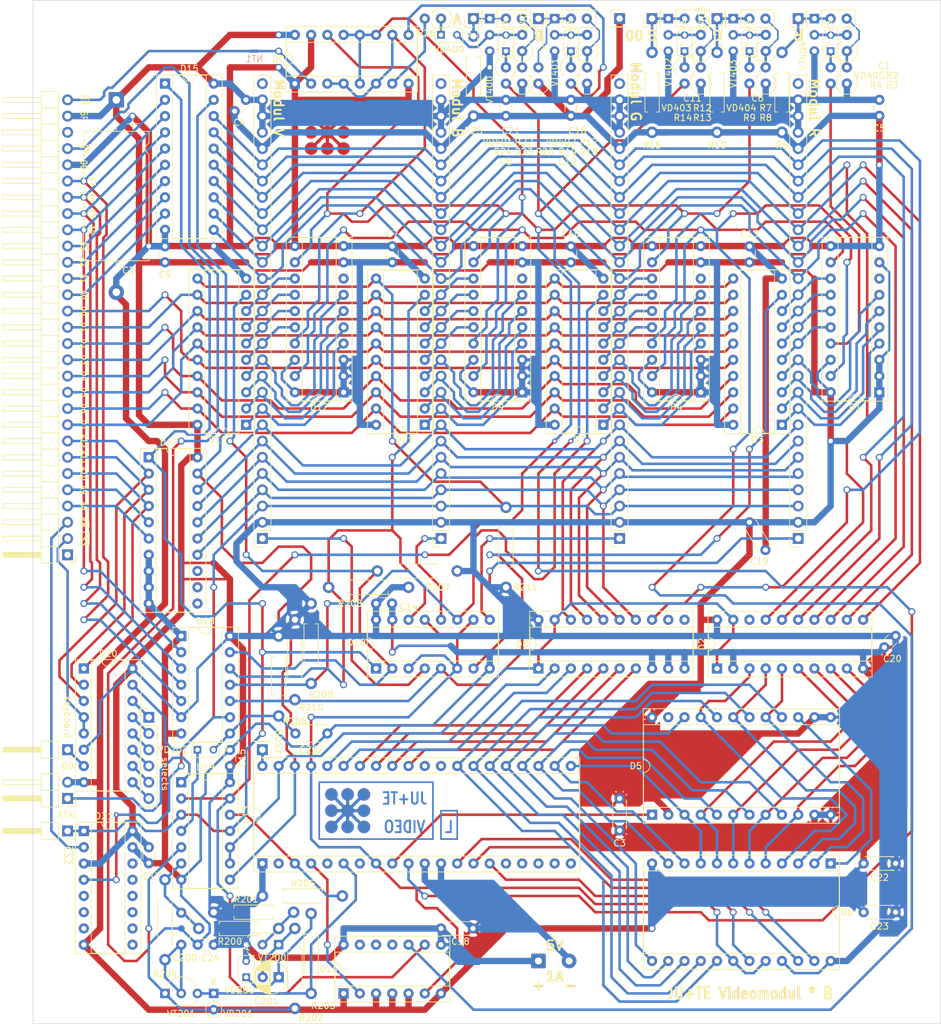
<source format=kicad_pcb>
(kicad_pcb (version 20171130) (host pcbnew 5.1.10)
  (title_block (title Videomodul) (date 20.12.21) (rev 1) (company Jugend+Technik) (comment 1 Bert))
  (layers (0 F.Cu signal) (31 B.Cu signal) (34 B.Paste user) (35 F.Paste user) (36 B.SilkS user) (37 F.SilkS user) (38 B.Mask user) (39 F.Mask user) (44 Edge.Cuts user))
  (net 0 "")
  (net 1 "Net-(C1-Pad2)")
  (net 2 "Net-(C6-Pad2)")
  (net 3 "Net-(C11-Pad2)")
  (net 4 "Net-(C16-Pad2)")
  (net 5 "Net-(C21-Pad2)")
  (net 6 "Net-(C200-Pad2)")
  (net 7 "Net-(C200-Pad1)")
  (net 8 "Net-(C201-Pad2)")
  (net 9 "Net-(C201-Pad1)")
  (net 10 "Net-(C202-Pad2)")
  (net 11 GND)
  (net 12 +5V)
  (net 13 /Videoausgabe/v)
  (net 14 T)
  (net 15 YV)
  (net 16 YB)
  (net 17 /Videoausgabe/~HR)
  (net 18 /Videoausgabe/b)
  (net 19 S1)
  (net 20 "Net-(D1-Pad8)")
  (net 21 YR)
  (net 22 "/Steuerung Video-RAM/VRD0")
  (net 23 "/Steuerung Video-RAM/VRD7")
  (net 24 "/Steuerung Video-RAM/VRD2")
  (net 25 "/Steuerung Video-RAM/VRD5")
  (net 26 "/Steuerung Video-RAM/VRD4")
  (net 27 "/Steuerung Video-RAM/VRD3")
  (net 28 "/Steuerung Video-RAM/VRD6")
  (net 29 "/Steuerung Video-RAM/VRD1")
  (net 30 CS2)
  (net 31 /Videoprozessor/VA3)
  (net 32 "Net-(D2-Pad18)")
  (net 33 /Videoprozessor/VA2)
  (net 34 VRA4)
  (net 35 /Videoprozessor/VA1)
  (net 36 VRA5)
  (net 37 /Videoprozessor/VA0)
  (net 38 VRA6)
  (net 39 /Videoprozessor/VA6)
  (net 40 VRA0)
  (net 41 /Videoprozessor/VA5)
  (net 42 VRA1)
  (net 43 /Videoprozessor/VA4)
  (net 44 VRA2)
  (net 45 VRA3)
  (net 46 D6)
  (net 47 ~ER)
  (net 48 D4)
  (net 49 D2)
  (net 50 D0)
  (net 51 D7)
  (net 52 D5)
  (net 53 D3)
  (net 54 D1)
  (net 55 DIR)
  (net 56 "Net-(D4-Pad8)")
  (net 57 YG)
  (net 58 "/Steuerung Video-RAM/VGD0")
  (net 59 "/Steuerung Video-RAM/VGD7")
  (net 60 "/Steuerung Video-RAM/VGD2")
  (net 61 "/Steuerung Video-RAM/VGD5")
  (net 62 "/Steuerung Video-RAM/VGD4")
  (net 63 "/Steuerung Video-RAM/VGD3")
  (net 64 "/Steuerung Video-RAM/VGD6")
  (net 65 "/Steuerung Video-RAM/VGD1")
  (net 66 "Net-(D5-Pad23)")
  (net 67 /Videoprozessor/VAD4)
  (net 68 /Videoprozessor/VAD3)
  (net 69 /Videoprozessor/VAD5)
  (net 70 /Videoprozessor/VAD2)
  (net 71 /Videoprozessor/VAD6)
  (net 72 /Videoprozessor/VAD1)
  (net 73 /Videoprozessor/VAD7)
  (net 74 /Videoprozessor/VA7)
  (net 75 /Videoprozessor/VAD0)
  (net 76 /Videoprozessor/~VAS)
  (net 77 /Videoprozessor/VA8)
  (net 78 /Videoprozessor/VA9)
  (net 79 /Videoprozessor/~VDS)
  (net 80 /Videoprozessor/VA10)
  (net 81 ~EG)
  (net 82 VRA12)
  (net 83 VRA11)
  (net 84 /Videoprozessor/xA7)
  (net 85 VRA10)
  (net 86 /Videoprozessor/xA8)
  (net 87 VRA9)
  (net 88 /Videoprozessor/xA9)
  (net 89 VRA8)
  (net 90 /Videoprozessor/xA10)
  (net 91 VRA7)
  (net 92 /Videoprozessor/xA11)
  (net 93 "Net-(D8-Pad12)")
  (net 94 /Videoprozessor/xA12)
  (net 95 "Net-(D8-Pad11)")
  (net 96 "Net-(D9-Pad8)")
  (net 97 "/Steuerung Video-RAM/VBD0")
  (net 98 "/Steuerung Video-RAM/VBD7")
  (net 99 "/Steuerung Video-RAM/VBD2")
  (net 100 "/Steuerung Video-RAM/VBD5")
  (net 101 "/Steuerung Video-RAM/VBD4")
  (net 102 "/Steuerung Video-RAM/VBD3")
  (net 103 "/Steuerung Video-RAM/VBD6")
  (net 104 "/Steuerung Video-RAM/VBD1")
  (net 105 ~SR)
  (net 106 ~EB)
  (net 107 ~SB)
  (net 108 ~SV)
  (net 109 ~EV)
  (net 110 ~SG)
  (net 111 ~CS2)
  (net 112 "Net-(D12-Pad8)")
  (net 113 "/Steuerung Video-RAM/VVD0")
  (net 114 "/Steuerung Video-RAM/VVD7")
  (net 115 "/Steuerung Video-RAM/VVD2")
  (net 116 "/Steuerung Video-RAM/VVD5")
  (net 117 "/Steuerung Video-RAM/VVD4")
  (net 118 "/Steuerung Video-RAM/VVD3")
  (net 119 "/Steuerung Video-RAM/VVD6")
  (net 120 "/Steuerung Video-RAM/VVD1")
  (net 121 "Net-(D13-Pad40)")
  (net 122 "Net-(D13-Pad20)")
  (net 123 "Net-(D13-Pad19)")
  (net 124 "Net-(D13-Pad18)")
  (net 125 "Net-(D13-Pad17)")
  (net 126 "Net-(D13-Pad16)")
  (net 127 "Net-(D13-Pad30)")
  (net 128 ~SYN)
  (net 129 "Net-(D13-Pad29)")
  (net 130 "Net-(D13-Pad7)")
  (net 131 /Videoprozessor/~VRT)
  (net 132 "Net-(D13-Pad5)")
  (net 133 /Videoprozessor/VP3.7)
  (net 134 "Net-(D13-Pad3)")
  (net 135 "Net-(D13-Pad2)")
  (net 136 "Net-(D14-Pad13)")
  (net 137 "Net-(D14-Pad12)")
  (net 138 "Net-(D14-Pad11)")
  (net 139 ~CS2_delay)
  (net 140 /Videoprozessor/A0)
  (net 141 /Videoprozessor/A1)
  (net 142 /Videoprozessor/A2)
  (net 143 /Videoprozessor/A3)
  (net 144 /Videoprozessor/A4)
  (net 145 /Videoprozessor/A5)
  (net 146 /Videoprozessor/A6)
  (net 147 /Videoprozessor/A7)
  (net 148 /Videoprozessor/A8)
  (net 149 /Videoprozessor/A9)
  (net 150 /Videoprozessor/A10)
  (net 151 "Net-(D17-Pad13)")
  (net 152 /Videoprozessor/A11)
  (net 153 "Net-(D17-Pad12)")
  (net 154 /Videoprozessor/A12)
  (net 155 "Net-(D17-Pad11)")
  (net 156 /Videoprozessor/6000h-63FFh)
  (net 157 RT)
  (net 158 "Net-(D19-Pad4)")
  (net 159 "Net-(D19-Pad1)")
  (net 160 /Videoprozessor/7C00h-7FFFh)
  (net 161 /Videoprozessor/6400h-67FFh)
  (net 162 /Videoprozessor/6800h-6BFFh)
  (net 163 ~CS3)
  (net 164 /Videoprozessor/6C00h-6FFFh)
  (net 165 /Videoprozessor/7000h-73FFh)
  (net 166 /Videoprozessor/7400h-77FFh)
  (net 167 /Videoprozessor/7800h-7BFFh)
  (net 168 "Net-(D21-Pad7)")
  (net 169 "Net-(D21-Pad14)")
  (net 170 "Net-(D21-Pad6)")
  (net 171 "Net-(D21-Pad13)")
  (net 172 "Net-(D21-Pad5)")
  (net 173 "Net-(D21-Pad12)")
  (net 174 "Net-(D21-Pad11)")
  (net 175 "Net-(D21-Pad10)")
  (net 176 R~W)
  (net 177 "Net-(D21-Pad9)")
  (net 178 P3.4)
  (net 179 "Net-(R2-Pad2)")
  (net 180 "Net-(R4-Pad1)")
  (net 181 "Net-(R7-Pad2)")
  (net 182 "Net-(R9-Pad1)")
  (net 183 "Net-(R12-Pad2)")
  (net 184 "Net-(R14-Pad1)")
  (net 185 "Net-(R17-Pad2)")
  (net 186 "Net-(R19-Pad1)")
  (net 187 "Net-(R22-Pad2)")
  (net 188 "Net-(R24-Pad1)")
  (net 189 "Net-(R26-Pad1)")
  (net 190 "Net-(R200-Pad1)")
  (net 191 "Net-(X200-Pad27)")
  (net 192 "Net-(X200-Pad1)")
  (net 193 "Net-(X300-Pad29)")
  (net 194 "Net-(X301-Pad29)")
  (net 195 "Net-(X302-Pad29)")
  (net 196 "Net-(X303-Pad29)")
  (net 197 "Net-(C1-Pad1)")
  (net 198 "Net-(C6-Pad1)")
  (net 199 "Net-(C11-Pad1)")
  (net 200 "Net-(C16-Pad1)")
  (net 201 "Net-(C21-Pad1)")
  (module Diode_THT:D_DO-34_SOD68_P2.54mm_Vertical_KathodeUp (layer F.Cu) (at 71.12 205.74 270)
    (fp_text reference VD201 (at 3.175 -3.81 180) (layer F.SilkS))
    (fp_text value SZX21/7.5)
    (fp_text user K (at -1.75 0 180) (layer F.SilkS))
    (pad 2 thru_hole oval (at 2.54 0 270) (size 1.5 1.5) (drill 0.75) (layers *.Cu *.Mask) (net 11 GND))
    (pad 1 thru_hole rect (at 0 0 270) (size 1.5 1.5) (drill 0.75) (layers *.Cu *.Mask) (net 131 /Videoprozessor/~VRT))
  )
  (module Tiny2k_Bauteile:jute_pcb_logo (layer F.Cu) (at 88.9 71.12)
    (fp_text reference LOGO1 hide)
    (fp_text value jute_pcb_logo hide)
    (pad 1 smd circle (at 0 0) (size 2 2) (layers F.Cu F.Paste F.Mask))
    (pad 1 smd circle (at -2.54 -2.54) (size 2 2) (layers F.Cu F.Paste F.Mask))
    (pad 1 smd circle (at 0 -2.54) (size 2 2) (layers F.Cu F.Paste F.Mask))
    (pad 1 smd circle (at 2.54 -2.54) (size 2 2) (layers F.Cu F.Paste F.Mask))
    (pad 1 smd circle (at 2.54 0) (size 2 2) (layers F.Cu F.Paste F.Mask))
    (pad 1 smd circle (at 2.54 2.54) (size 2 2) (layers F.Cu F.Paste F.Mask))
    (pad 1 smd circle (at 0 2.54) (size 2 2) (layers F.Cu F.Paste F.Mask))
    (pad 1 smd circle (at -2.54 2.54) (size 2 2) (layers F.Cu F.Paste F.Mask))
    (pad 1 smd circle (at -2.54 0) (size 2 2) (layers F.Cu F.Paste F.Mask))
    (pad 2 smd rect (at 0 0) (size 0.5 5.08) (layers F.Cu F.Paste F.Mask))
    (pad 2 smd rect (at 0 0 90) (size 0.5 5.08) (layers F.Cu F.Paste F.Mask))
    (pad 2 smd rect (at 0 0 45) (size 0.5 7) (layers F.Cu F.Paste F.Mask) (clearance 0.001))
    (pad 2 smd rect (at 0 0 135) (size 0.5 7) (layers F.Cu F.Paste F.Mask))
  )
  (module Connector_Wire:SolderWire-0.5sqmm_1x02_P4.8mm_D0.9mm_OD2.3mm (layer F.Cu) (at 121.92 200.66)
    (fp_text reference X206 hide)
    (fp_text value POWER)
    (pad 2 thru_hole circle (at 4.8 0) (size 2.3 2.3) (drill 1.1) (layers *.Cu *.Mask) (net 11 GND))
    (pad 1 thru_hole roundrect (at 0 0) (size 2.3 2.3) (drill 1.1) (layers *.Cu *.Mask) (roundrect_rratio 0.1086952173913043) (net 12 +5V))
  )
  (module Tiny2k_Bauteile:jute_pcb_logo (layer B.Cu) (at 92.075 177.165)
    (fp_text reference LOGO2 hide)
    (fp_text value jute_pcb_logo hide)
    (pad 1 smd circle (at 0 0) (size 2 2) (layers B.Cu B.Paste B.Mask))
    (pad 1 smd circle (at -2.54 2.54) (size 2 2) (layers B.Cu B.Paste B.Mask))
    (pad 1 smd circle (at 0 2.54) (size 2 2) (layers B.Cu B.Paste B.Mask))
    (pad 1 smd circle (at 2.54 2.54) (size 2 2) (layers B.Cu B.Paste B.Mask))
    (pad 1 smd circle (at 2.54 0) (size 2 2) (layers B.Cu B.Paste B.Mask))
    (pad 1 smd circle (at 2.54 -2.54) (size 2 2) (layers B.Cu B.Paste B.Mask))
    (pad 1 smd circle (at 0 -2.54) (size 2 2) (layers B.Cu B.Paste B.Mask))
    (pad 1 smd circle (at -2.54 -2.54) (size 2 2) (layers B.Cu B.Paste B.Mask))
    (pad 1 smd circle (at -2.54 0) (size 2 2) (layers B.Cu B.Paste B.Mask))
    (pad 2 smd rect (at 0 0) (size 0.5 5.08) (layers B.Cu B.Paste B.Mask))
    (pad 2 smd rect (at 0 0 270) (size 0.5 5.08) (layers B.Cu B.Paste B.Mask))
    (pad 2 smd rect (at 0 0 315) (size 0.5 7) (layers B.Cu B.Paste B.Mask))
    (pad 2 smd rect (at 0 0 225) (size 0.5 7) (layers B.Cu B.Paste B.Mask))
  )
  (module Capacitor_THT:C_Disc_D4.3mm_W1.9mm_P5.00mm (layer F.Cu) (at 106.68 195.58)
    (fp_text reference C18 (at 3.048 2.032) (layer F.SilkS))
    (fp_text value 22nF)
    (pad 2 thru_hole circle (at 5 0) (size 1.6 1.6) (drill 0.8) (layers *.Cu *.Mask) (net 11 GND))
    (pad 1 thru_hole circle (at 0 0) (size 1.6 1.6) (drill 0.8) (layers *.Cu *.Mask) (net 12 +5V))
  )
  (module Capacitor_THT:C_Disc_D3.0mm_W1.6mm_P2.50mm (layer F.Cu) (at 71.12 198.12 180)
    (fp_text reference C24 (at 0.508 -2.05) (layer F.SilkS))
    (fp_text value 22nF)
    (pad 2 thru_hole circle (at 2.5 0 180) (size 1.6 1.6) (drill 0.8) (layers *.Cu *.Mask) (net 11 GND))
    (pad 1 thru_hole circle (at 0 0 180) (size 1.6 1.6) (drill 0.8) (layers *.Cu *.Mask) (net 12 +5V) (clearance 0.1))
  )
  (module Connector_PinHeader_2.54mm:PinHeader_1x02_P2.54mm_Horizontal (layer F.Cu) (at 48.26 175.26 180)
    (fp_text reference X202 hide)
    (fp_text value XTAL)
    (pad 2 thru_hole oval (at 0 2.54 180) (size 1.7 1.7) (drill 1) (layers *.Cu *.Mask) (net 11 GND))
    (pad 1 thru_hole rect (at 0 0 180) (size 1.7 1.7) (drill 1) (layers *.Cu *.Mask) (net 159 "Net-(D19-Pad1)"))
  )
  (module Connector_PinHeader_2.54mm:PinHeader_1x01_P2.54mm_Vertical (layer F.Cu) (at 78.74 167.64 180)
    (fp_text reference X205 hide)
    (fp_text value BUSY)
    (pad 1 thru_hole rect (at 0 0 180) (size 1.7 1.7) (drill 1) (layers *.Cu *.Mask) (net 121 "Net-(D13-Pad40)"))
  )
  (module Capacitor_THT:C_Disc_D4.3mm_W1.9mm_P5.00mm (layer F.Cu) (at 177.8 185.42 180)
    (fp_text reference C22 (at 2.5 -2.2) (layer F.SilkS))
    (fp_text value 100nF)
    (pad 2 thru_hole circle (at 5 0 180) (size 1.6 1.6) (drill 0.8) (layers *.Cu *.Mask) (net 11 GND))
    (pad 1 thru_hole circle (at 0 0 180) (size 1.6 1.6) (drill 0.8) (layers *.Cu *.Mask) (net 12 +5V))
  )
  (module Capacitor_THT:C_Disc_D3.0mm_W1.6mm_P2.50mm (layer F.Cu) (at 177.8 149.86 225)
    (fp_text reference C20 (at 2.873682 -2.155261) (layer F.SilkS))
    (fp_text value 22nF)
    (pad 2 thru_hole circle (at 2.5 0 225) (size 1.6 1.6) (drill 0.8) (layers *.Cu *.Mask) (net 11 GND))
    (pad 1 thru_hole circle (at 0 0 225) (size 1.6 1.6) (drill 0.8) (layers *.Cu *.Mask) (net 12 +5V))
  )
  (module Capacitor_THT:C_Disc_D4.3mm_W1.9mm_P5.00mm (layer F.Cu) (at 177.8 193.04 180)
    (fp_text reference C23 (at 2.5 -2.2) (layer F.SilkS))
    (fp_text value 100nF)
    (pad 2 thru_hole circle (at 5 0 180) (size 1.6 1.6) (drill 0.8) (layers *.Cu *.Mask) (net 11 GND))
    (pad 1 thru_hole circle (at 0 0 180) (size 1.6 1.6) (drill 0.8) (layers *.Cu *.Mask) (net 12 +5V))
  )
  (module Capacitor_THT:C_Disc_D4.3mm_W1.9mm_P5.00mm (layer F.Cu) (at 154.94 132.08 300)
    (fp_text reference C19 (at 6.041291 1.728177) (layer F.SilkS))
    (fp_text value 100nF)
    (pad 2 thru_hole circle (at 5 0 300) (size 1.6 1.6) (drill 0.8) (layers *.Cu *.Mask) (net 11 GND))
    (pad 1 thru_hole circle (at 0 0 300) (size 1.6 1.6) (drill 0.8) (layers *.Cu *.Mask) (net 12 +5V))
  )
  (module Capacitor_THT:C_Disc_D3.0mm_W1.6mm_P2.50mm (layer F.Cu) (at 60.96 182.88 270)
    (fp_text reference C17 (at 4.572 -0.508 180) (layer F.SilkS))
    (fp_text value 22nF)
    (pad 2 thru_hole circle (at 2.5 0 270) (size 1.6 1.6) (drill 0.8) (layers *.Cu *.Mask) (net 11 GND))
    (pad 1 thru_hole circle (at 0 0 270) (size 1.6 1.6) (drill 0.8) (layers *.Cu *.Mask) (net 12 +5V))
  )
  (module Capacitor_THT:C_Disc_D3.0mm_W1.6mm_P2.50mm (layer F.Cu) (at 73.66 170.18 90)
    (fp_text reference C15 (at 1.25 1.905 90) (layer F.SilkS))
    (fp_text value 22nF)
    (pad 2 thru_hole circle (at 2.5 0 90) (size 1.6 1.6) (drill 0.8) (layers *.Cu *.Mask) (net 11 GND))
    (pad 1 thru_hole circle (at 0 0 90) (size 1.6 1.6) (drill 0.8) (layers *.Cu *.Mask) (net 12 +5V))
  )
  (module Capacitor_THT:C_Disc_D3.0mm_W1.6mm_P2.50mm (layer F.Cu) (at 96.52 144.78)
    (fp_text reference C14 (at 5.08 0.508) (layer F.SilkS))
    (fp_text value 22nF)
    (pad 2 thru_hole circle (at 2.5 0) (size 1.6 1.6) (drill 0.8) (layers *.Cu *.Mask) (net 11 GND))
    (pad 1 thru_hole circle (at 0 0) (size 1.6 1.6) (drill 0.8) (layers *.Cu *.Mask) (net 12 +5V))
  )
  (module Capacitor_THT:C_Disc_D3.0mm_W1.6mm_P2.50mm (layer F.Cu) (at 154.94 91.44 90)
    (fp_text reference C13 (at 4.445 0 180) (layer F.SilkS))
    (fp_text value 22nF)
    (pad 2 thru_hole circle (at 2.5 0 90) (size 1.6 1.6) (drill 0.8) (layers *.Cu *.Mask) (net 11 GND))
    (pad 1 thru_hole circle (at 0 0 90) (size 1.6 1.6) (drill 0.8) (layers *.Cu *.Mask) (net 12 +5V))
  )
  (module Capacitor_THT:C_Disc_D3.0mm_W1.6mm_P2.50mm (layer F.Cu) (at 127 66.04 270)
    (fp_text reference C12 (at 9.652 0.508 180) (layer F.SilkS))
    (fp_text value 22nF)
    (pad 2 thru_hole circle (at 2.5 0 270) (size 1.6 1.6) (drill 0.8) (layers *.Cu *.Mask) (net 11 GND))
    (pad 1 thru_hole circle (at 0 0 270) (size 1.6 1.6) (drill 0.8) (layers *.Cu *.Mask) (net 12 +5V))
  )
  (module Capacitor_THT:C_Disc_D3.0mm_W1.6mm_P2.50mm (layer F.Cu) (at 127 91.44 90)
    (fp_text reference C10 (at 4.445 0 180) (layer F.SilkS))
    (fp_text value 22nF)
    (pad 2 thru_hole circle (at 2.5 0 90) (size 1.6 1.6) (drill 0.8) (layers *.Cu *.Mask) (net 11 GND))
    (pad 1 thru_hole circle (at 0 0 90) (size 1.6 1.6) (drill 0.8) (layers *.Cu *.Mask) (net 12 +5V))
  )
  (module Capacitor_THT:C_Disc_D3.0mm_W1.6mm_P2.50mm (layer F.Cu) (at 63.5 91.44 90)
    (fp_text reference C9 (at -1.905 0 180) (layer F.SilkS))
    (fp_text value 22nF)
    (pad 2 thru_hole circle (at 2.5 0 90) (size 1.6 1.6) (drill 0.8) (layers *.Cu *.Mask) (net 11 GND))
    (pad 1 thru_hole circle (at 0 0 90) (size 1.6 1.6) (drill 0.8) (layers *.Cu *.Mask) (net 12 +5V))
  )
  (module Capacitor_THT:C_Disc_D3.0mm_W1.6mm_P2.50mm (layer F.Cu) (at 116.84 66.04 270)
    (fp_text reference C8 (at 9.652 0 180) (layer F.SilkS))
    (fp_text value 22nF)
    (pad 2 thru_hole circle (at 2.5 0 270) (size 1.6 1.6) (drill 0.8) (layers *.Cu *.Mask) (net 11 GND))
    (pad 1 thru_hole circle (at 0 0 270) (size 1.6 1.6) (drill 0.8) (layers *.Cu *.Mask) (net 12 +5V))
  )
  (module Capacitor_THT:C_Disc_D3.0mm_W1.6mm_P2.50mm (layer F.Cu) (at 99.06 91.44 90)
    (fp_text reference C7 (at 4.445 0 180) (layer F.SilkS))
    (fp_text value 22nF)
    (pad 2 thru_hole circle (at 2.5 0 90) (size 1.6 1.6) (drill 0.8) (layers *.Cu *.Mask) (net 11 GND))
    (pad 1 thru_hole circle (at 0 0 90) (size 1.6 1.6) (drill 0.8) (layers *.Cu *.Mask) (net 12 +5V))
  )
  (module Capacitor_THT:C_Disc_D3.0mm_W1.6mm_P2.50mm (layer F.Cu) (at 175.26 66.04 270)
    (fp_text reference C5 (at 4.445 0 180) (layer F.SilkS))
    (fp_text value 22nF)
    (pad 2 thru_hole circle (at 2.5 0 270) (size 1.6 1.6) (drill 0.8) (layers *.Cu *.Mask) (net 11 GND))
    (pad 1 thru_hole circle (at 0 0 270) (size 1.6 1.6) (drill 0.8) (layers *.Cu *.Mask) (net 12 +5V))
  )
  (module Capacitor_THT:C_Disc_D3.0mm_W1.6mm_P2.50mm (layer F.Cu) (at 76.16 66.04 225)
    (fp_text reference C4 (at 3.204608 -1.824335) (layer F.SilkS))
    (fp_text value 22nF)
    (pad 2 thru_hole circle (at 2.5 0 225) (size 1.6 1.6) (drill 0.8) (layers *.Cu *.Mask) (net 11 GND))
    (pad 1 thru_hole circle (at 0 0 225) (size 1.6 1.6) (drill 0.8) (layers *.Cu *.Mask) (net 12 +5V))
  )
  (module Capacitor_THT:C_Disc_D4.3mm_W1.9mm_P5.00mm (layer F.Cu) (at 134.62 175.26 270)
    (fp_text reference C3 (at 6.985 0 180) (layer F.SilkS))
    (fp_text value 100nF)
    (pad 2 thru_hole circle (at 5 0 270) (size 1.6 1.6) (drill 0.8) (layers *.Cu *.Mask) (net 11 GND))
    (pad 1 thru_hole circle (at 0 0 270) (size 1.6 1.6) (drill 0.8) (layers *.Cu *.Mask) (net 12 +5V))
  )
  (module Tiny2k_Bauteile:CP_Axial_L25.0mm_D10.0mm_P30.00mm_Horizontal (layer F.Cu) (at 55.88 66.04 270)
    (fp_text reference C2 (at 26.67 -1.905 180) (layer F.SilkS))
    (fp_text value 220µF/16V)
    (pad 2 thru_hole oval (at 30.08 0 270) (size 2.4 2.4) (drill 1.2) (layers *.Cu *.Mask) (net 11 GND))
    (pad 1 thru_hole rect (at 0 0 270) (size 2.4 2.4) (drill 1.2) (layers *.Cu *.Mask) (net 12 +5V))
  )
  (module Connector_PinHeader_2.54mm:PinHeader_1x01_P2.54mm_Vertical (layer F.Cu) (at 134.62 53.34)
    (fp_text reference X405 hide)
    (fp_text value V)
    (pad 1 thru_hole rect (at 0 0) (size 1.7 1.7) (drill 1) (layers *.Cu *.Mask) (net 11 GND))
  )
  (module Connector_PinHeader_2.54mm:PinHeader_1x01_P2.54mm_Vertical (layer F.Cu) (at 162.56 53.34 90)
    (fp_text reference X404 hide)
    (fp_text value R)
    (pad 1 thru_hole rect (at 0 0 90) (size 1.7 1.7) (drill 1) (layers *.Cu *.Mask) (net 197 "Net-(C1-Pad1)"))
  )
  (module Connector_PinHeader_2.54mm:PinHeader_1x01_P2.54mm_Vertical (layer F.Cu) (at 149.86 53.34 90)
    (fp_text reference X403 (at 0 -2.33 90) (layer F.SilkS))
    (fp_text value G)
    (pad 1 thru_hole rect (at 0 0 90) (size 1.7 1.7) (drill 1) (layers *.Cu *.Mask) (net 198 "Net-(C6-Pad1)"))
  )
  (module Connector_PinHeader_2.54mm:PinHeader_1x01_P2.54mm_Vertical (layer F.Cu) (at 139.7 53.34 90)
    (fp_text reference X402 hide)
    (fp_text value S)
    (pad 1 thru_hole rect (at 0 0 90) (size 1.7 1.7) (drill 1) (layers *.Cu *.Mask) (net 199 "Net-(C11-Pad1)"))
  )
  (module Connector_PinHeader_2.54mm:PinHeader_1x01_P2.54mm_Vertical (layer F.Cu) (at 121.92 53.34 90)
    (fp_text reference X401 (at 0 -2.33 90) (layer F.SilkS))
    (fp_text value B)
    (pad 1 thru_hole rect (at 0 0 90) (size 1.7 1.7) (drill 1) (layers *.Cu *.Mask) (net 200 "Net-(C16-Pad1)"))
  )
  (module Connector_PinHeader_2.54mm:PinHeader_1x01_P2.54mm_Vertical (layer F.Cu) (at 111.76 53.34 90)
    (fp_text reference X400 hide)
    (fp_text value V)
    (pad 1 thru_hole rect (at 0 0 90) (size 1.7 1.7) (drill 1) (layers *.Cu *.Mask) (net 201 "Net-(C21-Pad1)"))
  )
  (module Capacitor_THT:C_Disc_D5.0mm_W2.5mm_P5.00mm (layer F.Cu) (at 88.9 165.1 180)
    (fp_text reference C202 (at 2.5 -2.5) (layer F.SilkS))
    (fp_text value 220p)
    (pad 2 thru_hole circle (at 5 0 180) (size 1.6 1.6) (drill 0.8) (layers *.Cu *.Mask) (net 10 "Net-(C202-Pad2)"))
    (pad 1 thru_hole circle (at 0 0 180) (size 1.6 1.6) (drill 0.8) (layers *.Cu *.Mask) (net 11 GND))
  )
  (module Resistor_THT:R_Axial_DIN0309_L9.0mm_D3.2mm_P2.54mm_Vertical (layer F.Cu) (at 121.92 63.5 90)
    (fp_text reference R20 (at -10.668 1.016 180) (layer F.SilkS))
    (fp_text value 220)
    (pad 2 thru_hole oval (at 2.54 0 90) (size 1.6 1.6) (drill 0.8) (layers *.Cu *.Mask) (net 200 "Net-(C16-Pad1)"))
    (pad 1 thru_hole circle (at 0 0 90) (size 1.6 1.6) (drill 0.8) (layers *.Cu *.Mask) (net 11 GND))
  )
  (module Package_TO_SOT_THT:TO-92_Inline_Wide (layer F.Cu) (at 114.3 53.34 270)
    (fp_text reference VT400 (at 11.176 0 90) (layer F.SilkS))
    (fp_text value SC236)
    (pad 1 thru_hole rect (at 0 0 270) (size 1.5 1.5) (drill 0.8) (layers *.Cu *.Mask) (net 201 "Net-(C21-Pad1)"))
    (pad 3 thru_hole circle (at 5.08 0 270) (size 1.5 1.5) (drill 0.8) (layers *.Cu *.Mask) (net 12 +5V))
    (pad 2 thru_hole circle (at 2.54 0 270) (size 1.5 1.5) (drill 0.8) (layers *.Cu *.Mask) (net 187 "Net-(R22-Pad2)"))
  )
  (module Package_TO_SOT_THT:TO-92_Inline_Wide (layer F.Cu) (at 165.1 53.34 270)
    (fp_text reference VT404 (at 5.842 1.778 90) (layer F.SilkS))
    (fp_text value SC236)
    (pad 1 thru_hole rect (at 0 0 270) (size 1.5 1.5) (drill 0.8) (layers *.Cu *.Mask) (net 197 "Net-(C1-Pad1)"))
    (pad 3 thru_hole circle (at 5.08 0 270) (size 1.5 1.5) (drill 0.8) (layers *.Cu *.Mask) (net 12 +5V))
    (pad 2 thru_hole circle (at 2.54 0 270) (size 1.5 1.5) (drill 0.8) (layers *.Cu *.Mask) (net 179 "Net-(R2-Pad2)"))
  )
  (module Package_TO_SOT_THT:TO-92_Inline_Wide (layer F.Cu) (at 152.4 53.34 270)
    (fp_text reference VT403 (at 8.636 0 90) (layer F.SilkS))
    (fp_text value SC236)
    (pad 1 thru_hole rect (at 0 0 270) (size 1.5 1.5) (drill 0.8) (layers *.Cu *.Mask) (net 198 "Net-(C6-Pad1)"))
    (pad 3 thru_hole circle (at 5.08 0 270) (size 1.5 1.5) (drill 0.8) (layers *.Cu *.Mask) (net 12 +5V))
    (pad 2 thru_hole circle (at 2.54 0 270) (size 1.5 1.5) (drill 0.8) (layers *.Cu *.Mask) (net 181 "Net-(R7-Pad2)"))
  )
  (module Package_TO_SOT_THT:TO-92_Inline_Wide (layer F.Cu) (at 142.24 53.34 270)
    (fp_text reference VT402 (at 8.382 0 90) (layer F.SilkS))
    (fp_text value SC236)
    (pad 1 thru_hole rect (at 0 0 270) (size 1.5 1.5) (drill 0.8) (layers *.Cu *.Mask) (net 199 "Net-(C11-Pad1)"))
    (pad 3 thru_hole circle (at 5.08 0 270) (size 1.5 1.5) (drill 0.8) (layers *.Cu *.Mask) (net 12 +5V))
    (pad 2 thru_hole circle (at 2.54 0 270) (size 1.5 1.5) (drill 0.8) (layers *.Cu *.Mask) (net 183 "Net-(R12-Pad2)"))
  )
  (module Package_TO_SOT_THT:TO-92_Inline_Wide (layer F.Cu) (at 124.46 53.34 270)
    (fp_text reference VT401 (at 8.382 0 90) (layer F.SilkS))
    (fp_text value SC236)
    (pad 1 thru_hole rect (at 0 0 270) (size 1.5 1.5) (drill 0.8) (layers *.Cu *.Mask) (net 200 "Net-(C16-Pad1)"))
    (pad 3 thru_hole circle (at 5.08 0 270) (size 1.5 1.5) (drill 0.8) (layers *.Cu *.Mask) (net 12 +5V))
    (pad 2 thru_hole circle (at 2.54 0 270) (size 1.5 1.5) (drill 0.8) (layers *.Cu *.Mask) (net 185 "Net-(R17-Pad2)"))
  )
  (module Package_TO_SOT_THT:TO-92_Inline_Wide (layer F.Cu) (at 63.5 205.74)
    (fp_text reference VT201 (at 2.54 3.175) (layer F.SilkS))
    (fp_text value SC236)
    (pad 1 thru_hole rect (at 0 0) (size 1.5 1.5) (drill 0.8) (layers *.Cu *.Mask) (net 11 GND))
    (pad 3 thru_hole circle (at 5.08 0) (size 1.5 1.5) (drill 0.8) (layers *.Cu *.Mask) (net 131 /Videoprozessor/~VRT))
    (pad 2 thru_hole circle (at 2.54 0) (size 1.5 1.5) (drill 0.8) (layers *.Cu *.Mask) (net 7 "Net-(C200-Pad1)"))
  )
  (module Package_TO_SOT_THT:TO-92_Inline_Wide (layer F.Cu) (at 81.28 198.12 180)
    (fp_text reference VT200 (at 1.016 -2.032) (layer F.SilkS))
    (fp_text value SC308)
    (pad 1 thru_hole rect (at 0 0 180) (size 1.5 1.5) (drill 0.8) (layers *.Cu *.Mask) (net 8 "Net-(C201-Pad2)"))
    (pad 3 thru_hole circle (at 5.08 0 180) (size 1.5 1.5) (drill 0.8) (layers *.Cu *.Mask) (net 12 +5V))
    (pad 2 thru_hole circle (at 2.54 0 180) (size 1.5 1.5) (drill 0.8) (layers *.Cu *.Mask) (net 190 "Net-(R200-Pad1)"))
  )
  (module Tiny2k_Bauteile:D_E-Line_P2.5mm_Vertical (layer F.Cu) (at 167.64 58.42 90)
    (fp_text reference VD405 (at -3.81 6.096) (layer F.SilkS))
    (fp_text value SAY32)
    (fp_text user A (at 4.54 0 90) (layer F.SilkS))
    (pad 2 thru_hole oval (at 2.5 0 90) (size 1.2 1.2) (drill 0.7) (layers *.Cu *.Mask) (net 179 "Net-(R2-Pad2)"))
    (pad 1 thru_hole rect (at 0 0 90) (size 1.2 1.2) (drill 0.7) (layers *.Cu *.Mask) (net 180 "Net-(R4-Pad1)"))
  )
  (module Tiny2k_Bauteile:D_E-Line_P2.5mm_Vertical (layer F.Cu) (at 154.94 58.42 90)
    (fp_text reference VD404 (at -8.89 -1.27 180) (layer F.SilkS))
    (fp_text value SAY32)
    (fp_text user A (at 4.54 0 90) (layer F.SilkS))
    (pad 2 thru_hole oval (at 2.5 0 90) (size 1.2 1.2) (drill 0.7) (layers *.Cu *.Mask) (net 181 "Net-(R7-Pad2)"))
    (pad 1 thru_hole rect (at 0 0 90) (size 1.2 1.2) (drill 0.7) (layers *.Cu *.Mask) (net 182 "Net-(R9-Pad1)"))
  )
  (module Tiny2k_Bauteile:D_E-Line_P2.5mm_Vertical (layer F.Cu) (at 144.78 58.42 90)
    (fp_text reference VD403 (at -8.89 -1.27 180) (layer F.SilkS))
    (fp_text value SAY32)
    (fp_text user A (at 4.54 0 90) (layer F.SilkS))
    (pad 2 thru_hole oval (at 2.5 0 90) (size 1.2 1.2) (drill 0.7) (layers *.Cu *.Mask) (net 183 "Net-(R12-Pad2)"))
    (pad 1 thru_hole rect (at 0 0 90) (size 1.2 1.2) (drill 0.7) (layers *.Cu *.Mask) (net 184 "Net-(R14-Pad1)"))
  )
  (module Tiny2k_Bauteile:D_E-Line_P2.5mm_Vertical (layer F.Cu) (at 127 58.42 90)
    (fp_text reference VD402 (at -14.224 -1.524 180) (layer F.SilkS))
    (fp_text value SAY32)
    (fp_text user A (at 4.54 0 90) (layer F.SilkS))
    (pad 2 thru_hole oval (at 2.5 0 90) (size 1.2 1.2) (drill 0.7) (layers *.Cu *.Mask) (net 185 "Net-(R17-Pad2)"))
    (pad 1 thru_hole rect (at 0 0 90) (size 1.2 1.2) (drill 0.7) (layers *.Cu *.Mask) (net 186 "Net-(R19-Pad1)"))
  )
  (module Tiny2k_Bauteile:D_E-Line_P2.5mm_Vertical (layer F.Cu) (at 116.84 58.42 90)
    (fp_text reference VD401 (at -14.224 -1.27 180) (layer F.SilkS))
    (fp_text value SAY32)
    (fp_text user A (at 4.54 0 90) (layer F.SilkS))
    (pad 2 thru_hole oval (at 2.5 0 90) (size 1.2 1.2) (drill 0.7) (layers *.Cu *.Mask) (net 187 "Net-(R22-Pad2)"))
    (pad 1 thru_hole rect (at 0 0 90) (size 1.2 1.2) (drill 0.7) (layers *.Cu *.Mask) (net 188 "Net-(R24-Pad1)"))
  )
  (module Tiny2k_Bauteile:D_E-Line_P2.5mm_Vertical (layer F.Cu) (at 106.68 55.88)
    (fp_text reference VD400 (at 1.27 2.286) (layer F.SilkS))
    (fp_text value SAY32)
    (fp_text user A (at 4.54 0) (layer F.SilkS))
    (pad 2 thru_hole oval (at 2.5 0) (size 1.2 1.2) (drill 0.7) (layers *.Cu *.Mask) (net 187 "Net-(R22-Pad2)"))
    (pad 1 thru_hole rect (at 0 0) (size 1.2 1.2) (drill 0.7) (layers *.Cu *.Mask) (net 189 "Net-(R26-Pad1)"))
  )
  (module Tiny2k_Bauteile:D_E-Line_P2.5mm_Vertical (layer F.Cu) (at 68.58 167.64)
    (fp_text reference VD202 (at -3.81 0) (layer F.SilkS))
    (fp_text value SAY32)
    (fp_text user A (at 4.54 0) (layer F.SilkS))
    (pad 2 thru_hole oval (at 2.5 0) (size 1.2 1.2) (drill 0.7) (layers *.Cu *.Mask) (net 10 "Net-(C202-Pad2)"))
    (pad 1 thru_hole rect (at 0 0) (size 1.2 1.2) (drill 0.7) (layers *.Cu *.Mask) (net 158 "Net-(D19-Pad4)"))
  )
  (module Tiny2k_Bauteile:D_E-Line_P2.5mm_Vertical (layer F.Cu) (at 76.2 203.2 90)
    (fp_text reference VD200 (at -2.032 -1.016 180) (layer F.SilkS))
    (fp_text value SAY32)
    (fp_text user A (at 4.54 0 90) (layer F.SilkS))
    (pad 2 thru_hole oval (at 2.5 0 90) (size 1.2 1.2) (drill 0.7) (layers *.Cu *.Mask) (net 12 +5V))
    (pad 1 thru_hole rect (at 0 0 90) (size 1.2 1.2) (drill 0.7) (layers *.Cu *.Mask) (net 9 "Net-(C201-Pad1)"))
  )
  (module NetTie:NetTie-2_SMD_Pad0.5mm (layer B.Cu) (at 77.47 58.42)
    (fp_text reference NT1 (at 0 1.2) (layer B.SilkS) (effects (justify mirror)))
    (fp_text value Net-Tie_2)
    (fp_poly (pts (xy -0.5 0.25) (xy 0.5 0.25) (xy 0.5 -0.25) (xy -0.5 -0.25)) (layer B.Cu) (width 0))
    (pad 2 smd circle (at 0.5 0) (size 0.5 0.5) (layers B.Cu) (net 17 /Videoausgabe/~HR))
    (pad 1 smd circle (at -0.5 0) (size 0.5 0.5) (layers B.Cu) (net 178 P3.4))
  )
  (module Package_DIP:DIP-16_W7.62mm_Socket (layer F.Cu) (at 50.8 180.34)
    (fp_text reference D21 (at 3.175 -2.33) (layer F.SilkS))
    (fp_text value DL257D)
    (pad 16 thru_hole oval (at 7.62 0) (size 1.6 1.6) (drill 0.8) (layers *.Cu *.Mask) (net 12 +5V))
    (pad 8 thru_hole oval (at 0 17.78) (size 1.6 1.6) (drill 0.8) (layers *.Cu *.Mask) (net 11 GND))
    (pad 15 thru_hole oval (at 7.62 2.54) (size 1.6 1.6) (drill 0.8) (layers *.Cu *.Mask) (net 11 GND))
    (pad 7 thru_hole oval (at 0 15.24) (size 1.6 1.6) (drill 0.8) (layers *.Cu *.Mask) (net 168 "Net-(D21-Pad7)"))
    (pad 14 thru_hole oval (at 7.62 5.08) (size 1.6 1.6) (drill 0.8) (layers *.Cu *.Mask) (net 169 "Net-(D21-Pad14)"))
    (pad 6 thru_hole oval (at 0 12.7) (size 1.6 1.6) (drill 0.8) (layers *.Cu *.Mask) (net 170 "Net-(D21-Pad6)"))
    (pad 13 thru_hole oval (at 7.62 7.62) (size 1.6 1.6) (drill 0.8) (layers *.Cu *.Mask) (net 171 "Net-(D21-Pad13)"))
    (pad 5 thru_hole oval (at 0 10.16) (size 1.6 1.6) (drill 0.8) (layers *.Cu *.Mask) (net 172 "Net-(D21-Pad5)"))
    (pad 12 thru_hole oval (at 7.62 10.16) (size 1.6 1.6) (drill 0.8) (layers *.Cu *.Mask) (net 173 "Net-(D21-Pad12)"))
    (pad 4 thru_hole oval (at 0 7.62) (size 1.6 1.6) (drill 0.8) (layers *.Cu *.Mask) (net 55 DIR))
    (pad 11 thru_hole oval (at 7.62 12.7) (size 1.6 1.6) (drill 0.8) (layers *.Cu *.Mask) (net 174 "Net-(D21-Pad11)"))
    (pad 3 thru_hole oval (at 0 5.08) (size 1.6 1.6) (drill 0.8) (layers *.Cu *.Mask) (net 12 +5V))
    (pad 10 thru_hole oval (at 7.62 15.24) (size 1.6 1.6) (drill 0.8) (layers *.Cu *.Mask) (net 175 "Net-(D21-Pad10)"))
    (pad 2 thru_hole oval (at 0 2.54) (size 1.6 1.6) (drill 0.8) (layers *.Cu *.Mask) (net 176 R~W))
    (pad 9 thru_hole oval (at 7.62 17.78) (size 1.6 1.6) (drill 0.8) (layers *.Cu *.Mask) (net 177 "Net-(D21-Pad9)"))
    (pad 1 thru_hole rect (at 0 0) (size 1.6 1.6) (drill 0.8) (layers *.Cu *.Mask) (net 111 ~CS2))
  )
  (module Package_DIP:DIP-16_W7.62mm_Socket (layer F.Cu) (at 50.8 154.94)
    (fp_text reference D20 (at 3.81 -2.33) (layer F.SilkS))
    (fp_text value DS8205D)
    (pad 16 thru_hole oval (at 7.62 0) (size 1.6 1.6) (drill 0.8) (layers *.Cu *.Mask) (net 12 +5V))
    (pad 8 thru_hole oval (at 0 17.78) (size 1.6 1.6) (drill 0.8) (layers *.Cu *.Mask) (net 11 GND))
    (pad 15 thru_hole oval (at 7.62 2.54) (size 1.6 1.6) (drill 0.8) (layers *.Cu *.Mask) (net 156 /Videoprozessor/6000h-63FFh))
    (pad 7 thru_hole oval (at 0 15.24) (size 1.6 1.6) (drill 0.8) (layers *.Cu *.Mask) (net 160 /Videoprozessor/7C00h-7FFFh))
    (pad 14 thru_hole oval (at 7.62 5.08) (size 1.6 1.6) (drill 0.8) (layers *.Cu *.Mask) (net 161 /Videoprozessor/6400h-67FFh))
    (pad 6 thru_hole oval (at 0 12.7) (size 1.6 1.6) (drill 0.8) (layers *.Cu *.Mask) (net 12 +5V))
    (pad 13 thru_hole oval (at 7.62 7.62) (size 1.6 1.6) (drill 0.8) (layers *.Cu *.Mask) (net 162 /Videoprozessor/6800h-6BFFh))
    (pad 5 thru_hole oval (at 0 10.16) (size 1.6 1.6) (drill 0.8) (layers *.Cu *.Mask) (net 163 ~CS3))
    (pad 12 thru_hole oval (at 7.62 10.16) (size 1.6 1.6) (drill 0.8) (layers *.Cu *.Mask) (net 164 /Videoprozessor/6C00h-6FFFh))
    (pad 4 thru_hole oval (at 0 7.62) (size 1.6 1.6) (drill 0.8) (layers *.Cu *.Mask) (net 163 ~CS3))
    (pad 11 thru_hole oval (at 7.62 12.7) (size 1.6 1.6) (drill 0.8) (layers *.Cu *.Mask) (net 165 /Videoprozessor/7000h-73FFh))
    (pad 3 thru_hole oval (at 0 5.08) (size 1.6 1.6) (drill 0.8) (layers *.Cu *.Mask) (net 154 /Videoprozessor/A12))
    (pad 10 thru_hole oval (at 7.62 15.24) (size 1.6 1.6) (drill 0.8) (layers *.Cu *.Mask) (net 166 /Videoprozessor/7400h-77FFh))
    (pad 2 thru_hole oval (at 0 2.54) (size 1.6 1.6) (drill 0.8) (layers *.Cu *.Mask) (net 152 /Videoprozessor/A11))
    (pad 9 thru_hole oval (at 7.62 17.78) (size 1.6 1.6) (drill 0.8) (layers *.Cu *.Mask) (net 167 /Videoprozessor/7800h-7BFFh))
    (pad 1 thru_hole rect (at 0 0) (size 1.6 1.6) (drill 0.8) (layers *.Cu *.Mask) (net 150 /Videoprozessor/A10))
  )
  (module Package_DIP:DIP-14_W7.62mm_Socket (layer F.Cu) (at 66.04 172.72)
    (fp_text reference D19 (at 3.81 -2.33) (layer F.SilkS))
    (fp_text value DL004D)
    (pad 14 thru_hole oval (at 7.62 0) (size 1.6 1.6) (drill 0.8) (layers *.Cu *.Mask) (net 12 +5V))
    (pad 7 thru_hole oval (at 0 15.24) (size 1.6 1.6) (drill 0.8) (layers *.Cu *.Mask) (net 11 GND))
    (pad 13 thru_hole oval (at 7.62 2.54) (size 1.6 1.6) (drill 0.8) (layers *.Cu *.Mask) (net 14 T))
    (pad 6 thru_hole oval (at 0 12.7) (size 1.6 1.6) (drill 0.8) (layers *.Cu *.Mask) (net 6 "Net-(C200-Pad2)"))
    (pad 12 thru_hole oval (at 7.62 5.08) (size 1.6 1.6) (drill 0.8) (layers *.Cu *.Mask) (net 134 "Net-(D13-Pad3)"))
    (pad 5 thru_hole oval (at 0 10.16) (size 1.6 1.6) (drill 0.8) (layers *.Cu *.Mask) (net 157 RT))
    (pad 11 thru_hole oval (at 7.62 7.62) (size 1.6 1.6) (drill 0.8) (layers *.Cu *.Mask) (net 111 ~CS2))
    (pad 4 thru_hole oval (at 0 7.62) (size 1.6 1.6) (drill 0.8) (layers *.Cu *.Mask) (net 158 "Net-(D19-Pad4)"))
    (pad 10 thru_hole oval (at 7.62 10.16) (size 1.6 1.6) (drill 0.8) (layers *.Cu *.Mask) (net 30 CS2))
    (pad 3 thru_hole oval (at 0 5.08) (size 1.6 1.6) (drill 0.8) (layers *.Cu *.Mask) (net 111 ~CS2))
    (pad 9 thru_hole oval (at 7.62 12.7) (size 1.6 1.6) (drill 0.8) (layers *.Cu *.Mask) (net 30 CS2))
    (pad 2 thru_hole oval (at 0 2.54) (size 1.6 1.6) (drill 0.8) (layers *.Cu *.Mask) (net 14 T))
    (pad 8 thru_hole oval (at 7.62 15.24) (size 1.6 1.6) (drill 0.8) (layers *.Cu *.Mask) (net 139 ~CS2_delay))
    (pad 1 thru_hole rect (at 0 0) (size 1.6 1.6) (drill 0.8) (layers *.Cu *.Mask) (net 159 "Net-(D19-Pad1)"))
  )
  (module Package_DIP:DIP-14_W7.62mm_Socket (layer F.Cu) (at 66.04 149.86)
    (fp_text reference D18 (at 3.81 -2.33) (layer F.SilkS))
    (fp_text value DL295D)
    (pad 14 thru_hole oval (at 7.62 0) (size 1.6 1.6) (drill 0.8) (layers *.Cu *.Mask) (net 12 +5V))
    (pad 7 thru_hole oval (at 0 15.24) (size 1.6 1.6) (drill 0.8) (layers *.Cu *.Mask) (net 11 GND))
    (pad 13 thru_hole oval (at 7.62 2.54) (size 1.6 1.6) (drill 0.8) (layers *.Cu *.Mask) (net 109 ~EV))
    (pad 6 thru_hole oval (at 0 12.7) (size 1.6 1.6) (drill 0.8) (layers *.Cu *.Mask) (net 12 +5V))
    (pad 12 thru_hole oval (at 7.62 5.08) (size 1.6 1.6) (drill 0.8) (layers *.Cu *.Mask) (net 106 ~EB))
    (pad 5 thru_hole oval (at 0 10.16) (size 1.6 1.6) (drill 0.8) (layers *.Cu *.Mask) (net 147 /Videoprozessor/A7))
    (pad 11 thru_hole oval (at 7.62 7.62) (size 1.6 1.6) (drill 0.8) (layers *.Cu *.Mask) (net 81 ~EG))
    (pad 4 thru_hole oval (at 0 7.62) (size 1.6 1.6) (drill 0.8) (layers *.Cu *.Mask) (net 146 /Videoprozessor/A6))
    (pad 10 thru_hole oval (at 7.62 10.16) (size 1.6 1.6) (drill 0.8) (layers *.Cu *.Mask) (net 47 ~ER))
    (pad 3 thru_hole oval (at 0 5.08) (size 1.6 1.6) (drill 0.8) (layers *.Cu *.Mask) (net 145 /Videoprozessor/A5))
    (pad 9 thru_hole oval (at 7.62 12.7) (size 1.6 1.6) (drill 0.8) (layers *.Cu *.Mask) (net 156 /Videoprozessor/6000h-63FFh))
    (pad 2 thru_hole oval (at 0 2.54) (size 1.6 1.6) (drill 0.8) (layers *.Cu *.Mask) (net 144 /Videoprozessor/A4))
    (pad 8 thru_hole oval (at 7.62 15.24) (size 1.6 1.6) (drill 0.8) (layers *.Cu *.Mask) (net 10 "Net-(C202-Pad2)"))
    (pad 1 thru_hole rect (at 0 0) (size 1.6 1.6) (drill 0.8) (layers *.Cu *.Mask) (net 11 GND))
  )
  (module Package_DIP:DIP-20_W7.62mm_Socket (layer F.Cu) (at 60.96 121.92)
    (fp_text reference D17 (at 3.175 -2.33) (layer F.SilkS))
    (fp_text value DL540D)
    (pad 20 thru_hole oval (at 7.62 0) (size 1.6 1.6) (drill 0.8) (layers *.Cu *.Mask) (net 12 +5V))
    (pad 10 thru_hole oval (at 0 22.86) (size 1.6 1.6) (drill 0.8) (layers *.Cu *.Mask) (net 11 GND))
    (pad 19 thru_hole oval (at 7.62 2.54) (size 1.6 1.6) (drill 0.8) (layers *.Cu *.Mask) (net 139 ~CS2_delay))
    (pad 9 thru_hole oval (at 0 20.32) (size 1.6 1.6) (drill 0.8) (layers *.Cu *.Mask) (net 11 GND))
    (pad 18 thru_hole oval (at 7.62 5.08) (size 1.6 1.6) (drill 0.8) (layers *.Cu *.Mask) (net 82 VRA12))
    (pad 8 thru_hole oval (at 0 17.78) (size 1.6 1.6) (drill 0.8) (layers *.Cu *.Mask) (net 11 GND))
    (pad 17 thru_hole oval (at 7.62 7.62) (size 1.6 1.6) (drill 0.8) (layers *.Cu *.Mask) (net 83 VRA11))
    (pad 7 thru_hole oval (at 0 15.24) (size 1.6 1.6) (drill 0.8) (layers *.Cu *.Mask) (net 11 GND))
    (pad 16 thru_hole oval (at 7.62 10.16) (size 1.6 1.6) (drill 0.8) (layers *.Cu *.Mask) (net 85 VRA10))
    (pad 6 thru_hole oval (at 0 12.7) (size 1.6 1.6) (drill 0.8) (layers *.Cu *.Mask) (net 148 /Videoprozessor/A8))
    (pad 15 thru_hole oval (at 7.62 12.7) (size 1.6 1.6) (drill 0.8) (layers *.Cu *.Mask) (net 87 VRA9))
    (pad 5 thru_hole oval (at 0 10.16) (size 1.6 1.6) (drill 0.8) (layers *.Cu *.Mask) (net 149 /Videoprozessor/A9))
    (pad 14 thru_hole oval (at 7.62 15.24) (size 1.6 1.6) (drill 0.8) (layers *.Cu *.Mask) (net 89 VRA8) (clearance 0.1))
    (pad 4 thru_hole oval (at 0 7.62) (size 1.6 1.6) (drill 0.8) (layers *.Cu *.Mask) (net 150 /Videoprozessor/A10))
    (pad 13 thru_hole oval (at 7.62 17.78) (size 1.6 1.6) (drill 0.8) (layers *.Cu *.Mask) (net 151 "Net-(D17-Pad13)") (clearance 0.1))
    (pad 3 thru_hole oval (at 0 5.08) (size 1.6 1.6) (drill 0.8) (layers *.Cu *.Mask) (net 152 /Videoprozessor/A11))
    (pad 12 thru_hole oval (at 7.62 20.32) (size 1.6 1.6) (drill 0.8) (layers *.Cu *.Mask) (net 153 "Net-(D17-Pad12)") (clearance 0.1))
    (pad 2 thru_hole oval (at 0 2.54) (size 1.6 1.6) (drill 0.8) (layers *.Cu *.Mask) (net 154 /Videoprozessor/A12))
    (pad 11 thru_hole oval (at 7.62 22.86) (size 1.6 1.6) (drill 0.8) (layers *.Cu *.Mask) (net 155 "Net-(D17-Pad11)"))
    (pad 1 thru_hole rect (at 0 0) (size 1.6 1.6) (drill 0.8) (layers *.Cu *.Mask) (net 111 ~CS2))
  )
  (module Package_DIP:DIP-20_W7.62mm_Socket (layer F.Cu) (at 76.2 116.84 180)
    (fp_text reference D16 (at 4.445 -2.33) (layer F.SilkS))
    (fp_text value DS8286D)
    (pad 20 thru_hole oval (at 7.62 0 180) (size 1.6 1.6) (drill 0.8) (layers *.Cu *.Mask) (net 12 +5V))
    (pad 10 thru_hole oval (at 0 22.86 180) (size 1.6 1.6) (drill 0.8) (layers *.Cu *.Mask) (net 11 GND) (clearance 0.1))
    (pad 19 thru_hole oval (at 7.62 2.54 180) (size 1.6 1.6) (drill 0.8) (layers *.Cu *.Mask) (net 46 D6))
    (pad 9 thru_hole oval (at 0 20.32 180) (size 1.6 1.6) (drill 0.8) (layers *.Cu *.Mask) (net 109 ~EV) (clearance 0.1))
    (pad 18 thru_hole oval (at 7.62 5.08 180) (size 1.6 1.6) (drill 0.8) (layers *.Cu *.Mask) (net 48 D4))
    (pad 8 thru_hole oval (at 0 17.78 180) (size 1.6 1.6) (drill 0.8) (layers *.Cu *.Mask) (net 120 "/Steuerung Video-RAM/VVD1") (clearance 0.1))
    (pad 17 thru_hole oval (at 7.62 7.62 180) (size 1.6 1.6) (drill 0.8) (layers *.Cu *.Mask) (net 49 D2))
    (pad 7 thru_hole oval (at 0 15.24 180) (size 1.6 1.6) (drill 0.8) (layers *.Cu *.Mask) (net 118 "/Steuerung Video-RAM/VVD3") (clearance 0.1))
    (pad 16 thru_hole oval (at 7.62 10.16 180) (size 1.6 1.6) (drill 0.8) (layers *.Cu *.Mask) (net 50 D0))
    (pad 6 thru_hole oval (at 0 12.7 180) (size 1.6 1.6) (drill 0.8) (layers *.Cu *.Mask) (net 116 "/Steuerung Video-RAM/VVD5") (clearance 0.1))
    (pad 15 thru_hole oval (at 7.62 12.7 180) (size 1.6 1.6) (drill 0.8) (layers *.Cu *.Mask) (net 51 D7))
    (pad 5 thru_hole oval (at 0 10.16 180) (size 1.6 1.6) (drill 0.8) (layers *.Cu *.Mask) (net 114 "/Steuerung Video-RAM/VVD7") (clearance 0.1))
    (pad 14 thru_hole oval (at 7.62 15.24 180) (size 1.6 1.6) (drill 0.8) (layers *.Cu *.Mask) (net 52 D5))
    (pad 4 thru_hole oval (at 0 7.62 180) (size 1.6 1.6) (drill 0.8) (layers *.Cu *.Mask) (net 113 "/Steuerung Video-RAM/VVD0") (clearance 0.1))
    (pad 13 thru_hole oval (at 7.62 17.78 180) (size 1.6 1.6) (drill 0.8) (layers *.Cu *.Mask) (net 53 D3))
    (pad 3 thru_hole oval (at 0 5.08 180) (size 1.6 1.6) (drill 0.8) (layers *.Cu *.Mask) (net 115 "/Steuerung Video-RAM/VVD2") (clearance 0.1))
    (pad 12 thru_hole oval (at 7.62 20.32 180) (size 1.6 1.6) (drill 0.8) (layers *.Cu *.Mask) (net 54 D1))
    (pad 2 thru_hole oval (at 0 2.54 180) (size 1.6 1.6) (drill 0.8) (layers *.Cu *.Mask) (net 117 "/Steuerung Video-RAM/VVD4") (clearance 0.1))
    (pad 11 thru_hole oval (at 7.62 22.86 180) (size 1.6 1.6) (drill 0.8) (layers *.Cu *.Mask) (net 55 DIR))
    (pad 1 thru_hole rect (at 0 0 180) (size 1.6 1.6) (drill 0.8) (layers *.Cu *.Mask) (net 119 "/Steuerung Video-RAM/VVD6") (clearance 0.1))
  )
  (module Package_DIP:DIP-20_W7.62mm_Socket (layer F.Cu) (at 63.5 63.5)
    (fp_text reference D15 (at 3.81 -2.33) (layer F.SilkS))
    (fp_text value DL540D)
    (pad 20 thru_hole oval (at 7.62 0) (size 1.6 1.6) (drill 0.8) (layers *.Cu *.Mask) (net 12 +5V))
    (pad 10 thru_hole oval (at 0 22.86) (size 1.6 1.6) (drill 0.8) (layers *.Cu *.Mask) (net 11 GND))
    (pad 19 thru_hole oval (at 7.62 2.54) (size 1.6 1.6) (drill 0.8) (layers *.Cu *.Mask) (net 139 ~CS2_delay))
    (pad 9 thru_hole oval (at 0 20.32) (size 1.6 1.6) (drill 0.8) (layers *.Cu *.Mask) (net 140 /Videoprozessor/A0))
    (pad 18 thru_hole oval (at 7.62 5.08) (size 1.6 1.6) (drill 0.8) (layers *.Cu *.Mask) (net 91 VRA7))
    (pad 8 thru_hole oval (at 0 17.78) (size 1.6 1.6) (drill 0.8) (layers *.Cu *.Mask) (net 141 /Videoprozessor/A1))
    (pad 17 thru_hole oval (at 7.62 7.62) (size 1.6 1.6) (drill 0.8) (layers *.Cu *.Mask) (net 38 VRA6))
    (pad 7 thru_hole oval (at 0 15.24) (size 1.6 1.6) (drill 0.8) (layers *.Cu *.Mask) (net 142 /Videoprozessor/A2))
    (pad 16 thru_hole oval (at 7.62 10.16) (size 1.6 1.6) (drill 0.8) (layers *.Cu *.Mask) (net 36 VRA5))
    (pad 6 thru_hole oval (at 0 12.7) (size 1.6 1.6) (drill 0.8) (layers *.Cu *.Mask) (net 143 /Videoprozessor/A3))
    (pad 15 thru_hole oval (at 7.62 12.7) (size 1.6 1.6) (drill 0.8) (layers *.Cu *.Mask) (net 34 VRA4))
    (pad 5 thru_hole oval (at 0 10.16) (size 1.6 1.6) (drill 0.8) (layers *.Cu *.Mask) (net 144 /Videoprozessor/A4))
    (pad 14 thru_hole oval (at 7.62 15.24) (size 1.6 1.6) (drill 0.8) (layers *.Cu *.Mask) (net 45 VRA3))
    (pad 4 thru_hole oval (at 0 7.62) (size 1.6 1.6) (drill 0.8) (layers *.Cu *.Mask) (net 145 /Videoprozessor/A5))
    (pad 13 thru_hole oval (at 7.62 17.78) (size 1.6 1.6) (drill 0.8) (layers *.Cu *.Mask) (net 44 VRA2))
    (pad 3 thru_hole oval (at 0 5.08) (size 1.6 1.6) (drill 0.8) (layers *.Cu *.Mask) (net 146 /Videoprozessor/A6))
    (pad 12 thru_hole oval (at 7.62 20.32) (size 1.6 1.6) (drill 0.8) (layers *.Cu *.Mask) (net 42 VRA1))
    (pad 2 thru_hole oval (at 0 2.54) (size 1.6 1.6) (drill 0.8) (layers *.Cu *.Mask) (net 147 /Videoprozessor/A7))
    (pad 11 thru_hole oval (at 7.62 22.86) (size 1.6 1.6) (drill 0.8) (layers *.Cu *.Mask) (net 40 VRA0))
    (pad 1 thru_hole rect (at 0 0) (size 1.6 1.6) (drill 0.8) (layers *.Cu *.Mask) (net 111 ~CS2))
  )
  (module Package_DIP:DIP-14_W7.62mm_Socket (layer F.Cu) (at 91.44 205.74 90)
    (fp_text reference D14 (at 3.81 -2.33 180) (layer F.SilkS))
    (fp_text value DL295D)
    (pad 14 thru_hole oval (at 7.62 0 90) (size 1.6 1.6) (drill 0.8) (layers *.Cu *.Mask) (net 12 +5V))
    (pad 7 thru_hole oval (at 0 15.24 90) (size 1.6 1.6) (drill 0.8) (layers *.Cu *.Mask) (net 11 GND))
    (pad 13 thru_hole oval (at 7.62 2.54 90) (size 1.6 1.6) (drill 0.8) (layers *.Cu *.Mask) (net 136 "Net-(D14-Pad13)"))
    (pad 6 thru_hole oval (at 0 12.7 90) (size 1.6 1.6) (drill 0.8) (layers *.Cu *.Mask) (net 79 /Videoprozessor/~VDS))
    (pad 12 thru_hole oval (at 7.62 5.08 90) (size 1.6 1.6) (drill 0.8) (layers *.Cu *.Mask) (net 137 "Net-(D14-Pad12)"))
    (pad 5 thru_hole oval (at 0 10.16 90) (size 1.6 1.6) (drill 0.8) (layers *.Cu *.Mask) (net 11 GND))
    (pad 11 thru_hole oval (at 7.62 7.62 90) (size 1.6 1.6) (drill 0.8) (layers *.Cu *.Mask) (net 138 "Net-(D14-Pad11)"))
    (pad 4 thru_hole oval (at 0 7.62 90) (size 1.6 1.6) (drill 0.8) (layers *.Cu *.Mask) (net 11 GND))
    (pad 10 thru_hole oval (at 7.62 10.16 90) (size 1.6 1.6) (drill 0.8) (layers *.Cu *.Mask) (net 19 S1))
    (pad 3 thru_hole oval (at 0 5.08 90) (size 1.6 1.6) (drill 0.8) (layers *.Cu *.Mask) (net 11 GND))
    (pad 9 thru_hole oval (at 7.62 12.7 90) (size 1.6 1.6) (drill 0.8) (layers *.Cu *.Mask) (net 14 T))
    (pad 2 thru_hole oval (at 0 2.54 90) (size 1.6 1.6) (drill 0.8) (layers *.Cu *.Mask) (net 133 /Videoprozessor/VP3.7))
    (pad 8 thru_hole oval (at 7.62 15.24 90) (size 1.6 1.6) (drill 0.8) (layers *.Cu *.Mask) (net 12 +5V))
    (pad 1 thru_hole rect (at 0 0 90) (size 1.6 1.6) (drill 0.8) (layers *.Cu *.Mask) (net 11 GND))
  )
  (module Package_DIP:DIP-40_W15.24mm_Socket (layer F.Cu) (at 78.74 185.42 90)
    (fp_text reference D13 (at 7.62 -2.54 90) (layer F.SilkS))
    (fp_text value UB8830)
    (pad 40 thru_hole oval (at 15.24 0 90) (size 1.6 1.6) (drill 0.8) (layers *.Cu *.Mask) (net 121 "Net-(D13-Pad40)"))
    (pad 20 thru_hole oval (at 0 48.26 90) (size 1.6 1.6) (drill 0.8) (layers *.Cu *.Mask) (net 122 "Net-(D13-Pad20)"))
    (pad 39 thru_hole oval (at 15.24 2.54 90) (size 1.6 1.6) (drill 0.8) (layers *.Cu *.Mask) (net 30 CS2))
    (pad 19 thru_hole oval (at 0 45.72 90) (size 1.6 1.6) (drill 0.8) (layers *.Cu *.Mask) (net 123 "Net-(D13-Pad19)"))
    (pad 38 thru_hole oval (at 15.24 5.08 90) (size 1.6 1.6) (drill 0.8) (layers *.Cu *.Mask) (net 139 ~CS2_delay))
    (pad 18 thru_hole oval (at 0 43.18 90) (size 1.6 1.6) (drill 0.8) (layers *.Cu *.Mask) (net 124 "Net-(D13-Pad18)"))
    (pad 37 thru_hole oval (at 15.24 7.62 90) (size 1.6 1.6) (drill 0.8) (layers *.Cu *.Mask) (net 79 /Videoprozessor/~VDS))
    (pad 17 thru_hole oval (at 0 40.64 90) (size 1.6 1.6) (drill 0.8) (layers *.Cu *.Mask) (net 125 "Net-(D13-Pad17)"))
    (pad 36 thru_hole oval (at 15.24 10.16 90) (size 1.6 1.6) (drill 0.8) (layers *.Cu *.Mask) (net 94 /Videoprozessor/xA12))
    (pad 16 thru_hole oval (at 0 38.1 90) (size 1.6 1.6) (drill 0.8) (layers *.Cu *.Mask) (net 126 "Net-(D13-Pad16)"))
    (pad 35 thru_hole oval (at 15.24 12.7 90) (size 1.6 1.6) (drill 0.8) (layers *.Cu *.Mask) (net 92 /Videoprozessor/xA11))
    (pad 15 thru_hole oval (at 0 35.56 90) (size 1.6 1.6) (drill 0.8) (layers *.Cu *.Mask) (net 80 /Videoprozessor/VA10))
    (pad 34 thru_hole oval (at 15.24 15.24 90) (size 1.6 1.6) (drill 0.8) (layers *.Cu *.Mask) (net 90 /Videoprozessor/xA10))
    (pad 14 thru_hole oval (at 0 33.02 90) (size 1.6 1.6) (drill 0.8) (layers *.Cu *.Mask) (net 78 /Videoprozessor/VA9))
    (pad 33 thru_hole oval (at 15.24 17.78 90) (size 1.6 1.6) (drill 0.8) (layers *.Cu *.Mask) (net 88 /Videoprozessor/xA9))
    (pad 13 thru_hole oval (at 0 30.48 90) (size 1.6 1.6) (drill 0.8) (layers *.Cu *.Mask) (net 77 /Videoprozessor/VA8))
    (pad 32 thru_hole oval (at 15.24 20.32 90) (size 1.6 1.6) (drill 0.8) (layers *.Cu *.Mask) (net 86 /Videoprozessor/xA8))
    (pad 12 thru_hole oval (at 0 27.94 90) (size 1.6 1.6) (drill 0.8) (layers *.Cu *.Mask) (net 11 GND))
    (pad 31 thru_hole oval (at 15.24 22.86 90) (size 1.6 1.6) (drill 0.8) (layers *.Cu *.Mask) (net 84 /Videoprozessor/xA7))
    (pad 11 thru_hole oval (at 0 25.4 90) (size 1.6 1.6) (drill 0.8) (layers *.Cu *.Mask) (net 11 GND))
    (pad 30 thru_hole oval (at 15.24 25.4 90) (size 1.6 1.6) (drill 0.8) (layers *.Cu *.Mask) (net 127 "Net-(D13-Pad30)"))
    (pad 10 thru_hole oval (at 0 22.86 90) (size 1.6 1.6) (drill 0.8) (layers *.Cu *.Mask) (net 128 ~SYN))
    (pad 29 thru_hole oval (at 15.24 27.94 90) (size 1.6 1.6) (drill 0.8) (layers *.Cu *.Mask) (net 129 "Net-(D13-Pad29)"))
    (pad 9 thru_hole oval (at 0 20.32 90) (size 1.6 1.6) (drill 0.8) (layers *.Cu *.Mask) (net 76 /Videoprozessor/~VAS))
    (pad 28 thru_hole oval (at 15.24 30.48 90) (size 1.6 1.6) (drill 0.8) (layers *.Cu *.Mask) (net 73 /Videoprozessor/VAD7))
    (pad 8 thru_hole oval (at 0 17.78 90) (size 1.6 1.6) (drill 0.8) (layers *.Cu *.Mask) (net 79 /Videoprozessor/~VDS))
    (pad 27 thru_hole oval (at 15.24 33.02 90) (size 1.6 1.6) (drill 0.8) (layers *.Cu *.Mask) (net 71 /Videoprozessor/VAD6))
    (pad 7 thru_hole oval (at 0 15.24 90) (size 1.6 1.6) (drill 0.8) (layers *.Cu *.Mask) (net 130 "Net-(D13-Pad7)"))
    (pad 26 thru_hole oval (at 15.24 35.56 90) (size 1.6 1.6) (drill 0.8) (layers *.Cu *.Mask) (net 69 /Videoprozessor/VAD5))
    (pad 6 thru_hole oval (at 0 12.7 90) (size 1.6 1.6) (drill 0.8) (layers *.Cu *.Mask) (net 131 /Videoprozessor/~VRT))
    (pad 25 thru_hole oval (at 15.24 38.1 90) (size 1.6 1.6) (drill 0.8) (layers *.Cu *.Mask) (net 67 /Videoprozessor/VAD4))
    (pad 5 thru_hole oval (at 0 10.16 90) (size 1.6 1.6) (drill 0.8) (layers *.Cu *.Mask) (net 132 "Net-(D13-Pad5)"))
    (pad 24 thru_hole oval (at 15.24 40.64 90) (size 1.6 1.6) (drill 0.8) (layers *.Cu *.Mask) (net 68 /Videoprozessor/VAD3))
    (pad 4 thru_hole oval (at 0 7.62 90) (size 1.6 1.6) (drill 0.8) (layers *.Cu *.Mask) (net 133 /Videoprozessor/VP3.7))
    (pad 23 thru_hole oval (at 15.24 43.18 90) (size 1.6 1.6) (drill 0.8) (layers *.Cu *.Mask) (net 70 /Videoprozessor/VAD2))
    (pad 3 thru_hole oval (at 0 5.08 90) (size 1.6 1.6) (drill 0.8) (layers *.Cu *.Mask) (net 134 "Net-(D13-Pad3)"))
    (pad 22 thru_hole oval (at 15.24 45.72 90) (size 1.6 1.6) (drill 0.8) (layers *.Cu *.Mask) (net 72 /Videoprozessor/VAD1))
    (pad 2 thru_hole oval (at 0 2.54 90) (size 1.6 1.6) (drill 0.8) (layers *.Cu *.Mask) (net 135 "Net-(D13-Pad2)"))
    (pad 21 thru_hole oval (at 15.24 48.26 90) (size 1.6 1.6) (drill 0.8) (layers *.Cu *.Mask) (net 75 /Videoprozessor/VAD0))
    (pad 1 thru_hole rect (at 0 0 90) (size 1.6 1.6) (drill 0.8) (layers *.Cu *.Mask) (net 12 +5V))
  )
  (module Package_DIP:DIP-20_W7.62mm_Socket (layer F.Cu) (at 91.44 111.76 180)
    (fp_text reference D12 (at 3.81 -2.33) (layer F.SilkS))
    (fp_text value DL299D)
    (pad 20 thru_hole oval (at 7.62 0 180) (size 1.6 1.6) (drill 0.8) (layers *.Cu *.Mask) (net 12 +5V))
    (pad 10 thru_hole oval (at 0 22.86 180) (size 1.6 1.6) (drill 0.8) (layers *.Cu *.Mask) (net 11 GND))
    (pad 19 thru_hole oval (at 7.62 2.54 180) (size 1.6 1.6) (drill 0.8) (layers *.Cu *.Mask) (net 19 S1))
    (pad 9 thru_hole oval (at 0 20.32 180) (size 1.6 1.6) (drill 0.8) (layers *.Cu *.Mask) (net 12 +5V))
    (pad 18 thru_hole oval (at 7.62 5.08 180) (size 1.6 1.6) (drill 0.8) (layers *.Cu *.Mask) (net 12 +5V))
    (pad 8 thru_hole oval (at 0 17.78 180) (size 1.6 1.6) (drill 0.8) (layers *.Cu *.Mask) (net 112 "Net-(D12-Pad8)"))
    (pad 17 thru_hole oval (at 7.62 7.62 180) (size 1.6 1.6) (drill 0.8) (layers *.Cu *.Mask) (net 15 YV))
    (pad 7 thru_hole oval (at 0 15.24 180) (size 1.6 1.6) (drill 0.8) (layers *.Cu *.Mask) (net 113 "/Steuerung Video-RAM/VVD0"))
    (pad 16 thru_hole oval (at 7.62 10.16 180) (size 1.6 1.6) (drill 0.8) (layers *.Cu *.Mask) (net 114 "/Steuerung Video-RAM/VVD7"))
    (pad 6 thru_hole oval (at 0 12.7 180) (size 1.6 1.6) (drill 0.8) (layers *.Cu *.Mask) (net 115 "/Steuerung Video-RAM/VVD2"))
    (pad 15 thru_hole oval (at 7.62 12.7 180) (size 1.6 1.6) (drill 0.8) (layers *.Cu *.Mask) (net 116 "/Steuerung Video-RAM/VVD5"))
    (pad 5 thru_hole oval (at 0 10.16 180) (size 1.6 1.6) (drill 0.8) (layers *.Cu *.Mask) (net 117 "/Steuerung Video-RAM/VVD4"))
    (pad 14 thru_hole oval (at 7.62 15.24 180) (size 1.6 1.6) (drill 0.8) (layers *.Cu *.Mask) (net 118 "/Steuerung Video-RAM/VVD3") (clearance 0.1))
    (pad 4 thru_hole oval (at 0 7.62 180) (size 1.6 1.6) (drill 0.8) (layers *.Cu *.Mask) (net 119 "/Steuerung Video-RAM/VVD6"))
    (pad 13 thru_hole oval (at 7.62 17.78 180) (size 1.6 1.6) (drill 0.8) (layers *.Cu *.Mask) (net 120 "/Steuerung Video-RAM/VVD1") (clearance 0.1))
    (pad 3 thru_hole oval (at 0 5.08 180) (size 1.6 1.6) (drill 0.8) (layers *.Cu *.Mask) (net 12 +5V))
    (pad 12 thru_hole oval (at 7.62 20.32 180) (size 1.6 1.6) (drill 0.8) (layers *.Cu *.Mask) (net 14 T) (clearance 0.1))
    (pad 2 thru_hole oval (at 0 2.54 180) (size 1.6 1.6) (drill 0.8) (layers *.Cu *.Mask) (net 12 +5V))
    (pad 11 thru_hole oval (at 7.62 22.86 180) (size 1.6 1.6) (drill 0.8) (layers *.Cu *.Mask) (net 11 GND))
    (pad 1 thru_hole rect (at 0 0 180) (size 1.6 1.6) (drill 0.8) (layers *.Cu *.Mask) (net 12 +5V))
  )
  (module Package_DIP:DIP-20_W7.62mm_Socket (layer F.Cu) (at 104.14 116.84 180)
    (fp_text reference D11 (at 3.175 -2.33) (layer F.SilkS))
    (fp_text value DS8286D)
    (pad 20 thru_hole oval (at 7.62 0 180) (size 1.6 1.6) (drill 0.8) (layers *.Cu *.Mask) (net 12 +5V))
    (pad 10 thru_hole oval (at 0 22.86 180) (size 1.6 1.6) (drill 0.8) (layers *.Cu *.Mask) (net 11 GND) (clearance 0.1))
    (pad 19 thru_hole oval (at 7.62 2.54 180) (size 1.6 1.6) (drill 0.8) (layers *.Cu *.Mask) (net 46 D6))
    (pad 9 thru_hole oval (at 0 20.32 180) (size 1.6 1.6) (drill 0.8) (layers *.Cu *.Mask) (net 106 ~EB) (clearance 0.1))
    (pad 18 thru_hole oval (at 7.62 5.08 180) (size 1.6 1.6) (drill 0.8) (layers *.Cu *.Mask) (net 48 D4))
    (pad 8 thru_hole oval (at 0 17.78 180) (size 1.6 1.6) (drill 0.8) (layers *.Cu *.Mask) (net 104 "/Steuerung Video-RAM/VBD1") (clearance 0.1))
    (pad 17 thru_hole oval (at 7.62 7.62 180) (size 1.6 1.6) (drill 0.8) (layers *.Cu *.Mask) (net 49 D2))
    (pad 7 thru_hole oval (at 0 15.24 180) (size 1.6 1.6) (drill 0.8) (layers *.Cu *.Mask) (net 102 "/Steuerung Video-RAM/VBD3") (clearance 0.1))
    (pad 16 thru_hole oval (at 7.62 10.16 180) (size 1.6 1.6) (drill 0.8) (layers *.Cu *.Mask) (net 50 D0))
    (pad 6 thru_hole oval (at 0 12.7 180) (size 1.6 1.6) (drill 0.8) (layers *.Cu *.Mask) (net 100 "/Steuerung Video-RAM/VBD5") (clearance 0.1))
    (pad 15 thru_hole oval (at 7.62 12.7 180) (size 1.6 1.6) (drill 0.8) (layers *.Cu *.Mask) (net 51 D7))
    (pad 5 thru_hole oval (at 0 10.16 180) (size 1.6 1.6) (drill 0.8) (layers *.Cu *.Mask) (net 98 "/Steuerung Video-RAM/VBD7") (clearance 0.1))
    (pad 14 thru_hole oval (at 7.62 15.24 180) (size 1.6 1.6) (drill 0.8) (layers *.Cu *.Mask) (net 52 D5))
    (pad 4 thru_hole oval (at 0 7.62 180) (size 1.6 1.6) (drill 0.8) (layers *.Cu *.Mask) (net 97 "/Steuerung Video-RAM/VBD0") (clearance 0.1))
    (pad 13 thru_hole oval (at 7.62 17.78 180) (size 1.6 1.6) (drill 0.8) (layers *.Cu *.Mask) (net 53 D3))
    (pad 3 thru_hole oval (at 0 5.08 180) (size 1.6 1.6) (drill 0.8) (layers *.Cu *.Mask) (net 99 "/Steuerung Video-RAM/VBD2") (clearance 0.1))
    (pad 12 thru_hole oval (at 7.62 20.32 180) (size 1.6 1.6) (drill 0.8) (layers *.Cu *.Mask) (net 54 D1))
    (pad 2 thru_hole oval (at 0 2.54 180) (size 1.6 1.6) (drill 0.8) (layers *.Cu *.Mask) (net 101 "/Steuerung Video-RAM/VBD4") (clearance 0.1))
    (pad 11 thru_hole oval (at 7.62 22.86 180) (size 1.6 1.6) (drill 0.8) (layers *.Cu *.Mask) (net 55 DIR))
    (pad 1 thru_hole rect (at 0 0 180) (size 1.6 1.6) (drill 0.8) (layers *.Cu *.Mask) (net 103 "/Steuerung Video-RAM/VBD6") (clearance 0.1))
  )
  (module Package_DIP:DIP-16_W7.62mm_Socket (layer F.Cu) (at 96.52 154.94 90)
    (fp_text reference D10 (at 4.064 -3.048 180) (layer F.SilkS))
    (fp_text value DL257D)
    (pad 16 thru_hole oval (at 7.62 0 90) (size 1.6 1.6) (drill 0.8) (layers *.Cu *.Mask) (net 12 +5V))
    (pad 8 thru_hole oval (at 0 17.78 90) (size 1.6 1.6) (drill 0.8) (layers *.Cu *.Mask) (net 11 GND))
    (pad 15 thru_hole oval (at 7.62 2.54 90) (size 1.6 1.6) (drill 0.8) (layers *.Cu *.Mask) (net 11 GND))
    (pad 7 thru_hole oval (at 0 15.24 90) (size 1.6 1.6) (drill 0.8) (layers *.Cu *.Mask) (net 105 ~SR))
    (pad 14 thru_hole oval (at 7.62 5.08 90) (size 1.6 1.6) (drill 0.8) (layers *.Cu *.Mask) (net 106 ~EB))
    (pad 6 thru_hole oval (at 0 12.7 90) (size 1.6 1.6) (drill 0.8) (layers *.Cu *.Mask) (net 79 /Videoprozessor/~VDS))
    (pad 13 thru_hole oval (at 7.62 7.62 90) (size 1.6 1.6) (drill 0.8) (layers *.Cu *.Mask) (net 79 /Videoprozessor/~VDS))
    (pad 5 thru_hole oval (at 0 10.16 90) (size 1.6 1.6) (drill 0.8) (layers *.Cu *.Mask) (net 47 ~ER))
    (pad 12 thru_hole oval (at 7.62 10.16 90) (size 1.6 1.6) (drill 0.8) (layers *.Cu *.Mask) (net 107 ~SB))
    (pad 4 thru_hole oval (at 0 7.62 90) (size 1.6 1.6) (drill 0.8) (layers *.Cu *.Mask) (net 108 ~SV))
    (pad 11 thru_hole oval (at 7.62 12.7 90) (size 1.6 1.6) (drill 0.8) (layers *.Cu *.Mask) (net 81 ~EG))
    (pad 3 thru_hole oval (at 0 5.08 90) (size 1.6 1.6) (drill 0.8) (layers *.Cu *.Mask) (net 79 /Videoprozessor/~VDS))
    (pad 10 thru_hole oval (at 7.62 15.24 90) (size 1.6 1.6) (drill 0.8) (layers *.Cu *.Mask) (net 79 /Videoprozessor/~VDS))
    (pad 2 thru_hole oval (at 0 2.54 90) (size 1.6 1.6) (drill 0.8) (layers *.Cu *.Mask) (net 109 ~EV))
    (pad 9 thru_hole oval (at 7.62 17.78 90) (size 1.6 1.6) (drill 0.8) (layers *.Cu *.Mask) (net 110 ~SG))
    (pad 1 thru_hole rect (at 0 0 90) (size 1.6 1.6) (drill 0.8) (layers *.Cu *.Mask) (net 111 ~CS2))
  )
  (module Package_DIP:DIP-20_W7.62mm_Socket (layer F.Cu) (at 119.38 111.76 180)
    (fp_text reference D9 (at 3.81 -2.33) (layer F.SilkS))
    (fp_text value DL299D)
    (pad 20 thru_hole oval (at 7.62 0 180) (size 1.6 1.6) (drill 0.8) (layers *.Cu *.Mask) (net 12 +5V))
    (pad 10 thru_hole oval (at 0 22.86 180) (size 1.6 1.6) (drill 0.8) (layers *.Cu *.Mask) (net 11 GND))
    (pad 19 thru_hole oval (at 7.62 2.54 180) (size 1.6 1.6) (drill 0.8) (layers *.Cu *.Mask) (net 19 S1))
    (pad 9 thru_hole oval (at 0 20.32 180) (size 1.6 1.6) (drill 0.8) (layers *.Cu *.Mask) (net 12 +5V))
    (pad 18 thru_hole oval (at 7.62 5.08 180) (size 1.6 1.6) (drill 0.8) (layers *.Cu *.Mask) (net 12 +5V))
    (pad 8 thru_hole oval (at 0 17.78 180) (size 1.6 1.6) (drill 0.8) (layers *.Cu *.Mask) (net 96 "Net-(D9-Pad8)"))
    (pad 17 thru_hole oval (at 7.62 7.62 180) (size 1.6 1.6) (drill 0.8) (layers *.Cu *.Mask) (net 16 YB))
    (pad 7 thru_hole oval (at 0 15.24 180) (size 1.6 1.6) (drill 0.8) (layers *.Cu *.Mask) (net 97 "/Steuerung Video-RAM/VBD0"))
    (pad 16 thru_hole oval (at 7.62 10.16 180) (size 1.6 1.6) (drill 0.8) (layers *.Cu *.Mask) (net 98 "/Steuerung Video-RAM/VBD7"))
    (pad 6 thru_hole oval (at 0 12.7 180) (size 1.6 1.6) (drill 0.8) (layers *.Cu *.Mask) (net 99 "/Steuerung Video-RAM/VBD2"))
    (pad 15 thru_hole oval (at 7.62 12.7 180) (size 1.6 1.6) (drill 0.8) (layers *.Cu *.Mask) (net 100 "/Steuerung Video-RAM/VBD5"))
    (pad 5 thru_hole oval (at 0 10.16 180) (size 1.6 1.6) (drill 0.8) (layers *.Cu *.Mask) (net 101 "/Steuerung Video-RAM/VBD4"))
    (pad 14 thru_hole oval (at 7.62 15.24 180) (size 1.6 1.6) (drill 0.8) (layers *.Cu *.Mask) (net 102 "/Steuerung Video-RAM/VBD3"))
    (pad 4 thru_hole oval (at 0 7.62 180) (size 1.6 1.6) (drill 0.8) (layers *.Cu *.Mask) (net 103 "/Steuerung Video-RAM/VBD6"))
    (pad 13 thru_hole oval (at 7.62 17.78 180) (size 1.6 1.6) (drill 0.8) (layers *.Cu *.Mask) (net 104 "/Steuerung Video-RAM/VBD1") (clearance 0.1))
    (pad 3 thru_hole oval (at 0 5.08 180) (size 1.6 1.6) (drill 0.8) (layers *.Cu *.Mask) (net 12 +5V))
    (pad 12 thru_hole oval (at 7.62 20.32 180) (size 1.6 1.6) (drill 0.8) (layers *.Cu *.Mask) (net 14 T) (clearance 0.1))
    (pad 2 thru_hole oval (at 0 2.54 180) (size 1.6 1.6) (drill 0.8) (layers *.Cu *.Mask) (net 12 +5V))
    (pad 11 thru_hole oval (at 7.62 22.86 180) (size 1.6 1.6) (drill 0.8) (layers *.Cu *.Mask) (net 11 GND))
    (pad 1 thru_hole rect (at 0 0 180) (size 1.6 1.6) (drill 0.8) (layers *.Cu *.Mask) (net 12 +5V))
  )
  (module Package_DIP:DIP-20_W7.62mm_Socket (layer F.Cu) (at 121.92 154.94 90)
    (fp_text reference D8 (at 3.81 -2.54 180) (layer F.SilkS))
    (fp_text value DL540D)
    (pad 20 thru_hole oval (at 7.62 0 90) (size 1.6 1.6) (drill 0.8) (layers *.Cu *.Mask) (net 12 +5V))
    (pad 10 thru_hole oval (at 0 22.86 90) (size 1.6 1.6) (drill 0.8) (layers *.Cu *.Mask) (net 11 GND))
    (pad 19 thru_hole oval (at 7.62 2.54 90) (size 1.6 1.6) (drill 0.8) (layers *.Cu *.Mask) (net 30 CS2))
    (pad 9 thru_hole oval (at 0 20.32 90) (size 1.6 1.6) (drill 0.8) (layers *.Cu *.Mask) (net 11 GND))
    (pad 18 thru_hole oval (at 7.62 5.08 90) (size 1.6 1.6) (drill 0.8) (layers *.Cu *.Mask) (net 82 VRA12))
    (pad 8 thru_hole oval (at 0 17.78 90) (size 1.6 1.6) (drill 0.8) (layers *.Cu *.Mask) (net 11 GND))
    (pad 17 thru_hole oval (at 7.62 7.62 90) (size 1.6 1.6) (drill 0.8) (layers *.Cu *.Mask) (net 83 VRA11))
    (pad 7 thru_hole oval (at 0 15.24 90) (size 1.6 1.6) (drill 0.8) (layers *.Cu *.Mask) (net 84 /Videoprozessor/xA7))
    (pad 16 thru_hole oval (at 7.62 10.16 90) (size 1.6 1.6) (drill 0.8) (layers *.Cu *.Mask) (net 85 VRA10))
    (pad 6 thru_hole oval (at 0 12.7 90) (size 1.6 1.6) (drill 0.8) (layers *.Cu *.Mask) (net 86 /Videoprozessor/xA8))
    (pad 15 thru_hole oval (at 7.62 12.7 90) (size 1.6 1.6) (drill 0.8) (layers *.Cu *.Mask) (net 87 VRA9))
    (pad 5 thru_hole oval (at 0 10.16 90) (size 1.6 1.6) (drill 0.8) (layers *.Cu *.Mask) (net 88 /Videoprozessor/xA9))
    (pad 14 thru_hole oval (at 7.62 15.24 90) (size 1.6 1.6) (drill 0.8) (layers *.Cu *.Mask) (net 89 VRA8))
    (pad 4 thru_hole oval (at 0 7.62 90) (size 1.6 1.6) (drill 0.8) (layers *.Cu *.Mask) (net 90 /Videoprozessor/xA10))
    (pad 13 thru_hole oval (at 7.62 17.78 90) (size 1.6 1.6) (drill 0.8) (layers *.Cu *.Mask) (net 91 VRA7))
    (pad 3 thru_hole oval (at 0 5.08 90) (size 1.6 1.6) (drill 0.8) (layers *.Cu *.Mask) (net 92 /Videoprozessor/xA11))
    (pad 12 thru_hole oval (at 7.62 20.32 90) (size 1.6 1.6) (drill 0.8) (layers *.Cu *.Mask) (net 93 "Net-(D8-Pad12)"))
    (pad 2 thru_hole oval (at 0 2.54 90) (size 1.6 1.6) (drill 0.8) (layers *.Cu *.Mask) (net 94 /Videoprozessor/xA12))
    (pad 11 thru_hole oval (at 7.62 22.86 90) (size 1.6 1.6) (drill 0.8) (layers *.Cu *.Mask) (net 95 "Net-(D8-Pad11)"))
    (pad 1 thru_hole rect (at 0 0 90) (size 1.6 1.6) (drill 0.8) (layers *.Cu *.Mask) (net 30 CS2))
  )
  (module Package_DIP:DIP-20_W7.62mm_Socket (layer F.Cu) (at 132.08 116.84 180)
    (fp_text reference D7 (at 3.81 -2.33) (layer F.SilkS))
    (fp_text value DS8286D)
    (pad 20 thru_hole oval (at 7.62 0 180) (size 1.6 1.6) (drill 0.8) (layers *.Cu *.Mask) (net 12 +5V))
    (pad 10 thru_hole oval (at 0 22.86 180) (size 1.6 1.6) (drill 0.8) (layers *.Cu *.Mask) (net 11 GND) (clearance 0.1))
    (pad 19 thru_hole oval (at 7.62 2.54 180) (size 1.6 1.6) (drill 0.8) (layers *.Cu *.Mask) (net 46 D6))
    (pad 9 thru_hole oval (at 0 20.32 180) (size 1.6 1.6) (drill 0.8) (layers *.Cu *.Mask) (net 81 ~EG) (clearance 0.1))
    (pad 18 thru_hole oval (at 7.62 5.08 180) (size 1.6 1.6) (drill 0.8) (layers *.Cu *.Mask) (net 48 D4))
    (pad 8 thru_hole oval (at 0 17.78 180) (size 1.6 1.6) (drill 0.8) (layers *.Cu *.Mask) (net 65 "/Steuerung Video-RAM/VGD1") (clearance 0.1))
    (pad 17 thru_hole oval (at 7.62 7.62 180) (size 1.6 1.6) (drill 0.8) (layers *.Cu *.Mask) (net 49 D2))
    (pad 7 thru_hole oval (at 0 15.24 180) (size 1.6 1.6) (drill 0.8) (layers *.Cu *.Mask) (net 63 "/Steuerung Video-RAM/VGD3") (clearance 0.1))
    (pad 16 thru_hole oval (at 7.62 10.16 180) (size 1.6 1.6) (drill 0.8) (layers *.Cu *.Mask) (net 50 D0))
    (pad 6 thru_hole oval (at 0 12.7 180) (size 1.6 1.6) (drill 0.8) (layers *.Cu *.Mask) (net 61 "/Steuerung Video-RAM/VGD5") (clearance 0.1))
    (pad 15 thru_hole oval (at 7.62 12.7 180) (size 1.6 1.6) (drill 0.8) (layers *.Cu *.Mask) (net 51 D7))
    (pad 5 thru_hole oval (at 0 10.16 180) (size 1.6 1.6) (drill 0.8) (layers *.Cu *.Mask) (net 59 "/Steuerung Video-RAM/VGD7") (clearance 0.1))
    (pad 14 thru_hole oval (at 7.62 15.24 180) (size 1.6 1.6) (drill 0.8) (layers *.Cu *.Mask) (net 52 D5))
    (pad 4 thru_hole oval (at 0 7.62 180) (size 1.6 1.6) (drill 0.8) (layers *.Cu *.Mask) (net 58 "/Steuerung Video-RAM/VGD0") (clearance 0.1))
    (pad 13 thru_hole oval (at 7.62 17.78 180) (size 1.6 1.6) (drill 0.8) (layers *.Cu *.Mask) (net 53 D3))
    (pad 3 thru_hole oval (at 0 5.08 180) (size 1.6 1.6) (drill 0.8) (layers *.Cu *.Mask) (net 60 "/Steuerung Video-RAM/VGD2") (clearance 0.1))
    (pad 12 thru_hole oval (at 7.62 20.32 180) (size 1.6 1.6) (drill 0.8) (layers *.Cu *.Mask) (net 54 D1))
    (pad 2 thru_hole oval (at 0 2.54 180) (size 1.6 1.6) (drill 0.8) (layers *.Cu *.Mask) (net 62 "/Steuerung Video-RAM/VGD4") (clearance 0.1))
    (pad 11 thru_hole oval (at 7.62 22.86 180) (size 1.6 1.6) (drill 0.8) (layers *.Cu *.Mask) (net 55 DIR))
    (pad 1 thru_hole rect (at 0 0 180) (size 1.6 1.6) (drill 0.8) (layers *.Cu *.Mask) (net 64 "/Steuerung Video-RAM/VGD6") (clearance 0.1))
  )
  (module Package_DIP:DIP-24_W15.24mm_Socket (layer F.Cu) (at 167.64 185.42 270)
    (fp_text reference D6 (at 7.62 -2.54 180) (layer F.SilkS))
    (fp_text value U2716)
    (pad 24 thru_hole oval (at 15.24 0 270) (size 1.6 1.6) (drill 0.8) (layers *.Cu *.Mask) (net 12 +5V))
    (pad 12 thru_hole oval (at 0 27.94 270) (size 1.6 1.6) (drill 0.8) (layers *.Cu *.Mask) (net 11 GND))
    (pad 23 thru_hole oval (at 15.24 2.54 270) (size 1.6 1.6) (drill 0.8) (layers *.Cu *.Mask) (net 77 /Videoprozessor/VA8))
    (pad 11 thru_hole oval (at 0 25.4 270) (size 1.6 1.6) (drill 0.8) (layers *.Cu *.Mask) (net 70 /Videoprozessor/VAD2))
    (pad 22 thru_hole oval (at 15.24 5.08 270) (size 1.6 1.6) (drill 0.8) (layers *.Cu *.Mask) (net 78 /Videoprozessor/VA9))
    (pad 10 thru_hole oval (at 0 22.86 270) (size 1.6 1.6) (drill 0.8) (layers *.Cu *.Mask) (net 72 /Videoprozessor/VAD1))
    (pad 21 thru_hole oval (at 15.24 7.62 270) (size 1.6 1.6) (drill 0.8) (layers *.Cu *.Mask) (net 12 +5V))
    (pad 9 thru_hole oval (at 0 20.32 270) (size 1.6 1.6) (drill 0.8) (layers *.Cu *.Mask) (net 75 /Videoprozessor/VAD0))
    (pad 20 thru_hole oval (at 15.24 10.16 270) (size 1.6 1.6) (drill 0.8) (layers *.Cu *.Mask) (net 79 /Videoprozessor/~VDS))
    (pad 8 thru_hole oval (at 0 17.78 270) (size 1.6 1.6) (drill 0.8) (layers *.Cu *.Mask) (net 37 /Videoprozessor/VA0))
    (pad 19 thru_hole oval (at 15.24 12.7 270) (size 1.6 1.6) (drill 0.8) (layers *.Cu *.Mask) (net 80 /Videoprozessor/VA10))
    (pad 7 thru_hole oval (at 0 15.24 270) (size 1.6 1.6) (drill 0.8) (layers *.Cu *.Mask) (net 35 /Videoprozessor/VA1))
    (pad 18 thru_hole oval (at 15.24 15.24 270) (size 1.6 1.6) (drill 0.8) (layers *.Cu *.Mask) (net 79 /Videoprozessor/~VDS))
    (pad 6 thru_hole oval (at 0 12.7 270) (size 1.6 1.6) (drill 0.8) (layers *.Cu *.Mask) (net 33 /Videoprozessor/VA2))
    (pad 17 thru_hole oval (at 15.24 17.78 270) (size 1.6 1.6) (drill 0.8) (layers *.Cu *.Mask) (net 73 /Videoprozessor/VAD7))
    (pad 5 thru_hole oval (at 0 10.16 270) (size 1.6 1.6) (drill 0.8) (layers *.Cu *.Mask) (net 31 /Videoprozessor/VA3))
    (pad 16 thru_hole oval (at 15.24 20.32 270) (size 1.6 1.6) (drill 0.8) (layers *.Cu *.Mask) (net 71 /Videoprozessor/VAD6))
    (pad 4 thru_hole oval (at 0 7.62 270) (size 1.6 1.6) (drill 0.8) (layers *.Cu *.Mask) (net 43 /Videoprozessor/VA4))
    (pad 15 thru_hole oval (at 15.24 22.86 270) (size 1.6 1.6) (drill 0.8) (layers *.Cu *.Mask) (net 69 /Videoprozessor/VAD5))
    (pad 3 thru_hole oval (at 0 5.08 270) (size 1.6 1.6) (drill 0.8) (layers *.Cu *.Mask) (net 41 /Videoprozessor/VA5))
    (pad 14 thru_hole oval (at 15.24 25.4 270) (size 1.6 1.6) (drill 0.8) (layers *.Cu *.Mask) (net 67 /Videoprozessor/VAD4))
    (pad 2 thru_hole oval (at 0 2.54 270) (size 1.6 1.6) (drill 0.8) (layers *.Cu *.Mask) (net 39 /Videoprozessor/VA6))
    (pad 13 thru_hole oval (at 15.24 27.94 270) (size 1.6 1.6) (drill 0.8) (layers *.Cu *.Mask) (net 68 /Videoprozessor/VAD3))
    (pad 1 thru_hole rect (at 0 0 270) (size 1.6 1.6) (drill 0.8) (layers *.Cu *.Mask) (net 74 /Videoprozessor/VA7))
  )
  (module Package_DIP:DIP-24_W15.24mm_Socket (layer F.Cu) (at 139.7 177.8 90)
    (fp_text reference D5 (at 7.62 -2.54 180) (layer F.SilkS))
    (fp_text value DS8212D)
    (pad 24 thru_hole oval (at 15.24 0 90) (size 1.6 1.6) (drill 0.8) (layers *.Cu *.Mask) (net 12 +5V))
    (pad 12 thru_hole oval (at 0 27.94 90) (size 1.6 1.6) (drill 0.8) (layers *.Cu *.Mask) (net 11 GND))
    (pad 23 thru_hole oval (at 15.24 2.54 90) (size 1.6 1.6) (drill 0.8) (layers *.Cu *.Mask) (net 66 "Net-(D5-Pad23)"))
    (pad 11 thru_hole oval (at 0 25.4 90) (size 1.6 1.6) (drill 0.8) (layers *.Cu *.Mask) (net 11 GND))
    (pad 22 thru_hole oval (at 15.24 5.08 90) (size 1.6 1.6) (drill 0.8) (layers *.Cu *.Mask) (net 67 /Videoprozessor/VAD4))
    (pad 10 thru_hole oval (at 0 22.86 90) (size 1.6 1.6) (drill 0.8) (layers *.Cu *.Mask) (net 31 /Videoprozessor/VA3))
    (pad 21 thru_hole oval (at 15.24 7.62 90) (size 1.6 1.6) (drill 0.8) (layers *.Cu *.Mask) (net 43 /Videoprozessor/VA4))
    (pad 9 thru_hole oval (at 0 20.32 90) (size 1.6 1.6) (drill 0.8) (layers *.Cu *.Mask) (net 68 /Videoprozessor/VAD3))
    (pad 20 thru_hole oval (at 15.24 10.16 90) (size 1.6 1.6) (drill 0.8) (layers *.Cu *.Mask) (net 69 /Videoprozessor/VAD5))
    (pad 8 thru_hole oval (at 0 17.78 90) (size 1.6 1.6) (drill 0.8) (layers *.Cu *.Mask) (net 33 /Videoprozessor/VA2))
    (pad 19 thru_hole oval (at 15.24 12.7 90) (size 1.6 1.6) (drill 0.8) (layers *.Cu *.Mask) (net 41 /Videoprozessor/VA5))
    (pad 7 thru_hole oval (at 0 15.24 90) (size 1.6 1.6) (drill 0.8) (layers *.Cu *.Mask) (net 70 /Videoprozessor/VAD2))
    (pad 18 thru_hole oval (at 15.24 15.24 90) (size 1.6 1.6) (drill 0.8) (layers *.Cu *.Mask) (net 71 /Videoprozessor/VAD6))
    (pad 6 thru_hole oval (at 0 12.7 90) (size 1.6 1.6) (drill 0.8) (layers *.Cu *.Mask) (net 35 /Videoprozessor/VA1))
    (pad 17 thru_hole oval (at 15.24 17.78 90) (size 1.6 1.6) (drill 0.8) (layers *.Cu *.Mask) (net 39 /Videoprozessor/VA6))
    (pad 5 thru_hole oval (at 0 10.16 90) (size 1.6 1.6) (drill 0.8) (layers *.Cu *.Mask) (net 72 /Videoprozessor/VAD1))
    (pad 16 thru_hole oval (at 15.24 20.32 90) (size 1.6 1.6) (drill 0.8) (layers *.Cu *.Mask) (net 73 /Videoprozessor/VAD7))
    (pad 4 thru_hole oval (at 0 7.62 90) (size 1.6 1.6) (drill 0.8) (layers *.Cu *.Mask) (net 37 /Videoprozessor/VA0))
    (pad 15 thru_hole oval (at 15.24 22.86 90) (size 1.6 1.6) (drill 0.8) (layers *.Cu *.Mask) (net 74 /Videoprozessor/VA7))
    (pad 3 thru_hole oval (at 0 5.08 90) (size 1.6 1.6) (drill 0.8) (layers *.Cu *.Mask) (net 75 /Videoprozessor/VAD0))
    (pad 14 thru_hole oval (at 15.24 25.4 90) (size 1.6 1.6) (drill 0.8) (layers *.Cu *.Mask) (net 12 +5V))
    (pad 2 thru_hole oval (at 0 2.54 90) (size 1.6 1.6) (drill 0.8) (layers *.Cu *.Mask) (net 12 +5V))
    (pad 13 thru_hole oval (at 15.24 27.94 90) (size 1.6 1.6) (drill 0.8) (layers *.Cu *.Mask) (net 12 +5V))
    (pad 1 thru_hole rect (at 0 0 90) (size 1.6 1.6) (drill 0.8) (layers *.Cu *.Mask) (net 76 /Videoprozessor/~VAS))
  )
  (module Package_DIP:DIP-20_W7.62mm_Socket (layer F.Cu) (at 147.32 111.76 180)
    (fp_text reference D4 (at 3.81 -2.33) (layer F.SilkS))
    (fp_text value DL299D)
    (pad 20 thru_hole oval (at 7.62 0 180) (size 1.6 1.6) (drill 0.8) (layers *.Cu *.Mask) (net 12 +5V))
    (pad 10 thru_hole oval (at 0 22.86 180) (size 1.6 1.6) (drill 0.8) (layers *.Cu *.Mask) (net 11 GND))
    (pad 19 thru_hole oval (at 7.62 2.54 180) (size 1.6 1.6) (drill 0.8) (layers *.Cu *.Mask) (net 19 S1))
    (pad 9 thru_hole oval (at 0 20.32 180) (size 1.6 1.6) (drill 0.8) (layers *.Cu *.Mask) (net 12 +5V))
    (pad 18 thru_hole oval (at 7.62 5.08 180) (size 1.6 1.6) (drill 0.8) (layers *.Cu *.Mask) (net 12 +5V) (clearance 0.1))
    (pad 8 thru_hole oval (at 0 17.78 180) (size 1.6 1.6) (drill 0.8) (layers *.Cu *.Mask) (net 56 "Net-(D4-Pad8)") (clearance 0.1))
    (pad 17 thru_hole oval (at 7.62 7.62 180) (size 1.6 1.6) (drill 0.8) (layers *.Cu *.Mask) (net 57 YG) (clearance 0.1))
    (pad 7 thru_hole oval (at 0 15.24 180) (size 1.6 1.6) (drill 0.8) (layers *.Cu *.Mask) (net 58 "/Steuerung Video-RAM/VGD0") (clearance 0.1))
    (pad 16 thru_hole oval (at 7.62 10.16 180) (size 1.6 1.6) (drill 0.8) (layers *.Cu *.Mask) (net 59 "/Steuerung Video-RAM/VGD7") (clearance 0.1))
    (pad 6 thru_hole oval (at 0 12.7 180) (size 1.6 1.6) (drill 0.8) (layers *.Cu *.Mask) (net 60 "/Steuerung Video-RAM/VGD2") (clearance 0.1))
    (pad 15 thru_hole oval (at 7.62 12.7 180) (size 1.6 1.6) (drill 0.8) (layers *.Cu *.Mask) (net 61 "/Steuerung Video-RAM/VGD5") (clearance 0.1))
    (pad 5 thru_hole oval (at 0 10.16 180) (size 1.6 1.6) (drill 0.8) (layers *.Cu *.Mask) (net 62 "/Steuerung Video-RAM/VGD4") (clearance 0.1))
    (pad 14 thru_hole oval (at 7.62 15.24 180) (size 1.6 1.6) (drill 0.8) (layers *.Cu *.Mask) (net 63 "/Steuerung Video-RAM/VGD3") (clearance 0.1))
    (pad 4 thru_hole oval (at 0 7.62 180) (size 1.6 1.6) (drill 0.8) (layers *.Cu *.Mask) (net 64 "/Steuerung Video-RAM/VGD6") (clearance 0.1))
    (pad 13 thru_hole oval (at 7.62 17.78 180) (size 1.6 1.6) (drill 0.8) (layers *.Cu *.Mask) (net 65 "/Steuerung Video-RAM/VGD1") (clearance 0.1))
    (pad 3 thru_hole oval (at 0 5.08 180) (size 1.6 1.6) (drill 0.8) (layers *.Cu *.Mask) (net 12 +5V))
    (pad 12 thru_hole oval (at 7.62 20.32 180) (size 1.6 1.6) (drill 0.8) (layers *.Cu *.Mask) (net 14 T) (clearance 0.1))
    (pad 2 thru_hole oval (at 0 2.54 180) (size 1.6 1.6) (drill 0.8) (layers *.Cu *.Mask) (net 12 +5V))
    (pad 11 thru_hole oval (at 7.62 22.86 180) (size 1.6 1.6) (drill 0.8) (layers *.Cu *.Mask) (net 11 GND))
    (pad 1 thru_hole rect (at 0 0 180) (size 1.6 1.6) (drill 0.8) (layers *.Cu *.Mask) (net 12 +5V))
  )
  (module Package_DIP:DIP-20_W7.62mm_Socket (layer F.Cu) (at 160.02 116.84 180)
    (fp_text reference D3 (at 3.81 -2.33) (layer F.SilkS))
    (fp_text value DS8286D)
    (pad 20 thru_hole oval (at 7.62 0 180) (size 1.6 1.6) (drill 0.8) (layers *.Cu *.Mask) (net 12 +5V))
    (pad 10 thru_hole oval (at 0 22.86 180) (size 1.6 1.6) (drill 0.8) (layers *.Cu *.Mask) (net 11 GND))
    (pad 19 thru_hole oval (at 7.62 2.54 180) (size 1.6 1.6) (drill 0.8) (layers *.Cu *.Mask) (net 46 D6))
    (pad 9 thru_hole oval (at 0 20.32 180) (size 1.6 1.6) (drill 0.8) (layers *.Cu *.Mask) (net 47 ~ER))
    (pad 18 thru_hole oval (at 7.62 5.08 180) (size 1.6 1.6) (drill 0.8) (layers *.Cu *.Mask) (net 48 D4))
    (pad 8 thru_hole oval (at 0 17.78 180) (size 1.6 1.6) (drill 0.8) (layers *.Cu *.Mask) (net 29 "/Steuerung Video-RAM/VRD1"))
    (pad 17 thru_hole oval (at 7.62 7.62 180) (size 1.6 1.6) (drill 0.8) (layers *.Cu *.Mask) (net 49 D2))
    (pad 7 thru_hole oval (at 0 15.24 180) (size 1.6 1.6) (drill 0.8) (layers *.Cu *.Mask) (net 27 "/Steuerung Video-RAM/VRD3"))
    (pad 16 thru_hole oval (at 7.62 10.16 180) (size 1.6 1.6) (drill 0.8) (layers *.Cu *.Mask) (net 50 D0))
    (pad 6 thru_hole oval (at 0 12.7 180) (size 1.6 1.6) (drill 0.8) (layers *.Cu *.Mask) (net 25 "/Steuerung Video-RAM/VRD5"))
    (pad 15 thru_hole oval (at 7.62 12.7 180) (size 1.6 1.6) (drill 0.8) (layers *.Cu *.Mask) (net 51 D7))
    (pad 5 thru_hole oval (at 0 10.16 180) (size 1.6 1.6) (drill 0.8) (layers *.Cu *.Mask) (net 23 "/Steuerung Video-RAM/VRD7"))
    (pad 14 thru_hole oval (at 7.62 15.24 180) (size 1.6 1.6) (drill 0.8) (layers *.Cu *.Mask) (net 52 D5))
    (pad 4 thru_hole oval (at 0 7.62 180) (size 1.6 1.6) (drill 0.8) (layers *.Cu *.Mask) (net 22 "/Steuerung Video-RAM/VRD0"))
    (pad 13 thru_hole oval (at 7.62 17.78 180) (size 1.6 1.6) (drill 0.8) (layers *.Cu *.Mask) (net 53 D3))
    (pad 3 thru_hole oval (at 0 5.08 180) (size 1.6 1.6) (drill 0.8) (layers *.Cu *.Mask) (net 24 "/Steuerung Video-RAM/VRD2"))
    (pad 12 thru_hole oval (at 7.62 20.32 180) (size 1.6 1.6) (drill 0.8) (layers *.Cu *.Mask) (net 54 D1))
    (pad 2 thru_hole oval (at 0 2.54 180) (size 1.6 1.6) (drill 0.8) (layers *.Cu *.Mask) (net 26 "/Steuerung Video-RAM/VRD4"))
    (pad 11 thru_hole oval (at 7.62 22.86 180) (size 1.6 1.6) (drill 0.8) (layers *.Cu *.Mask) (net 55 DIR))
    (pad 1 thru_hole rect (at 0 0 180) (size 1.6 1.6) (drill 0.8) (layers *.Cu *.Mask) (net 28 "/Steuerung Video-RAM/VRD6"))
  )
  (module Package_DIP:DIP-20_W7.62mm_Socket (layer F.Cu) (at 149.86 154.94 90)
    (fp_text reference D2 (at 3.81 -2.33 90) (layer F.SilkS))
    (fp_text value DL540D)
    (pad 20 thru_hole oval (at 7.62 0 90) (size 1.6 1.6) (drill 0.8) (layers *.Cu *.Mask) (net 12 +5V))
    (pad 10 thru_hole oval (at 0 22.86 90) (size 1.6 1.6) (drill 0.8) (layers *.Cu *.Mask) (net 11 GND))
    (pad 19 thru_hole oval (at 7.62 2.54 90) (size 1.6 1.6) (drill 0.8) (layers *.Cu *.Mask) (net 30 CS2))
    (pad 9 thru_hole oval (at 0 20.32 90) (size 1.6 1.6) (drill 0.8) (layers *.Cu *.Mask) (net 31 /Videoprozessor/VA3))
    (pad 18 thru_hole oval (at 7.62 5.08 90) (size 1.6 1.6) (drill 0.8) (layers *.Cu *.Mask) (net 32 "Net-(D2-Pad18)"))
    (pad 8 thru_hole oval (at 0 17.78 90) (size 1.6 1.6) (drill 0.8) (layers *.Cu *.Mask) (net 33 /Videoprozessor/VA2))
    (pad 17 thru_hole oval (at 7.62 7.62 90) (size 1.6 1.6) (drill 0.8) (layers *.Cu *.Mask) (net 34 VRA4))
    (pad 7 thru_hole oval (at 0 15.24 90) (size 1.6 1.6) (drill 0.8) (layers *.Cu *.Mask) (net 35 /Videoprozessor/VA1))
    (pad 16 thru_hole oval (at 7.62 10.16 90) (size 1.6 1.6) (drill 0.8) (layers *.Cu *.Mask) (net 36 VRA5))
    (pad 6 thru_hole oval (at 0 12.7 90) (size 1.6 1.6) (drill 0.8) (layers *.Cu *.Mask) (net 37 /Videoprozessor/VA0))
    (pad 15 thru_hole oval (at 7.62 12.7 90) (size 1.6 1.6) (drill 0.8) (layers *.Cu *.Mask) (net 38 VRA6))
    (pad 5 thru_hole oval (at 0 10.16 90) (size 1.6 1.6) (drill 0.8) (layers *.Cu *.Mask) (net 39 /Videoprozessor/VA6))
    (pad 14 thru_hole oval (at 7.62 15.24 90) (size 1.6 1.6) (drill 0.8) (layers *.Cu *.Mask) (net 40 VRA0))
    (pad 4 thru_hole oval (at 0 7.62 90) (size 1.6 1.6) (drill 0.8) (layers *.Cu *.Mask) (net 41 /Videoprozessor/VA5))
    (pad 13 thru_hole oval (at 7.62 17.78 90) (size 1.6 1.6) (drill 0.8) (layers *.Cu *.Mask) (net 42 VRA1))
    (pad 3 thru_hole oval (at 0 5.08 90) (size 1.6 1.6) (drill 0.8) (layers *.Cu *.Mask) (net 43 /Videoprozessor/VA4))
    (pad 12 thru_hole oval (at 7.62 20.32 90) (size 1.6 1.6) (drill 0.8) (layers *.Cu *.Mask) (net 44 VRA2))
    (pad 2 thru_hole oval (at 0 2.54 90) (size 1.6 1.6) (drill 0.8) (layers *.Cu *.Mask) (net 11 GND))
    (pad 11 thru_hole oval (at 7.62 22.86 90) (size 1.6 1.6) (drill 0.8) (layers *.Cu *.Mask) (net 45 VRA3))
    (pad 1 thru_hole rect (at 0 0 90) (size 1.6 1.6) (drill 0.8) (layers *.Cu *.Mask) (net 30 CS2))
  )
  (module Package_DIP:DIP-20_W7.62mm_Socket (layer F.Cu) (at 175.26 111.76 180)
    (fp_text reference D1 (at 3.81 -2.33) (layer F.SilkS))
    (fp_text value DL299D)
    (pad 20 thru_hole oval (at 7.62 0 180) (size 1.6 1.6) (drill 0.8) (layers *.Cu *.Mask) (net 12 +5V))
    (pad 10 thru_hole oval (at 0 22.86 180) (size 1.6 1.6) (drill 0.8) (layers *.Cu *.Mask) (net 11 GND))
    (pad 19 thru_hole oval (at 7.62 2.54 180) (size 1.6 1.6) (drill 0.8) (layers *.Cu *.Mask) (net 19 S1))
    (pad 9 thru_hole oval (at 0 20.32 180) (size 1.6 1.6) (drill 0.8) (layers *.Cu *.Mask) (net 12 +5V))
    (pad 18 thru_hole oval (at 7.62 5.08 180) (size 1.6 1.6) (drill 0.8) (layers *.Cu *.Mask) (net 12 +5V))
    (pad 8 thru_hole oval (at 0 17.78 180) (size 1.6 1.6) (drill 0.8) (layers *.Cu *.Mask) (net 20 "Net-(D1-Pad8)"))
    (pad 17 thru_hole oval (at 7.62 7.62 180) (size 1.6 1.6) (drill 0.8) (layers *.Cu *.Mask) (net 21 YR))
    (pad 7 thru_hole oval (at 0 15.24 180) (size 1.6 1.6) (drill 0.8) (layers *.Cu *.Mask) (net 22 "/Steuerung Video-RAM/VRD0"))
    (pad 16 thru_hole oval (at 7.62 10.16 180) (size 1.6 1.6) (drill 0.8) (layers *.Cu *.Mask) (net 23 "/Steuerung Video-RAM/VRD7"))
    (pad 6 thru_hole oval (at 0 12.7 180) (size 1.6 1.6) (drill 0.8) (layers *.Cu *.Mask) (net 24 "/Steuerung Video-RAM/VRD2"))
    (pad 15 thru_hole oval (at 7.62 12.7 180) (size 1.6 1.6) (drill 0.8) (layers *.Cu *.Mask) (net 25 "/Steuerung Video-RAM/VRD5"))
    (pad 5 thru_hole oval (at 0 10.16 180) (size 1.6 1.6) (drill 0.8) (layers *.Cu *.Mask) (net 26 "/Steuerung Video-RAM/VRD4"))
    (pad 14 thru_hole oval (at 7.62 15.24 180) (size 1.6 1.6) (drill 0.8) (layers *.Cu *.Mask) (net 27 "/Steuerung Video-RAM/VRD3"))
    (pad 4 thru_hole oval (at 0 7.62 180) (size 1.6 1.6) (drill 0.8) (layers *.Cu *.Mask) (net 28 "/Steuerung Video-RAM/VRD6"))
    (pad 13 thru_hole oval (at 7.62 17.78 180) (size 1.6 1.6) (drill 0.8) (layers *.Cu *.Mask) (net 29 "/Steuerung Video-RAM/VRD1"))
    (pad 3 thru_hole oval (at 0 5.08 180) (size 1.6 1.6) (drill 0.8) (layers *.Cu *.Mask) (net 12 +5V))
    (pad 12 thru_hole oval (at 7.62 20.32 180) (size 1.6 1.6) (drill 0.8) (layers *.Cu *.Mask) (net 14 T))
    (pad 2 thru_hole oval (at 0 2.54 180) (size 1.6 1.6) (drill 0.8) (layers *.Cu *.Mask) (net 12 +5V))
    (pad 11 thru_hole oval (at 7.62 22.86 180) (size 1.6 1.6) (drill 0.8) (layers *.Cu *.Mask) (net 11 GND))
    (pad 1 thru_hole rect (at 0 0 180) (size 1.6 1.6) (drill 0.8) (layers *.Cu *.Mask) (net 12 +5V))
  )
  (module Package_DIP:DIP-16_W7.62mm_Socket (layer F.Cu) (at 83.82 63.5 90)
    (fp_text reference D0 (at 3.81 -2.54 180) (layer F.SilkS))
    (fp_text value DL253D)
    (pad 16 thru_hole oval (at 7.62 0 90) (size 1.6 1.6) (drill 0.8) (layers *.Cu *.Mask) (net 12 +5V))
    (pad 8 thru_hole oval (at 0 17.78 90) (size 1.6 1.6) (drill 0.8) (layers *.Cu *.Mask) (net 11 GND))
    (pad 15 thru_hole oval (at 7.62 2.54 90) (size 1.6 1.6) (drill 0.8) (layers *.Cu *.Mask) (net 11 GND))
    (pad 7 thru_hole oval (at 0 15.24 90) (size 1.6 1.6) (drill 0.8) (layers *.Cu *.Mask) (net 13 /Videoausgabe/v))
    (pad 14 thru_hole oval (at 7.62 5.08 90) (size 1.6 1.6) (drill 0.8) (layers *.Cu *.Mask) (net 14 T))
    (pad 6 thru_hole oval (at 0 12.7 90) (size 1.6 1.6) (drill 0.8) (layers *.Cu *.Mask) (net 15 YV))
    (pad 13 thru_hole oval (at 7.62 7.62 90) (size 1.6 1.6) (drill 0.8) (layers *.Cu *.Mask) (net 16 YB))
    (pad 5 thru_hole oval (at 0 10.16 90) (size 1.6 1.6) (drill 0.8) (layers *.Cu *.Mask) (net 16 YB))
    (pad 12 thru_hole oval (at 7.62 10.16 90) (size 1.6 1.6) (drill 0.8) (layers *.Cu *.Mask) (net 16 YB))
    (pad 4 thru_hole oval (at 0 7.62 90) (size 1.6 1.6) (drill 0.8) (layers *.Cu *.Mask) (net 15 YV))
    (pad 11 thru_hole oval (at 7.62 12.7 90) (size 1.6 1.6) (drill 0.8) (layers *.Cu *.Mask) (net 16 YB))
    (pad 3 thru_hole oval (at 0 5.08 90) (size 1.6 1.6) (drill 0.8) (layers *.Cu *.Mask) (net 15 YV))
    (pad 10 thru_hole oval (at 7.62 15.24 90) (size 1.6 1.6) (drill 0.8) (layers *.Cu *.Mask) (net 15 YV))
    (pad 2 thru_hole oval (at 0 2.54 90) (size 1.6 1.6) (drill 0.8) (layers *.Cu *.Mask) (net 17 /Videoausgabe/~HR))
    (pad 9 thru_hole oval (at 7.62 17.78 90) (size 1.6 1.6) (drill 0.8) (layers *.Cu *.Mask) (net 18 /Videoausgabe/b))
    (pad 1 thru_hole rect (at 0 0 90) (size 1.6 1.6) (drill 0.8) (layers *.Cu *.Mask) (net 11 GND))
  )
  (module MountingHole:MountingHole_3.2mm_M3_DIN965 (layer F.Cu) (at 178.86 204.48)
    (fp_text reference H4 hide)
    (fp_text value MountingHole hide)
    (pad 1 np_thru_hole circle (at 0 0) (size 3.2 3.2) (drill 3.2) (layers *.Cu *.Mask))
  )
  (module MountingHole:MountingHole_3.2mm_M3_DIN965 (layer F.Cu) (at 178.86 56.48)
    (fp_text reference H3 hide)
    (fp_text value MountingHole hide)
    (pad 1 np_thru_hole circle (at 0 0) (size 3.2 3.2) (drill 3.2) (layers *.Cu *.Mask))
  )
  (module MountingHole:MountingHole_3.2mm_M3_DIN965 (layer F.Cu) (at 48.86 204.48)
    (fp_text reference H2 hide)
    (fp_text value MountingHole hide)
    (pad 1 np_thru_hole circle (at 0 0) (size 3.2 3.2) (drill 3.2) (layers *.Cu *.Mask))
  )
  (module MountingHole:MountingHole_3.2mm_M3_DIN965 (layer F.Cu) (at 48.86 56.48)
    (fp_text reference H1 hide)
    (fp_text value MountingHole hide)
    (pad 1 np_thru_hole circle (at 0 0) (size 3.2 3.2) (drill 3.2) (layers *.Cu *.Mask))
  )
  (module Tiny2k_Bauteile:R_Axial_TGL8728_L5.9mm_D2.4mm_P12.50mm_Horizontal (layer F.Cu) (at 116.84 142.24 90)
    (fp_text reference R211 (at 0 3.048 180) (layer F.SilkS))
    (fp_text value 470)
    (pad 2 thru_hole circle (at 12.5 0 180) (size 1.8 1.8) (drill 1) (layers *.Cu *.Mask) (net 55 DIR))
    (pad 1 thru_hole circle (at 0 0 90) (size 1.8 1.8) (drill 1) (layers *.Cu *.Mask) (net 12 +5V))
  )
  (module Tiny2k_Bauteile:R_Axial_TGL8728_L5.9mm_D2.4mm_P12.50mm_Horizontal (layer F.Cu) (at 83.82 147.32 270)
    (fp_text reference R210 (at 13.716 -2.54 180) (layer F.SilkS))
    (fp_text value 470)
    (pad 2 thru_hole circle (at 12.5 0) (size 1.8 1.8) (drill 1) (layers *.Cu *.Mask) (net 47 ~ER))
    (pad 1 thru_hole circle (at 0 0 270) (size 1.8 1.8) (drill 1) (layers *.Cu *.Mask) (net 12 +5V))
  )
  (module Tiny2k_Bauteile:R_Axial_TGL8728_L5.9mm_D2.4mm_P12.50mm_Horizontal (layer F.Cu) (at 86.36 144.78 270)
    (fp_text reference R209 (at 14.224 -1.524 180) (layer F.SilkS))
    (fp_text value 470)
    (pad 2 thru_hole circle (at 12.5 0) (size 1.8 1.8) (drill 1) (layers *.Cu *.Mask) (net 81 ~EG))
    (pad 1 thru_hole circle (at 0 0 270) (size 1.8 1.8) (drill 1) (layers *.Cu *.Mask) (net 12 +5V))
  )
  (module Tiny2k_Bauteile:R_Axial_TGL8728_L5.9mm_D2.4mm_P12.50mm_Horizontal (layer F.Cu) (at 101.6 142.24 180)
    (fp_text reference R208 (at 9.144 -2.54) (layer F.SilkS))
    (fp_text value 470)
    (pad 2 thru_hole circle (at 12.5 0 270) (size 1.8 1.8) (drill 1) (layers *.Cu *.Mask) (net 106 ~EB))
    (pad 1 thru_hole circle (at 0 0 180) (size 1.8 1.8) (drill 1) (layers *.Cu *.Mask) (net 12 +5V))
  )
  (module Tiny2k_Bauteile:R_Axial_TGL8728_L5.9mm_D2.4mm_P12.50mm_Horizontal (layer F.Cu) (at 109.22 139.7 180)
    (fp_text reference R207 (at 3.048 -2.54) (layer F.SilkS))
    (fp_text value 470)
    (pad 2 thru_hole circle (at 12.5 0 270) (size 1.8 1.8) (drill 1) (layers *.Cu *.Mask) (net 109 ~EV))
    (pad 1 thru_hole circle (at 0 0 180) (size 1.8 1.8) (drill 1) (layers *.Cu *.Mask) (net 12 +5V))
  )
  (module Tiny2k_Bauteile:R_Axial_TGL8728_L5.9mm_D2.4mm_P12.50mm_Horizontal (layer F.Cu) (at 81.28 149.86 270)
    (fp_text reference R206 (at 13.335 -2.54 180) (layer F.SilkS))
    (fp_text value 6,2k)
    (pad 2 thru_hole circle (at 12.5 0) (size 1.8 1.8) (drill 1) (layers *.Cu *.Mask) (net 10 "Net-(C202-Pad2)"))
    (pad 1 thru_hole circle (at 0 0 270) (size 1.8 1.8) (drill 1) (layers *.Cu *.Mask) (net 12 +5V))
  )
  (module Tiny2k_Bauteile:R_Axial_TGL8728_L5.9mm_D2.4mm_P12.50mm_Horizontal (layer F.Cu) (at 78.74 190.5)
    (fp_text reference R205 (at 6.35 -1.905) (layer F.SilkS))
    (fp_text value 1,2k)
    (pad 2 thru_hole circle (at 12.5 0 90) (size 1.8 1.8) (drill 1) (layers *.Cu *.Mask) (net 134 "Net-(D13-Pad3)"))
    (pad 1 thru_hole circle (at 0 0) (size 1.8 1.8) (drill 1) (layers *.Cu *.Mask) (net 12 +5V))
  )
  (module Tiny2k_Bauteile:R_Axial_TGL8728_L5.9mm_D2.4mm_P12.50mm_Horizontal (layer F.Cu) (at 63.5 200.46 90)
    (fp_text reference R204 (at -2.232 0 180) (layer F.SilkS))
    (fp_text value 8,2k)
    (pad 2 thru_hole circle (at 12.5 0 180) (size 1.8 1.8) (drill 1) (layers *.Cu *.Mask) (net 6 "Net-(C200-Pad2)"))
    (pad 1 thru_hole circle (at 0 0 90) (size 1.8 1.8) (drill 1) (layers *.Cu *.Mask) (net 7 "Net-(C200-Pad1)"))
  )
  (module Tiny2k_Bauteile:R_Axial_TGL8728_L5.9mm_D2.4mm_P12.50mm_Horizontal (layer F.Cu) (at 86.36 205.74 90)
    (fp_text reference R203 (at -1.905 1.905 180) (layer F.SilkS))
    (fp_text value 470)
    (pad 2 thru_hole circle (at 12.5 0 180) (size 1.8 1.8) (drill 1) (layers *.Cu *.Mask) (net 9 "Net-(C201-Pad1)"))
    (pad 1 thru_hole circle (at 0 0 90) (size 1.8 1.8) (drill 1) (layers *.Cu *.Mask) (net 131 /Videoprozessor/~VRT))
  )
  (module Tiny2k_Bauteile:R_Axial_TGL8728_L5.9mm_D2.4mm_P12.50mm_Horizontal (layer F.Cu) (at 83.82 195.58 270)
    (fp_text reference R202 (at 13.97 -2.54 180) (layer F.SilkS))
    (fp_text value 4,7k)
    (pad 2 thru_hole circle (at 12.5 0) (size 1.8 1.8) (drill 1) (layers *.Cu *.Mask) (net 11 GND))
    (pad 1 thru_hole circle (at 0 0 270) (size 1.8 1.8) (drill 1) (layers *.Cu *.Mask) (net 8 "Net-(C201-Pad2)"))
  )
  (module Tiny2k_Bauteile:R_Axial_TGL8728_L5.9mm_D2.4mm_P12.50mm_Horizontal (layer F.Cu) (at 71.12 193.04)
    (fp_text reference R201 (at 5.08 -2.032) (layer F.SilkS))
    (fp_text value 1k)
    (pad 2 thru_hole circle (at 12.5 0 90) (size 1.8 1.8) (drill 1) (layers *.Cu *.Mask) (net 190 "Net-(R200-Pad1)"))
    (pad 1 thru_hole circle (at 0 0) (size 1.8 1.8) (drill 1) (layers *.Cu *.Mask) (net 12 +5V))
  )
  (module Tiny2k_Bauteile:R_Axial_TGL8728_L5.9mm_D2.4mm_P12.50mm_Horizontal (layer F.Cu) (at 81.28 195.58 180)
    (fp_text reference R200 (at 7.62 -2.032) (layer F.SilkS))
    (fp_text value 4,7k)
    (pad 2 thru_hole circle (at 12.5 0 270) (size 1.8 1.8) (drill 1) (layers *.Cu *.Mask) (net 6 "Net-(C200-Pad2)") (clearance 0.1))
    (pad 1 thru_hole circle (at 0 0 180) (size 1.8 1.8) (drill 1) (layers *.Cu *.Mask) (net 190 "Net-(R200-Pad1)"))
  )
  (module Tiny2k_Bauteile:R_Axial_TGL8728_L5.9mm_D2.4mm_P12.50mm_Horizontal (layer F.Cu) (at 111.76 68.58 90)
    (fp_text reference R25 (at -2.286 0 180) (layer F.SilkS))
    (fp_text value 220)
    (pad 2 thru_hole circle (at 12.5 0 180) (size 1.8 1.8) (drill 1) (layers *.Cu *.Mask) (net 201 "Net-(C21-Pad1)"))
    (pad 1 thru_hole circle (at 0 0 90) (size 1.8 1.8) (drill 1) (layers *.Cu *.Mask) (net 11 GND))
  )
  (module Tiny2k_Bauteile:R_Axial_TGL8728_L5.9mm_D2.4mm_P12.50mm_Horizontal (layer F.Cu) (at 139.7 71.12 90)
    (fp_text reference R15 (at -2.032 0 180) (layer F.SilkS))
    (fp_text value 220)
    (pad 2 thru_hole circle (at 12.5 0 180) (size 1.8 1.8) (drill 1) (layers *.Cu *.Mask) (net 199 "Net-(C11-Pad1)"))
    (pad 1 thru_hole circle (at 0 0 90) (size 1.8 1.8) (drill 1) (layers *.Cu *.Mask) (net 11 GND))
  )
  (module Tiny2k_Bauteile:R_Axial_TGL8728_L5.9mm_D2.4mm_P12.50mm_Horizontal (layer F.Cu) (at 149.86 71.12 90)
    (fp_text reference R10 (at -2.032 0 180) (layer F.SilkS))
    (fp_text value 220)
    (pad 2 thru_hole circle (at 12.5 0 180) (size 1.8 1.8) (drill 1) (layers *.Cu *.Mask) (net 198 "Net-(C6-Pad1)"))
    (pad 1 thru_hole circle (at 0 0 90) (size 1.8 1.8) (drill 1) (layers *.Cu *.Mask) (net 11 GND))
  )
  (module Tiny2k_Bauteile:R_Axial_TGL8728_L5.9mm_D2.4mm_P12.50mm_Horizontal (layer F.Cu) (at 160.02 71.12 90)
    (fp_text reference R5 (at -2.032 0 180) (layer F.SilkS))
    (fp_text value 220)
    (pad 2 thru_hole circle (at 12.5 0 180) (size 1.8 1.8) (drill 1) (layers *.Cu *.Mask) (net 197 "Net-(C1-Pad1)"))
    (pad 1 thru_hole circle (at 0 0 90) (size 1.8 1.8) (drill 1) (layers *.Cu *.Mask) (net 11 GND))
  )
  (module Connector_PinSocket_2.54mm:PinSocket_1x29_P2.54mm_Vertical (layer F.Cu) (at 134.62 134.62 180)
    (fp_text reference X303 hide)
    (fp_text value "8k RAM-Modul")
    (pad 29 thru_hole oval (at 0 71.12 180) (size 1.7 1.7) (drill 1) (layers *.Cu *.Mask) (net 196 "Net-(X303-Pad29)"))
    (pad 28 thru_hole oval (at 0 68.58 180) (size 1.7 1.7) (drill 1) (layers *.Cu *.Mask) (net 12 +5V))
    (pad 27 thru_hole oval (at 0 66.04 180) (size 1.7 1.7) (drill 1) (layers *.Cu *.Mask) (net 12 +5V))
    (pad 26 thru_hole oval (at 0 63.5 180) (size 1.7 1.7) (drill 1) (layers *.Cu *.Mask) (net 12 +5V) (clearance 0.1))
    (pad 25 thru_hole oval (at 0 60.96 180) (size 1.7 1.7) (drill 1) (layers *.Cu *.Mask) (net 11 GND) (clearance 0.1))
    (pad 24 thru_hole oval (at 0 58.42 180) (size 1.7 1.7) (drill 1) (layers *.Cu *.Mask) (net 91 VRA7))
    (pad 23 thru_hole oval (at 0 55.88 180) (size 1.7 1.7) (drill 1) (layers *.Cu *.Mask) (net 38 VRA6))
    (pad 22 thru_hole oval (at 0 53.34 180) (size 1.7 1.7) (drill 1) (layers *.Cu *.Mask) (net 36 VRA5) (clearance 0.1))
    (pad 21 thru_hole oval (at 0 50.8 180) (size 1.7 1.7) (drill 1) (layers *.Cu *.Mask) (net 34 VRA4) (clearance 0.1))
    (pad 20 thru_hole oval (at 0 48.26 180) (size 1.7 1.7) (drill 1) (layers *.Cu *.Mask) (net 45 VRA3) (clearance 0.1))
    (pad 19 thru_hole oval (at 0 45.72 180) (size 1.7 1.7) (drill 1) (layers *.Cu *.Mask) (net 44 VRA2) (clearance 0.1))
    (pad 18 thru_hole oval (at 0 43.18 180) (size 1.7 1.7) (drill 1) (layers *.Cu *.Mask) (net 42 VRA1) (clearance 0.1))
    (pad 17 thru_hole oval (at 0 40.64 180) (size 1.7 1.7) (drill 1) (layers *.Cu *.Mask) (net 40 VRA0) (clearance 0.1))
    (pad 16 thru_hole oval (at 0 38.1 180) (size 1.7 1.7) (drill 1) (layers *.Cu *.Mask) (net 65 "/Steuerung Video-RAM/VGD1") (clearance 0.1))
    (pad 15 thru_hole oval (at 0 35.56 180) (size 1.7 1.7) (drill 1) (layers *.Cu *.Mask) (net 63 "/Steuerung Video-RAM/VGD3") (clearance 0.1))
    (pad 14 thru_hole oval (at 0 33.02 180) (size 1.7 1.7) (drill 1) (layers *.Cu *.Mask) (net 61 "/Steuerung Video-RAM/VGD5") (clearance 0.1))
    (pad 13 thru_hole oval (at 0 30.48 180) (size 1.7 1.7) (drill 1) (layers *.Cu *.Mask) (net 59 "/Steuerung Video-RAM/VGD7") (clearance 0.1))
    (pad 12 thru_hole oval (at 0 27.94 180) (size 1.7 1.7) (drill 1) (layers *.Cu *.Mask) (net 58 "/Steuerung Video-RAM/VGD0") (clearance 0.1))
    (pad 11 thru_hole oval (at 0 25.4 180) (size 1.7 1.7) (drill 1) (layers *.Cu *.Mask) (net 60 "/Steuerung Video-RAM/VGD2") (clearance 0.1))
    (pad 10 thru_hole oval (at 0 22.86 180) (size 1.7 1.7) (drill 1) (layers *.Cu *.Mask) (net 62 "/Steuerung Video-RAM/VGD4") (clearance 0.1))
    (pad 9 thru_hole oval (at 0 20.32 180) (size 1.7 1.7) (drill 1) (layers *.Cu *.Mask) (net 64 "/Steuerung Video-RAM/VGD6") (clearance 0.1))
    (pad 8 thru_hole oval (at 0 17.78 180) (size 1.7 1.7) (drill 1) (layers *.Cu *.Mask) (net 82 VRA12) (clearance 0.1))
    (pad 7 thru_hole oval (at 0 15.24 180) (size 1.7 1.7) (drill 1) (layers *.Cu *.Mask) (net 83 VRA11))
    (pad 6 thru_hole oval (at 0 12.7 180) (size 1.7 1.7) (drill 1) (layers *.Cu *.Mask) (net 85 VRA10))
    (pad 5 thru_hole oval (at 0 10.16 180) (size 1.7 1.7) (drill 1) (layers *.Cu *.Mask) (net 87 VRA9))
    (pad 4 thru_hole oval (at 0 7.62 180) (size 1.7 1.7) (drill 1) (layers *.Cu *.Mask) (net 89 VRA8))
    (pad 3 thru_hole oval (at 0 5.08 180) (size 1.7 1.7) (drill 1) (layers *.Cu *.Mask) (net 55 DIR))
    (pad 2 thru_hole oval (at 0 2.54 180) (size 1.7 1.7) (drill 1) (layers *.Cu *.Mask) (net 12 +5V))
    (pad 1 thru_hole rect (at 0 0 180) (size 1.7 1.7) (drill 1) (layers *.Cu *.Mask) (net 110 ~SG))
  )
  (module Connector_PinSocket_2.54mm:PinSocket_1x29_P2.54mm_Vertical (layer F.Cu) (at 106.68 134.62 180)
    (fp_text reference X302 hide)
    (fp_text value "8k RAM-Modul")
    (pad 29 thru_hole oval (at 0 71.12 180) (size 1.7 1.7) (drill 1) (layers *.Cu *.Mask) (net 195 "Net-(X302-Pad29)"))
    (pad 28 thru_hole oval (at 0 68.58 180) (size 1.7 1.7) (drill 1) (layers *.Cu *.Mask) (net 12 +5V))
    (pad 27 thru_hole oval (at 0 66.04 180) (size 1.7 1.7) (drill 1) (layers *.Cu *.Mask) (net 12 +5V))
    (pad 26 thru_hole oval (at 0 63.5 180) (size 1.7 1.7) (drill 1) (layers *.Cu *.Mask) (net 12 +5V))
    (pad 25 thru_hole oval (at 0 60.96 180) (size 1.7 1.7) (drill 1) (layers *.Cu *.Mask) (net 11 GND))
    (pad 24 thru_hole oval (at 0 58.42 180) (size 1.7 1.7) (drill 1) (layers *.Cu *.Mask) (net 91 VRA7))
    (pad 23 thru_hole oval (at 0 55.88 180) (size 1.7 1.7) (drill 1) (layers *.Cu *.Mask) (net 38 VRA6))
    (pad 22 thru_hole oval (at 0 53.34 180) (size 1.7 1.7) (drill 1) (layers *.Cu *.Mask) (net 36 VRA5) (clearance 0.1))
    (pad 21 thru_hole oval (at 0 50.8 180) (size 1.7 1.7) (drill 1) (layers *.Cu *.Mask) (net 34 VRA4) (clearance 0.1))
    (pad 20 thru_hole oval (at 0 48.26 180) (size 1.7 1.7) (drill 1) (layers *.Cu *.Mask) (net 45 VRA3) (clearance 0.1))
    (pad 19 thru_hole oval (at 0 45.72 180) (size 1.7 1.7) (drill 1) (layers *.Cu *.Mask) (net 44 VRA2) (clearance 0.1))
    (pad 18 thru_hole oval (at 0 43.18 180) (size 1.7 1.7) (drill 1) (layers *.Cu *.Mask) (net 42 VRA1) (clearance 0.1))
    (pad 17 thru_hole oval (at 0 40.64 180) (size 1.7 1.7) (drill 1) (layers *.Cu *.Mask) (net 40 VRA0) (clearance 0.1))
    (pad 16 thru_hole oval (at 0 38.1 180) (size 1.7 1.7) (drill 1) (layers *.Cu *.Mask) (net 104 "/Steuerung Video-RAM/VBD1") (clearance 0.1))
    (pad 15 thru_hole oval (at 0 35.56 180) (size 1.7 1.7) (drill 1) (layers *.Cu *.Mask) (net 102 "/Steuerung Video-RAM/VBD3") (clearance 0.1))
    (pad 14 thru_hole oval (at 0 33.02 180) (size 1.7 1.7) (drill 1) (layers *.Cu *.Mask) (net 100 "/Steuerung Video-RAM/VBD5") (clearance 0.1))
    (pad 13 thru_hole oval (at 0 30.48 180) (size 1.7 1.7) (drill 1) (layers *.Cu *.Mask) (net 98 "/Steuerung Video-RAM/VBD7") (clearance 0.1))
    (pad 12 thru_hole oval (at 0 27.94 180) (size 1.7 1.7) (drill 1) (layers *.Cu *.Mask) (net 97 "/Steuerung Video-RAM/VBD0") (clearance 0.1))
    (pad 11 thru_hole oval (at 0 25.4 180) (size 1.7 1.7) (drill 1) (layers *.Cu *.Mask) (net 99 "/Steuerung Video-RAM/VBD2") (clearance 0.1))
    (pad 10 thru_hole oval (at 0 22.86 180) (size 1.7 1.7) (drill 1) (layers *.Cu *.Mask) (net 101 "/Steuerung Video-RAM/VBD4") (clearance 0.1))
    (pad 9 thru_hole oval (at 0 20.32 180) (size 1.7 1.7) (drill 1) (layers *.Cu *.Mask) (net 103 "/Steuerung Video-RAM/VBD6") (clearance 0.1))
    (pad 8 thru_hole oval (at 0 17.78 180) (size 1.7 1.7) (drill 1) (layers *.Cu *.Mask) (net 82 VRA12) (clearance 0.1))
    (pad 7 thru_hole oval (at 0 15.24 180) (size 1.7 1.7) (drill 1) (layers *.Cu *.Mask) (net 83 VRA11) (clearance 0.1))
    (pad 6 thru_hole oval (at 0 12.7 180) (size 1.7 1.7) (drill 1) (layers *.Cu *.Mask) (net 85 VRA10))
    (pad 5 thru_hole oval (at 0 10.16 180) (size 1.7 1.7) (drill 1) (layers *.Cu *.Mask) (net 87 VRA9) (clearance 0.1))
    (pad 4 thru_hole oval (at 0 7.62 180) (size 1.7 1.7) (drill 1) (layers *.Cu *.Mask) (net 89 VRA8) (clearance 0.1))
    (pad 3 thru_hole oval (at 0 5.08 180) (size 1.7 1.7) (drill 1) (layers *.Cu *.Mask) (net 55 DIR))
    (pad 2 thru_hole oval (at 0 2.54 180) (size 1.7 1.7) (drill 1) (layers *.Cu *.Mask) (net 12 +5V))
    (pad 1 thru_hole rect (at 0 0 180) (size 1.7 1.7) (drill 1) (layers *.Cu *.Mask) (net 107 ~SB))
  )
  (module Connector_PinSocket_2.54mm:PinSocket_1x29_P2.54mm_Vertical (layer F.Cu) (at 162.56 134.62 180)
    (fp_text reference X301 hide)
    (fp_text value "8k RAM-Modul")
    (pad 29 thru_hole oval (at 0 71.12 180) (size 1.7 1.7) (drill 1) (layers *.Cu *.Mask) (net 194 "Net-(X301-Pad29)"))
    (pad 28 thru_hole oval (at 0 68.58 180) (size 1.7 1.7) (drill 1) (layers *.Cu *.Mask) (net 12 +5V))
    (pad 27 thru_hole oval (at 0 66.04 180) (size 1.7 1.7) (drill 1) (layers *.Cu *.Mask) (net 12 +5V))
    (pad 26 thru_hole oval (at 0 63.5 180) (size 1.7 1.7) (drill 1) (layers *.Cu *.Mask) (net 12 +5V))
    (pad 25 thru_hole oval (at 0 60.96 180) (size 1.7 1.7) (drill 1) (layers *.Cu *.Mask) (net 11 GND))
    (pad 24 thru_hole oval (at 0 58.42 180) (size 1.7 1.7) (drill 1) (layers *.Cu *.Mask) (net 91 VRA7))
    (pad 23 thru_hole oval (at 0 55.88 180) (size 1.7 1.7) (drill 1) (layers *.Cu *.Mask) (net 38 VRA6))
    (pad 22 thru_hole oval (at 0 53.34 180) (size 1.7 1.7) (drill 1) (layers *.Cu *.Mask) (net 36 VRA5) (clearance 0.1))
    (pad 21 thru_hole oval (at 0 50.8 180) (size 1.7 1.7) (drill 1) (layers *.Cu *.Mask) (net 34 VRA4) (clearance 0.1))
    (pad 20 thru_hole oval (at 0 48.26 180) (size 1.7 1.7) (drill 1) (layers *.Cu *.Mask) (net 45 VRA3) (clearance 0.1))
    (pad 19 thru_hole oval (at 0 45.72 180) (size 1.7 1.7) (drill 1) (layers *.Cu *.Mask) (net 44 VRA2) (clearance 0.1))
    (pad 18 thru_hole oval (at 0 43.18 180) (size 1.7 1.7) (drill 1) (layers *.Cu *.Mask) (net 42 VRA1) (clearance 0.1))
    (pad 17 thru_hole oval (at 0 40.64 180) (size 1.7 1.7) (drill 1) (layers *.Cu *.Mask) (net 40 VRA0) (clearance 0.1))
    (pad 16 thru_hole oval (at 0 38.1 180) (size 1.7 1.7) (drill 1) (layers *.Cu *.Mask) (net 29 "/Steuerung Video-RAM/VRD1"))
    (pad 15 thru_hole oval (at 0 35.56 180) (size 1.7 1.7) (drill 1) (layers *.Cu *.Mask) (net 27 "/Steuerung Video-RAM/VRD3"))
    (pad 14 thru_hole oval (at 0 33.02 180) (size 1.7 1.7) (drill 1) (layers *.Cu *.Mask) (net 25 "/Steuerung Video-RAM/VRD5"))
    (pad 13 thru_hole oval (at 0 30.48 180) (size 1.7 1.7) (drill 1) (layers *.Cu *.Mask) (net 23 "/Steuerung Video-RAM/VRD7"))
    (pad 12 thru_hole oval (at 0 27.94 180) (size 1.7 1.7) (drill 1) (layers *.Cu *.Mask) (net 22 "/Steuerung Video-RAM/VRD0"))
    (pad 11 thru_hole oval (at 0 25.4 180) (size 1.7 1.7) (drill 1) (layers *.Cu *.Mask) (net 24 "/Steuerung Video-RAM/VRD2"))
    (pad 10 thru_hole oval (at 0 22.86 180) (size 1.7 1.7) (drill 1) (layers *.Cu *.Mask) (net 26 "/Steuerung Video-RAM/VRD4"))
    (pad 9 thru_hole oval (at 0 20.32 180) (size 1.7 1.7) (drill 1) (layers *.Cu *.Mask) (net 28 "/Steuerung Video-RAM/VRD6"))
    (pad 8 thru_hole oval (at 0 17.78 180) (size 1.7 1.7) (drill 1) (layers *.Cu *.Mask) (net 82 VRA12))
    (pad 7 thru_hole oval (at 0 15.24 180) (size 1.7 1.7) (drill 1) (layers *.Cu *.Mask) (net 83 VRA11))
    (pad 6 thru_hole oval (at 0 12.7 180) (size 1.7 1.7) (drill 1) (layers *.Cu *.Mask) (net 85 VRA10))
    (pad 5 thru_hole oval (at 0 10.16 180) (size 1.7 1.7) (drill 1) (layers *.Cu *.Mask) (net 87 VRA9))
    (pad 4 thru_hole oval (at 0 7.62 180) (size 1.7 1.7) (drill 1) (layers *.Cu *.Mask) (net 89 VRA8))
    (pad 3 thru_hole oval (at 0 5.08 180) (size 1.7 1.7) (drill 1) (layers *.Cu *.Mask) (net 55 DIR))
    (pad 2 thru_hole oval (at 0 2.54 180) (size 1.7 1.7) (drill 1) (layers *.Cu *.Mask) (net 12 +5V))
    (pad 1 thru_hole rect (at 0 0 180) (size 1.7 1.7) (drill 1) (layers *.Cu *.Mask) (net 105 ~SR))
  )
  (module Connector_PinSocket_2.54mm:PinSocket_1x29_P2.54mm_Vertical (layer F.Cu) (at 78.74 134.62 180)
    (fp_text reference X300 hide)
    (fp_text value "8k RAM-Modul")
    (pad 29 thru_hole oval (at 0 71.12 180) (size 1.7 1.7) (drill 1) (layers *.Cu *.Mask) (net 193 "Net-(X300-Pad29)"))
    (pad 28 thru_hole oval (at 0 68.58 180) (size 1.7 1.7) (drill 1) (layers *.Cu *.Mask) (net 12 +5V))
    (pad 27 thru_hole oval (at 0 66.04 180) (size 1.7 1.7) (drill 1) (layers *.Cu *.Mask) (net 12 +5V))
    (pad 26 thru_hole oval (at 0 63.5 180) (size 1.7 1.7) (drill 1) (layers *.Cu *.Mask) (net 12 +5V))
    (pad 25 thru_hole oval (at 0 60.96 180) (size 1.7 1.7) (drill 1) (layers *.Cu *.Mask) (net 11 GND))
    (pad 24 thru_hole oval (at 0 58.42 180) (size 1.7 1.7) (drill 1) (layers *.Cu *.Mask) (net 91 VRA7))
    (pad 23 thru_hole oval (at 0 55.88 180) (size 1.7 1.7) (drill 1) (layers *.Cu *.Mask) (net 38 VRA6))
    (pad 22 thru_hole oval (at 0 53.34 180) (size 1.7 1.7) (drill 1) (layers *.Cu *.Mask) (net 36 VRA5))
    (pad 21 thru_hole oval (at 0 50.8 180) (size 1.7 1.7) (drill 1) (layers *.Cu *.Mask) (net 34 VRA4))
    (pad 20 thru_hole oval (at 0 48.26 180) (size 1.7 1.7) (drill 1) (layers *.Cu *.Mask) (net 45 VRA3))
    (pad 19 thru_hole oval (at 0 45.72 180) (size 1.7 1.7) (drill 1) (layers *.Cu *.Mask) (net 44 VRA2))
    (pad 18 thru_hole oval (at 0 43.18 180) (size 1.7 1.7) (drill 1) (layers *.Cu *.Mask) (net 42 VRA1) (clearance 0.1))
    (pad 17 thru_hole oval (at 0 40.64 180) (size 1.7 1.7) (drill 1) (layers *.Cu *.Mask) (net 40 VRA0) (clearance 0.1))
    (pad 16 thru_hole oval (at 0 38.1 180) (size 1.7 1.7) (drill 1) (layers *.Cu *.Mask) (net 120 "/Steuerung Video-RAM/VVD1") (clearance 0.1))
    (pad 15 thru_hole oval (at 0 35.56 180) (size 1.7 1.7) (drill 1) (layers *.Cu *.Mask) (net 118 "/Steuerung Video-RAM/VVD3") (clearance 0.1))
    (pad 14 thru_hole oval (at 0 33.02 180) (size 1.7 1.7) (drill 1) (layers *.Cu *.Mask) (net 116 "/Steuerung Video-RAM/VVD5") (clearance 0.1))
    (pad 13 thru_hole oval (at 0 30.48 180) (size 1.7 1.7) (drill 1) (layers *.Cu *.Mask) (net 114 "/Steuerung Video-RAM/VVD7") (clearance 0.1))
    (pad 12 thru_hole oval (at 0 27.94 180) (size 1.7 1.7) (drill 1) (layers *.Cu *.Mask) (net 113 "/Steuerung Video-RAM/VVD0") (clearance 0.1))
    (pad 11 thru_hole oval (at 0 25.4 180) (size 1.7 1.7) (drill 1) (layers *.Cu *.Mask) (net 115 "/Steuerung Video-RAM/VVD2") (clearance 0.1))
    (pad 10 thru_hole oval (at 0 22.86 180) (size 1.7 1.7) (drill 1) (layers *.Cu *.Mask) (net 117 "/Steuerung Video-RAM/VVD4") (clearance 0.1))
    (pad 9 thru_hole oval (at 0 20.32 180) (size 1.7 1.7) (drill 1) (layers *.Cu *.Mask) (net 119 "/Steuerung Video-RAM/VVD6") (clearance 0.1))
    (pad 8 thru_hole oval (at 0 17.78 180) (size 1.7 1.7) (drill 1) (layers *.Cu *.Mask) (net 82 VRA12) (clearance 0.1))
    (pad 7 thru_hole oval (at 0 15.24 180) (size 1.7 1.7) (drill 1) (layers *.Cu *.Mask) (net 83 VRA11) (clearance 0.1))
    (pad 6 thru_hole oval (at 0 12.7 180) (size 1.7 1.7) (drill 1) (layers *.Cu *.Mask) (net 85 VRA10))
    (pad 5 thru_hole oval (at 0 10.16 180) (size 1.7 1.7) (drill 1) (layers *.Cu *.Mask) (net 87 VRA9))
    (pad 4 thru_hole oval (at 0 7.62 180) (size 1.7 1.7) (drill 1) (layers *.Cu *.Mask) (net 89 VRA8))
    (pad 3 thru_hole oval (at 0 5.08 180) (size 1.7 1.7) (drill 1) (layers *.Cu *.Mask) (net 55 DIR))
    (pad 2 thru_hole oval (at 0 2.54 180) (size 1.7 1.7) (drill 1) (layers *.Cu *.Mask) (net 12 +5V))
    (pad 1 thru_hole rect (at 0 0 180) (size 1.7 1.7) (drill 1) (layers *.Cu *.Mask) (net 108 ~SV))
  )
  (module Connector_PinHeader_2.54mm:PinHeader_1x01_P2.54mm_Horizontal (layer F.Cu) (at 48.26 167.64 180)
    (fp_text reference X204 hide)
    (fp_text value ~KEY)
    (pad 1 thru_hole rect (at 0 0 180) (size 1.7 1.7) (drill 1) (layers *.Cu *.Mask) (net 160 /Videoprozessor/7C00h-7FFFh))
  )
  (module Connector_PinHeader_2.54mm:PinHeader_1x06_P2.54mm_Vertical (layer F.Cu) (at 60.96 162.56)
    (fp_text reference X203 hide)
    (fp_text value select)
    (pad 6 thru_hole oval (at 0 12.7) (size 1.7 1.7) (drill 1) (layers *.Cu *.Mask) (net 167 /Videoprozessor/7800h-7BFFh))
    (pad 5 thru_hole oval (at 0 10.16) (size 1.7 1.7) (drill 1) (layers *.Cu *.Mask) (net 166 /Videoprozessor/7400h-77FFh))
    (pad 4 thru_hole oval (at 0 7.62) (size 1.7 1.7) (drill 1) (layers *.Cu *.Mask) (net 165 /Videoprozessor/7000h-73FFh))
    (pad 3 thru_hole oval (at 0 5.08) (size 1.7 1.7) (drill 1) (layers *.Cu *.Mask) (net 164 /Videoprozessor/6C00h-6FFFh))
    (pad 2 thru_hole oval (at 0 2.54) (size 1.7 1.7) (drill 1) (layers *.Cu *.Mask) (net 162 /Videoprozessor/6800h-6BFFh))
    (pad 1 thru_hole rect (at 0 0) (size 1.7 1.7) (drill 1) (layers *.Cu *.Mask) (net 161 /Videoprozessor/6400h-67FFh))
  )
  (module Connector_PinHeader_2.54mm:PinHeader_1x01_P2.54mm_Horizontal (layer F.Cu) (at 48.26 180.34 180)
    (fp_text reference X201 hide)
    (fp_text value ~CS2)
    (pad 1 thru_hole rect (at 0 0 180) (size 1.7 1.7) (drill 1) (layers *.Cu *.Mask) (net 111 ~CS2))
  )
  (module Connector_PinHeader_2.54mm:PinHeader_1x29_P2.54mm_Horizontal (layer F.Cu) (at 48.26 137.16 180)
    (fp_text reference X200 hide)
    (fp_text value Bus)
    (pad 29 thru_hole oval (at 0 71.12 180) (size 1.7 1.7) (drill 1) (layers *.Cu *.Mask) (net 178 P3.4))
    (pad 28 thru_hole oval (at 0 68.58 180) (size 1.7 1.7) (drill 1) (layers *.Cu *.Mask) (net 12 +5V))
    (pad 27 thru_hole oval (at 0 66.04 180) (size 1.7 1.7) (drill 1) (layers *.Cu *.Mask) (net 191 "Net-(X200-Pad27)"))
    (pad 26 thru_hole oval (at 0 63.5 180) (size 1.7 1.7) (drill 1) (layers *.Cu *.Mask) (net 157 RT))
    (pad 25 thru_hole oval (at 0 60.96 180) (size 1.7 1.7) (drill 1) (layers *.Cu *.Mask) (net 11 GND))
    (pad 24 thru_hole oval (at 0 58.42 180) (size 1.7 1.7) (drill 1) (layers *.Cu *.Mask) (net 147 /Videoprozessor/A7))
    (pad 23 thru_hole oval (at 0 55.88 180) (size 1.7 1.7) (drill 1) (layers *.Cu *.Mask) (net 146 /Videoprozessor/A6))
    (pad 22 thru_hole oval (at 0 53.34 180) (size 1.7 1.7) (drill 1) (layers *.Cu *.Mask) (net 145 /Videoprozessor/A5))
    (pad 21 thru_hole oval (at 0 50.8 180) (size 1.7 1.7) (drill 1) (layers *.Cu *.Mask) (net 144 /Videoprozessor/A4))
    (pad 20 thru_hole oval (at 0 48.26 180) (size 1.7 1.7) (drill 1) (layers *.Cu *.Mask) (net 143 /Videoprozessor/A3))
    (pad 19 thru_hole oval (at 0 45.72 180) (size 1.7 1.7) (drill 1) (layers *.Cu *.Mask) (net 142 /Videoprozessor/A2))
    (pad 18 thru_hole oval (at 0 43.18 180) (size 1.7 1.7) (drill 1) (layers *.Cu *.Mask) (net 141 /Videoprozessor/A1))
    (pad 17 thru_hole oval (at 0 40.64 180) (size 1.7 1.7) (drill 1) (layers *.Cu *.Mask) (net 140 /Videoprozessor/A0))
    (pad 16 thru_hole oval (at 0 38.1 180) (size 1.7 1.7) (drill 1) (layers *.Cu *.Mask) (net 50 D0))
    (pad 15 thru_hole oval (at 0 35.56 180) (size 1.7 1.7) (drill 1) (layers *.Cu *.Mask) (net 54 D1))
    (pad 14 thru_hole oval (at 0 33.02 180) (size 1.7 1.7) (drill 1) (layers *.Cu *.Mask) (net 49 D2))
    (pad 13 thru_hole oval (at 0 30.48 180) (size 1.7 1.7) (drill 1) (layers *.Cu *.Mask) (net 53 D3))
    (pad 12 thru_hole oval (at 0 27.94 180) (size 1.7 1.7) (drill 1) (layers *.Cu *.Mask) (net 48 D4))
    (pad 11 thru_hole oval (at 0 25.4 180) (size 1.7 1.7) (drill 1) (layers *.Cu *.Mask) (net 52 D5))
    (pad 10 thru_hole oval (at 0 22.86 180) (size 1.7 1.7) (drill 1) (layers *.Cu *.Mask) (net 46 D6))
    (pad 9 thru_hole oval (at 0 20.32 180) (size 1.7 1.7) (drill 1) (layers *.Cu *.Mask) (net 51 D7))
    (pad 8 thru_hole oval (at 0 17.78 180) (size 1.7 1.7) (drill 1) (layers *.Cu *.Mask) (net 154 /Videoprozessor/A12))
    (pad 7 thru_hole oval (at 0 15.24 180) (size 1.7 1.7) (drill 1) (layers *.Cu *.Mask) (net 152 /Videoprozessor/A11))
    (pad 6 thru_hole oval (at 0 12.7 180) (size 1.7 1.7) (drill 1) (layers *.Cu *.Mask) (net 150 /Videoprozessor/A10))
    (pad 5 thru_hole oval (at 0 10.16 180) (size 1.7 1.7) (drill 1) (layers *.Cu *.Mask) (net 149 /Videoprozessor/A9))
    (pad 4 thru_hole oval (at 0 7.62 180) (size 1.7 1.7) (drill 1) (layers *.Cu *.Mask) (net 148 /Videoprozessor/A8))
    (pad 3 thru_hole oval (at 0 5.08 180) (size 1.7 1.7) (drill 1) (layers *.Cu *.Mask) (net 176 R~W))
    (pad 2 thru_hole oval (at 0 2.54 180) (size 1.7 1.7) (drill 1) (layers *.Cu *.Mask) (net 163 ~CS3))
    (pad 1 thru_hole rect (at 0 0 180) (size 1.7 1.7) (drill 1) (layers *.Cu *.Mask) (net 192 "Net-(X200-Pad1)"))
  )
  (module Resistor_THT:R_Axial_DIN0309_L9.0mm_D3.2mm_P2.54mm_Vertical (layer F.Cu) (at 106.68 53.34 180)
    (fp_text reference R26 (at 2.286 -2.286) (layer F.SilkS))
    (fp_text value 6,8k)
    (pad 2 thru_hole oval (at 2.54 0 180) (size 1.6 1.6) (drill 0.8) (layers *.Cu *.Mask) (net 13 /Videoausgabe/v))
    (pad 1 thru_hole circle (at 0 0 180) (size 1.6 1.6) (drill 0.8) (layers *.Cu *.Mask) (net 189 "Net-(R26-Pad1)"))
  )
  (module Resistor_THT:R_Axial_DIN0309_L9.0mm_D3.2mm_P2.54mm_Vertical (layer F.Cu) (at 116.84 60.96 270)
    (fp_text reference R24 (at 13.208 0.508 180) (layer F.SilkS))
    (fp_text value 2,2k)
    (pad 2 thru_hole oval (at 2.54 0 270) (size 1.6 1.6) (drill 0.8) (layers *.Cu *.Mask) (net 128 ~SYN))
    (pad 1 thru_hole circle (at 0 0 270) (size 1.6 1.6) (drill 0.8) (layers *.Cu *.Mask) (net 188 "Net-(R24-Pad1)"))
  )
  (module Resistor_THT:R_Axial_DIN0309_L9.0mm_D3.2mm_P2.54mm_Vertical (layer F.Cu) (at 119.38 63.5 90)
    (fp_text reference R23 (at -10.668 0.254 180) (layer F.SilkS))
    (fp_text value 1k)
    (pad 2 thru_hole oval (at 2.54 0 90) (size 1.6 1.6) (drill 0.8) (layers *.Cu *.Mask) (net 5 "Net-(C21-Pad2)"))
    (pad 1 thru_hole circle (at 0 0 90) (size 1.6 1.6) (drill 0.8) (layers *.Cu *.Mask) (net 12 +5V))
  )
  (module Resistor_THT:R_Axial_DIN0309_L9.0mm_D3.2mm_P2.54mm_Vertical (layer F.Cu) (at 119.38 58.42 90)
    (fp_text reference R22 (at -14.224 0.254 180) (layer F.SilkS))
    (fp_text value 1k)
    (pad 2 thru_hole oval (at 2.54 0 90) (size 1.6 1.6) (drill 0.8) (layers *.Cu *.Mask) (net 187 "Net-(R22-Pad2)"))
    (pad 1 thru_hole circle (at 0 0 90) (size 1.6 1.6) (drill 0.8) (layers *.Cu *.Mask) (net 5 "Net-(C21-Pad2)"))
  )
  (module Resistor_THT:R_Axial_DIN0309_L9.0mm_D3.2mm_P2.54mm_Vertical (layer F.Cu) (at 127 60.96 270)
    (fp_text reference R19 (at 13.208 0.508) (layer F.SilkS))
    (fp_text value 2,2k)
    (pad 2 thru_hole oval (at 2.54 0 270) (size 1.6 1.6) (drill 0.8) (layers *.Cu *.Mask) (net 18 /Videoausgabe/b))
    (pad 1 thru_hole circle (at 0 0 270) (size 1.6 1.6) (drill 0.8) (layers *.Cu *.Mask) (net 186 "Net-(R19-Pad1)"))
  )
  (module Resistor_THT:R_Axial_DIN0309_L9.0mm_D3.2mm_P2.54mm_Vertical (layer F.Cu) (at 129.54 63.5 90)
    (fp_text reference R18 (at -10.668 0.254 180) (layer F.SilkS))
    (fp_text value 1k)
    (pad 2 thru_hole oval (at 2.54 0 90) (size 1.6 1.6) (drill 0.8) (layers *.Cu *.Mask) (net 4 "Net-(C16-Pad2)"))
    (pad 1 thru_hole circle (at 0 0 90) (size 1.6 1.6) (drill 0.8) (layers *.Cu *.Mask) (net 12 +5V))
  )
  (module Resistor_THT:R_Axial_DIN0309_L9.0mm_D3.2mm_P2.54mm_Vertical (layer F.Cu) (at 129.54 58.42 90)
    (fp_text reference R17 (at -14.224 0.254 180) (layer F.SilkS))
    (fp_text value 1k)
    (pad 2 thru_hole oval (at 2.54 0 90) (size 1.6 1.6) (drill 0.8) (layers *.Cu *.Mask) (net 185 "Net-(R17-Pad2)"))
    (pad 1 thru_hole circle (at 0 0 90) (size 1.6 1.6) (drill 0.8) (layers *.Cu *.Mask) (net 4 "Net-(C16-Pad2)"))
  )
  (module Resistor_THT:R_Axial_DIN0309_L9.0mm_D3.2mm_P2.54mm_Vertical (layer F.Cu) (at 144.78 60.96 270)
    (fp_text reference R14 (at 7.874 0.254) (layer F.SilkS))
    (fp_text value 2,2k)
    (pad 2 thru_hole oval (at 2.54 0 270) (size 1.6 1.6) (drill 0.8) (layers *.Cu *.Mask) (net 128 ~SYN))
    (pad 1 thru_hole circle (at 0 0 270) (size 1.6 1.6) (drill 0.8) (layers *.Cu *.Mask) (net 184 "Net-(R14-Pad1)"))
  )
  (module Resistor_THT:R_Axial_DIN0309_L9.0mm_D3.2mm_P2.54mm_Vertical (layer F.Cu) (at 147.32 63.5 90)
    (fp_text reference R13 (at -5.334 0.254) (layer F.SilkS))
    (fp_text value 1k)
    (pad 2 thru_hole oval (at 2.54 0 90) (size 1.6 1.6) (drill 0.8) (layers *.Cu *.Mask) (net 3 "Net-(C11-Pad2)"))
    (pad 1 thru_hole circle (at 0 0 90) (size 1.6 1.6) (drill 0.8) (layers *.Cu *.Mask) (net 12 +5V))
  )
  (module Resistor_THT:R_Axial_DIN0309_L9.0mm_D3.2mm_P2.54mm_Vertical (layer F.Cu) (at 147.32 58.42 90)
    (fp_text reference R12 (at -8.89 0.254 180) (layer F.SilkS))
    (fp_text value 1k)
    (pad 2 thru_hole oval (at 2.54 0 90) (size 1.6 1.6) (drill 0.8) (layers *.Cu *.Mask) (net 183 "Net-(R12-Pad2)"))
    (pad 1 thru_hole circle (at 0 0 90) (size 1.6 1.6) (drill 0.8) (layers *.Cu *.Mask) (net 3 "Net-(C11-Pad2)"))
  )
  (module Resistor_THT:R_Axial_DIN0309_L9.0mm_D3.2mm_P2.54mm_Vertical (layer F.Cu) (at 154.94 60.96 270)
    (fp_text reference R9 (at 7.874 0 180) (layer F.SilkS))
    (fp_text value 2,2k)
    (pad 2 thru_hole oval (at 2.54 0 270) (size 1.6 1.6) (drill 0.8) (layers *.Cu *.Mask) (net 57 YG))
    (pad 1 thru_hole circle (at 0 0 270) (size 1.6 1.6) (drill 0.8) (layers *.Cu *.Mask) (net 182 "Net-(R9-Pad1)"))
  )
  (module Resistor_THT:R_Axial_DIN0309_L9.0mm_D3.2mm_P2.54mm_Vertical (layer F.Cu) (at 157.48 63.5 90)
    (fp_text reference R8 (at -5.334 0 180) (layer F.SilkS))
    (fp_text value 1k)
    (pad 2 thru_hole oval (at 2.54 0 90) (size 1.6 1.6) (drill 0.8) (layers *.Cu *.Mask) (net 2 "Net-(C6-Pad2)"))
    (pad 1 thru_hole circle (at 0 0 90) (size 1.6 1.6) (drill 0.8) (layers *.Cu *.Mask) (net 12 +5V))
  )
  (module Resistor_THT:R_Axial_DIN0309_L9.0mm_D3.2mm_P2.54mm_Vertical (layer F.Cu) (at 157.48 58.42 90)
    (fp_text reference R7 (at -8.89 0 180) (layer F.SilkS))
    (fp_text value 1k)
    (pad 2 thru_hole oval (at 2.54 0 90) (size 1.6 1.6) (drill 0.8) (layers *.Cu *.Mask) (net 181 "Net-(R7-Pad2)"))
    (pad 1 thru_hole circle (at 0 0 90) (size 1.6 1.6) (drill 0.8) (layers *.Cu *.Mask) (net 2 "Net-(C6-Pad2)"))
  )
  (module Resistor_THT:R_Axial_DIN0309_L9.0mm_D3.2mm_P2.54mm_Vertical (layer F.Cu) (at 167.64 60.96 270)
    (fp_text reference R4 (at 2.794 -7.112 180) (layer F.SilkS))
    (fp_text value 2,2k)
    (pad 2 thru_hole oval (at 2.54 0 270) (size 1.6 1.6) (drill 0.8) (layers *.Cu *.Mask) (net 21 YR))
    (pad 1 thru_hole circle (at 0 0 270) (size 1.6 1.6) (drill 0.8) (layers *.Cu *.Mask) (net 180 "Net-(R4-Pad1)"))
  )
  (module Resistor_THT:R_Axial_DIN0309_L9.0mm_D3.2mm_P2.54mm_Vertical (layer F.Cu) (at 170.18 63.5 90)
    (fp_text reference R3 (at -0.254 7.112 180) (layer F.SilkS))
    (fp_text value 1k)
    (pad 2 thru_hole oval (at 2.54 0 90) (size 1.6 1.6) (drill 0.8) (layers *.Cu *.Mask) (net 1 "Net-(C1-Pad2)"))
    (pad 1 thru_hole circle (at 0 0 90) (size 1.6 1.6) (drill 0.8) (layers *.Cu *.Mask) (net 12 +5V))
  )
  (module Resistor_THT:R_Axial_DIN0309_L9.0mm_D3.2mm_P2.54mm_Vertical (layer F.Cu) (at 170.18 58.42 90)
    (fp_text reference R2 (at -3.81 7.112 180) (layer F.SilkS))
    (fp_text value 1k)
    (pad 2 thru_hole oval (at 2.54 0 90) (size 1.6 1.6) (drill 0.8) (layers *.Cu *.Mask) (net 179 "Net-(R2-Pad2)"))
    (pad 1 thru_hole circle (at 0 0 90) (size 1.6 1.6) (drill 0.8) (layers *.Cu *.Mask) (net 1 "Net-(C1-Pad2)"))
  )
  (module Capacitor_THT:CP_Radial_D5.0mm_P2.50mm (layer F.Cu) (at 81.28 203.2 180)
    (fp_text reference C201 (at 1.905 -3.75) (layer F.SilkS))
    (fp_text value 1µF)
    (pad 2 thru_hole circle (at 2.5 0 180) (size 1.6 1.6) (drill 0.8) (layers *.Cu *.Mask) (net 8 "Net-(C201-Pad2)"))
    (pad 1 thru_hole rect (at 0 0 180) (size 1.6 1.6) (drill 0.8) (layers *.Cu *.Mask) (net 9 "Net-(C201-Pad1)"))
  )
  (module Capacitor_THT:C_Disc_D4.7mm_W2.5mm_P5.00mm (layer F.Cu) (at 66.04 198.12 90)
    (fp_text reference C200 (at -2.032 0.508 180) (layer F.SilkS))
    (fp_text value 33pF)
    (pad 2 thru_hole circle (at 5 0 90) (size 1.6 1.6) (drill 0.8) (layers *.Cu *.Mask) (net 6 "Net-(C200-Pad2)"))
    (pad 1 thru_hole circle (at 0 0 90) (size 1.6 1.6) (drill 0.8) (layers *.Cu *.Mask) (net 7 "Net-(C200-Pad1)"))
  )
  (module Capacitor_THT:C_Disc_D5.0mm_W2.5mm_P2.50mm (layer F.Cu) (at 116.84 53.34)
    (fp_text reference C21 (at 0.762 17.526) (layer F.SilkS))
    (fp_text value 33pF)
    (pad 2 thru_hole circle (at 2.5 0) (size 1.6 1.6) (drill 0.8) (layers *.Cu *.Mask) (net 5 "Net-(C21-Pad2)"))
    (pad 1 thru_hole circle (at 0 0) (size 1.6 1.6) (drill 0.8) (layers *.Cu *.Mask) (net 201 "Net-(C21-Pad1)"))
  )
  (module Capacitor_THT:C_Disc_D5.0mm_W2.5mm_P2.50mm (layer F.Cu) (at 127 53.34)
    (fp_text reference C16 (at 1.016 17.526) (layer F.SilkS))
    (fp_text value 33pF)
    (pad 2 thru_hole circle (at 2.5 0) (size 1.6 1.6) (drill 0.8) (layers *.Cu *.Mask) (net 4 "Net-(C16-Pad2)"))
    (pad 1 thru_hole circle (at 0 0) (size 1.6 1.6) (drill 0.8) (layers *.Cu *.Mask) (net 200 "Net-(C16-Pad1)"))
  )
  (module Capacitor_THT:C_Disc_D5.0mm_W2.5mm_P2.50mm (layer F.Cu) (at 144.78 53.34)
    (fp_text reference C11 (at 1.25 12.446) (layer F.SilkS))
    (fp_text value 33pF)
    (pad 2 thru_hole circle (at 2.5 0) (size 1.6 1.6) (drill 0.8) (layers *.Cu *.Mask) (net 3 "Net-(C11-Pad2)"))
    (pad 1 thru_hole circle (at 0 0) (size 1.6 1.6) (drill 0.8) (layers *.Cu *.Mask) (net 199 "Net-(C11-Pad1)"))
  )
  (module Capacitor_THT:C_Disc_D5.0mm_W2.5mm_P2.50mm (layer F.Cu) (at 154.94 53.34)
    (fp_text reference C6 (at 1.27 12.446) (layer F.SilkS))
    (fp_text value 33pF)
    (pad 2 thru_hole circle (at 2.5 0) (size 1.6 1.6) (drill 0.8) (layers *.Cu *.Mask) (net 2 "Net-(C6-Pad2)"))
    (pad 1 thru_hole circle (at 0 0) (size 1.6 1.6) (drill 0.8) (layers *.Cu *.Mask) (net 198 "Net-(C6-Pad1)"))
  )
  (module Capacitor_THT:C_Disc_D5.0mm_W2.5mm_P2.50mm (layer F.Cu) (at 167.64 53.34)
    (fp_text reference C1 (at 8.382 7.366) (layer F.SilkS))
    (fp_text value 33pF)
    (pad 2 thru_hole circle (at 2.5 0) (size 1.6 1.6) (drill 0.8) (layers *.Cu *.Mask) (net 1 "Net-(C1-Pad2)"))
    (pad 1 thru_hole circle (at 0 0) (size 1.6 1.6) (drill 0.8) (layers *.Cu *.Mask) (net 197 "Net-(C1-Pad1)"))
  )
  (gr_text 00 (at 48.26 170.18) (layer F.SilkS) (effects (font (size 1 1))))
  (gr_text - (at 127 204.47) (layer F.SilkS) (effects (font (size 1.5 1.5) (thickness 0.3))))
  (gr_text + (at 121.92 204.47) (layer F.SilkS) (effects (font (size 1.5 1.5) (thickness 0.3))))
  (gr_text "5V\n\n1A" (at 124.46 200.66) (layer F.SilkS) (effects (font (size 1.5 1.5) (thickness 0.3))))
  (gr_text "JU+TE Videomodul * B" (at 154.94 205.74) (layer F.SilkS) (effects (font (size 1.8 1.5) (thickness 0.3))))
  (gr_text V (at 109.22 53.34 180) (layer F.SilkS) (effects (font (size 1.5 1.5) (thickness 0.3))))
  (gr_text B (at 121.92 55.88 180) (layer F.SilkS) (effects (font (size 1.5 1.5) (thickness 0.3))))
  (gr_text 00 (at 136.906 55.88 180) (layer F.SilkS) (effects (font (size 1.5 1.5) (thickness 0.3))))
  (gr_text S (at 139.7 55.88 180) (layer F.SilkS) (effects (font (size 1.5 1.5) (thickness 0.3))))
  (gr_text G (at 149.86 55.88 180) (layer F.SilkS) (effects (font (size 1.5 1.5) (thickness 0.3))))
  (gr_text R (at 162.56 55.88 180) (layer F.SilkS) (effects (font (size 1.5 1.5) (thickness 0.3))))
  (gr_text "Modul R" (at 165.1 67.31 -90) (layer F.SilkS) (effects (font (size 1.5 1.5) (thickness 0.3))))
  (gr_text "Modul G" (at 137.16 64.77 -90) (layer F.SilkS) (effects (font (size 1.5 1.5) (thickness 0.3))))
  (gr_text "Modul V" (at 81.28 67.31 -90) (layer F.SilkS) (effects (font (size 1.5 1.5) (thickness 0.3))))
  (gr_text "Modul B" (at 109.22 67.31 -90) (layer F.SilkS) (effects (font (size 1.5 1.5) (thickness 0.3))))
  (gr_text ~HR (at 50.8 66.04 -90) (layer F.SilkS) (effects (font (size 1 0.8))))
  (gr_text 5P (at 50.8 68.58 -90) (layer F.SilkS) (effects (font (size 1 0.8))))
  (gr_text ~RT (at 50.8 73.66 -90) (layer F.SilkS) (effects (font (size 1 0.8))))
  (gr_text 00 (at 50.8 76.2 -90) (layer F.SilkS) (effects (font (size 1 0.8))))
  (gr_text A7 (at 52.07 78.74 -90) (layer F.SilkS) (effects (font (size 1 0.8))))
  (gr_text A6 (at 52.07 81.28 -90) (layer F.SilkS) (effects (font (size 1 0.8))))
  (gr_text A5 (at 52.07 83.82 -90) (layer F.SilkS) (effects (font (size 1 0.8))))
  (gr_text A4 (at 52.07 86.36 -90) (layer F.SilkS) (effects (font (size 1 0.8))))
  (gr_text A3 (at 50.8 88.9 -90) (layer F.SilkS) (effects (font (size 1 0.8))))
  (gr_text A2 (at 50.8 91.44 -90) (layer F.SilkS) (effects (font (size 1 0.8))))
  (gr_text A1 (at 50.8 93.98 -90) (layer F.SilkS) (effects (font (size 1 0.8))))
  (gr_text A0 (at 50.8 96.52 -90) (layer F.SilkS) (effects (font (size 1 0.8))))
  (gr_text D0 (at 50.8 99.06 -90) (layer F.SilkS) (effects (font (size 1 0.8))))
  (gr_text D1 (at 50.8 101.6 -90) (layer F.SilkS) (effects (font (size 1 0.8))))
  (gr_text D2 (at 50.8 104.14 -90) (layer F.SilkS) (effects (font (size 1 0.8))))
  (gr_text D3 (at 50.8 106.68 -90) (layer F.SilkS) (effects (font (size 1 0.8))))
  (gr_text D4 (at 50.8 109.22 -90) (layer F.SilkS) (effects (font (size 1 0.8))))
  (gr_text D5 (at 50.8 111.76 -90) (layer F.SilkS) (effects (font (size 1 0.8))))
  (gr_text D6 (at 50.8 114.3 -90) (layer F.SilkS) (effects (font (size 1 0.8))))
  (gr_text D7 (at 50.8 116.84 -90) (layer F.SilkS) (effects (font (size 1 0.8))))
  (gr_text A12 (at 50.8 119.38 -90) (layer F.SilkS) (effects (font (size 1 0.8))))
  (gr_text A11 (at 50.8 121.92 -90) (layer F.SilkS) (effects (font (size 1 0.8))))
  (gr_text A10 (at 50.8 124.46 -90) (layer F.SilkS) (effects (font (size 1 0.8))))
  (gr_text A9 (at 50.8 127 -90) (layer F.SilkS) (effects (font (size 1 0.8))))
  (gr_text A8 (at 50.8 129.54 -90) (layer F.SilkS) (effects (font (size 1 0.8))))
  (gr_text R~W (at 50.8 132.08 -90) (layer F.SilkS) (effects (font (size 1 0.8))))
  (gr_text ~CS3 (at 50.8 134.62 -90) (layer F.SilkS) (effects (font (size 1 0.8))))
  (gr_text BUSY (at 81.28 166.37 270) (layer F.SilkS) (effects (font (size 1 1))))
  (gr_text selects (at 63.5 171.45 -90) (layer F.SilkS) (effects (font (size 1 1))))
  (gr_text keyboard (at 48.26 162.56 -90) (layer F.SilkS) (effects (font (size 1 1))))
  (gr_text XTAL (at 48.26 177.8) (layer F.SilkS) (effects (font (size 1 1))))
  (gr_text ~CS2 (at 48.26 184.15 -90) (layer F.SilkS) (effects (font (size 1 1))))
  (gr_text V (at 109.22 53.34 180) (layer F.Cu) (effects (font (size 1.5 1.5) (thickness 0.3))))
  (gr_text B (at 121.92 55.88 180) (layer F.Cu) (effects (font (size 1.5 1.5) (thickness 0.3))))
  (gr_text 00 (at 136.906 55.88 180) (layer F.Cu) (effects (font (size 1.5 1.5) (thickness 0.3))))
  (gr_text S (at 139.7 55.88 180) (layer F.Cu) (effects (font (size 1.5 1.5) (thickness 0.3))))
  (gr_text G (at 149.86 55.88 180) (layer F.Cu) (effects (font (size 1.5 1.5) (thickness 0.3))))
  (gr_text R (at 162.56 55.88 180) (layer F.Cu) (effects (font (size 1.5 1.5) (thickness 0.3))))
  (gr_text "JU+TE Videomodul * B" (at 154.94 205.74) (layer F.Cu) (effects (font (size 1.8 1.5) (thickness 0.3))))
  (gr_text - (at 127 204.47) (layer F.Cu) (effects (font (size 1.5 1.5) (thickness 0.3))))
  (gr_text + (at 121.92 204.47) (layer F.Cu) (effects (font (size 1.5 1.5) (thickness 0.3))))
  (gr_text "5V\n\n1A" (at 124.46 200.66) (layer F.Cu) (effects (font (size 1.5 1.5) (thickness 0.3))))
  (gr_text "Modul R" (at 165.1 67.31 -90) (layer F.Cu) (effects (font (size 1.5 1.5) (thickness 0.3))))
  (gr_text "Modul G" (at 137.16 64.77 -90) (layer F.Cu) (effects (font (size 1.5 1.5) (thickness 0.3))))
  (gr_text "Modul V" (at 81.28 67.31 -90) (layer F.Cu) (effects (font (size 1.5 1.5) (thickness 0.3))))
  (gr_text "Modul B" (at 109.22 67.31 270) (layer F.Cu) (effects (font (size 1.5 1.5) (thickness 0.3))))
  (gr_text L (at 107.95 179.705) (layer B.Cu) (effects (font (size 1.8 1.5) (thickness 0.3)) (justify mirror)))
  (gr_text VIDEO (at 100.965 179.705) (layer B.Cu) (effects (font (size 1.8 1.5) (thickness 0.3)) (justify mirror)))
  (gr_text JU+TE (at 100.965 175.26) (layer B.Cu) (effects (font (size 1.8 1.5) (thickness 0.3)) (justify mirror)))
  (gr_line (start 42.86 50.48) (end 42.86 210.48) (layer Edge.Cuts) (width 0.1))
  (gr_line (start 184.86 50.48) (end 42.86 50.48) (layer Edge.Cuts) (width 0.1))
  (gr_line (start 184.86 210.48) (end 184.86 50.48) (layer Edge.Cuts) (width 0.1))
  (gr_line (start 42.86 210.48) (end 184.86 210.48) (layer Edge.Cuts) (width 0.1))
  (segment (start 87.63 172.72) (end 105.41 172.72) (width 0.25) (layer B.Cu) (net 0))
  (segment (start 105.41 172.72) (end 105.41 181.61) (width 0.25) (layer B.Cu) (net 0))
  (segment (start 105.41 181.61) (end 87.63 181.61) (width 0.25) (layer B.Cu) (net 0))
  (segment (start 87.63 181.61) (end 87.63 172.72) (width 0.25) (layer B.Cu) (net 0))
  (segment (start 106.68 181.61) (end 106.68 177.165) (width 0.25) (layer B.Cu) (net 0))
  (segment (start 109.22 181.61) (end 106.68 181.61) (width 0.25) (layer B.Cu) (net 0))
  (segment (start 109.22 177.165) (end 109.22 181.61) (width 0.25) (layer B.Cu) (net 0))
  (segment (start 106.68 177.165) (end 109.22 177.165) (width 0.25) (layer B.Cu) (net 0))
  (segment (start 170.18 58.42) (end 170.18 60.96) (width 0.4) (layer B.Cu) (net 1))
  (segment (start 172.085 55.245) (end 172.085 56.515) (width 0.25) (layer B.Cu) (net 1))
  (segment (start 170.18 53.34) (end 172.085 55.245) (width 0.25) (layer B.Cu) (net 1))
  (segment (start 172.085 56.515) (end 170.18 58.42) (width 0.25) (layer B.Cu) (net 1))
  (segment (start 157.48 58.42) (end 157.48 60.96) (width 0.4) (layer B.Cu) (net 2))
  (segment (start 157.48 53.34) (end 159.385 55.245) (width 0.25) (layer B.Cu) (net 2))
  (segment (start 159.385 55.245) (end 159.385 56.515) (width 0.25) (layer B.Cu) (net 2))
  (segment (start 159.385 56.515) (end 157.48 58.42) (width 0.25) (layer B.Cu) (net 2))
  (segment (start 147.32 58.42) (end 147.32 60.96) (width 0.4) (layer B.Cu) (net 3))
  (segment (start 147.32 53.34) (end 149.225 55.245) (width 0.25) (layer B.Cu) (net 3))
  (segment (start 149.225 55.245) (end 149.225 56.515) (width 0.25) (layer B.Cu) (net 3))
  (segment (start 149.225 56.515) (end 147.32 58.42) (width 0.25) (layer B.Cu) (net 3))
  (segment (start 129.54 58.42) (end 129.54 60.96) (width 0.4) (layer B.Cu) (net 4))
  (segment (start 131.445 55.245) (end 131.445 56.515) (width 0.25) (layer B.Cu) (net 4))
  (segment (start 129.54 53.34) (end 131.445 55.245) (width 0.25) (layer B.Cu) (net 4))
  (segment (start 131.445 56.515) (end 129.54 58.42) (width 0.25) (layer B.Cu) (net 4))
  (segment (start 121.285 55.245) (end 121.285 56.515) (width 0.25) (layer B.Cu) (net 5))
  (segment (start 121.285 56.515) (end 119.38 58.42) (width 0.25) (layer B.Cu) (net 5))
  (segment (start 119.38 53.34) (end 121.285 55.245) (width 0.25) (layer B.Cu) (net 5))
  (segment (start 119.38 58.42) (end 119.38 60.96) (width 0.25) (layer B.Cu) (net 5))
  (segment (start 66.04 185.42) (end 63.5 187.96) (width 0.4) (layer B.Cu) (net 6))
  (segment (start 66.04 193.12) (end 66.04 193.04) (width 0.4) (layer B.Cu) (net 6))
  (segment (start 66.04 193.04) (end 63.5 190.5) (width 0.4) (layer B.Cu) (net 6))
  (segment (start 63.5 187.96) (end 63.5 190.5) (width 0.4) (layer B.Cu) (net 6))
  (segment (start 66.32 193.12) (end 68.78 195.58) (width 0.4) (layer B.Cu) (net 6))
  (segment (start 66.04 193.12) (end 66.32 193.12) (width 0.4) (layer B.Cu) (net 6))
  (segment (start 66.04 205.74) (end 66.04 198.12) (width 0.4) (layer B.Cu) (net 7))
  (segment (start 65.84 198.12) (end 63.5 200.46) (width 0.4) (layer B.Cu) (net 7))
  (segment (start 66.04 198.12) (end 65.84 198.12) (width 0.4) (layer B.Cu) (net 7))
  (segment (start 63.5 203.2) (end 66.04 205.74) (width 0.4) (layer B.Cu) (net 7))
  (segment (start 63.5 200.46) (end 63.5 203.2) (width 0.4) (layer B.Cu) (net 7))
  (segment (start 81.28 198.12) (end 83.82 195.58) (width 0.4) (layer B.Cu) (net 8))
  (segment (start 81.28 198.2) (end 81.28 198.12) (width 0.4) (layer B.Cu) (net 8))
  (segment (start 78.78 200.7) (end 81.28 198.2) (width 0.4) (layer B.Cu) (net 8))
  (segment (start 78.78 203.2) (end 78.78 200.7) (width 0.4) (layer B.Cu) (net 8))
  (segment (start 86.36 193.24) (end 86.36 195.58) (width 0.4) (layer B.Cu) (net 9))
  (segment (start 86.36 195.58) (end 81.28 200.66) (width 0.4) (layer B.Cu) (net 9))
  (segment (start 81.28 200.66) (end 81.28 203.2) (width 0.4) (layer B.Cu) (net 9))
  (segment (start 81.28 203.2) (end 79.756 204.724) (width 0.4) (layer B.Cu) (net 9))
  (segment (start 79.756 204.724) (end 77.724 204.724) (width 0.4) (layer B.Cu) (net 9))
  (segment (start 77.724 204.724) (end 76.2 203.2) (width 0.4) (layer B.Cu) (net 9))
  (segment (start 76.4 162.36) (end 73.66 165.1) (width 0.4) (layer B.Cu) (net 10))
  (segment (start 81.28 162.36) (end 76.4 162.36) (width 0.4) (layer B.Cu) (net 10))
  (segment (start 81.28 162.48) (end 83.9 165.1) (width 0.4) (layer B.Cu) (net 10))
  (segment (start 81.28 162.36) (end 81.28 162.48) (width 0.4) (layer B.Cu) (net 10))
  (segment (start 71.12 167.64) (end 73.66 165.1) (width 0.4) (layer B.Cu) (net 10))
  (segment (start 71.08 167.64) (end 71.12 167.64) (width 0.4) (layer B.Cu) (net 10))
  (segment (start 60.96 137.16) (end 60.96 139.7) (width 1) (layer B.Cu) (net 11))
  (segment (start 60.96 139.7) (end 60.96 142.24) (width 1) (layer B.Cu) (net 11))
  (segment (start 60.96 142.24) (end 60.96 144.78) (width 1) (layer B.Cu) (net 11))
  (segment (start 60.96 144.78) (end 66.04 149.86) (width 1) (layer B.Cu) (net 11))
  (segment (start 78.74 73.66) (end 81.28 71.12) (width 1) (layer B.Cu) (net 11))
  (segment (start 81.28 71.12) (end 104.14 71.12) (width 1) (layer B.Cu) (net 11))
  (segment (start 104.14 71.12) (end 106.68 73.66) (width 1) (layer B.Cu) (net 11))
  (via (at 58.42 68.58) (size 1.1) (drill 0.7) (layers F.Cu B.Cu) (net 11))
  (segment (start 50.8 76.2) (end 58.42 68.58) (width 1) (layer B.Cu) (net 11))
  (segment (start 48.26 76.2) (end 50.8 76.2) (width 1) (layer B.Cu) (net 11))
  (segment (start 99.06 88.9) (end 104.14 93.98) (width 1) (layer B.Cu) (net 11))
  (segment (start 91.44 88.9) (end 99.06 88.9) (width 1) (layer B.Cu) (net 11))
  (segment (start 86.36 60.96) (end 83.82 63.5) (width 1) (layer F.Cu) (net 11))
  (segment (start 86.36 55.88) (end 86.36 60.96) (width 1) (layer F.Cu) (net 11))
  (segment (start 101.6 63.5) (end 101.6 66.04) (width 1) (layer F.Cu) (net 11))
  (segment (start 101.6 66.04) (end 83.82 66.04) (width 1) (layer F.Cu) (net 11))
  (segment (start 83.82 66.04) (end 83.82 63.5) (width 1) (layer F.Cu) (net 11))
  (segment (start 83.82 88.9) (end 83.82 66.04) (width 1) (layer F.Cu) (net 11))
  (via (at 81.28 60.96) (size 1.1) (drill 0.7) (layers F.Cu B.Cu) (net 11))
  (segment (start 83.82 63.5) (end 81.28 60.96) (width 1) (layer B.Cu) (net 11))
  (segment (start 111.76 68.58) (end 106.68 73.66) (width 1) (layer B.Cu) (net 11))
  (segment (start 111.76 68.58) (end 116.84 68.58) (width 1) (layer B.Cu) (net 11))
  (segment (start 116.84 68.58) (end 127 68.58) (width 1) (layer B.Cu) (net 11))
  (segment (start 127 68.58) (end 129.54 68.58) (width 1) (layer B.Cu) (net 11))
  (segment (start 129.54 68.58) (end 134.62 73.66) (width 1) (layer B.Cu) (net 11))
  (segment (start 99.06 147.32) (end 99.06 144.78) (width 1) (layer B.Cu) (net 11))
  (segment (start 105.41 163.83) (end 114.3 154.94) (width 0.4) (layer B.Cu) (net 11))
  (segment (start 88.9 165.1) (end 90.17 163.83) (width 0.4) (layer B.Cu) (net 11))
  (segment (start 90.17 163.83) (end 105.41 163.83) (width 0.4) (layer B.Cu) (net 11))
  (segment (start 167.64 177.8) (end 165.1 177.8) (width 1) (layer B.Cu) (net 11))
  (segment (start 167.64 88.9) (end 175.26 88.9) (width 1) (layer B.Cu) (net 11))
  (via (at 175.26 76.2) (size 1.1) (drill 0.7) (layers F.Cu B.Cu) (net 11))
  (segment (start 175.26 88.9) (end 175.26 76.2) (width 1) (layer B.Cu) (net 11))
  (segment (start 165.1 71.12) (end 162.56 73.66) (width 1) (layer B.Cu) (net 11))
  (segment (start 137.16 71.12) (end 134.62 73.66) (width 1) (layer B.Cu) (net 11))
  (segment (start 162.56 73.66) (end 160.02 71.12) (width 1) (layer B.Cu) (net 11))
  (segment (start 142.24 71.12) (end 139.7 71.12) (width 1) (layer B.Cu) (net 11))
  (segment (start 142.24 71.12) (end 137.16 71.12) (width 1) (layer B.Cu) (net 11))
  (segment (start 160.02 71.12) (end 157.48 71.12) (width 1) (layer B.Cu) (net 11))
  (segment (start 152.4 71.12) (end 149.86 71.12) (width 1) (layer B.Cu) (net 11))
  (segment (start 157.48 71.12) (end 152.4 71.12) (width 1) (layer B.Cu) (net 11))
  (segment (start 152.4 71.12) (end 142.24 71.12) (width 1) (layer B.Cu) (net 11))
  (segment (start 121.92 63.5) (end 127 68.58) (width 1) (layer F.Cu) (net 11))
  (segment (start 132.715 62.865) (end 134.62 60.96) (width 1) (layer F.Cu) (net 11))
  (segment (start 132.715 64.77) (end 132.715 62.865) (width 1) (layer F.Cu) (net 11))
  (segment (start 128.905 68.58) (end 132.715 64.77) (width 1) (layer F.Cu) (net 11))
  (segment (start 134.62 60.96) (end 134.62 53.34) (width 1) (layer F.Cu) (net 11))
  (segment (start 127 68.58) (end 128.905 68.58) (width 1) (layer F.Cu) (net 11))
  (segment (start 73.66 68.58) (end 73.66 60.96) (width 1) (layer F.Cu) (net 11))
  (segment (start 73.66 60.96) (end 81.28 60.96) (width 1) (layer F.Cu) (net 11))
  (segment (start 58.42 68.58) (end 60.96 71.12) (width 1) (layer F.Cu) (net 11))
  (segment (start 60.96 71.12) (end 60.96 88.9) (width 1) (layer F.Cu) (net 11))
  (segment (start 73.66 68.58) (end 73.66 88.9) (width 1) (layer F.Cu) (net 11))
  (via (at 71.12 88.9) (size 1.1) (drill 0.7) (layers F.Cu B.Cu) (net 11))
  (segment (start 76.2 93.98) (end 71.12 88.9) (width 1) (layer B.Cu) (net 11))
  (segment (start 71.12 88.9) (end 73.66 88.9) (width 1) (layer F.Cu) (net 11))
  (segment (start 63.5 86.36) (end 63.5 88.9) (width 1) (layer B.Cu) (net 11))
  (segment (start 60.96 88.9) (end 63.5 88.9) (width 1) (layer F.Cu) (net 11))
  (segment (start 55.88 96.12) (end 55.88 93.98) (width 1) (layer B.Cu) (net 11))
  (segment (start 60.96 88.9) (end 60.96 88.9) (width 1) (layer B.Cu) (net 11))
  (segment (start 63.5 88.9) (end 71.12 88.9) (width 1) (layer F.Cu) (net 11))
  (segment (start 147.32 88.9) (end 139.7 88.9) (width 1) (layer F.Cu) (net 11))
  (segment (start 119.38 88.9) (end 111.76 88.9) (width 1) (layer F.Cu) (net 11))
  (segment (start 91.44 88.9) (end 83.82 88.9) (width 1) (layer F.Cu) (net 11))
  (segment (start 139.7 88.9) (end 137.16 88.9) (width 1) (layer F.Cu) (net 11))
  (segment (start 132.08 88.9) (end 119.38 88.9) (width 1) (layer F.Cu) (net 11))
  (segment (start 111.76 88.9) (end 109.22 88.9) (width 1) (layer F.Cu) (net 11))
  (segment (start 104.14 88.9) (end 91.44 88.9) (width 1) (layer F.Cu) (net 11))
  (segment (start 74.392233 69.312233) (end 74.392233 67.807767) (width 1) (layer B.Cu) (net 11))
  (segment (start 78.74 73.66) (end 74.392233 69.312233) (width 1) (layer B.Cu) (net 11))
  (segment (start 167.68 68.54) (end 175.26 68.54) (width 1) (layer B.Cu) (net 11))
  (segment (start 165.1 71.12) (end 167.68 68.54) (width 1) (layer B.Cu) (net 11))
  (segment (start 175.26 76.2) (end 175.26 68.54) (width 1) (layer F.Cu) (net 11))
  (segment (start 127.04 88.94) (end 132.08 93.98) (width 1) (layer B.Cu) (net 11))
  (segment (start 127 88.94) (end 127.04 88.94) (width 1) (layer B.Cu) (net 11))
  (segment (start 154.98 88.94) (end 160.02 93.98) (width 1) (layer B.Cu) (net 11))
  (segment (start 154.94 88.94) (end 154.98 88.94) (width 1) (layer B.Cu) (net 11))
  (segment (start 144.78 154.94) (end 144.78 152.4) (width 1) (layer B.Cu) (net 11))
  (segment (start 144.78 152.4) (end 139.7 152.4) (width 1) (layer B.Cu) (net 11))
  (segment (start 139.7 152.4) (end 139.7 154.94) (width 1) (layer B.Cu) (net 11))
  (segment (start 142.24 154.94) (end 142.24 152.4) (width 1) (layer B.Cu) (net 11))
  (segment (start 144.78 152.4) (end 152.4 152.4) (width 1) (layer B.Cu) (net 11))
  (segment (start 152.4 152.4) (end 152.4 154.94) (width 1) (layer B.Cu) (net 11))
  (segment (start 152.4 152.4) (end 172.72 152.4) (width 1) (layer B.Cu) (net 11))
  (segment (start 172.72 152.4) (end 172.72 154.94) (width 1) (layer B.Cu) (net 11))
  (segment (start 175.26 152.4) (end 176.032233 151.627767) (width 1) (layer B.Cu) (net 11))
  (segment (start 172.72 152.4) (end 175.26 152.4) (width 1) (layer B.Cu) (net 11))
  (segment (start 139.7 152.4) (end 114.3 152.4) (width 1) (layer B.Cu) (net 11))
  (segment (start 114.3 152.4) (end 114.3 154.94) (width 1) (layer B.Cu) (net 11))
  (via (at 99.06 152.4) (size 1.1) (drill 0.7) (layers F.Cu B.Cu) (net 11))
  (segment (start 99.06 152.4) (end 99.06 147.32) (width 0.4) (layer F.Cu) (net 11))
  (segment (start 60.96 144.78) (end 60.96 147.32) (width 1) (layer F.Cu) (net 11))
  (segment (start 60.96 147.32) (end 53.34 154.94) (width 1) (layer F.Cu) (net 11))
  (segment (start 53.34 154.94) (end 53.34 172.72) (width 1) (layer F.Cu) (net 11))
  (segment (start 58.42 182.88) (end 60.96 185.42) (width 1) (layer B.Cu) (net 11))
  (segment (start 50.8 172.72) (end 48.26 172.72) (width 1) (layer B.Cu) (net 11))
  (segment (start 53.34 172.72) (end 50.8 172.72) (width 1) (layer F.Cu) (net 11))
  (segment (start 66.04 149.86) (end 63.5 152.4) (width 1) (layer F.Cu) (net 11))
  (segment (start 66.04 187.96) (end 63.5 185.42) (width 1) (layer F.Cu) (net 11))
  (segment (start 83.82 208.08) (end 83.62 208.28) (width 0.4) (layer B.Cu) (net 11))
  (segment (start 68.58 208.28) (end 66.04 208.28) (width 0.4) (layer B.Cu) (net 11))
  (segment (start 66.04 208.28) (end 63.5 205.74) (width 0.4) (layer B.Cu) (net 11))
  (segment (start 73.66 208.28) (end 68.58 208.28) (width 0.4) (layer B.Cu) (net 11))
  (segment (start 83.62 208.28) (end 77.47 208.28) (width 0.4) (layer B.Cu) (net 11))
  (segment (start 77.47 208.28) (end 73.66 208.28) (width 0.4) (layer B.Cu) (net 11))
  (segment (start 66.04 195.58) (end 66.08 195.58) (width 1) (layer B.Cu) (net 11))
  (segment (start 69.088 175.26) (end 69.088 184.912) (width 0.4) (layer B.Cu) (net 11))
  (segment (start 73.66 167.68) (end 73.62 167.68) (width 0.4) (layer B.Cu) (net 11))
  (segment (start 73.62 167.68) (end 69.85 171.45) (width 0.4) (layer B.Cu) (net 11))
  (segment (start 69.85 171.45) (end 69.85 174.498) (width 0.4) (layer B.Cu) (net 11))
  (segment (start 69.85 174.498) (end 69.088 175.26) (width 0.4) (layer B.Cu) (net 11))
  (segment (start 69.088 184.912) (end 66.04 187.96) (width 0.4) (layer B.Cu) (net 11))
  (segment (start 172.72 154.94) (end 176.53 158.75) (width 1) (layer F.Cu) (net 11))
  (segment (start 176.53 158.75) (end 176.53 168.91) (width 1) (layer F.Cu) (net 11))
  (segment (start 176.53 168.91) (end 167.64 177.8) (width 1) (layer F.Cu) (net 11))
  (segment (start 134.62 180.26) (end 165.02 180.26) (width 1) (layer F.Cu) (net 11))
  (segment (start 165.1 180.18) (end 165.1 177.8) (width 1) (layer F.Cu) (net 11))
  (segment (start 165.02 180.26) (end 165.1 180.18) (width 1) (layer F.Cu) (net 11))
  (segment (start 139.7 185.42) (end 139.7 187.96) (width 1) (layer B.Cu) (net 11))
  (segment (start 139.7 187.96) (end 172.8 187.96) (width 1) (layer B.Cu) (net 11))
  (segment (start 172.8 191.69) (end 139.78 191.69) (width 1) (layer B.Cu) (net 11))
  (segment (start 172.8 191.69) (end 172.8 187.96) (width 1) (layer B.Cu) (net 11))
  (segment (start 139.78 191.69) (end 139.7 191.77) (width 1) (layer B.Cu) (net 11))
  (via (at 139.7 195.58) (size 1.1) (drill 0.7) (layers F.Cu B.Cu) (net 11))
  (segment (start 139.7 191.77) (end 139.7 195.58) (width 1) (layer B.Cu) (net 11))
  (segment (start 116.84 195.58) (end 106.68 205.74) (width 1) (layer F.Cu) (net 11))
  (segment (start 139.7 195.58) (end 116.84 195.58) (width 1) (layer F.Cu) (net 11))
  (segment (start 104.14 185.42) (end 104.14 188.04) (width 1) (layer B.Cu) (net 11))
  (segment (start 106.68 190.5) (end 106.64 190.54) (width 1) (layer B.Cu) (net 11))
  (segment (start 106.68 185.42) (end 106.68 190.5) (width 1) (layer B.Cu) (net 11))
  (segment (start 106.64 190.54) (end 111.68 195.58) (width 1) (layer B.Cu) (net 11))
  (segment (start 104.14 188.04) (end 106.64 190.54) (width 1) (layer B.Cu) (net 11))
  (segment (start 116.84 195.58) (end 111.68 195.58) (width 1) (layer F.Cu) (net 11))
  (segment (start 63.46 185.38) (end 63.5 185.42) (width 1) (layer F.Cu) (net 11))
  (segment (start 60.96 185.38) (end 63.46 185.38) (width 1) (layer F.Cu) (net 11))
  (segment (start 63.5 165.1) (end 63.5 185.42) (width 1) (layer F.Cu) (net 11))
  (segment (start 66.04 165.1) (end 63.5 165.1) (width 1) (layer F.Cu) (net 11))
  (segment (start 63.5 152.4) (end 63.5 165.1) (width 1) (layer F.Cu) (net 11))
  (segment (start 60.96 208.28) (end 50.8 198.12) (width 1) (layer F.Cu) (net 11))
  (segment (start 106.68 205.74) (end 104.14 208.28) (width 1) (layer F.Cu) (net 11))
  (segment (start 53.34 195.58) (end 50.8 198.12) (width 1) (layer F.Cu) (net 11))
  (segment (start 53.34 172.72) (end 53.34 195.58) (width 1) (layer F.Cu) (net 11))
  (segment (start 63.5 195.58) (end 66.04 195.58) (width 0.4) (layer B.Cu) (net 11))
  (segment (start 60.96 200.66) (end 60.96 203.2) (width 0.4) (layer B.Cu) (net 11))
  (segment (start 60.96 203.2) (end 63.5 205.74) (width 0.4) (layer B.Cu) (net 11))
  (segment (start 60.96 200.66) (end 60.96 198.12) (width 0.4) (layer B.Cu) (net 11))
  (segment (start 60.96 198.12) (end 63.5 195.58) (width 0.4) (layer B.Cu) (net 11))
  (segment (start 66.04 195.62) (end 66.04 195.58) (width 0.4) (layer B.Cu) (net 11))
  (segment (start 68.62 198.12) (end 68.54 198.12) (width 0.4) (layer B.Cu) (net 11))
  (segment (start 68.54 198.12) (end 66.04 195.62) (width 0.4) (layer B.Cu) (net 11))
  (segment (start 66.04 187.96) (end 66.04 190.5) (width 0.4) (layer B.Cu) (net 11))
  (segment (start 66.04 190.5) (end 70.485 194.945) (width 0.4) (layer B.Cu) (net 11))
  (segment (start 68.62 198.08) (end 70.485 196.215) (width 0.4) (layer B.Cu) (net 11))
  (segment (start 70.485 196.215) (end 70.485 194.945) (width 0.4) (layer B.Cu) (net 11))
  (segment (start 68.62 198.12) (end 68.62 198.08) (width 0.4) (layer B.Cu) (net 11))
  (segment (start 91.44 205.74) (end 91.44 208.28) (width 1) (layer F.Cu) (net 11))
  (segment (start 91.44 208.28) (end 60.96 208.28) (width 1) (layer F.Cu) (net 11))
  (segment (start 96.52 205.74) (end 96.52 208.28) (width 1) (layer F.Cu) (net 11))
  (segment (start 96.52 208.28) (end 91.44 208.28) (width 1) (layer F.Cu) (net 11))
  (segment (start 99.06 205.74) (end 99.06 208.28) (width 1) (layer F.Cu) (net 11))
  (segment (start 99.06 208.28) (end 96.52 208.28) (width 1) (layer F.Cu) (net 11))
  (segment (start 104.14 208.28) (end 99.06 208.28) (width 1) (layer F.Cu) (net 11))
  (segment (start 101.6 205.74) (end 101.6 208.28) (width 1) (layer F.Cu) (net 11))
  (segment (start 126.72 200.66) (end 126.72 200.38) (width 1) (layer B.Cu) (net 11))
  (segment (start 121.92 195.58) (end 111.68 195.58) (width 1) (layer B.Cu) (net 11))
  (segment (start 126.72 200.38) (end 121.92 195.58) (width 1) (layer B.Cu) (net 11))
  (segment (start 160.02 88.9) (end 147.32 88.9) (width 1) (layer F.Cu) (net 11))
  (segment (start 161.29 90.17) (end 160.02 88.9) (width 0.4) (layer F.Cu) (net 11))
  (segment (start 163.83 90.17) (end 161.29 90.17) (width 0.4) (layer F.Cu) (net 11))
  (segment (start 165.1 88.9) (end 163.83 90.17) (width 0.4) (layer F.Cu) (net 11))
  (segment (start 167.64 88.9) (end 165.1 88.9) (width 1) (layer F.Cu) (net 11))
  (segment (start 132.08 88.9) (end 133.35 87.63) (width 0.4) (layer F.Cu) (net 11))
  (segment (start 133.35 87.63) (end 135.89 87.63) (width 0.4) (layer F.Cu) (net 11))
  (segment (start 135.89 87.63) (end 137.16 88.9) (width 0.4) (layer F.Cu) (net 11))
  (segment (start 137.16 88.9) (end 135.89 90.17) (width 0.4) (layer F.Cu) (net 11))
  (segment (start 135.89 90.17) (end 133.35 90.17) (width 0.4) (layer F.Cu) (net 11))
  (segment (start 133.35 90.17) (end 132.08 88.9) (width 0.4) (layer F.Cu) (net 11))
  (segment (start 109.22 88.9) (end 107.95 90.17) (width 0.4) (layer F.Cu) (net 11))
  (segment (start 107.95 90.17) (end 105.41 90.17) (width 0.4) (layer F.Cu) (net 11))
  (segment (start 105.41 90.17) (end 104.14 88.9) (width 0.4) (layer F.Cu) (net 11))
  (segment (start 104.14 88.9) (end 105.41 87.63) (width 0.4) (layer F.Cu) (net 11))
  (segment (start 105.41 87.63) (end 107.95 87.63) (width 0.4) (layer F.Cu) (net 11))
  (segment (start 107.95 87.63) (end 109.22 88.9) (width 0.4) (layer F.Cu) (net 11))
  (segment (start 60.96 88.9) (end 63.5 88.9) (width 1) (layer B.Cu) (net 11))
  (via (at 60.96 88.9) (size 1.1) (drill 0.7) (layers F.Cu B.Cu) (net 11))
  (segment (start 61 88.94) (end 60.96 88.9) (width 1) (layer B.Cu) (net 11))
  (segment (start 63.5 88.94) (end 61 88.94) (width 1) (layer B.Cu) (net 11))
  (segment (start 60.96 88.9) (end 55.88 93.98) (width 1) (layer B.Cu) (net 11))
  (segment (start 160.02 88.9) (end 161.29 87.63) (width 0.4) (layer F.Cu) (net 11))
  (segment (start 163.83 87.63) (end 165.1 88.9) (width 0.4) (layer F.Cu) (net 11))
  (segment (start 161.29 87.63) (end 163.83 87.63) (width 0.4) (layer F.Cu) (net 11))
  (segment (start 63.5 144.78) (end 60.96 147.32) (width 1) (layer F.Cu) (net 11))
  (segment (start 63.5 120.65) (end 63.5 144.78) (width 1) (layer F.Cu) (net 11))
  (segment (start 62.23 119.38) (end 63.5 120.65) (width 1) (layer F.Cu) (net 11))
  (segment (start 60.96 119.38) (end 62.23 119.38) (width 1) (layer F.Cu) (net 11))
  (segment (start 57.404 115.824) (end 60.96 119.38) (width 1) (layer F.Cu) (net 11))
  (segment (start 57.404 98.044) (end 57.404 115.824) (width 1) (layer F.Cu) (net 11))
  (segment (start 55.88 96.52) (end 57.404 98.044) (width 1) (layer F.Cu) (net 11))
  (segment (start 55.88 96.12) (end 55.88 96.52) (width 1) (layer F.Cu) (net 11))
  (segment (start 108.204 151.384) (end 100.076 151.384) (width 0.4) (layer B.Cu) (net 11))
  (segment (start 100.076 151.384) (end 99.06 152.4) (width 0.4) (layer B.Cu) (net 11))
  (segment (start 109.22 152.4) (end 108.204 151.384) (width 1) (layer B.Cu) (net 11))
  (segment (start 114.3 152.4) (end 109.22 152.4) (width 1) (layer B.Cu) (net 11))
  (segment (start 77.724 163.576) (end 73.66 167.64) (width 0.4) (layer B.Cu) (net 11))
  (segment (start 88.9 165.1) (end 86.868 167.132) (width 0.4) (layer B.Cu) (net 11))
  (segment (start 86.868 167.132) (end 83.312 167.132) (width 0.4) (layer B.Cu) (net 11))
  (segment (start 83.312 167.132) (end 79.756 163.576) (width 0.4) (layer B.Cu) (net 11))
  (segment (start 79.756 163.576) (end 77.724 163.576) (width 0.4) (layer B.Cu) (net 11))
  (segment (start 80.01 90.17) (end 77.47 90.17) (width 0.4) (layer F.Cu) (net 11))
  (segment (start 77.47 90.17) (end 76.2 88.9) (width 0.4) (layer F.Cu) (net 11))
  (segment (start 77.47 87.63) (end 80.01 87.63) (width 0.4) (layer F.Cu) (net 11))
  (segment (start 76.2 88.9) (end 77.47 87.63) (width 0.4) (layer F.Cu) (net 11))
  (segment (start 80.01 87.63) (end 81.28 88.9) (width 0.4) (layer F.Cu) (net 11))
  (segment (start 81.28 88.9) (end 80.01 90.17) (width 0.4) (layer F.Cu) (net 11))
  (segment (start 73.66 88.9) (end 76.2 88.9) (width 1) (layer F.Cu) (net 11))
  (segment (start 83.82 88.9) (end 81.28 88.9) (width 1) (layer F.Cu) (net 11))
  (segment (start 157.48 136.370127) (end 157.44 136.410127) (width 1) (layer F.Cu) (net 11))
  (segment (start 157.48 93.98) (end 157.48 136.370127) (width 1) (layer F.Cu) (net 11))
  (segment (start 160.02 93.98) (end 157.48 93.98) (width 1) (layer F.Cu) (net 11))
  (segment (start 172.8 180.42) (end 172.8 185.42) (width 1) (layer F.Cu) (net 11))
  (segment (start 172.64 180.26) (end 172.8 180.42) (width 1) (layer F.Cu) (net 11))
  (segment (start 165.02 180.26) (end 172.64 180.26) (width 1) (layer F.Cu) (net 11))
  (segment (start 114.3 58.42) (end 114.3 60.96) (width 1) (layer B.Cu) (net 12))
  (segment (start 78.74 132.08) (end 106.68 132.08) (width 1) (layer B.Cu) (net 12))
  (segment (start 134.62 132.08) (end 162.56 132.08) (width 1) (layer B.Cu) (net 12))
  (segment (start 81.788 109.728) (end 81.788 108.712) (width 0.4) (layer B.Cu) (net 12))
  (segment (start 83.82 111.76) (end 81.788 109.728) (width 0.4) (layer B.Cu) (net 12))
  (segment (start 81.788 108.712) (end 83.82 106.68) (width 0.4) (layer B.Cu) (net 12))
  (segment (start 111.76 111.76) (end 109.728 109.728) (width 0.4) (layer B.Cu) (net 12))
  (segment (start 109.728 109.728) (end 109.728 108.712) (width 0.4) (layer B.Cu) (net 12))
  (segment (start 109.728 108.712) (end 111.76 106.68) (width 0.4) (layer B.Cu) (net 12))
  (segment (start 137.668 109.728) (end 137.668 108.712) (width 0.4) (layer B.Cu) (net 12))
  (segment (start 137.668 108.712) (end 139.7 106.68) (width 0.4) (layer B.Cu) (net 12))
  (segment (start 139.7 111.76) (end 137.668 109.728) (width 0.4) (layer B.Cu) (net 12))
  (segment (start 165.608 108.712) (end 167.64 106.68) (width 0.4) (layer B.Cu) (net 12))
  (segment (start 165.608 109.728) (end 165.608 108.712) (width 0.4) (layer B.Cu) (net 12))
  (segment (start 167.64 111.76) (end 165.608 109.728) (width 0.4) (layer B.Cu) (net 12))
  (segment (start 78.74 68.58) (end 106.68 68.58) (width 1) (layer B.Cu) (net 12))
  (segment (start 66.04 162.56) (end 68.58 160.02) (width 0.4) (layer B.Cu) (net 12))
  (segment (start 68.58 154.94) (end 73.66 149.86) (width 0.4) (layer B.Cu) (net 12))
  (segment (start 68.58 160.02) (end 68.58 154.94) (width 0.4) (layer B.Cu) (net 12))
  (segment (start 66.04 162.56) (end 58.42 154.94) (width 0.4) (layer B.Cu) (net 12))
  (segment (start 106.68 71.12) (end 106.68 68.58) (width 1) (layer B.Cu) (net 12))
  (segment (start 106.68 68.58) (end 106.68 66.04) (width 1) (layer B.Cu) (net 12))
  (segment (start 134.62 71.12) (end 134.62 68.58) (width 1) (layer B.Cu) (net 12))
  (segment (start 134.62 68.58) (end 134.62 66.04) (width 1) (layer B.Cu) (net 12))
  (segment (start 134.62 71.12) (end 129.54 66.04) (width 1) (layer B.Cu) (net 12))
  (segment (start 129.54 66.04) (end 127 66.04) (width 1) (layer B.Cu) (net 12))
  (segment (start 109.22 66.04) (end 106.68 68.58) (width 1) (layer B.Cu) (net 12))
  (segment (start 114.3 60.96) (end 109.22 66.04) (width 1) (layer B.Cu) (net 12))
  (via (at 114.3 60.96) (size 1.1) (drill 0.7) (layers F.Cu B.Cu) (net 12))
  (segment (start 114.3 66.04) (end 114.3 60.96) (width 1) (layer B.Cu) (net 12))
  (segment (start 116.84 66.04) (end 114.3 66.04) (width 1) (layer B.Cu) (net 12))
  (segment (start 114.3 66.04) (end 109.22 66.04) (width 1) (layer B.Cu) (net 12))
  (segment (start 124.46 66.04) (end 124.46 58.42) (width 1) (layer B.Cu) (net 12))
  (segment (start 127 66.04) (end 124.46 66.04) (width 1) (layer B.Cu) (net 12))
  (segment (start 119.38 66.04) (end 119.38 63.5) (width 1) (layer B.Cu) (net 12))
  (segment (start 124.46 66.04) (end 119.38 66.04) (width 1) (layer B.Cu) (net 12))
  (segment (start 119.38 66.04) (end 116.84 66.04) (width 1) (layer B.Cu) (net 12))
  (segment (start 96.52 147.32) (end 96.52 144.78) (width 1) (layer B.Cu) (net 12))
  (segment (start 96.52 144.78) (end 99.06 142.24) (width 1) (layer B.Cu) (net 12))
  (via (at 101.6 142.24) (size 1.1) (drill 0.7) (layers F.Cu B.Cu) (net 12))
  (segment (start 99.06 142.24) (end 101.6 142.24) (width 1) (layer B.Cu) (net 12))
  (segment (start 162.56 71.12) (end 162.56 68.58) (width 1) (layer B.Cu) (net 12))
  (segment (start 162.56 68.58) (end 162.56 66.04) (width 1) (layer B.Cu) (net 12))
  (segment (start 91.44 198.12) (end 91.44 195.58) (width 1) (layer B.Cu) (net 12))
  (segment (start 91.44 195.58) (end 106.68 195.58) (width 1) (layer B.Cu) (net 12))
  (segment (start 139.7 111.76) (end 147.32 111.76) (width 1) (layer F.Cu) (net 12))
  (segment (start 111.76 111.76) (end 119.38 111.76) (width 1) (layer F.Cu) (net 12))
  (segment (start 83.82 111.76) (end 91.44 111.76) (width 1) (layer F.Cu) (net 12))
  (segment (start 91.44 106.68) (end 91.44 109.22) (width 1) (layer B.Cu) (net 12))
  (segment (start 91.44 109.22) (end 91.44 111.76) (width 1) (layer B.Cu) (net 12))
  (segment (start 119.38 106.68) (end 119.38 109.22) (width 1) (layer B.Cu) (net 12))
  (segment (start 119.38 111.76) (end 119.38 109.22) (width 1) (layer B.Cu) (net 12))
  (segment (start 147.32 106.68) (end 147.32 109.22) (width 1) (layer B.Cu) (net 12))
  (segment (start 147.32 111.76) (end 147.32 109.22) (width 1) (layer B.Cu) (net 12))
  (segment (start 175.26 106.68) (end 175.26 109.22) (width 1) (layer B.Cu) (net 12))
  (segment (start 175.26 109.22) (end 175.26 111.76) (width 1) (layer B.Cu) (net 12))
  (segment (start 134.62 66.04) (end 129.54 66.04) (width 1) (layer B.Cu) (net 12))
  (segment (start 162.56 66.04) (end 165.1 66.04) (width 1) (layer B.Cu) (net 12))
  (segment (start 165.1 66.04) (end 165.1 58.42) (width 1) (layer B.Cu) (net 12))
  (segment (start 152.4 58.42) (end 152.4 66.04) (width 1) (layer B.Cu) (net 12))
  (segment (start 152.4 66.04) (end 162.56 66.04) (width 1) (layer B.Cu) (net 12))
  (segment (start 142.24 58.42) (end 142.24 66.04) (width 1) (layer B.Cu) (net 12))
  (segment (start 165.1 66.04) (end 170.18 66.04) (width 1) (layer B.Cu) (net 12))
  (segment (start 170.18 66.04) (end 170.18 63.5) (width 1) (layer B.Cu) (net 12))
  (segment (start 157.48 63.5) (end 157.48 66.04) (width 1) (layer B.Cu) (net 12))
  (segment (start 147.32 63.5) (end 147.32 66.04) (width 1) (layer B.Cu) (net 12))
  (segment (start 147.32 66.04) (end 152.4 66.04) (width 1) (layer B.Cu) (net 12))
  (segment (start 134.62 66.04) (end 147.32 66.04) (width 1) (layer B.Cu) (net 12))
  (segment (start 129.54 63.5) (end 129.54 66.04) (width 1) (layer B.Cu) (net 12))
  (via (at 81.28 55.88) (size 1.1) (drill 0.7) (layers F.Cu B.Cu) (net 12))
  (segment (start 83.82 55.88) (end 81.28 55.88) (width 1) (layer B.Cu) (net 12))
  (segment (start 68.58 60.96) (end 62.23 60.96) (width 1) (layer F.Cu) (net 12))
  (segment (start 62.23 60.96) (end 60.96 60.96) (width 1) (layer F.Cu) (net 12))
  (segment (start 60.96 60.96) (end 55.88 66.04) (width 1) (layer F.Cu) (net 12))
  (segment (start 53.34 68.58) (end 48.26 68.58) (width 1) (layer B.Cu) (net 12))
  (segment (start 55.88 66.04) (end 53.34 68.58) (width 1) (layer B.Cu) (net 12))
  (segment (start 68.58 60.96) (end 71.12 63.5) (width 1) (layer F.Cu) (net 12))
  (segment (start 78.74 71.12) (end 78.74 68.58) (width 1) (layer B.Cu) (net 12))
  (segment (start 78.74 66.04) (end 78.74 68.58) (width 1) (layer B.Cu) (net 12))
  (segment (start 73.66 55.88) (end 68.58 60.96) (width 1) (layer F.Cu) (net 12))
  (segment (start 81.28 55.88) (end 73.66 55.88) (width 1) (layer F.Cu) (net 12))
  (segment (start 91.44 91.44) (end 93.98 91.44) (width 1) (layer B.Cu) (net 12))
  (segment (start 93.98 116.84) (end 96.52 116.84) (width 1) (layer B.Cu) (net 12))
  (segment (start 93.98 111.76) (end 93.98 116.84) (width 1) (layer B.Cu) (net 12))
  (segment (start 91.44 111.76) (end 93.98 111.76) (width 1) (layer B.Cu) (net 12))
  (segment (start 93.98 91.44) (end 93.98 111.76) (width 1) (layer B.Cu) (net 12))
  (segment (start 99.06 91.44) (end 104.14 91.44) (width 1) (layer F.Cu) (net 12))
  (segment (start 104.14 91.44) (end 105.41 92.71) (width 0.4) (layer F.Cu) (net 12))
  (segment (start 105.41 92.71) (end 113.03 92.71) (width 0.4) (layer F.Cu) (net 12))
  (segment (start 113.03 92.71) (end 114.3 91.44) (width 0.4) (layer F.Cu) (net 12))
  (segment (start 114.3 91.44) (end 119.38 91.44) (width 1) (layer F.Cu) (net 12))
  (segment (start 93.98 91.44) (end 99.06 91.44) (width 1) (layer B.Cu) (net 12))
  (segment (start 119.38 91.44) (end 132.08 91.44) (width 1) (layer F.Cu) (net 12))
  (segment (start 132.08 91.44) (end 133.35 92.71) (width 0.4) (layer F.Cu) (net 12))
  (segment (start 133.35 92.71) (end 140.97 92.71) (width 0.4) (layer F.Cu) (net 12))
  (segment (start 140.97 92.71) (end 142.24 91.44) (width 0.4) (layer F.Cu) (net 12))
  (segment (start 142.24 91.44) (end 147.32 91.44) (width 1) (layer F.Cu) (net 12))
  (segment (start 119.38 91.44) (end 121.92 91.44) (width 1) (layer B.Cu) (net 12))
  (segment (start 121.92 91.44) (end 121.92 111.76) (width 1) (layer B.Cu) (net 12))
  (segment (start 121.92 116.84) (end 124.46 116.84) (width 1) (layer B.Cu) (net 12))
  (segment (start 121.92 111.76) (end 121.92 116.84) (width 1) (layer B.Cu) (net 12))
  (segment (start 119.38 111.76) (end 120.65 111.76) (width 1) (layer B.Cu) (net 12))
  (segment (start 120.65 111.76) (end 121.92 111.76) (width 1) (layer B.Cu) (net 12))
  (segment (start 147.32 91.44) (end 149.86 91.44) (width 1) (layer B.Cu) (net 12))
  (segment (start 149.86 91.44) (end 149.86 111.76) (width 1) (layer B.Cu) (net 12))
  (segment (start 149.86 111.76) (end 147.32 111.76) (width 1) (layer B.Cu) (net 12))
  (segment (start 149.86 111.76) (end 149.86 116.84) (width 1) (layer B.Cu) (net 12))
  (segment (start 149.86 116.84) (end 152.4 116.84) (width 1) (layer B.Cu) (net 12))
  (segment (start 73.66 63.5) (end 71.12 63.5) (width 1) (layer B.Cu) (net 12))
  (segment (start 76.2 66.04) (end 73.66 63.5) (width 1) (layer B.Cu) (net 12))
  (segment (start 78.74 66.04) (end 76.2 66.04) (width 1) (layer B.Cu) (net 12))
  (segment (start 170.18 66.04) (end 175.26 66.04) (width 1) (layer B.Cu) (net 12))
  (segment (start 63.5 91.44) (end 59.69 91.44) (width 1) (layer F.Cu) (net 12))
  (segment (start 147.32 91.44) (end 154.94 91.44) (width 1) (layer F.Cu) (net 12))
  (segment (start 154.94 91.44) (end 160.02 91.44) (width 1) (layer F.Cu) (net 12))
  (segment (start 160.02 91.44) (end 161.29 92.71) (width 0.4) (layer F.Cu) (net 12))
  (segment (start 161.29 92.71) (end 163.83 92.71) (width 0.4) (layer F.Cu) (net 12))
  (segment (start 163.83 92.71) (end 165.1 93.98) (width 0.4) (layer F.Cu) (net 12))
  (segment (start 165.1 93.98) (end 165.1 111.76) (width 1) (layer F.Cu) (net 12))
  (segment (start 165.1 111.76) (end 167.64 111.76) (width 1) (layer F.Cu) (net 12))
  (segment (start 91.44 91.44) (end 86.36 91.44) (width 1) (layer F.Cu) (net 12))
  (segment (start 86.36 91.44) (end 85.09 92.71) (width 0.4) (layer F.Cu) (net 12))
  (segment (start 85.09 92.71) (end 77.47 92.71) (width 0.4) (layer F.Cu) (net 12))
  (segment (start 77.47 92.71) (end 76.2 91.44) (width 0.4) (layer F.Cu) (net 12))
  (segment (start 76.2 91.44) (end 63.5 91.44) (width 1) (layer F.Cu) (net 12))
  (segment (start 176.784 92.964) (end 175.26 91.44) (width 0.4) (layer B.Cu) (net 12))
  (segment (start 176.784 105.156) (end 176.784 92.964) (width 0.4) (layer B.Cu) (net 12))
  (segment (start 175.26 106.68) (end 176.784 105.156) (width 0.4) (layer B.Cu) (net 12))
  (segment (start 175.26 111.76) (end 175.26 114.3) (width 1) (layer B.Cu) (net 12))
  (segment (start 175.26 114.3) (end 170.18 119.38) (width 1) (layer B.Cu) (net 12))
  (segment (start 170.18 119.38) (end 167.64 119.38) (width 1) (layer B.Cu) (net 12))
  (segment (start 167.64 119.38) (end 167.64 129.54) (width 1) (layer B.Cu) (net 12))
  (segment (start 167.64 129.54) (end 165.1 132.08) (width 1) (layer B.Cu) (net 12))
  (segment (start 165.1 132.08) (end 162.56 132.08) (width 1) (layer B.Cu) (net 12))
  (segment (start 106.68 132.08) (end 111.76 132.08) (width 1) (layer B.Cu) (net 12))
  (segment (start 111.76 132.08) (end 111.76 139.7) (width 1) (layer B.Cu) (net 12))
  (segment (start 111.76 132.08) (end 134.62 132.08) (width 1) (layer B.Cu) (net 12))
  (segment (start 116.84 144.78) (end 116.84 149.86) (width 1) (layer B.Cu) (net 12))
  (segment (start 116.84 149.86) (end 96.52 149.86) (width 1) (layer B.Cu) (net 12))
  (segment (start 96.52 149.86) (end 81.28 149.86) (width 1) (layer B.Cu) (net 12))
  (segment (start 73.66 149.86) (end 81.28 149.86) (width 1) (layer B.Cu) (net 12))
  (segment (start 81.28 149.86) (end 83.82 147.32) (width 1) (layer B.Cu) (net 12))
  (segment (start 83.82 147.32) (end 86.36 144.78) (width 1) (layer B.Cu) (net 12))
  (segment (start 109.22 139.7) (end 111.76 139.7) (width 1) (layer B.Cu) (net 12))
  (segment (start 116.84 149.86) (end 121.92 149.86) (width 1) (layer B.Cu) (net 12))
  (segment (start 121.92 149.86) (end 121.92 147.32) (width 1) (layer B.Cu) (net 12))
  (segment (start 121.92 149.86) (end 149.86 149.86) (width 1) (layer B.Cu) (net 12))
  (segment (start 149.86 149.86) (end 149.86 147.32) (width 1) (layer B.Cu) (net 12))
  (segment (start 149.86 149.86) (end 175.26 149.86) (width 1) (layer B.Cu) (net 12))
  (segment (start 175.26 149.86) (end 177.8 149.86) (width 1) (layer B.Cu) (net 12))
  (segment (start 177.8 149.86) (end 177.8 185.42) (width 1) (layer B.Cu) (net 12))
  (via (at 167.64 119.38) (size 1.1) (drill 0.7) (layers F.Cu B.Cu) (net 12))
  (segment (start 167.64 111.76) (end 167.64 119.38) (width 1) (layer F.Cu) (net 12))
  (segment (start 154.94 132.08) (end 154.94 137.16) (width 1) (layer F.Cu) (net 12))
  (segment (start 154.94 137.16) (end 147.32 144.78) (width 1) (layer F.Cu) (net 12))
  (segment (start 144.78 157.48) (end 139.7 162.56) (width 1) (layer F.Cu) (net 12))
  (segment (start 147.32 157.48) (end 144.78 157.48) (width 1) (layer F.Cu) (net 12))
  (segment (start 149.86 147.32) (end 147.32 147.32) (width 1) (layer F.Cu) (net 12))
  (segment (start 147.32 147.32) (end 147.32 157.48) (width 1) (layer F.Cu) (net 12))
  (segment (start 147.32 144.78) (end 147.32 147.32) (width 1) (layer F.Cu) (net 12))
  (segment (start 134.62 167.64) (end 134.62 175.26) (width 1) (layer F.Cu) (net 12))
  (segment (start 139.7 162.56) (end 134.62 167.64) (width 1) (layer F.Cu) (net 12))
  (segment (start 116.84 142.24) (end 121.92 147.32) (width 1) (layer B.Cu) (net 12))
  (segment (start 116.84 142.24) (end 114.3 142.24) (width 1) (layer B.Cu) (net 12))
  (segment (start 114.3 142.24) (end 116.84 144.78) (width 1) (layer B.Cu) (net 12))
  (segment (start 111.76 139.7) (end 114.3 142.24) (width 1) (layer B.Cu) (net 12))
  (segment (start 68.58 116.84) (end 68.58 121.92) (width 1) (layer F.Cu) (net 12))
  (segment (start 96.52 147.32) (end 96.52 149.86) (width 1) (layer B.Cu) (net 12))
  (segment (start 53.34 185.42) (end 58.42 180.34) (width 1) (layer B.Cu) (net 12))
  (segment (start 50.8 185.42) (end 53.34 185.42) (width 1) (layer B.Cu) (net 12))
  (segment (start 58.42 180.34) (end 60.96 182.88) (width 1) (layer B.Cu) (net 12))
  (segment (start 67.31 121.92) (end 68.58 121.92) (width 1) (layer F.Cu) (net 12))
  (segment (start 66.04 123.19) (end 67.31 121.92) (width 1) (layer F.Cu) (net 12))
  (segment (start 76.2 195.58) (end 76.2 198.16) (width 1) (layer B.Cu) (net 12))
  (segment (start 76.16 198.12) (end 76.2 198.16) (width 1) (layer B.Cu) (net 12))
  (segment (start 71.12 198.12) (end 76.16 198.12) (width 1) (layer B.Cu) (net 12))
  (segment (start 73.66 172.72) (end 73.66 170.18) (width 1) (layer B.Cu) (net 12))
  (segment (start 76.2 195.58) (end 76.2 191.77) (width 1) (layer B.Cu) (net 12))
  (segment (start 165.1 162.56) (end 167.64 162.56) (width 1) (layer B.Cu) (net 12))
  (segment (start 165.1 162.56) (end 162.56 165.1) (width 1) (layer F.Cu) (net 12))
  (segment (start 162.56 165.1) (end 139.7 165.1) (width 1) (layer F.Cu) (net 12))
  (segment (start 139.7 165.1) (end 139.7 162.56) (width 1) (layer F.Cu) (net 12))
  (segment (start 58.42 180.34) (end 58.42 176.53) (width 1) (layer F.Cu) (net 12))
  (segment (start 58.42 176.53) (end 55.88 173.99) (width 1) (layer F.Cu) (net 12))
  (segment (start 55.88 173.99) (end 55.88 157.48) (width 1) (layer F.Cu) (net 12))
  (segment (start 55.88 157.48) (end 58.42 154.94) (width 1) (layer F.Cu) (net 12))
  (segment (start 71.12 138.43) (end 66.04 138.43) (width 0.4) (layer F.Cu) (net 12))
  (segment (start 73.66 140.97) (end 71.12 138.43) (width 1) (layer F.Cu) (net 12))
  (segment (start 73.66 149.86) (end 73.66 140.97) (width 1) (layer F.Cu) (net 12))
  (segment (start 66.04 138.43) (end 66.04 123.19) (width 1) (layer F.Cu) (net 12))
  (segment (start 106.68 198.12) (end 106.68 195.58) (width 1) (layer B.Cu) (net 12))
  (segment (start 50.8 167.64) (end 53.34 165.1) (width 0.4) (layer B.Cu) (net 12))
  (segment (start 53.34 160.02) (end 58.42 154.94) (width 0.4) (layer B.Cu) (net 12))
  (segment (start 53.34 165.1) (end 53.34 160.02) (width 0.4) (layer B.Cu) (net 12))
  (segment (start 77.47 191.77) (end 76.2 191.77) (width 1) (layer B.Cu) (net 12))
  (segment (start 78.74 190.5) (end 77.47 191.77) (width 1) (layer B.Cu) (net 12))
  (segment (start 78.74 185.42) (end 78.74 190.5) (width 1) (layer B.Cu) (net 12))
  (segment (start 70.485 175.895) (end 73.66 172.72) (width 0.4) (layer B.Cu) (net 12))
  (segment (start 71.12 193.04) (end 70.485 192.405) (width 0.4) (layer B.Cu) (net 12))
  (segment (start 70.485 192.405) (end 70.485 175.895) (width 0.4) (layer B.Cu) (net 12))
  (segment (start 76.2 193.04) (end 76.2 191.77) (width 1) (layer B.Cu) (net 12))
  (segment (start 71.12 193.04) (end 76.2 193.04) (width 1) (layer B.Cu) (net 12))
  (segment (start 72.39 194.31) (end 71.12 193.04) (width 1) (layer B.Cu) (net 12))
  (segment (start 72.39 196.85) (end 72.39 194.31) (width 1) (layer B.Cu) (net 12))
  (segment (start 71.12 198.12) (end 72.39 196.85) (width 1) (layer B.Cu) (net 12))
  (segment (start 76.2 200.7) (end 76.2 198.12) (width 1) (layer B.Cu) (net 12))
  (segment (start 111.76 200.66) (end 106.68 195.58) (width 1) (layer B.Cu) (net 12))
  (segment (start 121.92 200.66) (end 111.76 200.66) (width 1) (layer B.Cu) (net 12))
  (segment (start 75.692 168.148) (end 73.66 170.18) (width 1) (layer F.Cu) (net 12))
  (segment (start 75.692 151.892) (end 75.692 168.148) (width 1) (layer F.Cu) (net 12))
  (segment (start 73.66 149.86) (end 75.692 151.892) (width 1) (layer F.Cu) (net 12))
  (segment (start 89.408 200.152) (end 91.44 198.12) (width 1) (layer F.Cu) (net 12))
  (segment (start 78.192 200.152) (end 89.408 200.152) (width 1) (layer F.Cu) (net 12))
  (segment (start 76.2 198.16) (end 78.192 200.152) (width 1) (layer F.Cu) (net 12))
  (segment (start 55.88 68.58) (end 55.88 66.04) (width 1) (layer F.Cu) (net 12))
  (segment (start 59.436 72.136) (end 55.88 68.58) (width 1) (layer F.Cu) (net 12))
  (segment (start 59.436 91.186) (end 59.436 72.136) (width 1) (layer F.Cu) (net 12))
  (segment (start 59.69 91.44) (end 59.436 91.186) (width 1) (layer F.Cu) (net 12))
  (segment (start 59.436 91.694) (end 59.69 91.44) (width 1) (layer F.Cu) (net 12))
  (segment (start 59.436 115.316) (end 59.436 91.694) (width 1) (layer F.Cu) (net 12))
  (segment (start 60.96 116.84) (end 59.436 115.316) (width 1) (layer F.Cu) (net 12))
  (segment (start 68.58 116.84) (end 60.96 116.84) (width 1) (layer F.Cu) (net 12))
  (segment (start 142.24 177.292) (end 142.24 177.8) (width 1) (layer F.Cu) (net 12))
  (segment (start 140.208 175.26) (end 142.24 177.292) (width 1) (layer F.Cu) (net 12))
  (segment (start 134.62 175.26) (end 140.208 175.26) (width 1) (layer F.Cu) (net 12))
  (segment (start 74.676 135.382) (end 74.676 138.176) (width 1) (layer B.Cu) (net 12))
  (segment (start 77.978 132.08) (end 74.676 135.382) (width 1) (layer B.Cu) (net 12))
  (segment (start 74.676 138.176) (end 76.2 139.7) (width 1) (layer B.Cu) (net 12))
  (segment (start 78.74 132.08) (end 77.978 132.08) (width 1) (layer B.Cu) (net 12))
  (segment (start 66.04 146.304) (end 66.04 138.43) (width 1) (layer F.Cu) (net 12))
  (segment (start 58.42 153.924) (end 66.04 146.304) (width 1) (layer F.Cu) (net 12))
  (segment (start 58.42 154.94) (end 58.42 153.924) (width 1) (layer F.Cu) (net 12))
  (segment (start 71.12 140.97) (end 66.04 140.97) (width 0.4) (layer F.Cu) (net 12))
  (segment (start 71.12 140.97) (end 73.66 140.97) (width 0.4) (layer F.Cu) (net 12))
  (segment (start 177.8 193.04) (end 177.8 187.96) (width 1) (layer B.Cu) (net 12))
  (segment (start 170.18 200.66) (end 177.8 193.04) (width 1) (layer B.Cu) (net 12))
  (segment (start 177.8 187.96) (end 177.8 185.42) (width 1) (layer B.Cu) (net 12))
  (segment (start 167.64 200.66) (end 170.18 200.66) (width 1) (layer B.Cu) (net 12))
  (segment (start 78.74 142.24) (end 83.82 142.24) (width 1) (layer B.Cu) (net 12))
  (segment (start 76.2 139.7) (end 78.74 142.24) (width 1) (layer B.Cu) (net 12))
  (segment (start 83.82 142.24) (end 86.36 144.78) (width 1) (layer B.Cu) (net 12))
  (segment (start 165.735 202.565) (end 167.64 200.66) (width 0.4) (layer B.Cu) (net 12))
  (segment (start 161.925 202.565) (end 165.735 202.565) (width 0.4) (layer B.Cu) (net 12))
  (segment (start 160.02 200.66) (end 161.925 202.565) (width 0.4) (layer B.Cu) (net 12))
  (segment (start 99.06 63.5) (end 104.14 58.42) (width 0.4) (layer B.Cu) (net 13))
  (segment (start 104.14 58.42) (end 104.14 53.34) (width 0.4) (layer B.Cu) (net 13))
  (via (at 124.46 119.38) (size 0.8) (drill 0.4) (layers F.Cu B.Cu) (net 14))
  (segment (start 83.82 91.44) (end 86.36 88.9) (width 0.4) (layer B.Cu) (net 14))
  (segment (start 111.76 91.44) (end 114.3 88.9) (width 0.4) (layer B.Cu) (net 14))
  (segment (start 139.7 91.44) (end 142.24 88.9) (width 0.4) (layer B.Cu) (net 14))
  (via (at 88.9 83.82) (size 1.1) (drill 0.7) (layers F.Cu B.Cu) (net 14))
  (segment (start 86.36 86.36) (end 88.9 83.82) (width 0.4) (layer B.Cu) (net 14))
  (segment (start 86.36 88.9) (end 86.36 86.36) (width 0.4) (layer B.Cu) (net 14))
  (via (at 116.84 83.82) (size 1.1) (drill 0.7) (layers F.Cu B.Cu) (net 14))
  (segment (start 114.3 86.36) (end 116.84 83.82) (width 0.4) (layer B.Cu) (net 14))
  (segment (start 114.3 88.9) (end 114.3 86.36) (width 0.4) (layer B.Cu) (net 14))
  (via (at 144.78 83.82) (size 1.1) (drill 0.7) (layers F.Cu B.Cu) (net 14))
  (segment (start 142.24 86.36) (end 144.78 83.82) (width 0.4) (layer B.Cu) (net 14))
  (segment (start 142.24 88.9) (end 142.24 86.36) (width 0.4) (layer B.Cu) (net 14))
  (segment (start 115.57 82.55) (end 116.84 83.82) (width 0.4) (layer F.Cu) (net 14))
  (segment (start 97.79 82.55) (end 115.57 82.55) (width 0.4) (layer F.Cu) (net 14))
  (segment (start 95.25 85.09) (end 97.79 82.55) (width 0.4) (layer F.Cu) (net 14))
  (segment (start 92.71 85.09) (end 95.25 85.09) (width 0.4) (layer F.Cu) (net 14))
  (segment (start 91.44 83.82) (end 92.71 85.09) (width 0.4) (layer F.Cu) (net 14))
  (segment (start 88.9 83.82) (end 91.44 83.82) (width 0.4) (layer F.Cu) (net 14))
  (segment (start 144.78 83.82) (end 143.51 82.55) (width 0.4) (layer F.Cu) (net 14))
  (segment (start 143.51 82.55) (end 134.62 82.55) (width 0.4) (layer F.Cu) (net 14))
  (segment (start 134.62 82.55) (end 128.27 82.55) (width 0.4) (layer F.Cu) (net 14))
  (via (at 121.92 86.36) (size 1.1) (drill 0.7) (layers F.Cu B.Cu) (net 14))
  (segment (start 124.46 86.36) (end 121.92 86.36) (width 0.4) (layer F.Cu) (net 14))
  (segment (start 128.27 82.55) (end 124.46 86.36) (width 0.4) (layer F.Cu) (net 14))
  (segment (start 121.92 86.36) (end 119.38 83.82) (width 0.4) (layer F.Cu) (net 14))
  (segment (start 119.38 83.82) (end 116.84 83.82) (width 0.4) (layer F.Cu) (net 14))
  (via (at 104.14 137.16) (size 1.1) (drill 0.7) (layers F.Cu B.Cu) (net 14))
  (via (at 83.82 137.16) (size 1.1) (drill 0.7) (layers F.Cu B.Cu) (net 14))
  (segment (start 104.14 137.16) (end 83.82 137.16) (width 0.4) (layer B.Cu) (net 14))
  (segment (start 147.32 83.82) (end 144.78 83.82) (width 0.4) (layer F.Cu) (net 14))
  (segment (start 149.86 86.36) (end 147.32 83.82) (width 0.4) (layer F.Cu) (net 14))
  (segment (start 156.21 86.36) (end 149.86 86.36) (width 0.4) (layer F.Cu) (net 14))
  (segment (start 157.48 85.09) (end 156.21 86.36) (width 0.4) (layer F.Cu) (net 14))
  (segment (start 166.878 85.09) (end 157.48 85.09) (width 0.4) (layer F.Cu) (net 14))
  (segment (start 169.545 87.757) (end 166.878 85.09) (width 0.4) (layer F.Cu) (net 14))
  (segment (start 169.545 89.789) (end 169.545 87.757) (width 0.4) (layer F.Cu) (net 14))
  (segment (start 167.894 91.44) (end 169.545 89.789) (width 0.4) (layer F.Cu) (net 14))
  (segment (start 167.64 91.44) (end 167.894 91.44) (width 0.4) (layer F.Cu) (net 14))
  (segment (start 73.66 175.26) (end 66.04 175.26) (width 0.4) (layer F.Cu) (net 14))
  (segment (start 127 116.84) (end 124.46 119.38) (width 0.4) (layer B.Cu) (net 14))
  (segment (start 127 94.488) (end 127 116.84) (width 0.4) (layer B.Cu) (net 14))
  (segment (start 121.92 89.408) (end 127 94.488) (width 0.4) (layer B.Cu) (net 14))
  (segment (start 121.92 86.36) (end 121.92 89.408) (width 0.4) (layer B.Cu) (net 14))
  (segment (start 107.95 137.16) (end 104.14 137.16) (width 0.4) (layer F.Cu) (net 14))
  (segment (start 113.03 132.08) (end 107.95 137.16) (width 0.4) (layer F.Cu) (net 14))
  (segment (start 117.475 132.08) (end 113.03 132.08) (width 0.4) (layer F.Cu) (net 14))
  (segment (start 119.38 130.175) (end 117.475 132.08) (width 0.4) (layer F.Cu) (net 14))
  (segment (start 119.38 124.46) (end 119.38 130.175) (width 0.4) (layer F.Cu) (net 14))
  (segment (start 124.46 119.38) (end 119.38 124.46) (width 0.4) (layer F.Cu) (net 14))
  (segment (start 73.66 175.26) (end 71.755 177.165) (width 0.4) (layer B.Cu) (net 14))
  (segment (start 71.755 177.165) (end 71.755 187.96) (width 0.4) (layer B.Cu) (net 14))
  (via (at 73.66 190.5) (size 1.1) (drill 0.7) (layers F.Cu B.Cu) (net 14))
  (segment (start 71.755 188.595) (end 73.66 190.5) (width 0.4) (layer B.Cu) (net 14))
  (segment (start 71.755 187.96) (end 71.755 188.595) (width 0.4) (layer B.Cu) (net 14))
  (segment (start 102.87 199.39) (end 104.14 198.12) (width 0.4) (layer F.Cu) (net 14))
  (segment (start 99.06 203.2) (end 102.87 199.39) (width 0.4) (layer F.Cu) (net 14))
  (segment (start 85.09 203.2) (end 99.06 203.2) (width 0.4) (layer F.Cu) (net 14))
  (segment (start 82.55 205.74) (end 85.09 203.2) (width 0.4) (layer F.Cu) (net 14))
  (segment (start 73.66 203.2) (end 76.2 205.74) (width 0.4) (layer F.Cu) (net 14))
  (segment (start 76.2 205.74) (end 82.55 205.74) (width 0.4) (layer F.Cu) (net 14))
  (segment (start 73.66 190.5) (end 73.66 203.2) (width 0.4) (layer F.Cu) (net 14))
  (segment (start 76.708 172.212) (end 73.66 175.26) (width 0.4) (layer F.Cu) (net 14))
  (segment (start 76.708 144.272) (end 76.708 172.212) (width 0.4) (layer F.Cu) (net 14))
  (segment (start 83.82 137.16) (end 76.708 144.272) (width 0.4) (layer F.Cu) (net 14))
  (segment (start 93.98 60.96) (end 88.9 55.88) (width 0.4) (layer F.Cu) (net 14))
  (segment (start 101.6 60.96) (end 93.98 60.96) (width 0.4) (layer F.Cu) (net 14))
  (segment (start 103.124 62.484) (end 101.6 60.96) (width 0.4) (layer F.Cu) (net 14))
  (segment (start 103.124 66.421) (end 103.124 62.484) (width 0.4) (layer F.Cu) (net 14))
  (segment (start 88.9 80.645) (end 103.124 66.421) (width 0.4) (layer F.Cu) (net 14))
  (segment (start 88.9 83.82) (end 88.9 80.645) (width 0.4) (layer F.Cu) (net 14))
  (segment (start 83.82 104.14) (end 83.82 103.632) (width 0.4) (layer B.Cu) (net 15))
  (segment (start 85.852 101.6) (end 85.852 99.06) (width 0.4) (layer B.Cu) (net 15))
  (segment (start 83.82 103.632) (end 85.852 101.6) (width 0.4) (layer B.Cu) (net 15))
  (segment (start 87.63 97.282) (end 87.63 88.9) (width 0.4) (layer B.Cu) (net 15))
  (segment (start 85.852 99.06) (end 87.63 97.282) (width 0.4) (layer B.Cu) (net 15))
  (segment (start 96.52 63.5) (end 94.488 65.532) (width 0.4) (layer B.Cu) (net 15))
  (segment (start 93.472 65.532) (end 91.44 63.5) (width 0.4) (layer B.Cu) (net 15))
  (segment (start 94.488 65.532) (end 93.472 65.532) (width 0.4) (layer B.Cu) (net 15))
  (segment (start 88.9 63.5) (end 91.44 63.5) (width 0.4) (layer B.Cu) (net 15))
  (segment (start 99.06 60.96) (end 96.52 63.5) (width 0.4) (layer B.Cu) (net 15))
  (segment (start 99.06 55.88) (end 99.06 60.96) (width 0.4) (layer B.Cu) (net 15))
  (segment (start 87.63 88.9) (end 87.63 87.63) (width 0.4) (layer B.Cu) (net 15))
  (via (at 93.98 83.82) (size 1.1) (drill 0.7) (layers F.Cu B.Cu) (net 15))
  (segment (start 91.44 83.82) (end 93.98 83.82) (width 0.4) (layer B.Cu) (net 15))
  (segment (start 87.63 87.63) (end 91.44 83.82) (width 0.4) (layer B.Cu) (net 15))
  (segment (start 104.14 60.96) (end 99.06 55.88) (width 0.4) (layer F.Cu) (net 15))
  (segment (start 104.14 73.66) (end 104.14 60.96) (width 0.4) (layer F.Cu) (net 15))
  (segment (start 93.98 83.82) (end 104.14 73.66) (width 0.4) (layer F.Cu) (net 15))
  (segment (start 115.57 97.282) (end 115.57 88.9) (width 0.4) (layer B.Cu) (net 16))
  (segment (start 111.76 103.632) (end 113.792 101.6) (width 0.4) (layer B.Cu) (net 16))
  (segment (start 111.76 104.14) (end 111.76 103.632) (width 0.4) (layer B.Cu) (net 16))
  (segment (start 113.792 101.6) (end 113.792 99.06) (width 0.4) (layer B.Cu) (net 16))
  (segment (start 113.792 99.06) (end 115.57 97.282) (width 0.4) (layer B.Cu) (net 16))
  (segment (start 91.44 55.88) (end 93.98 55.88) (width 0.4) (layer B.Cu) (net 16))
  (segment (start 96.52 55.88) (end 93.98 55.88) (width 0.4) (layer B.Cu) (net 16))
  (segment (start 93.98 55.88) (end 93.98 63.5) (width 0.4) (layer B.Cu) (net 16))
  (segment (start 115.57 88.9) (end 115.57 87.63) (width 0.4) (layer B.Cu) (net 16))
  (via (at 119.38 81.28) (size 1.1) (drill 0.7) (layers F.Cu B.Cu) (net 16))
  (segment (start 119.38 83.82) (end 119.38 81.28) (width 0.4) (layer B.Cu) (net 16))
  (segment (start 115.57 87.63) (end 119.38 83.82) (width 0.4) (layer B.Cu) (net 16))
  (segment (start 99.06 53.34) (end 96.52 55.88) (width 0.4) (layer F.Cu) (net 16))
  (segment (start 101.6 53.34) (end 99.06 53.34) (width 0.4) (layer F.Cu) (net 16))
  (segment (start 111.76 63.5) (end 101.6 53.34) (width 0.4) (layer F.Cu) (net 16))
  (segment (start 111.76 66.04) (end 111.76 63.5) (width 0.4) (layer F.Cu) (net 16))
  (segment (start 119.38 73.66) (end 111.76 66.04) (width 0.4) (layer F.Cu) (net 16))
  (segment (start 119.38 81.28) (end 119.38 73.66) (width 0.4) (layer F.Cu) (net 16))
  (via (at 81.28 58.42) (size 1.1) (drill 0.7) (layers F.Cu B.Cu) (net 17))
  (segment (start 86.36 63.5) (end 81.28 58.42) (width 0.4) (layer B.Cu) (net 17))
  (segment (start 80.01 58.42) (end 81.28 58.42) (width 0.4) (layer B.Cu) (net 17))
  (segment (start 77.97 58.42) (end 80.01 58.42) (width 0.4) (layer B.Cu) (net 17))
  (via (at 132.08 60.96) (size 1.1) (drill 0.7) (layers F.Cu B.Cu) (net 18))
  (segment (start 128.905 65.405) (end 127 63.5) (width 0.4) (layer F.Cu) (net 18))
  (segment (start 131.445 64.135) (end 130.175 65.405) (width 0.4) (layer F.Cu) (net 18))
  (segment (start 131.445 61.595) (end 131.445 64.135) (width 0.4) (layer F.Cu) (net 18))
  (segment (start 130.175 65.405) (end 128.905 65.405) (width 0.4) (layer F.Cu) (net 18))
  (segment (start 132.08 60.96) (end 131.445 61.595) (width 0.4) (layer F.Cu) (net 18))
  (segment (start 101.6 53.34) (end 101.6 55.88) (width 0.4) (layer B.Cu) (net 18))
  (segment (start 103.632 51.308) (end 101.6 53.34) (width 0.4) (layer B.Cu) (net 18))
  (segment (start 130.048 51.308) (end 103.632 51.308) (width 0.4) (layer B.Cu) (net 18))
  (segment (start 132.08 53.34) (end 130.048 51.308) (width 0.4) (layer B.Cu) (net 18))
  (segment (start 132.08 60.96) (end 132.08 53.34) (width 0.4) (layer B.Cu) (net 18))
  (segment (start 116.84 97.536) (end 116.84 88.9) (width 0.4) (layer B.Cu) (net 19))
  (segment (start 113.792 103.124) (end 115.316 101.6) (width 0.4) (layer B.Cu) (net 19))
  (segment (start 111.76 109.22) (end 113.792 107.188) (width 0.4) (layer B.Cu) (net 19))
  (segment (start 115.316 99.06) (end 116.84 97.536) (width 0.4) (layer B.Cu) (net 19))
  (segment (start 115.316 101.6) (end 115.316 99.06) (width 0.4) (layer B.Cu) (net 19))
  (segment (start 113.792 107.188) (end 113.792 103.124) (width 0.4) (layer B.Cu) (net 19))
  (via (at 119.38 86.36) (size 1.1) (drill 0.7) (layers F.Cu B.Cu) (net 19))
  (segment (start 116.84 88.9) (end 119.38 86.36) (width 0.4) (layer B.Cu) (net 19))
  (segment (start 88.9 97.536) (end 88.9 88.9) (width 0.4) (layer B.Cu) (net 19))
  (segment (start 86.868 99.568) (end 88.9 97.536) (width 0.4) (layer B.Cu) (net 19))
  (segment (start 85.852 103.124) (end 86.868 102.108) (width 0.4) (layer B.Cu) (net 19))
  (segment (start 86.868 102.108) (end 86.868 99.568) (width 0.4) (layer B.Cu) (net 19))
  (segment (start 85.852 107.188) (end 85.852 103.124) (width 0.4) (layer B.Cu) (net 19))
  (segment (start 83.82 109.22) (end 85.852 107.188) (width 0.4) (layer B.Cu) (net 19))
  (via (at 91.44 86.36) (size 1.1) (drill 0.7) (layers F.Cu B.Cu) (net 19))
  (segment (start 88.9 88.9) (end 91.44 86.36) (width 0.4) (layer B.Cu) (net 19))
  (segment (start 111.76 86.36) (end 119.38 86.36) (width 0.4) (layer F.Cu) (net 19))
  (segment (start 101.6 85.09) (end 110.49 85.09) (width 0.4) (layer F.Cu) (net 19))
  (segment (start 99.06 87.63) (end 101.6 85.09) (width 0.4) (layer F.Cu) (net 19))
  (segment (start 110.49 85.09) (end 111.76 86.36) (width 0.4) (layer F.Cu) (net 19))
  (segment (start 92.71 87.63) (end 99.06 87.63) (width 0.4) (layer F.Cu) (net 19))
  (segment (start 91.44 86.36) (end 92.71 87.63) (width 0.4) (layer F.Cu) (net 19))
  (segment (start 144.78 97.536) (end 144.78 88.9) (width 0.4) (layer B.Cu) (net 19))
  (segment (start 139.7 109.22) (end 141.732 107.188) (width 0.4) (layer B.Cu) (net 19))
  (segment (start 141.732 103.124) (end 143.256 101.6) (width 0.4) (layer B.Cu) (net 19))
  (segment (start 143.256 99.06) (end 144.78 97.536) (width 0.4) (layer B.Cu) (net 19))
  (segment (start 141.732 107.188) (end 141.732 103.124) (width 0.4) (layer B.Cu) (net 19))
  (segment (start 143.256 101.6) (end 143.256 99.06) (width 0.4) (layer B.Cu) (net 19))
  (via (at 147.32 86.36) (size 1.1) (drill 0.7) (layers F.Cu B.Cu) (net 19))
  (segment (start 144.78 88.9) (end 147.32 86.36) (width 0.4) (layer B.Cu) (net 19))
  (via (at 152.4 83.82) (size 1.1) (drill 0.7) (layers F.Cu B.Cu) (net 19))
  (segment (start 149.86 86.36) (end 152.4 83.82) (width 0.4) (layer B.Cu) (net 19))
  (segment (start 147.32 86.36) (end 149.86 86.36) (width 0.4) (layer B.Cu) (net 19))
  (segment (start 169.672 107.188) (end 167.64 109.22) (width 0.4) (layer B.Cu) (net 19))
  (segment (start 169.672 103.124) (end 169.672 107.188) (width 0.4) (layer B.Cu) (net 19))
  (segment (start 170.18 102.616) (end 169.672 103.124) (width 0.4) (layer B.Cu) (net 19))
  (segment (start 170.18 91.44) (end 170.18 102.616) (width 0.4) (layer B.Cu) (net 19))
  (via (at 170.18 91.44) (size 1.1) (drill 0.7) (layers F.Cu B.Cu) (net 19))
  (via (at 139.7 142.24) (size 1.1) (drill 0.7) (layers F.Cu B.Cu) (net 19))
  (via (at 152.4 120.65) (size 1.1) (drill 0.7) (layers F.Cu B.Cu) (net 19))
  (segment (start 152.4 129.54) (end 152.4 120.65) (width 0.4) (layer F.Cu) (net 19))
  (segment (start 139.7 142.24) (end 152.4 129.54) (width 0.4) (layer F.Cu) (net 19))
  (segment (start 154.94 118.11) (end 154.94 93.98) (width 0.4) (layer B.Cu) (net 19))
  (segment (start 152.4 120.65) (end 154.94 118.11) (width 0.4) (layer B.Cu) (net 19))
  (segment (start 156.21 83.82) (end 152.4 83.82) (width 0.4) (layer F.Cu) (net 19))
  (segment (start 157.48 82.55) (end 156.21 83.82) (width 0.4) (layer F.Cu) (net 19))
  (segment (start 165.862 82.55) (end 157.48 82.55) (width 0.4) (layer F.Cu) (net 19))
  (segment (start 170.815 87.503) (end 165.862 82.55) (width 0.4) (layer F.Cu) (net 19))
  (segment (start 170.815 90.805) (end 170.815 87.503) (width 0.4) (layer F.Cu) (net 19))
  (segment (start 170.18 91.44) (end 170.815 90.805) (width 0.4) (layer F.Cu) (net 19))
  (segment (start 140.97 143.51) (end 139.7 142.24) (width 0.4) (layer B.Cu) (net 19))
  (segment (start 151.13 143.51) (end 140.97 143.51) (width 0.4) (layer B.Cu) (net 19))
  (segment (start 180.34 149.86) (end 175.26 144.78) (width 0.4) (layer B.Cu) (net 19))
  (segment (start 152.4 144.78) (end 151.13 143.51) (width 0.4) (layer B.Cu) (net 19))
  (segment (start 175.26 144.78) (end 152.4 144.78) (width 0.4) (layer B.Cu) (net 19))
  (segment (start 180.34 195.58) (end 180.34 149.86) (width 0.4) (layer B.Cu) (net 19))
  (segment (start 167.64 208.28) (end 180.34 195.58) (width 0.4) (layer B.Cu) (net 19))
  (segment (start 111.76 208.28) (end 167.64 208.28) (width 0.4) (layer B.Cu) (net 19))
  (segment (start 101.6 198.12) (end 111.76 208.28) (width 0.4) (layer B.Cu) (net 19))
  (segment (start 147.32 86.36) (end 138.43 86.36) (width 0.4) (layer F.Cu) (net 19))
  (segment (start 138.43 86.36) (end 137.16 85.09) (width 0.4) (layer F.Cu) (net 19))
  (segment (start 137.16 85.09) (end 128.27 85.09) (width 0.4) (layer F.Cu) (net 19))
  (segment (start 128.27 85.09) (end 125.73 87.63) (width 0.4) (layer F.Cu) (net 19))
  (segment (start 120.65 87.63) (end 119.38 86.36) (width 0.4) (layer F.Cu) (net 19))
  (segment (start 125.73 87.63) (end 120.65 87.63) (width 0.4) (layer F.Cu) (net 19))
  (segment (start 149.86 86.36) (end 149.86 88.9) (width 0.4) (layer B.Cu) (net 19))
  (segment (start 149.86 88.9) (end 147.32 86.36) (width 0.4) (layer B.Cu) (net 19))
  (segment (start 154.94 93.98) (end 149.86 88.9) (width 0.4) (layer B.Cu) (net 19))
  (segment (start 172.085 87.122) (end 167.64 82.677) (width 0.4) (layer F.Cu) (net 21))
  (segment (start 172.085 102.235) (end 172.085 87.122) (width 0.4) (layer F.Cu) (net 21))
  (segment (start 170.18 104.14) (end 172.085 102.235) (width 0.4) (layer F.Cu) (net 21))
  (segment (start 167.64 82.677) (end 167.64 63.5) (width 0.4) (layer F.Cu) (net 21))
  (segment (start 167.64 104.14) (end 170.18 104.14) (width 0.4) (layer F.Cu) (net 21))
  (segment (start 160.02 109.22) (end 162.56 106.68) (width 0.4) (layer B.Cu) (net 22))
  (segment (start 172.212 102.108) (end 172.212 99.568) (width 0.4) (layer B.Cu) (net 22))
  (segment (start 167.132 113.792) (end 168.148 113.792) (width 0.4) (layer B.Cu) (net 22))
  (segment (start 168.148 113.792) (end 170.688 111.252) (width 0.4) (layer B.Cu) (net 22))
  (segment (start 170.688 103.632) (end 172.212 102.108) (width 0.4) (layer B.Cu) (net 22))
  (segment (start 164.592 108.712) (end 164.592 110.236) (width 0.4) (layer B.Cu) (net 22))
  (segment (start 172.212 99.568) (end 175.26 96.52) (width 0.4) (layer B.Cu) (net 22))
  (segment (start 165.608 112.268) (end 167.132 113.792) (width 0.4) (layer B.Cu) (net 22))
  (segment (start 162.56 106.68) (end 164.592 108.712) (width 0.4) (layer B.Cu) (net 22))
  (segment (start 170.688 111.252) (end 170.688 103.632) (width 0.4) (layer B.Cu) (net 22))
  (segment (start 164.592 110.236) (end 165.608 111.252) (width 0.4) (layer B.Cu) (net 22))
  (segment (start 165.608 111.252) (end 165.608 112.268) (width 0.4) (layer B.Cu) (net 22))
  (segment (start 165.1 101.6) (end 162.56 104.14) (width 0.4) (layer B.Cu) (net 23))
  (segment (start 167.64 101.6) (end 165.1 101.6) (width 0.4) (layer B.Cu) (net 23))
  (segment (start 160.02 106.68) (end 162.56 104.14) (width 0.4) (layer B.Cu) (net 23))
  (segment (start 160.02 111.76) (end 162.56 109.22) (width 0.4) (layer B.Cu) (net 24))
  (segment (start 171.704 111.506) (end 171.704 104.14) (width 0.4) (layer B.Cu) (net 24))
  (segment (start 164.592 111.76) (end 164.592 112.776) (width 0.4) (layer B.Cu) (net 24))
  (segment (start 173.228 102.616) (end 173.228 101.092) (width 0.4) (layer B.Cu) (net 24))
  (segment (start 166.624 114.808) (end 168.402 114.808) (width 0.4) (layer B.Cu) (net 24))
  (segment (start 162.56 109.728) (end 164.592 111.76) (width 0.4) (layer B.Cu) (net 24))
  (segment (start 162.56 109.22) (end 162.56 109.728) (width 0.4) (layer B.Cu) (net 24))
  (segment (start 164.592 112.776) (end 166.624 114.808) (width 0.4) (layer B.Cu) (net 24))
  (segment (start 171.704 104.14) (end 173.228 102.616) (width 0.4) (layer B.Cu) (net 24))
  (segment (start 173.228 101.092) (end 175.26 99.06) (width 0.4) (layer B.Cu) (net 24))
  (segment (start 168.402 114.808) (end 171.704 111.506) (width 0.4) (layer B.Cu) (net 24))
  (segment (start 167.64 99.06) (end 165.1 99.06) (width 0.4) (layer B.Cu) (net 25))
  (segment (start 165.1 99.06) (end 162.56 101.6) (width 0.4) (layer B.Cu) (net 25))
  (segment (start 160.02 104.14) (end 162.56 101.6) (width 0.4) (layer B.Cu) (net 25))
  (segment (start 160.02 114.3) (end 162.56 111.76) (width 0.4) (layer B.Cu) (net 26))
  (segment (start 162.56 111.76) (end 162.56 112.268) (width 0.4) (layer B.Cu) (net 26))
  (segment (start 162.56 112.268) (end 166.116 115.824) (width 0.4) (layer B.Cu) (net 26))
  (segment (start 166.116 115.824) (end 168.783 115.824) (width 0.4) (layer B.Cu) (net 26))
  (segment (start 168.783 115.824) (end 172.72 111.887) (width 0.4) (layer B.Cu) (net 26))
  (segment (start 175.26 102.108) (end 175.26 101.6) (width 0.4) (layer B.Cu) (net 26))
  (segment (start 172.72 104.648) (end 175.26 102.108) (width 0.4) (layer B.Cu) (net 26))
  (segment (start 172.72 111.887) (end 172.72 104.648) (width 0.4) (layer B.Cu) (net 26))
  (segment (start 167.64 96.52) (end 165.1 96.52) (width 0.4) (layer B.Cu) (net 27))
  (segment (start 165.1 96.52) (end 162.56 99.06) (width 0.4) (layer B.Cu) (net 27))
  (segment (start 160.02 101.6) (end 162.56 99.06) (width 0.4) (layer B.Cu) (net 27))
  (segment (start 160.02 116.84) (end 162.56 114.3) (width 0.4) (layer B.Cu) (net 28))
  (segment (start 173.736 105.664) (end 173.736 112.268) (width 0.4) (layer B.Cu) (net 28))
  (segment (start 165.1 116.84) (end 162.56 114.3) (width 0.4) (layer B.Cu) (net 28))
  (segment (start 173.736 112.268) (end 169.164 116.84) (width 0.4) (layer B.Cu) (net 28))
  (segment (start 175.26 104.14) (end 173.736 105.664) (width 0.4) (layer B.Cu) (net 28))
  (segment (start 169.164 116.84) (end 165.1 116.84) (width 0.4) (layer B.Cu) (net 28))
  (segment (start 167.64 93.98) (end 165.1 93.98) (width 0.4) (layer B.Cu) (net 29))
  (segment (start 165.1 93.98) (end 162.56 96.52) (width 0.4) (layer B.Cu) (net 29))
  (segment (start 160.02 99.06) (end 162.56 96.52) (width 0.4) (layer B.Cu) (net 29))
  (segment (start 127 144.78) (end 124.46 147.32) (width 0.4) (layer B.Cu) (net 30))
  (segment (start 149.86 144.78) (end 127 144.78) (width 0.4) (layer B.Cu) (net 30))
  (segment (start 152.4 147.32) (end 149.86 144.78) (width 0.4) (layer B.Cu) (net 30))
  (segment (start 124.46 147.32) (end 124.46 149.86) (width 0.4) (layer F.Cu) (net 30))
  (segment (start 124.46 149.86) (end 121.92 152.4) (width 0.4) (layer F.Cu) (net 30))
  (segment (start 121.92 152.4) (end 121.92 154.94) (width 0.4) (layer F.Cu) (net 30))
  (segment (start 152.4 147.32) (end 152.4 149.86) (width 0.4) (layer F.Cu) (net 30))
  (segment (start 152.4 149.86) (end 149.86 152.4) (width 0.4) (layer F.Cu) (net 30))
  (segment (start 149.86 152.4) (end 149.86 154.94) (width 0.4) (layer F.Cu) (net 30))
  (segment (start 81.28 175.26) (end 73.66 182.88) (width 0.4) (layer B.Cu) (net 30))
  (segment (start 81.28 170.18) (end 81.28 175.26) (width 0.4) (layer B.Cu) (net 30))
  (segment (start 73.66 185.42) (end 73.66 182.88) (width 0.4) (layer B.Cu) (net 30))
  (segment (start 82.804 168.656) (end 81.28 170.18) (width 0.4) (layer B.Cu) (net 30))
  (segment (start 87.884 168.656) (end 82.804 168.656) (width 0.4) (layer B.Cu) (net 30))
  (segment (start 91.44 165.1) (end 87.884 168.656) (width 0.4) (layer B.Cu) (net 30))
  (segment (start 106.68 165.1) (end 91.44 165.1) (width 0.4) (layer B.Cu) (net 30))
  (segment (start 116.84 154.94) (end 106.68 165.1) (width 0.4) (layer B.Cu) (net 30))
  (segment (start 121.92 154.94) (end 116.84 154.94) (width 0.4) (layer B.Cu) (net 30))
  (segment (start 157.48 182.88) (end 157.48 185.42) (width 0.4) (layer B.Cu) (net 31))
  (segment (start 162.56 177.8) (end 157.48 182.88) (width 0.4) (layer B.Cu) (net 31))
  (segment (start 173.99 158.75) (end 170.18 154.94) (width 0.4) (layer F.Cu) (net 31))
  (segment (start 173.99 167.64) (end 173.99 158.75) (width 0.4) (layer F.Cu) (net 31))
  (segment (start 168.91 170.18) (end 171.45 170.18) (width 0.4) (layer F.Cu) (net 31))
  (segment (start 162.56 176.53) (end 168.91 170.18) (width 0.4) (layer F.Cu) (net 31))
  (segment (start 171.45 170.18) (end 173.99 167.64) (width 0.4) (layer F.Cu) (net 31))
  (segment (start 162.56 177.8) (end 162.56 176.53) (width 0.4) (layer F.Cu) (net 31))
  (segment (start 154.94 180.34) (end 154.94 185.42) (width 0.4) (layer B.Cu) (net 33))
  (segment (start 157.48 177.8) (end 154.94 180.34) (width 0.4) (layer B.Cu) (net 33))
  (segment (start 172.72 160.02) (end 167.64 154.94) (width 0.4) (layer F.Cu) (net 33))
  (segment (start 172.72 166.37) (end 172.72 160.02) (width 0.4) (layer F.Cu) (net 33))
  (segment (start 170.18 168.91) (end 172.72 166.37) (width 0.4) (layer F.Cu) (net 33))
  (segment (start 166.37 168.91) (end 170.18 168.91) (width 0.4) (layer F.Cu) (net 33))
  (segment (start 157.48 177.8) (end 166.37 168.91) (width 0.4) (layer F.Cu) (net 33))
  (segment (start 71.12 76.2) (end 78.74 83.82) (width 0.4) (layer B.Cu) (net 34))
  (segment (start 100.33 77.47) (end 106.68 83.82) (width 0.4) (layer B.Cu) (net 34))
  (segment (start 78.74 83.82) (end 85.09 77.47) (width 0.4) (layer B.Cu) (net 34))
  (segment (start 85.09 77.47) (end 100.33 77.47) (width 0.4) (layer B.Cu) (net 34))
  (segment (start 134.62 83.82) (end 140.97 77.47) (width 0.4) (layer B.Cu) (net 34))
  (segment (start 156.21 77.47) (end 162.56 83.82) (width 0.4) (layer B.Cu) (net 34))
  (segment (start 140.97 77.47) (end 156.21 77.47) (width 0.4) (layer B.Cu) (net 34))
  (segment (start 125.73 74.93) (end 134.62 83.82) (width 0.4) (layer B.Cu) (net 34))
  (segment (start 115.57 74.93) (end 125.73 74.93) (width 0.4) (layer B.Cu) (net 34))
  (segment (start 106.68 83.82) (end 115.57 74.93) (width 0.4) (layer B.Cu) (net 34))
  (via (at 170.18 76.2) (size 1.1) (drill 0.7) (layers F.Cu B.Cu) (net 34))
  (segment (start 170.18 76.2) (end 162.56 83.82) (width 0.4) (layer B.Cu) (net 34))
  (segment (start 170.18 83.82) (end 170.18 76.2) (width 0.4) (layer F.Cu) (net 34))
  (segment (start 173.355 86.995) (end 170.18 83.82) (width 0.4) (layer F.Cu) (net 34))
  (segment (start 173.355 116.205) (end 173.355 86.995) (width 0.4) (layer F.Cu) (net 34))
  (segment (start 170.18 119.38) (end 173.355 116.205) (width 0.4) (layer F.Cu) (net 34))
  (segment (start 170.18 124.46) (end 170.18 119.38) (width 0.4) (layer F.Cu) (net 34))
  (segment (start 172.72 127) (end 170.18 124.46) (width 0.4) (layer F.Cu) (net 34))
  (segment (start 172.72 132.08) (end 172.72 127) (width 0.4) (layer F.Cu) (net 34))
  (segment (start 157.48 147.32) (end 172.72 132.08) (width 0.4) (layer F.Cu) (net 34))
  (segment (start 152.4 177.8) (end 152.4 185.42) (width 0.4) (layer B.Cu) (net 35))
  (segment (start 171.45 161.29) (end 165.1 154.94) (width 0.4) (layer F.Cu) (net 35))
  (segment (start 171.45 165.1) (end 171.45 161.29) (width 0.4) (layer F.Cu) (net 35))
  (segment (start 168.91 167.64) (end 171.45 165.1) (width 0.4) (layer F.Cu) (net 35))
  (segment (start 162.56 167.64) (end 168.91 167.64) (width 0.4) (layer F.Cu) (net 35))
  (segment (start 152.4 177.8) (end 162.56 167.64) (width 0.4) (layer F.Cu) (net 35))
  (segment (start 71.12 73.66) (end 78.74 81.28) (width 0.4) (layer B.Cu) (net 36))
  (segment (start 101.6 76.2) (end 106.68 81.28) (width 0.4) (layer B.Cu) (net 36))
  (segment (start 78.74 81.28) (end 83.82 76.2) (width 0.4) (layer B.Cu) (net 36))
  (segment (start 83.82 76.2) (end 101.6 76.2) (width 0.4) (layer B.Cu) (net 36))
  (segment (start 139.7 76.2) (end 157.48 76.2) (width 0.4) (layer B.Cu) (net 36))
  (segment (start 134.62 81.28) (end 139.7 76.2) (width 0.4) (layer B.Cu) (net 36))
  (segment (start 157.48 76.2) (end 162.56 81.28) (width 0.4) (layer B.Cu) (net 36))
  (segment (start 127 73.66) (end 134.62 81.28) (width 0.4) (layer B.Cu) (net 36))
  (segment (start 114.3 73.66) (end 127 73.66) (width 0.4) (layer B.Cu) (net 36))
  (segment (start 106.68 81.28) (end 114.3 73.66) (width 0.4) (layer B.Cu) (net 36))
  (via (at 172.72 121.92) (size 1.1) (drill 0.7) (layers F.Cu B.Cu) (net 36))
  (segment (start 173.99 123.19) (end 172.72 121.92) (width 0.4) (layer F.Cu) (net 36))
  (segment (start 173.99 133.35) (end 173.99 123.19) (width 0.4) (layer F.Cu) (net 36))
  (segment (start 160.02 147.32) (end 173.99 133.35) (width 0.4) (layer F.Cu) (net 36))
  (segment (start 168.91 74.93) (end 162.56 81.28) (width 0.4) (layer B.Cu) (net 36))
  (segment (start 179.07 78.105) (end 175.895 74.93) (width 0.4) (layer B.Cu) (net 36))
  (segment (start 179.07 115.57) (end 179.07 78.105) (width 0.4) (layer B.Cu) (net 36))
  (segment (start 175.895 74.93) (end 168.91 74.93) (width 0.4) (layer B.Cu) (net 36))
  (segment (start 172.72 121.92) (end 179.07 115.57) (width 0.4) (layer B.Cu) (net 36))
  (segment (start 149.86 180.34) (end 149.86 185.42) (width 0.4) (layer B.Cu) (net 37))
  (segment (start 147.32 177.8) (end 149.86 180.34) (width 0.4) (layer B.Cu) (net 37))
  (segment (start 170.18 162.56) (end 162.56 154.94) (width 0.4) (layer F.Cu) (net 37))
  (segment (start 170.18 163.83) (end 170.18 162.56) (width 0.4) (layer F.Cu) (net 37))
  (segment (start 167.64 166.37) (end 170.18 163.83) (width 0.4) (layer F.Cu) (net 37))
  (segment (start 158.75 166.37) (end 167.64 166.37) (width 0.4) (layer F.Cu) (net 37))
  (segment (start 147.32 177.8) (end 158.75 166.37) (width 0.4) (layer F.Cu) (net 37))
  (segment (start 71.12 71.12) (end 78.74 78.74) (width 0.4) (layer B.Cu) (net 38))
  (segment (start 102.87 74.93) (end 106.68 78.74) (width 0.4) (layer B.Cu) (net 38))
  (segment (start 78.74 78.74) (end 82.55 74.93) (width 0.4) (layer B.Cu) (net 38))
  (segment (start 82.55 74.93) (end 102.87 74.93) (width 0.4) (layer B.Cu) (net 38))
  (segment (start 134.62 78.74) (end 138.43 74.93) (width 0.4) (layer B.Cu) (net 38))
  (segment (start 138.43 74.93) (end 158.75 74.93) (width 0.4) (layer B.Cu) (net 38))
  (segment (start 158.75 74.93) (end 162.56 78.74) (width 0.4) (layer B.Cu) (net 38))
  (segment (start 113.03 72.39) (end 128.27 72.39) (width 0.4) (layer B.Cu) (net 38))
  (segment (start 128.27 72.39) (end 134.62 78.74) (width 0.4) (layer B.Cu) (net 38))
  (segment (start 106.68 78.74) (end 113.03 72.39) (width 0.4) (layer B.Cu) (net 38))
  (segment (start 162.56 147.32) (end 171.45 138.43) (width 0.4) (layer F.Cu) (net 38))
  (segment (start 171.45 138.43) (end 175.26 134.62) (width 0.4) (layer F.Cu) (net 38))
  (via (at 175.26 121.92) (size 1.1) (drill 0.7) (layers F.Cu B.Cu) (net 38))
  (segment (start 175.26 134.62) (end 175.26 121.92) (width 0.4) (layer F.Cu) (net 38))
  (segment (start 180.34 116.84) (end 175.26 121.92) (width 0.4) (layer B.Cu) (net 38))
  (segment (start 180.34 76.835) (end 180.34 116.84) (width 0.4) (layer B.Cu) (net 38))
  (segment (start 177.165 73.66) (end 180.34 76.835) (width 0.4) (layer B.Cu) (net 38))
  (segment (start 167.64 73.66) (end 177.165 73.66) (width 0.4) (layer B.Cu) (net 38))
  (segment (start 162.56 78.74) (end 167.64 73.66) (width 0.4) (layer B.Cu) (net 38))
  (segment (start 167.64 172.72) (end 157.48 162.56) (width 0.4) (layer B.Cu) (net 39))
  (segment (start 170.18 172.72) (end 167.64 172.72) (width 0.4) (layer B.Cu) (net 39))
  (segment (start 172.72 175.26) (end 170.18 172.72) (width 0.4) (layer B.Cu) (net 39))
  (segment (start 172.72 180.34) (end 172.72 175.26) (width 0.4) (layer B.Cu) (net 39))
  (segment (start 170.18 182.88) (end 172.72 180.34) (width 0.4) (layer B.Cu) (net 39))
  (segment (start 167.64 182.88) (end 170.18 182.88) (width 0.4) (layer B.Cu) (net 39))
  (segment (start 165.1 185.42) (end 167.64 182.88) (width 0.4) (layer B.Cu) (net 39))
  (segment (start 160.02 160.02) (end 160.02 154.94) (width 0.4) (layer F.Cu) (net 39))
  (segment (start 157.48 162.56) (end 160.02 160.02) (width 0.4) (layer F.Cu) (net 39))
  (segment (start 71.12 86.36) (end 78.74 93.98) (width 0.4) (layer B.Cu) (net 40))
  (segment (start 78.74 93.98) (end 80.01 93.98) (width 0.4) (layer B.Cu) (net 40))
  (segment (start 88.265 82.55) (end 95.25 82.55) (width 0.4) (layer B.Cu) (net 40))
  (segment (start 95.25 82.55) (end 106.68 93.98) (width 0.4) (layer B.Cu) (net 40))
  (segment (start 81.915 88.9) (end 88.265 82.55) (width 0.4) (layer B.Cu) (net 40))
  (segment (start 81.915 92.075) (end 81.915 88.9) (width 0.4) (layer B.Cu) (net 40))
  (segment (start 80.01 93.98) (end 81.915 92.075) (width 0.4) (layer B.Cu) (net 40))
  (segment (start 118.745 80.01) (end 120.65 80.01) (width 0.4) (layer B.Cu) (net 40))
  (segment (start 109.855 88.9) (end 118.745 80.01) (width 0.4) (layer B.Cu) (net 40))
  (segment (start 109.855 92.075) (end 109.855 88.9) (width 0.4) (layer B.Cu) (net 40))
  (segment (start 120.65 80.01) (end 134.62 93.98) (width 0.4) (layer B.Cu) (net 40))
  (segment (start 107.95 93.98) (end 109.855 92.075) (width 0.4) (layer B.Cu) (net 40))
  (segment (start 106.68 93.98) (end 107.95 93.98) (width 0.4) (layer B.Cu) (net 40))
  (segment (start 154.94 86.36) (end 162.56 93.98) (width 0.4) (layer B.Cu) (net 40))
  (segment (start 144.145 82.55) (end 153.67 82.55) (width 0.4) (layer B.Cu) (net 40))
  (segment (start 137.795 88.9) (end 144.145 82.55) (width 0.4) (layer B.Cu) (net 40))
  (segment (start 154.94 83.82) (end 154.94 86.36) (width 0.4) (layer B.Cu) (net 40))
  (segment (start 153.67 82.55) (end 154.94 83.82) (width 0.4) (layer B.Cu) (net 40))
  (segment (start 137.795 92.075) (end 137.795 88.9) (width 0.4) (layer B.Cu) (net 40))
  (segment (start 135.89 93.98) (end 137.795 92.075) (width 0.4) (layer B.Cu) (net 40))
  (segment (start 134.62 93.98) (end 135.89 93.98) (width 0.4) (layer B.Cu) (net 40))
  (via (at 172.72 83.82) (size 1.1) (drill 0.7) (layers F.Cu B.Cu) (net 40))
  (segment (start 175.26 86.36) (end 172.72 83.82) (width 0.4) (layer F.Cu) (net 40))
  (segment (start 177.8 88.9) (end 175.26 86.36) (width 0.4) (layer F.Cu) (net 40))
  (segment (start 177.8 134.62) (end 177.8 88.9) (width 0.4) (layer F.Cu) (net 40))
  (segment (start 165.1 147.32) (end 177.8 134.62) (width 0.4) (layer F.Cu) (net 40))
  (segment (start 165.735 88.265) (end 167.64 86.36) (width 0.4) (layer B.Cu) (net 40))
  (segment (start 167.64 86.36) (end 170.18 86.36) (width 0.4) (layer B.Cu) (net 40))
  (segment (start 165.735 90.805) (end 165.735 88.265) (width 0.4) (layer B.Cu) (net 40))
  (segment (start 170.18 86.36) (end 172.72 83.82) (width 0.4) (layer B.Cu) (net 40))
  (segment (start 162.56 93.98) (end 165.735 90.805) (width 0.4) (layer B.Cu) (net 40))
  (segment (start 168.91 173.99) (end 163.83 173.99) (width 0.4) (layer B.Cu) (net 41))
  (segment (start 171.45 176.53) (end 168.91 173.99) (width 0.4) (layer B.Cu) (net 41))
  (segment (start 168.91 181.61) (end 171.45 179.07) (width 0.4) (layer B.Cu) (net 41))
  (segment (start 163.83 173.99) (end 152.4 162.56) (width 0.4) (layer B.Cu) (net 41))
  (segment (start 166.37 181.61) (end 168.91 181.61) (width 0.4) (layer B.Cu) (net 41))
  (segment (start 171.45 179.07) (end 171.45 176.53) (width 0.4) (layer B.Cu) (net 41))
  (segment (start 162.56 185.42) (end 166.37 181.61) (width 0.4) (layer B.Cu) (net 41))
  (segment (start 157.48 157.48) (end 157.48 154.94) (width 0.4) (layer F.Cu) (net 41))
  (segment (start 152.4 162.56) (end 157.48 157.48) (width 0.4) (layer F.Cu) (net 41))
  (segment (start 71.12 83.82) (end 78.74 91.44) (width 0.4) (layer B.Cu) (net 42))
  (segment (start 96.52 81.28) (end 106.68 91.44) (width 0.4) (layer B.Cu) (net 42))
  (segment (start 87.884 81.28) (end 96.52 81.28) (width 0.4) (layer B.Cu) (net 42))
  (segment (start 80.645 88.519) (end 87.884 81.28) (width 0.4) (layer B.Cu) (net 42))
  (segment (start 80.645 89.535) (end 80.645 88.519) (width 0.4) (layer B.Cu) (net 42))
  (segment (start 78.74 91.44) (end 80.645 89.535) (width 0.4) (layer B.Cu) (net 42))
  (segment (start 121.92 78.74) (end 134.62 91.44) (width 0.4) (layer B.Cu) (net 42))
  (segment (start 118.364 78.74) (end 121.92 78.74) (width 0.4) (layer B.Cu) (net 42))
  (segment (start 108.585 88.519) (end 118.364 78.74) (width 0.4) (layer B.Cu) (net 42))
  (segment (start 108.585 89.535) (end 108.585 88.519) (width 0.4) (layer B.Cu) (net 42))
  (segment (start 106.68 91.44) (end 108.585 89.535) (width 0.4) (layer B.Cu) (net 42))
  (segment (start 156.21 85.09) (end 162.56 91.44) (width 0.4) (layer B.Cu) (net 42))
  (segment (start 156.21 83.82) (end 156.21 85.09) (width 0.4) (layer B.Cu) (net 42))
  (segment (start 153.67 81.28) (end 156.21 83.82) (width 0.4) (layer B.Cu) (net 42))
  (segment (start 143.764 81.28) (end 153.67 81.28) (width 0.4) (layer B.Cu) (net 42))
  (segment (start 136.525 88.519) (end 143.764 81.28) (width 0.4) (layer B.Cu) (net 42))
  (segment (start 136.525 89.535) (end 136.525 88.519) (width 0.4) (layer B.Cu) (net 42))
  (segment (start 134.62 91.44) (end 136.525 89.535) (width 0.4) (layer B.Cu) (net 42))
  (via (at 172.72 81.28) (size 1.1) (drill 0.7) (layers F.Cu B.Cu) (net 42))
  (segment (start 179.07 87.63) (end 172.72 81.28) (width 0.4) (layer F.Cu) (net 42))
  (segment (start 179.07 135.89) (end 179.07 87.63) (width 0.4) (layer F.Cu) (net 42))
  (segment (start 167.64 147.32) (end 179.07 135.89) (width 0.4) (layer F.Cu) (net 42))
  (segment (start 169.2275 84.7725) (end 172.72 81.28) (width 0.4) (layer B.Cu) (net 42))
  (segment (start 167.9575 84.7725) (end 169.2275 84.7725) (width 0.4) (layer B.Cu) (net 42))
  (segment (start 164.465 89.535) (end 164.465 88.265) (width 0.4) (layer B.Cu) (net 42))
  (segment (start 164.465 88.265) (end 167.9575 84.7725) (width 0.4) (layer B.Cu) (net 42))
  (segment (start 162.56 91.44) (end 164.465 89.535) (width 0.4) (layer B.Cu) (net 42))
  (segment (start 167.64 175.26) (end 160.02 175.26) (width 0.4) (layer B.Cu) (net 43))
  (segment (start 160.02 175.26) (end 147.32 162.56) (width 0.4) (layer B.Cu) (net 43))
  (segment (start 170.18 177.8) (end 167.64 175.26) (width 0.4) (layer B.Cu) (net 43))
  (segment (start 167.64 180.34) (end 170.18 177.8) (width 0.4) (layer B.Cu) (net 43))
  (segment (start 165.1 180.34) (end 167.64 180.34) (width 0.4) (layer B.Cu) (net 43))
  (segment (start 160.02 185.42) (end 165.1 180.34) (width 0.4) (layer B.Cu) (net 43))
  (segment (start 154.94 156.21) (end 154.94 154.94) (width 0.4) (layer F.Cu) (net 43))
  (segment (start 151.13 160.02) (end 154.94 156.21) (width 0.4) (layer F.Cu) (net 43))
  (segment (start 148.59 160.02) (end 151.13 160.02) (width 0.4) (layer F.Cu) (net 43))
  (segment (start 147.32 161.29) (end 148.59 160.02) (width 0.4) (layer F.Cu) (net 43))
  (segment (start 147.32 162.56) (end 147.32 161.29) (width 0.4) (layer F.Cu) (net 43))
  (segment (start 71.12 81.28) (end 78.74 88.9) (width 0.4) (layer B.Cu) (net 44))
  (segment (start 97.79 80.01) (end 106.68 88.9) (width 0.4) (layer B.Cu) (net 44))
  (segment (start 78.74 88.9) (end 87.63 80.01) (width 0.4) (layer B.Cu) (net 44))
  (segment (start 87.63 80.01) (end 97.79 80.01) (width 0.4) (layer B.Cu) (net 44))
  (segment (start 123.19 77.47) (end 134.62 88.9) (width 0.4) (layer B.Cu) (net 44))
  (segment (start 118.11 77.47) (end 123.19 77.47) (width 0.4) (layer B.Cu) (net 44))
  (segment (start 106.68 88.9) (end 118.11 77.47) (width 0.4) (layer B.Cu) (net 44))
  (segment (start 154.94 81.28) (end 162.56 88.9) (width 0.4) (layer B.Cu) (net 44))
  (segment (start 143.51 80.01) (end 153.67 80.01) (width 0.4) (layer B.Cu) (net 44))
  (segment (start 153.67 80.01) (end 154.94 81.28) (width 0.4) (layer B.Cu) (net 44))
  (segment (start 134.62 88.9) (end 143.51 80.01) (width 0.4) (layer B.Cu) (net 44))
  (via (at 172.72 78.74) (size 1.1) (drill 0.7) (layers F.Cu B.Cu) (net 44))
  (segment (start 180.34 86.36) (end 172.72 78.74) (width 0.4) (layer F.Cu) (net 44))
  (segment (start 180.34 137.16) (end 180.34 86.36) (width 0.4) (layer F.Cu) (net 44))
  (segment (start 170.18 147.32) (end 180.34 137.16) (width 0.4) (layer F.Cu) (net 44))
  (segment (start 162.56 88.9) (end 172.72 78.74) (width 0.4) (layer B.Cu) (net 44))
  (segment (start 71.12 78.74) (end 78.74 86.36) (width 0.4) (layer B.Cu) (net 45))
  (segment (start 99.06 78.74) (end 106.68 86.36) (width 0.4) (layer B.Cu) (net 45))
  (segment (start 78.74 86.36) (end 86.36 78.74) (width 0.4) (layer B.Cu) (net 45))
  (segment (start 86.36 78.74) (end 99.06 78.74) (width 0.4) (layer B.Cu) (net 45))
  (segment (start 154.94 78.74) (end 162.56 86.36) (width 0.4) (layer B.Cu) (net 45))
  (segment (start 142.24 78.74) (end 154.94 78.74) (width 0.4) (layer B.Cu) (net 45))
  (segment (start 134.62 86.36) (end 142.24 78.74) (width 0.4) (layer B.Cu) (net 45))
  (segment (start 124.46 76.2) (end 134.62 86.36) (width 0.4) (layer B.Cu) (net 45))
  (segment (start 116.84 76.2) (end 124.46 76.2) (width 0.4) (layer B.Cu) (net 45))
  (segment (start 106.68 86.36) (end 116.84 76.2) (width 0.4) (layer B.Cu) (net 45))
  (via (at 172.72 76.2) (size 1.1) (drill 0.7) (layers F.Cu B.Cu) (net 45))
  (segment (start 181.61 138.43) (end 181.61 85.09) (width 0.4) (layer F.Cu) (net 45))
  (segment (start 181.61 85.09) (end 172.72 76.2) (width 0.4) (layer F.Cu) (net 45))
  (segment (start 172.72 147.32) (end 181.61 138.43) (width 0.4) (layer F.Cu) (net 45))
  (segment (start 162.56 86.36) (end 172.72 76.2) (width 0.4) (layer B.Cu) (net 45))
  (via (at 63.5 111.76) (size 1.1) (drill 0.7) (layers F.Cu B.Cu) (net 46))
  (segment (start 60.96 114.3) (end 63.5 111.76) (width 0.4) (layer B.Cu) (net 46))
  (segment (start 48.26 114.3) (end 60.96 114.3) (width 0.4) (layer B.Cu) (net 46))
  (segment (start 125.73 115.57) (end 124.46 114.3) (width 0.4) (layer F.Cu) (net 46))
  (segment (start 135.89 115.57) (end 125.73 115.57) (width 0.4) (layer F.Cu) (net 46))
  (segment (start 137.16 116.84) (end 135.89 115.57) (width 0.4) (layer F.Cu) (net 46))
  (segment (start 149.86 116.84) (end 137.16 116.84) (width 0.4) (layer F.Cu) (net 46))
  (segment (start 152.4 114.3) (end 149.86 116.84) (width 0.4) (layer F.Cu) (net 46))
  (segment (start 100.33 118.11) (end 96.52 114.3) (width 0.4) (layer F.Cu) (net 46))
  (segment (start 120.65 118.11) (end 100.33 118.11) (width 0.4) (layer F.Cu) (net 46))
  (segment (start 124.46 114.3) (end 120.65 118.11) (width 0.4) (layer F.Cu) (net 46))
  (segment (start 72.39 118.11) (end 68.58 114.3) (width 0.4) (layer F.Cu) (net 46))
  (segment (start 92.71 118.11) (end 72.39 118.11) (width 0.4) (layer F.Cu) (net 46))
  (segment (start 96.52 114.3) (end 92.71 118.11) (width 0.4) (layer F.Cu) (net 46))
  (segment (start 66.04 114.3) (end 63.5 111.76) (width 0.4) (layer F.Cu) (net 46))
  (segment (start 68.58 114.3) (end 66.04 114.3) (width 0.4) (layer F.Cu) (net 46))
  (segment (start 160.02 96.52) (end 157.48 99.06) (width 0.4) (layer B.Cu) (net 47))
  (segment (start 157.48 99.06) (end 157.48 109.22) (width 0.4) (layer B.Cu) (net 47))
  (via (at 154.94 120.65) (size 1.1) (drill 0.7) (layers F.Cu B.Cu) (net 47))
  (segment (start 157.48 118.11) (end 154.94 120.65) (width 0.4) (layer B.Cu) (net 47))
  (segment (start 157.48 109.22) (end 157.48 118.11) (width 0.4) (layer B.Cu) (net 47))
  (segment (start 73.66 160.02) (end 83.82 160.02) (width 0.4) (layer B.Cu) (net 47))
  (segment (start 101.6 160.02) (end 106.68 154.94) (width 0.4) (layer B.Cu) (net 47))
  (segment (start 83.82 160.02) (end 101.6 160.02) (width 0.4) (layer B.Cu) (net 47))
  (via (at 149.86 134.62) (size 1.1) (drill 0.7) (layers F.Cu B.Cu) (net 47))
  (segment (start 154.94 129.54) (end 149.86 134.62) (width 0.4) (layer F.Cu) (net 47))
  (segment (start 154.94 120.65) (end 154.94 129.54) (width 0.4) (layer F.Cu) (net 47))
  (segment (start 149.86 134.62) (end 147.32 137.16) (width 0.4) (layer B.Cu) (net 47))
  (via (at 114.3 137.16) (size 1.1) (drill 0.7) (layers F.Cu B.Cu) (net 47))
  (segment (start 147.32 137.16) (end 114.3 137.16) (width 0.4) (layer B.Cu) (net 47))
  (segment (start 114.3 137.16) (end 115.57 137.16) (width 0.4) (layer F.Cu) (net 47))
  (segment (start 115.57 137.16) (end 119.38 140.97) (width 0.4) (layer F.Cu) (net 47))
  (segment (start 119.38 140.97) (end 119.38 152.4) (width 0.4) (layer F.Cu) (net 47))
  (segment (start 119.38 152.4) (end 114.3 157.48) (width 0.4) (layer F.Cu) (net 47))
  (segment (start 106.68 154.94) (end 109.22 157.48) (width 0.4) (layer F.Cu) (net 47))
  (segment (start 114.3 157.48) (end 109.22 157.48) (width 0.4) (layer F.Cu) (net 47))
  (via (at 63.5 106.68) (size 1.1) (drill 0.7) (layers F.Cu B.Cu) (net 48))
  (segment (start 60.96 109.22) (end 63.5 106.68) (width 0.4) (layer B.Cu) (net 48))
  (segment (start 48.26 109.22) (end 60.96 109.22) (width 0.4) (layer B.Cu) (net 48))
  (segment (start 125.73 113.03) (end 124.46 111.76) (width 0.4) (layer F.Cu) (net 48))
  (segment (start 135.89 113.03) (end 125.73 113.03) (width 0.4) (layer F.Cu) (net 48))
  (segment (start 138.43 115.57) (end 135.89 113.03) (width 0.4) (layer F.Cu) (net 48))
  (segment (start 148.59 115.57) (end 138.43 115.57) (width 0.4) (layer F.Cu) (net 48))
  (segment (start 152.4 111.76) (end 148.59 115.57) (width 0.4) (layer F.Cu) (net 48))
  (segment (start 124.46 111.76) (end 120.65 115.57) (width 0.4) (layer F.Cu) (net 48))
  (segment (start 120.65 115.57) (end 100.33 115.57) (width 0.4) (layer F.Cu) (net 48))
  (segment (start 100.33 115.57) (end 96.52 111.76) (width 0.4) (layer F.Cu) (net 48))
  (segment (start 96.52 111.76) (end 92.71 115.57) (width 0.4) (layer F.Cu) (net 48))
  (segment (start 92.71 115.57) (end 72.39 115.57) (width 0.4) (layer F.Cu) (net 48))
  (segment (start 72.39 115.57) (end 68.58 111.76) (width 0.4) (layer F.Cu) (net 48))
  (segment (start 63.5 109.22) (end 63.5 106.68) (width 0.4) (layer F.Cu) (net 48))
  (segment (start 66.04 111.76) (end 63.5 109.22) (width 0.4) (layer F.Cu) (net 48))
  (segment (start 68.58 111.76) (end 66.04 111.76) (width 0.4) (layer F.Cu) (net 48))
  (via (at 63.5 101.6) (size 1.1) (drill 0.7) (layers F.Cu B.Cu) (net 49))
  (segment (start 60.96 104.14) (end 63.5 101.6) (width 0.4) (layer B.Cu) (net 49))
  (segment (start 48.26 104.14) (end 60.96 104.14) (width 0.4) (layer B.Cu) (net 49))
  (segment (start 68.58 109.22) (end 66.04 109.22) (width 0.4) (layer F.Cu) (net 49))
  (segment (start 66.04 109.22) (end 64.77 107.95) (width 0.4) (layer F.Cu) (net 49))
  (segment (start 64.77 102.87) (end 63.5 101.6) (width 0.4) (layer F.Cu) (net 49))
  (segment (start 64.77 107.95) (end 64.77 102.87) (width 0.4) (layer F.Cu) (net 49))
  (segment (start 135.89 110.49) (end 125.73 110.49) (width 0.4) (layer F.Cu) (net 49))
  (segment (start 137.16 111.76) (end 135.89 110.49) (width 0.4) (layer F.Cu) (net 49))
  (segment (start 125.73 110.49) (end 124.46 109.22) (width 0.4) (layer F.Cu) (net 49))
  (segment (start 137.16 113.03) (end 137.16 111.76) (width 0.4) (layer F.Cu) (net 49))
  (segment (start 138.43 114.3) (end 137.16 113.03) (width 0.4) (layer F.Cu) (net 49))
  (segment (start 147.32 114.3) (end 138.43 114.3) (width 0.4) (layer F.Cu) (net 49))
  (segment (start 152.4 109.22) (end 147.32 114.3) (width 0.4) (layer F.Cu) (net 49))
  (segment (start 100.33 113.03) (end 96.52 109.22) (width 0.4) (layer F.Cu) (net 49))
  (segment (start 107.95 113.03) (end 100.33 113.03) (width 0.4) (layer F.Cu) (net 49))
  (segment (start 109.22 114.3) (end 107.95 113.03) (width 0.4) (layer F.Cu) (net 49))
  (segment (start 119.38 114.3) (end 109.22 114.3) (width 0.4) (layer F.Cu) (net 49))
  (segment (start 124.46 109.22) (end 119.38 114.3) (width 0.4) (layer F.Cu) (net 49))
  (segment (start 80.01 113.03) (end 72.39 113.03) (width 0.4) (layer F.Cu) (net 49))
  (segment (start 72.39 113.03) (end 68.58 109.22) (width 0.4) (layer F.Cu) (net 49))
  (segment (start 81.28 114.3) (end 80.01 113.03) (width 0.4) (layer F.Cu) (net 49))
  (segment (start 91.44 114.3) (end 81.28 114.3) (width 0.4) (layer F.Cu) (net 49))
  (segment (start 96.52 109.22) (end 91.44 114.3) (width 0.4) (layer F.Cu) (net 49))
  (via (at 63.5 96.52) (size 1.1) (drill 0.7) (layers F.Cu B.Cu) (net 50))
  (segment (start 60.96 99.06) (end 63.5 96.52) (width 0.4) (layer B.Cu) (net 50))
  (segment (start 48.26 99.06) (end 60.96 99.06) (width 0.4) (layer B.Cu) (net 50))
  (segment (start 66.04 99.06) (end 63.5 96.52) (width 0.4) (layer F.Cu) (net 50))
  (segment (start 66.04 105.41) (end 66.04 99.06) (width 0.4) (layer F.Cu) (net 50))
  (segment (start 67.31 106.68) (end 66.04 105.41) (width 0.4) (layer F.Cu) (net 50))
  (segment (start 68.58 106.68) (end 67.31 106.68) (width 0.4) (layer F.Cu) (net 50))
  (segment (start 152.4 106.68) (end 151.13 107.95) (width 0.4) (layer F.Cu) (net 50))
  (segment (start 125.73 107.95) (end 124.46 106.68) (width 0.4) (layer F.Cu) (net 50))
  (segment (start 151.13 107.95) (end 125.73 107.95) (width 0.4) (layer F.Cu) (net 50))
  (segment (start 97.79 107.95) (end 96.52 106.68) (width 0.4) (layer F.Cu) (net 50))
  (segment (start 123.19 107.95) (end 97.79 107.95) (width 0.4) (layer F.Cu) (net 50))
  (segment (start 124.46 106.68) (end 123.19 107.95) (width 0.4) (layer F.Cu) (net 50))
  (segment (start 96.52 106.68) (end 95.25 107.95) (width 0.4) (layer F.Cu) (net 50))
  (segment (start 69.85 107.95) (end 68.58 106.68) (width 0.4) (layer F.Cu) (net 50))
  (segment (start 95.25 107.95) (end 69.85 107.95) (width 0.4) (layer F.Cu) (net 50))
  (segment (start 48.26 116.84) (end 60.96 116.84) (width 0.4) (layer B.Cu) (net 51))
  (segment (start 60.96 116.84) (end 66.04 111.76) (width 0.4) (layer B.Cu) (net 51))
  (segment (start 66.04 106.68) (end 68.58 104.14) (width 0.4) (layer B.Cu) (net 51))
  (segment (start 66.04 111.76) (end 66.04 106.68) (width 0.4) (layer B.Cu) (net 51))
  (segment (start 152.4 104.14) (end 151.13 105.41) (width 0.4) (layer F.Cu) (net 51))
  (segment (start 125.73 105.41) (end 124.46 104.14) (width 0.4) (layer F.Cu) (net 51))
  (segment (start 151.13 105.41) (end 125.73 105.41) (width 0.4) (layer F.Cu) (net 51))
  (segment (start 124.46 104.14) (end 123.19 105.41) (width 0.4) (layer F.Cu) (net 51))
  (segment (start 123.19 105.41) (end 97.79 105.41) (width 0.4) (layer F.Cu) (net 51))
  (segment (start 97.79 105.41) (end 96.52 104.14) (width 0.4) (layer F.Cu) (net 51))
  (segment (start 96.52 104.14) (end 95.25 105.41) (width 0.4) (layer F.Cu) (net 51))
  (segment (start 95.25 105.41) (end 69.85 105.41) (width 0.4) (layer F.Cu) (net 51))
  (segment (start 69.85 105.41) (end 68.58 104.14) (width 0.4) (layer F.Cu) (net 51))
  (segment (start 64.77 105.41) (end 68.58 101.6) (width 0.4) (layer B.Cu) (net 52))
  (segment (start 64.77 107.95) (end 64.77 105.41) (width 0.4) (layer B.Cu) (net 52))
  (segment (start 60.96 111.76) (end 64.77 107.95) (width 0.4) (layer B.Cu) (net 52))
  (segment (start 48.26 111.76) (end 60.96 111.76) (width 0.4) (layer B.Cu) (net 52))
  (segment (start 152.4 101.6) (end 151.13 102.87) (width 0.4) (layer F.Cu) (net 52))
  (segment (start 125.73 102.87) (end 124.46 101.6) (width 0.4) (layer F.Cu) (net 52))
  (segment (start 151.13 102.87) (end 125.73 102.87) (width 0.4) (layer F.Cu) (net 52))
  (segment (start 124.46 101.6) (end 123.19 102.87) (width 0.4) (layer F.Cu) (net 52))
  (segment (start 97.79 102.87) (end 96.52 101.6) (width 0.4) (layer F.Cu) (net 52))
  (segment (start 123.19 102.87) (end 97.79 102.87) (width 0.4) (layer F.Cu) (net 52))
  (segment (start 95.25 102.87) (end 69.85 102.87) (width 0.4) (layer F.Cu) (net 52))
  (segment (start 69.85 102.87) (end 68.58 101.6) (width 0.4) (layer F.Cu) (net 52))
  (segment (start 96.52 101.6) (end 95.25 102.87) (width 0.4) (layer F.Cu) (net 52))
  (segment (start 60.96 106.68) (end 68.58 99.06) (width 0.4) (layer B.Cu) (net 53))
  (segment (start 48.26 106.68) (end 60.96 106.68) (width 0.4) (layer B.Cu) (net 53))
  (segment (start 125.73 100.33) (end 124.46 99.06) (width 0.4) (layer F.Cu) (net 53))
  (segment (start 152.4 99.06) (end 151.13 100.33) (width 0.4) (layer F.Cu) (net 53))
  (segment (start 151.13 100.33) (end 125.73 100.33) (width 0.4) (layer F.Cu) (net 53))
  (segment (start 123.19 100.33) (end 97.79 100.33) (width 0.4) (layer F.Cu) (net 53))
  (segment (start 97.79 100.33) (end 96.52 99.06) (width 0.4) (layer F.Cu) (net 53))
  (segment (start 124.46 99.06) (end 123.19 100.33) (width 0.4) (layer F.Cu) (net 53))
  (segment (start 96.52 99.06) (end 95.25 100.33) (width 0.4) (layer F.Cu) (net 53))
  (segment (start 69.85 100.33) (end 68.58 99.06) (width 0.4) (layer F.Cu) (net 53))
  (segment (start 95.25 100.33) (end 69.85 100.33) (width 0.4) (layer F.Cu) (net 53))
  (segment (start 68.58 96.52) (end 66.04 96.52) (width 0.4) (layer B.Cu) (net 54))
  (segment (start 66.04 96.52) (end 60.96 101.6) (width 0.4) (layer B.Cu) (net 54))
  (segment (start 60.96 101.6) (end 48.26 101.6) (width 0.4) (layer B.Cu) (net 54))
  (segment (start 125.73 97.79) (end 124.46 96.52) (width 0.4) (layer F.Cu) (net 54))
  (segment (start 151.13 97.79) (end 125.73 97.79) (width 0.4) (layer F.Cu) (net 54))
  (segment (start 152.4 96.52) (end 151.13 97.79) (width 0.4) (layer F.Cu) (net 54))
  (segment (start 124.46 96.52) (end 123.19 97.79) (width 0.4) (layer F.Cu) (net 54))
  (segment (start 97.79 97.79) (end 96.52 96.52) (width 0.4) (layer F.Cu) (net 54))
  (segment (start 123.19 97.79) (end 97.79 97.79) (width 0.4) (layer F.Cu) (net 54))
  (segment (start 95.25 97.79) (end 69.85 97.79) (width 0.4) (layer F.Cu) (net 54))
  (segment (start 69.85 97.79) (end 68.58 96.52) (width 0.4) (layer F.Cu) (net 54))
  (segment (start 96.52 96.52) (end 95.25 97.79) (width 0.4) (layer F.Cu) (net 54))
  (segment (start 152.4 93.98) (end 151.13 95.25) (width 0.4) (layer F.Cu) (net 55))
  (segment (start 125.73 95.25) (end 124.46 93.98) (width 0.4) (layer F.Cu) (net 55))
  (segment (start 151.13 95.25) (end 125.73 95.25) (width 0.4) (layer F.Cu) (net 55))
  (segment (start 134.62 129.54) (end 162.56 129.54) (width 0.4) (layer B.Cu) (net 55))
  (segment (start 129.54 129.54) (end 106.68 129.54) (width 0.4) (layer B.Cu) (net 55))
  (segment (start 130.81 130.81) (end 129.54 129.54) (width 0.4) (layer B.Cu) (net 55))
  (segment (start 133.35 130.81) (end 130.81 130.81) (width 0.4) (layer B.Cu) (net 55))
  (segment (start 134.62 129.54) (end 133.35 130.81) (width 0.4) (layer B.Cu) (net 55))
  (segment (start 105.41 129.54) (end 106.68 129.54) (width 0.4) (layer B.Cu) (net 55))
  (segment (start 78.74 129.54) (end 105.41 129.54) (width 0.4) (layer B.Cu) (net 55))
  (segment (start 78.74 129.54) (end 71.12 137.16) (width 0.4) (layer B.Cu) (net 55))
  (via (at 71.12 142.24) (size 1.1) (drill 0.7) (layers F.Cu B.Cu) (net 55))
  (segment (start 71.12 137.16) (end 71.12 142.24) (width 0.4) (layer B.Cu) (net 55))
  (segment (start 123.19 95.25) (end 97.79 95.25) (width 0.4) (layer F.Cu) (net 55))
  (segment (start 97.79 95.25) (end 96.52 93.98) (width 0.4) (layer F.Cu) (net 55))
  (segment (start 124.46 93.98) (end 123.19 95.25) (width 0.4) (layer F.Cu) (net 55))
  (segment (start 95.25 95.25) (end 69.85 95.25) (width 0.4) (layer F.Cu) (net 55))
  (segment (start 69.85 95.25) (end 68.58 93.98) (width 0.4) (layer F.Cu) (net 55))
  (segment (start 96.52 93.98) (end 95.25 95.25) (width 0.4) (layer F.Cu) (net 55))
  (segment (start 96.52 93.98) (end 99.06 96.52) (width 0.4) (layer B.Cu) (net 55))
  (via (at 99.06 119.38) (size 1.1) (drill 0.7) (layers F.Cu B.Cu) (net 55))
  (segment (start 99.06 96.52) (end 99.06 119.38) (width 0.4) (layer B.Cu) (net 55))
  (segment (start 112.83 125.73) (end 116.84 129.74) (width 0.4) (layer F.Cu) (net 55))
  (segment (start 105.41 125.73) (end 112.83 125.73) (width 0.4) (layer F.Cu) (net 55))
  (segment (start 99.06 119.38) (end 105.41 125.73) (width 0.4) (layer F.Cu) (net 55))
  (via (at 55.88 187.96) (size 1.1) (drill 0.7) (layers F.Cu B.Cu) (net 55))
  (segment (start 55.88 187.96) (end 55.88 177.8) (width 0.4) (layer F.Cu) (net 55))
  (segment (start 50.8 187.96) (end 55.88 187.96) (width 0.4) (layer B.Cu) (net 55))
  (via (at 55.88 177.8) (size 0.8) (drill 0.4) (layers F.Cu B.Cu) (net 55))
  (via (at 66.04 170.18) (size 1.1) (drill 0.7) (layers F.Cu B.Cu) (net 55))
  (segment (start 64.135 172.085) (end 66.04 170.18) (width 0.4) (layer B.Cu) (net 55))
  (segment (start 62.23 179.07) (end 64.135 177.165) (width 0.4) (layer B.Cu) (net 55))
  (segment (start 60.7695 179.07) (end 62.23 179.07) (width 0.4) (layer B.Cu) (net 55))
  (segment (start 64.135 177.165) (end 64.135 172.085) (width 0.4) (layer B.Cu) (net 55))
  (segment (start 59.4995 177.8) (end 60.7695 179.07) (width 0.4) (layer B.Cu) (net 55))
  (segment (start 55.88 177.8) (end 59.4995 177.8) (width 0.4) (layer B.Cu) (net 55))
  (segment (start 71.12 162.56) (end 71.12 142.24) (width 0.4) (layer F.Cu) (net 55))
  (segment (start 66.04 167.64) (end 71.12 162.56) (width 0.4) (layer F.Cu) (net 55))
  (segment (start 66.04 170.18) (end 66.04 167.64) (width 0.4) (layer F.Cu) (net 55))
  (segment (start 141.732 101.6) (end 141.732 99.06) (width 0.4) (layer B.Cu) (net 57))
  (segment (start 139.7 103.632) (end 141.732 101.6) (width 0.4) (layer B.Cu) (net 57))
  (segment (start 139.7 104.14) (end 139.7 103.632) (width 0.4) (layer B.Cu) (net 57))
  (segment (start 143.51 97.282) (end 143.51 88.9) (width 0.4) (layer B.Cu) (net 57))
  (segment (start 141.732 99.06) (end 143.51 97.282) (width 0.4) (layer B.Cu) (net 57))
  (segment (start 143.51 88.9) (end 143.51 87.63) (width 0.4) (layer B.Cu) (net 57))
  (segment (start 147.32 83.82) (end 149.86 83.82) (width 0.4) (layer B.Cu) (net 57))
  (via (at 149.86 83.82) (size 1.1) (drill 0.7) (layers F.Cu B.Cu) (net 57))
  (segment (start 143.51 87.63) (end 147.32 83.82) (width 0.4) (layer B.Cu) (net 57))
  (segment (start 154.94 78.74) (end 154.94 63.5) (width 0.4) (layer F.Cu) (net 57))
  (segment (start 149.86 83.82) (end 154.94 78.74) (width 0.4) (layer F.Cu) (net 57))
  (segment (start 132.08 109.22) (end 134.62 106.68) (width 0.4) (layer B.Cu) (net 58))
  (segment (start 136.652 110.236) (end 137.668 111.252) (width 0.4) (layer B.Cu) (net 58))
  (segment (start 142.748 111.252) (end 142.748 103.632) (width 0.4) (layer B.Cu) (net 58))
  (segment (start 142.748 103.632) (end 144.272 102.108) (width 0.4) (layer B.Cu) (net 58))
  (segment (start 144.272 99.568) (end 147.32 96.52) (width 0.4) (layer B.Cu) (net 58))
  (segment (start 137.668 111.252) (end 137.668 112.268) (width 0.4) (layer B.Cu) (net 58))
  (segment (start 140.208 113.792) (end 142.748 111.252) (width 0.4) (layer B.Cu) (net 58))
  (segment (start 139.192 113.792) (end 140.208 113.792) (width 0.4) (layer B.Cu) (net 58))
  (segment (start 137.668 112.268) (end 139.192 113.792) (width 0.4) (layer B.Cu) (net 58))
  (segment (start 136.652 108.712) (end 136.652 110.236) (width 0.4) (layer B.Cu) (net 58))
  (segment (start 134.62 106.68) (end 136.652 108.712) (width 0.4) (layer B.Cu) (net 58))
  (segment (start 144.272 102.108) (end 144.272 99.568) (width 0.4) (layer B.Cu) (net 58))
  (segment (start 139.7 101.6) (end 137.16 101.6) (width 0.4) (layer B.Cu) (net 59))
  (segment (start 137.16 101.6) (end 134.62 104.14) (width 0.4) (layer B.Cu) (net 59))
  (segment (start 132.08 106.68) (end 134.62 104.14) (width 0.4) (layer B.Cu) (net 59))
  (segment (start 132.08 111.76) (end 134.62 109.22) (width 0.4) (layer B.Cu) (net 60))
  (segment (start 134.62 109.728) (end 136.652 111.76) (width 0.4) (layer B.Cu) (net 60))
  (segment (start 145.288 102.616) (end 145.288 101.092) (width 0.4) (layer B.Cu) (net 60))
  (segment (start 134.62 109.22) (end 134.62 109.728) (width 0.4) (layer B.Cu) (net 60))
  (segment (start 136.652 112.776) (end 138.684 114.808) (width 0.4) (layer B.Cu) (net 60))
  (segment (start 136.652 111.76) (end 136.652 112.776) (width 0.4) (layer B.Cu) (net 60))
  (segment (start 143.764 104.14) (end 145.288 102.616) (width 0.4) (layer B.Cu) (net 60))
  (segment (start 138.684 114.808) (end 140.462 114.808) (width 0.4) (layer B.Cu) (net 60))
  (segment (start 143.764 111.506) (end 143.764 104.14) (width 0.4) (layer B.Cu) (net 60))
  (segment (start 140.462 114.808) (end 143.764 111.506) (width 0.4) (layer B.Cu) (net 60))
  (segment (start 145.288 101.092) (end 147.32 99.06) (width 0.4) (layer B.Cu) (net 60))
  (segment (start 139.7 99.06) (end 137.16 99.06) (width 0.4) (layer B.Cu) (net 61))
  (segment (start 137.16 99.06) (end 134.62 101.6) (width 0.4) (layer B.Cu) (net 61))
  (segment (start 132.08 104.14) (end 134.62 101.6) (width 0.4) (layer B.Cu) (net 61))
  (segment (start 132.08 114.3) (end 134.62 111.76) (width 0.4) (layer B.Cu) (net 62))
  (segment (start 144.78 104.648) (end 147.32 102.108) (width 0.4) (layer B.Cu) (net 62))
  (segment (start 140.843 115.824) (end 144.78 111.887) (width 0.4) (layer B.Cu) (net 62))
  (segment (start 134.62 111.76) (end 134.62 112.268) (width 0.4) (layer B.Cu) (net 62))
  (segment (start 134.62 112.268) (end 138.176 115.824) (width 0.4) (layer B.Cu) (net 62))
  (segment (start 144.78 111.887) (end 144.78 104.648) (width 0.4) (layer B.Cu) (net 62))
  (segment (start 138.176 115.824) (end 140.843 115.824) (width 0.4) (layer B.Cu) (net 62))
  (segment (start 147.32 102.108) (end 147.32 101.6) (width 0.4) (layer B.Cu) (net 62))
  (segment (start 139.7 96.52) (end 137.16 96.52) (width 0.4) (layer B.Cu) (net 63))
  (segment (start 137.16 96.52) (end 134.62 99.06) (width 0.4) (layer B.Cu) (net 63))
  (segment (start 132.08 101.6) (end 134.62 99.06) (width 0.4) (layer B.Cu) (net 63))
  (segment (start 132.08 116.84) (end 134.62 114.3) (width 0.4) (layer B.Cu) (net 64))
  (segment (start 145.796 105.664) (end 145.796 112.268) (width 0.4) (layer B.Cu) (net 64))
  (segment (start 137.16 116.84) (end 134.62 114.3) (width 0.4) (layer B.Cu) (net 64))
  (segment (start 141.224 116.84) (end 137.16 116.84) (width 0.4) (layer B.Cu) (net 64))
  (segment (start 145.796 112.268) (end 141.224 116.84) (width 0.4) (layer B.Cu) (net 64))
  (segment (start 147.32 104.14) (end 145.796 105.664) (width 0.4) (layer B.Cu) (net 64))
  (segment (start 137.16 93.98) (end 134.62 96.52) (width 0.4) (layer B.Cu) (net 65))
  (segment (start 139.7 93.98) (end 137.16 93.98) (width 0.4) (layer B.Cu) (net 65))
  (segment (start 132.08 99.06) (end 134.62 96.52) (width 0.4) (layer B.Cu) (net 65))
  (segment (start 142.24 165.1) (end 144.78 162.56) (width 0.4) (layer B.Cu) (net 67))
  (segment (start 133.35 165.1) (end 142.24 165.1) (width 0.4) (layer B.Cu) (net 67))
  (segment (start 132.08 163.83) (end 133.35 165.1) (width 0.4) (layer B.Cu) (net 67))
  (segment (start 123.19 163.83) (end 132.08 163.83) (width 0.4) (layer B.Cu) (net 67))
  (segment (start 116.84 170.18) (end 123.19 163.83) (width 0.4) (layer B.Cu) (net 67))
  (segment (start 139.7 203.2) (end 142.24 200.66) (width 0.4) (layer B.Cu) (net 67))
  (segment (start 138.43 203.2) (end 139.7 203.2) (width 0.4) (layer B.Cu) (net 67))
  (segment (start 126.365 176.53) (end 135.89 186.055) (width 0.4) (layer B.Cu) (net 67))
  (segment (start 135.89 186.055) (end 135.89 200.66) (width 0.4) (layer B.Cu) (net 67))
  (segment (start 123.19 176.53) (end 126.365 176.53) (width 0.4) (layer B.Cu) (net 67))
  (segment (start 135.89 200.66) (end 138.43 203.2) (width 0.4) (layer B.Cu) (net 67))
  (segment (start 116.84 170.18) (end 123.19 176.53) (width 0.4) (layer B.Cu) (net 67))
  (segment (start 154.94 172.72) (end 160.02 177.8) (width 0.4) (layer B.Cu) (net 68))
  (segment (start 140.97 166.37) (end 147.32 172.72) (width 0.4) (layer B.Cu) (net 68))
  (segment (start 132.08 166.37) (end 140.97 166.37) (width 0.4) (layer B.Cu) (net 68))
  (segment (start 130.81 165.1) (end 132.08 166.37) (width 0.4) (layer B.Cu) (net 68))
  (segment (start 147.32 172.72) (end 154.94 172.72) (width 0.4) (layer B.Cu) (net 68))
  (segment (start 124.46 165.1) (end 130.81 165.1) (width 0.4) (layer B.Cu) (net 68))
  (segment (start 119.38 170.18) (end 124.46 165.1) (width 0.4) (layer B.Cu) (net 68))
  (segment (start 124.46 175.26) (end 119.38 170.18) (width 0.4) (layer B.Cu) (net 68))
  (segment (start 127 175.26) (end 124.46 175.26) (width 0.4) (layer B.Cu) (net 68))
  (segment (start 137.16 185.42) (end 127 175.26) (width 0.4) (layer B.Cu) (net 68))
  (segment (start 137.16 198.12) (end 137.16 185.42) (width 0.4) (layer B.Cu) (net 68))
  (segment (start 139.7 200.66) (end 137.16 198.12) (width 0.4) (layer B.Cu) (net 68))
  (segment (start 121.92 162.56) (end 114.3 170.18) (width 0.4) (layer B.Cu) (net 69))
  (segment (start 137.16 162.56) (end 121.92 162.56) (width 0.4) (layer B.Cu) (net 69))
  (segment (start 139.7 160.02) (end 137.16 162.56) (width 0.4) (layer B.Cu) (net 69))
  (segment (start 147.32 160.02) (end 139.7 160.02) (width 0.4) (layer B.Cu) (net 69))
  (segment (start 149.86 162.56) (end 147.32 160.02) (width 0.4) (layer B.Cu) (net 69))
  (segment (start 140.97 204.47) (end 144.78 200.66) (width 0.4) (layer B.Cu) (net 69))
  (segment (start 137.16 204.47) (end 140.97 204.47) (width 0.4) (layer B.Cu) (net 69))
  (segment (start 134.62 201.93) (end 137.16 204.47) (width 0.4) (layer B.Cu) (net 69))
  (segment (start 134.62 186.69) (end 134.62 201.93) (width 0.4) (layer B.Cu) (net 69))
  (segment (start 125.73 177.8) (end 134.62 186.69) (width 0.4) (layer B.Cu) (net 69))
  (segment (start 121.92 177.8) (end 125.73 177.8) (width 0.4) (layer B.Cu) (net 69))
  (segment (start 114.3 170.18) (end 121.92 177.8) (width 0.4) (layer B.Cu) (net 69))
  (segment (start 151.13 173.99) (end 154.94 177.8) (width 0.4) (layer B.Cu) (net 70))
  (segment (start 146.05 173.99) (end 151.13 173.99) (width 0.4) (layer B.Cu) (net 70))
  (segment (start 130.81 167.64) (end 139.7 167.64) (width 0.4) (layer B.Cu) (net 70))
  (segment (start 139.7 167.64) (end 146.05 173.99) (width 0.4) (layer B.Cu) (net 70))
  (segment (start 129.54 166.37) (end 130.81 167.64) (width 0.4) (layer B.Cu) (net 70))
  (segment (start 125.73 166.37) (end 129.54 166.37) (width 0.4) (layer B.Cu) (net 70))
  (segment (start 121.92 170.18) (end 125.73 166.37) (width 0.4) (layer B.Cu) (net 70))
  (segment (start 121.92 170.18) (end 125.73 173.99) (width 0.4) (layer B.Cu) (net 70))
  (segment (start 135.636 178.816) (end 133.096 178.816) (width 0.4) (layer B.Cu) (net 70))
  (segment (start 135.636 178.816) (end 142.24 185.42) (width 0.4) (layer B.Cu) (net 70))
  (segment (start 133.096 178.816) (end 128.27 173.99) (width 0.4) (layer B.Cu) (net 70))
  (segment (start 125.73 173.99) (end 128.27 173.99) (width 0.4) (layer B.Cu) (net 70))
  (segment (start 120.65 161.29) (end 111.76 170.18) (width 0.4) (layer B.Cu) (net 71))
  (segment (start 137.16 161.29) (end 120.65 161.29) (width 0.4) (layer B.Cu) (net 71))
  (segment (start 139.7 158.75) (end 137.16 161.29) (width 0.4) (layer B.Cu) (net 71))
  (segment (start 151.13 158.75) (end 139.7 158.75) (width 0.4) (layer B.Cu) (net 71))
  (segment (start 154.94 162.56) (end 151.13 158.75) (width 0.4) (layer B.Cu) (net 71))
  (segment (start 142.24 205.74) (end 147.32 200.66) (width 0.4) (layer B.Cu) (net 71))
  (segment (start 133.35 203.2) (end 135.89 205.74) (width 0.4) (layer B.Cu) (net 71))
  (segment (start 133.35 187.325) (end 133.35 203.2) (width 0.4) (layer B.Cu) (net 71))
  (segment (start 125.095 179.07) (end 133.35 187.325) (width 0.4) (layer B.Cu) (net 71))
  (segment (start 135.89 205.74) (end 142.24 205.74) (width 0.4) (layer B.Cu) (net 71))
  (segment (start 120.65 179.07) (end 125.095 179.07) (width 0.4) (layer B.Cu) (net 71))
  (segment (start 111.76 170.18) (end 120.65 179.07) (width 0.4) (layer B.Cu) (net 71))
  (segment (start 147.32 175.26) (end 149.86 177.8) (width 0.4) (layer B.Cu) (net 72))
  (segment (start 144.78 175.26) (end 147.32 175.26) (width 0.4) (layer B.Cu) (net 72))
  (segment (start 138.43 168.91) (end 144.78 175.26) (width 0.4) (layer B.Cu) (net 72))
  (segment (start 129.54 168.91) (end 138.43 168.91) (width 0.4) (layer B.Cu) (net 72))
  (segment (start 128.27 167.64) (end 129.54 168.91) (width 0.4) (layer B.Cu) (net 72))
  (segment (start 127 167.64) (end 128.27 167.64) (width 0.4) (layer B.Cu) (net 72))
  (segment (start 124.46 170.18) (end 127 167.64) (width 0.4) (layer B.Cu) (net 72))
  (segment (start 129.54 172.72) (end 127 172.72) (width 0.4) (layer B.Cu) (net 72))
  (segment (start 134.112 177.292) (end 129.54 172.72) (width 0.4) (layer B.Cu) (net 72))
  (segment (start 136.652 177.292) (end 134.112 177.292) (width 0.4) (layer B.Cu) (net 72))
  (segment (start 127 172.72) (end 124.46 170.18) (width 0.4) (layer B.Cu) (net 72))
  (segment (start 144.78 185.42) (end 136.652 177.292) (width 0.4) (layer B.Cu) (net 72))
  (segment (start 137.16 160.02) (end 119.38 160.02) (width 0.4) (layer B.Cu) (net 73))
  (segment (start 139.7 157.48) (end 137.16 160.02) (width 0.4) (layer B.Cu) (net 73))
  (segment (start 119.38 160.02) (end 109.22 170.18) (width 0.4) (layer B.Cu) (net 73))
  (segment (start 154.94 157.48) (end 139.7 157.48) (width 0.4) (layer B.Cu) (net 73))
  (segment (start 160.02 162.56) (end 154.94 157.48) (width 0.4) (layer B.Cu) (net 73))
  (segment (start 143.51 207.01) (end 149.86 200.66) (width 0.4) (layer B.Cu) (net 73))
  (segment (start 132.08 187.96) (end 132.08 204.47) (width 0.4) (layer B.Cu) (net 73))
  (segment (start 132.08 204.47) (end 134.62 207.01) (width 0.4) (layer B.Cu) (net 73))
  (segment (start 124.46 180.34) (end 132.08 187.96) (width 0.4) (layer B.Cu) (net 73))
  (segment (start 134.62 207.01) (end 143.51 207.01) (width 0.4) (layer B.Cu) (net 73))
  (segment (start 119.38 180.34) (end 124.46 180.34) (width 0.4) (layer B.Cu) (net 73))
  (segment (start 109.22 170.18) (end 119.38 180.34) (width 0.4) (layer B.Cu) (net 73))
  (segment (start 167.64 185.42) (end 170.18 185.42) (width 0.4) (layer B.Cu) (net 74))
  (segment (start 170.18 185.42) (end 173.99 181.61) (width 0.4) (layer B.Cu) (net 74))
  (segment (start 173.99 181.61) (end 173.99 173.99) (width 0.4) (layer B.Cu) (net 74))
  (segment (start 173.99 173.99) (end 171.45 171.45) (width 0.4) (layer B.Cu) (net 74))
  (segment (start 171.45 171.45) (end 162.56 162.56) (width 0.4) (layer B.Cu) (net 74))
  (segment (start 137.16 170.18) (end 144.78 177.8) (width 0.4) (layer B.Cu) (net 75))
  (segment (start 127 170.18) (end 137.16 170.18) (width 0.4) (layer B.Cu) (net 75))
  (segment (start 147.32 180.34) (end 147.32 185.42) (width 0.4) (layer B.Cu) (net 75))
  (segment (start 144.78 177.8) (end 147.32 180.34) (width 0.4) (layer B.Cu) (net 75))
  (segment (start 106.68 177.8) (end 99.06 185.42) (width 0.4) (layer F.Cu) (net 76))
  (segment (start 139.7 177.8) (end 106.68 177.8) (width 0.4) (layer F.Cu) (net 76))
  (via (at 157.48 193.04) (size 1.1) (drill 0.7) (layers F.Cu B.Cu) (net 77))
  (segment (start 165.1 200.66) (end 157.48 193.04) (width 0.4) (layer B.Cu) (net 77))
  (segment (start 113.03 181.61) (end 109.22 185.42) (width 0.4) (layer F.Cu) (net 77))
  (segment (start 127 181.61) (end 113.03 181.61) (width 0.4) (layer F.Cu) (net 77))
  (segment (start 133.35 187.96) (end 127 181.61) (width 0.4) (layer F.Cu) (net 77))
  (segment (start 152.4 187.96) (end 133.35 187.96) (width 0.4) (layer F.Cu) (net 77))
  (segment (start 157.48 193.04) (end 152.4 187.96) (width 0.4) (layer F.Cu) (net 77))
  (via (at 154.94 193.04) (size 1.1) (drill 0.7) (layers F.Cu B.Cu) (net 78))
  (segment (start 162.56 200.66) (end 154.94 193.04) (width 0.4) (layer B.Cu) (net 78))
  (segment (start 114.3 182.88) (end 111.76 185.42) (width 0.4) (layer F.Cu) (net 78))
  (segment (start 127 182.88) (end 114.3 182.88) (width 0.4) (layer F.Cu) (net 78))
  (segment (start 133.35 189.23) (end 127 182.88) (width 0.4) (layer F.Cu) (net 78))
  (segment (start 151.13 189.23) (end 133.35 189.23) (width 0.4) (layer F.Cu) (net 78))
  (segment (start 154.94 193.04) (end 151.13 189.23) (width 0.4) (layer F.Cu) (net 78))
  (segment (start 109.22 154.94) (end 101.6 162.56) (width 0.4) (layer B.Cu) (net 79))
  (via (at 86.36 162.56) (size 1.1) (drill 0.7) (layers F.Cu B.Cu) (net 79))
  (segment (start 101.6 162.56) (end 86.36 162.56) (width 0.4) (layer B.Cu) (net 79))
  (segment (start 155.575 202.565) (end 157.48 200.66) (width 0.4) (layer B.Cu) (net 79))
  (segment (start 154.305 202.565) (end 155.575 202.565) (width 0.4) (layer B.Cu) (net 79))
  (segment (start 152.4 200.66) (end 154.305 202.565) (width 0.4) (layer B.Cu) (net 79))
  (segment (start 104.14 147.32) (end 106.68 149.86) (width 0.4) (layer F.Cu) (net 79))
  (segment (start 106.68 149.86) (end 109.22 149.86) (width 0.4) (layer F.Cu) (net 79))
  (segment (start 109.22 149.86) (end 111.76 147.32) (width 0.4) (layer F.Cu) (net 79))
  (segment (start 109.22 149.86) (end 109.22 154.94) (width 0.4) (layer F.Cu) (net 79))
  (segment (start 96.52 185.42) (end 93.98 182.88) (width 0.4) (layer B.Cu) (net 79))
  (segment (start 93.98 182.88) (end 87.63 182.88) (width 0.4) (layer B.Cu) (net 79))
  (segment (start 87.63 182.88) (end 86.36 181.61) (width 0.4) (layer B.Cu) (net 79))
  (segment (start 86.36 181.61) (end 86.36 170.18) (width 0.4) (layer B.Cu) (net 79))
  (segment (start 86.36 170.18) (end 86.36 162.56) (width 0.4) (layer F.Cu) (net 79))
  (segment (start 103.632 152.908) (end 101.6 154.94) (width 0.4) (layer B.Cu) (net 79))
  (segment (start 107.188 152.908) (end 103.632 152.908) (width 0.4) (layer B.Cu) (net 79))
  (segment (start 109.22 154.94) (end 107.188 152.908) (width 0.4) (layer B.Cu) (net 79))
  (segment (start 149.86 198.12) (end 152.4 200.66) (width 0.4) (layer B.Cu) (net 79))
  (segment (start 149.86 193.04) (end 149.86 198.12) (width 0.4) (layer B.Cu) (net 79))
  (via (at 149.86 193.04) (size 1.1) (drill 0.7) (layers F.Cu B.Cu) (net 79))
  (segment (start 128.27 189.23) (end 101.6 189.23) (width 0.4) (layer F.Cu) (net 79))
  (segment (start 130.81 191.77) (end 128.27 189.23) (width 0.4) (layer F.Cu) (net 79))
  (segment (start 148.59 191.77) (end 130.81 191.77) (width 0.4) (layer F.Cu) (net 79))
  (segment (start 149.86 193.04) (end 148.59 191.77) (width 0.4) (layer F.Cu) (net 79))
  (segment (start 109.22 200.66) (end 104.14 205.74) (width 0.4) (layer F.Cu) (net 79))
  (segment (start 109.22 195.58) (end 109.22 200.66) (width 0.4) (layer F.Cu) (net 79))
  (segment (start 106.045 192.405) (end 109.22 195.58) (width 0.4) (layer F.Cu) (net 79))
  (segment (start 104.14 192.405) (end 106.045 192.405) (width 0.4) (layer F.Cu) (net 79))
  (segment (start 102.87 191.135) (end 104.14 192.405) (width 0.4) (layer F.Cu) (net 79))
  (segment (start 102.87 189.23) (end 102.87 191.135) (width 0.4) (layer F.Cu) (net 79))
  (segment (start 101.6 189.23) (end 102.87 189.23) (width 0.4) (layer F.Cu) (net 79))
  (segment (start 99.06 187.96) (end 96.52 185.42) (width 0.4) (layer F.Cu) (net 79))
  (segment (start 100.33 189.23) (end 99.06 187.96) (width 0.4) (layer F.Cu) (net 79))
  (segment (start 101.6 189.23) (end 100.33 189.23) (width 0.4) (layer F.Cu) (net 79))
  (via (at 152.4 193.04) (size 1.1) (drill 0.7) (layers F.Cu B.Cu) (net 80))
  (segment (start 152.4 198.12) (end 152.4 193.04) (width 0.4) (layer B.Cu) (net 80))
  (segment (start 154.94 200.66) (end 152.4 198.12) (width 0.4) (layer B.Cu) (net 80))
  (segment (start 149.86 190.5) (end 152.4 193.04) (width 0.4) (layer F.Cu) (net 80))
  (segment (start 128.27 187.96) (end 130.81 190.5) (width 0.4) (layer F.Cu) (net 80))
  (segment (start 116.84 187.96) (end 128.27 187.96) (width 0.4) (layer F.Cu) (net 80))
  (segment (start 130.81 190.5) (end 149.86 190.5) (width 0.4) (layer F.Cu) (net 80))
  (segment (start 114.3 185.42) (end 116.84 187.96) (width 0.4) (layer F.Cu) (net 80))
  (segment (start 132.08 96.52) (end 129.54 99.06) (width 0.4) (layer B.Cu) (net 81))
  (segment (start 129.54 99.06) (end 129.54 116.84) (width 0.4) (layer B.Cu) (net 81))
  (via (at 129.54 119.38) (size 1.1) (drill 0.7) (layers F.Cu B.Cu) (net 81))
  (segment (start 129.54 116.84) (end 129.54 119.38) (width 0.4) (layer B.Cu) (net 81))
  (segment (start 73.66 157.48) (end 86.36 157.48) (width 0.4) (layer B.Cu) (net 81))
  (via (at 88.9 144.78) (size 1.1) (drill 0.7) (layers F.Cu B.Cu) (net 81))
  (segment (start 88.9 154.94) (end 86.36 157.48) (width 0.4) (layer F.Cu) (net 81))
  (segment (start 88.9 144.78) (end 88.9 154.94) (width 0.4) (layer F.Cu) (net 81))
  (segment (start 101.6 139.7) (end 109.22 147.32) (width 0.4) (layer B.Cu) (net 81))
  (segment (start 99.06 139.7) (end 101.6 139.7) (width 0.4) (layer B.Cu) (net 81))
  (segment (start 93.98 144.78) (end 99.06 139.7) (width 0.4) (layer B.Cu) (net 81))
  (segment (start 88.9 144.78) (end 93.98 144.78) (width 0.4) (layer B.Cu) (net 81))
  (segment (start 113.03 133.35) (end 111.76 134.62) (width 0.4) (layer F.Cu) (net 81))
  (segment (start 116.84 134.62) (end 115.57 133.35) (width 0.4) (layer F.Cu) (net 81))
  (segment (start 116.84 136.525) (end 116.84 134.62) (width 0.4) (layer F.Cu) (net 81))
  (segment (start 121.285 140.97) (end 116.84 136.525) (width 0.4) (layer F.Cu) (net 81))
  (segment (start 111.76 144.78) (end 109.22 147.32) (width 0.4) (layer F.Cu) (net 81))
  (segment (start 111.76 134.62) (end 111.76 144.78) (width 0.4) (layer F.Cu) (net 81))
  (segment (start 122.555 140.97) (end 121.285 140.97) (width 0.4) (layer F.Cu) (net 81))
  (segment (start 124.46 139.065) (end 122.555 140.97) (width 0.4) (layer F.Cu) (net 81))
  (segment (start 115.57 133.35) (end 113.03 133.35) (width 0.4) (layer F.Cu) (net 81))
  (segment (start 124.46 124.46) (end 124.46 139.065) (width 0.4) (layer F.Cu) (net 81))
  (segment (start 129.54 119.38) (end 124.46 124.46) (width 0.4) (layer F.Cu) (net 81))
  (segment (start 68.58 127) (end 78.74 116.84) (width 0.4) (layer B.Cu) (net 82))
  (segment (start 139.7 121.92) (end 134.62 116.84) (width 0.4) (layer B.Cu) (net 82))
  (segment (start 157.48 121.92) (end 139.7 121.92) (width 0.4) (layer B.Cu) (net 82))
  (segment (start 162.56 116.84) (end 157.48 121.92) (width 0.4) (layer B.Cu) (net 82))
  (via (at 132.08 119.38) (size 1.1) (drill 0.7) (layers F.Cu B.Cu) (net 82))
  (segment (start 134.62 116.84) (end 132.08 119.38) (width 0.4) (layer B.Cu) (net 82))
  (segment (start 110.49 120.65) (end 106.68 116.84) (width 0.4) (layer B.Cu) (net 82))
  (segment (start 130.81 120.65) (end 110.49 120.65) (width 0.4) (layer B.Cu) (net 82))
  (segment (start 132.08 119.38) (end 130.81 120.65) (width 0.4) (layer B.Cu) (net 82))
  (segment (start 125.73 125.73) (end 132.08 119.38) (width 0.4) (layer F.Cu) (net 82))
  (segment (start 125.73 146.05) (end 125.73 125.73) (width 0.4) (layer F.Cu) (net 82))
  (segment (start 127 147.32) (end 125.73 146.05) (width 0.4) (layer F.Cu) (net 82))
  (segment (start 85.09 123.19) (end 78.74 116.84) (width 0.4) (layer B.Cu) (net 82))
  (segment (start 100.33 123.19) (end 85.09 123.19) (width 0.4) (layer B.Cu) (net 82))
  (segment (start 106.68 116.84) (end 100.33 123.19) (width 0.4) (layer B.Cu) (net 82))
  (segment (start 68.58 129.54) (end 78.74 119.38) (width 0.4) (layer B.Cu) (net 83))
  (segment (start 138.176 122.936) (end 134.62 119.38) (width 0.4) (layer B.Cu) (net 83))
  (segment (start 159.004 122.936) (end 138.176 122.936) (width 0.4) (layer B.Cu) (net 83))
  (segment (start 162.56 119.38) (end 159.004 122.936) (width 0.4) (layer B.Cu) (net 83))
  (via (at 132.08 121.92) (size 1.1) (drill 0.7) (layers F.Cu B.Cu) (net 83))
  (segment (start 134.62 119.38) (end 132.08 121.92) (width 0.4) (layer B.Cu) (net 83))
  (segment (start 109.22 121.92) (end 106.68 119.38) (width 0.4) (layer B.Cu) (net 83))
  (segment (start 132.08 121.92) (end 109.22 121.92) (width 0.4) (layer B.Cu) (net 83))
  (segment (start 83.82 124.46) (end 78.74 119.38) (width 0.4) (layer B.Cu) (net 83))
  (segment (start 101.6 124.46) (end 83.82 124.46) (width 0.4) (layer B.Cu) (net 83))
  (segment (start 106.68 119.38) (end 101.6 124.46) (width 0.4) (layer B.Cu) (net 83))
  (segment (start 127 127) (end 132.08 121.92) (width 0.4) (layer F.Cu) (net 83))
  (segment (start 127 144.78) (end 127 127) (width 0.4) (layer F.Cu) (net 83))
  (segment (start 129.54 147.32) (end 127 144.78) (width 0.4) (layer F.Cu) (net 83))
  (segment (start 124.46 167.64) (end 137.16 154.94) (width 0.4) (layer F.Cu) (net 84))
  (segment (start 104.14 167.64) (end 124.46 167.64) (width 0.4) (layer F.Cu) (net 84))
  (segment (start 101.6 170.18) (end 104.14 167.64) (width 0.4) (layer F.Cu) (net 84))
  (segment (start 68.58 132.08) (end 78.74 121.92) (width 0.4) (layer B.Cu) (net 85))
  (segment (start 160.528 123.952) (end 162.56 121.92) (width 0.4) (layer B.Cu) (net 85))
  (segment (start 136.652 123.952) (end 160.528 123.952) (width 0.4) (layer B.Cu) (net 85))
  (segment (start 134.62 121.92) (end 136.652 123.952) (width 0.4) (layer B.Cu) (net 85))
  (via (at 132.08 124.46) (size 1.1) (drill 0.7) (layers F.Cu B.Cu) (net 85))
  (segment (start 134.62 121.92) (end 132.08 124.46) (width 0.4) (layer B.Cu) (net 85))
  (segment (start 108.204 123.444) (end 106.68 121.92) (width 0.4) (layer B.Cu) (net 85))
  (segment (start 131.064 123.444) (end 108.204 123.444) (width 0.4) (layer B.Cu) (net 85))
  (segment (start 132.08 124.46) (end 131.064 123.444) (width 0.4) (layer B.Cu) (net 85))
  (segment (start 102.87 125.73) (end 106.68 121.92) (width 0.4) (layer B.Cu) (net 85))
  (segment (start 82.55 125.73) (end 102.87 125.73) (width 0.4) (layer B.Cu) (net 85))
  (segment (start 78.74 121.92) (end 82.55 125.73) (width 0.4) (layer B.Cu) (net 85))
  (segment (start 132.08 147.32) (end 128.27 143.51) (width 0.4) (layer F.Cu) (net 85))
  (segment (start 128.27 143.51) (end 128.27 128.27) (width 0.4) (layer F.Cu) (net 85))
  (segment (start 128.27 128.27) (end 132.08 124.46) (width 0.4) (layer F.Cu) (net 85))
  (segment (start 123.19 166.37) (end 134.62 154.94) (width 0.4) (layer F.Cu) (net 86))
  (segment (start 102.87 166.37) (end 123.19 166.37) (width 0.4) (layer F.Cu) (net 86))
  (segment (start 99.06 170.18) (end 102.87 166.37) (width 0.4) (layer F.Cu) (net 86))
  (segment (start 68.58 134.62) (end 78.74 124.46) (width 0.4) (layer B.Cu) (net 87))
  (segment (start 162.052 124.968) (end 162.56 124.46) (width 0.4) (layer B.Cu) (net 87))
  (segment (start 135.128 124.968) (end 162.052 124.968) (width 0.4) (layer B.Cu) (net 87))
  (segment (start 134.62 124.46) (end 135.128 124.968) (width 0.4) (layer B.Cu) (net 87))
  (via (at 132.08 127) (size 1.1) (drill 0.7) (layers F.Cu B.Cu) (net 87))
  (segment (start 134.62 124.46) (end 132.08 127) (width 0.4) (layer B.Cu) (net 87))
  (segment (start 130.175 125.095) (end 132.08 127) (width 0.4) (layer B.Cu) (net 87))
  (segment (start 107.315 125.095) (end 130.175 125.095) (width 0.4) (layer B.Cu) (net 87))
  (segment (start 106.68 124.46) (end 107.315 125.095) (width 0.4) (layer B.Cu) (net 87))
  (segment (start 104.14 127) (end 106.68 124.46) (width 0.4) (layer B.Cu) (net 87))
  (segment (start 81.28 127) (end 104.14 127) (width 0.4) (layer B.Cu) (net 87))
  (segment (start 78.74 124.46) (end 81.28 127) (width 0.4) (layer B.Cu) (net 87))
  (segment (start 134.62 147.32) (end 129.54 142.24) (width 0.4) (layer F.Cu) (net 87))
  (segment (start 129.54 142.24) (end 129.54 129.54) (width 0.4) (layer F.Cu) (net 87))
  (segment (start 129.54 129.54) (end 132.08 127) (width 0.4) (layer F.Cu) (net 87))
  (segment (start 121.92 165.1) (end 132.08 154.94) (width 0.4) (layer F.Cu) (net 88))
  (segment (start 101.6 165.1) (end 121.92 165.1) (width 0.4) (layer F.Cu) (net 88))
  (segment (start 96.52 170.18) (end 101.6 165.1) (width 0.4) (layer F.Cu) (net 88))
  (segment (start 68.58 137.16) (end 78.74 127) (width 0.4) (layer B.Cu) (net 89))
  (segment (start 162.56 127) (end 134.62 127) (width 0.4) (layer B.Cu) (net 89))
  (via (at 132.08 129.54) (size 1.1) (drill 0.7) (layers F.Cu B.Cu) (net 89))
  (segment (start 134.62 127) (end 132.08 129.54) (width 0.4) (layer B.Cu) (net 89))
  (segment (start 129.54 127) (end 132.08 129.54) (width 0.4) (layer B.Cu) (net 89))
  (segment (start 106.68 127) (end 129.54 127) (width 0.4) (layer B.Cu) (net 89))
  (segment (start 105.41 128.27) (end 106.68 127) (width 0.4) (layer B.Cu) (net 89))
  (segment (start 80.01 128.27) (end 105.41 128.27) (width 0.4) (layer B.Cu) (net 89))
  (segment (start 78.74 127) (end 80.01 128.27) (width 0.4) (layer B.Cu) (net 89))
  (segment (start 137.16 147.32) (end 132.08 142.24) (width 0.4) (layer F.Cu) (net 89))
  (segment (start 132.08 142.24) (end 132.08 129.54) (width 0.4) (layer F.Cu) (net 89))
  (segment (start 120.65 163.83) (end 129.54 154.94) (width 0.4) (layer F.Cu) (net 90))
  (segment (start 100.33 163.83) (end 120.65 163.83) (width 0.4) (layer F.Cu) (net 90))
  (segment (start 93.98 170.18) (end 100.33 163.83) (width 0.4) (layer F.Cu) (net 90))
  (segment (start 71.12 68.58) (end 78.74 76.2) (width 0.4) (layer B.Cu) (net 91))
  (segment (start 104.14 73.66) (end 106.68 76.2) (width 0.4) (layer B.Cu) (net 91))
  (segment (start 78.74 76.2) (end 81.28 73.66) (width 0.4) (layer B.Cu) (net 91))
  (segment (start 81.28 73.66) (end 104.14 73.66) (width 0.4) (layer B.Cu) (net 91))
  (segment (start 137.16 73.66) (end 160.02 73.66) (width 0.4) (layer B.Cu) (net 91))
  (segment (start 134.62 76.2) (end 137.16 73.66) (width 0.4) (layer B.Cu) (net 91))
  (segment (start 160.02 73.66) (end 162.56 76.2) (width 0.4) (layer B.Cu) (net 91))
  (segment (start 129.54 71.12) (end 134.62 76.2) (width 0.4) (layer B.Cu) (net 91))
  (segment (start 111.76 71.12) (end 129.54 71.12) (width 0.4) (layer B.Cu) (net 91))
  (segment (start 106.68 76.2) (end 111.76 71.12) (width 0.4) (layer B.Cu) (net 91))
  (segment (start 139.7 147.32) (end 142.24 144.78) (width 0.4) (layer F.Cu) (net 91))
  (segment (start 142.24 144.78) (end 144.78 144.78) (width 0.4) (layer F.Cu) (net 91))
  (via (at 147.32 142.24) (size 1.1) (drill 0.7) (layers F.Cu B.Cu) (net 91))
  (segment (start 144.78 144.78) (end 147.32 142.24) (width 0.4) (layer F.Cu) (net 91))
  (via (at 170.18 127) (size 1.1) (drill 0.7) (layers F.Cu B.Cu) (net 91))
  (segment (start 170.18 127) (end 170.18 132.08) (width 0.4) (layer F.Cu) (net 91))
  (segment (start 160.02 142.24) (end 157.48 142.24) (width 0.4) (layer F.Cu) (net 91))
  (via (at 157.48 142.24) (size 1.1) (drill 0.7) (layers F.Cu B.Cu) (net 91))
  (segment (start 170.18 132.08) (end 160.02 142.24) (width 0.4) (layer F.Cu) (net 91))
  (segment (start 157.48 142.24) (end 147.32 142.24) (width 0.4) (layer B.Cu) (net 91))
  (segment (start 172.72 127) (end 170.18 127) (width 0.4) (layer B.Cu) (net 91))
  (segment (start 181.61 118.11) (end 172.72 127) (width 0.4) (layer B.Cu) (net 91))
  (segment (start 181.61 75.565) (end 181.61 118.11) (width 0.4) (layer B.Cu) (net 91))
  (segment (start 178.435 72.39) (end 181.61 75.565) (width 0.4) (layer B.Cu) (net 91))
  (segment (start 166.37 72.39) (end 178.435 72.39) (width 0.4) (layer B.Cu) (net 91))
  (segment (start 162.56 76.2) (end 166.37 72.39) (width 0.4) (layer B.Cu) (net 91))
  (segment (start 93.98 167.64) (end 91.44 170.18) (width 0.4) (layer B.Cu) (net 92))
  (segment (start 118.11 158.75) (end 109.22 167.64) (width 0.4) (layer B.Cu) (net 92))
  (segment (start 123.19 158.75) (end 118.11 158.75) (width 0.4) (layer B.Cu) (net 92))
  (segment (start 109.22 167.64) (end 93.98 167.64) (width 0.4) (layer B.Cu) (net 92))
  (segment (start 127 154.94) (end 123.19 158.75) (width 0.4) (layer B.Cu) (net 92))
  (segment (start 92.71 166.37) (end 88.9 170.18) (width 0.4) (layer B.Cu) (net 94))
  (segment (start 107.95 166.37) (end 92.71 166.37) (width 0.4) (layer B.Cu) (net 94))
  (segment (start 116.84 157.48) (end 107.95 166.37) (width 0.4) (layer B.Cu) (net 94))
  (segment (start 121.92 157.48) (end 116.84 157.48) (width 0.4) (layer B.Cu) (net 94))
  (segment (start 124.46 154.94) (end 121.92 157.48) (width 0.4) (layer B.Cu) (net 94))
  (segment (start 104.14 109.22) (end 106.68 106.68) (width 0.4) (layer B.Cu) (net 97))
  (segment (start 111.252 113.792) (end 112.268 113.792) (width 0.4) (layer B.Cu) (net 97))
  (segment (start 109.728 111.252) (end 109.728 112.268) (width 0.4) (layer B.Cu) (net 97))
  (segment (start 114.808 103.632) (end 116.332 102.108) (width 0.4) (layer B.Cu) (net 97))
  (segment (start 108.712 110.236) (end 109.728 111.252) (width 0.4) (layer B.Cu) (net 97))
  (segment (start 116.332 99.568) (end 119.38 96.52) (width 0.4) (layer B.Cu) (net 97))
  (segment (start 109.728 112.268) (end 111.252 113.792) (width 0.4) (layer B.Cu) (net 97))
  (segment (start 116.332 102.108) (end 116.332 99.568) (width 0.4) (layer B.Cu) (net 97))
  (segment (start 106.68 106.68) (end 108.712 108.712) (width 0.4) (layer B.Cu) (net 97))
  (segment (start 108.712 108.712) (end 108.712 110.236) (width 0.4) (layer B.Cu) (net 97))
  (segment (start 114.808 111.252) (end 114.808 103.632) (width 0.4) (layer B.Cu) (net 97))
  (segment (start 112.268 113.792) (end 114.808 111.252) (width 0.4) (layer B.Cu) (net 97))
  (segment (start 111.76 101.6) (end 109.22 101.6) (width 0.4) (layer B.Cu) (net 98))
  (segment (start 109.22 101.6) (end 106.68 104.14) (width 0.4) (layer B.Cu) (net 98))
  (segment (start 104.14 106.68) (end 106.68 104.14) (width 0.4) (layer B.Cu) (net 98))
  (segment (start 104.14 111.76) (end 106.68 109.22) (width 0.4) (layer B.Cu) (net 99))
  (segment (start 117.348 102.616) (end 117.348 101.092) (width 0.4) (layer B.Cu) (net 99))
  (segment (start 106.68 109.728) (end 108.712 111.76) (width 0.4) (layer B.Cu) (net 99))
  (segment (start 115.824 111.506) (end 115.824 104.14) (width 0.4) (layer B.Cu) (net 99))
  (segment (start 106.68 109.22) (end 106.68 109.728) (width 0.4) (layer B.Cu) (net 99))
  (segment (start 110.744 114.808) (end 112.522 114.808) (width 0.4) (layer B.Cu) (net 99))
  (segment (start 108.712 111.76) (end 108.712 112.776) (width 0.4) (layer B.Cu) (net 99))
  (segment (start 112.522 114.808) (end 115.824 111.506) (width 0.4) (layer B.Cu) (net 99))
  (segment (start 108.712 112.776) (end 110.744 114.808) (width 0.4) (layer B.Cu) (net 99))
  (segment (start 115.824 104.14) (end 117.348 102.616) (width 0.4) (layer B.Cu) (net 99))
  (segment (start 117.348 101.092) (end 119.38 99.06) (width 0.4) (layer B.Cu) (net 99))
  (segment (start 109.22 99.06) (end 106.68 101.6) (width 0.4) (layer B.Cu) (net 100))
  (segment (start 111.76 99.06) (end 109.22 99.06) (width 0.4) (layer B.Cu) (net 100))
  (segment (start 104.14 104.14) (end 106.68 101.6) (width 0.4) (layer B.Cu) (net 100))
  (segment (start 104.14 114.3) (end 106.68 111.76) (width 0.4) (layer B.Cu) (net 101))
  (segment (start 112.903 115.824) (end 116.84 111.887) (width 0.4) (layer B.Cu) (net 101))
  (segment (start 110.236 115.824) (end 112.903 115.824) (width 0.4) (layer B.Cu) (net 101))
  (segment (start 116.84 111.887) (end 116.84 104.648) (width 0.4) (layer B.Cu) (net 101))
  (segment (start 119.38 102.108) (end 119.38 101.6) (width 0.4) (layer B.Cu) (net 101))
  (segment (start 106.68 111.76) (end 106.68 112.268) (width 0.4) (layer B.Cu) (net 101))
  (segment (start 106.68 112.268) (end 110.236 115.824) (width 0.4) (layer B.Cu) (net 101))
  (segment (start 116.84 104.648) (end 119.38 102.108) (width 0.4) (layer B.Cu) (net 101))
  (segment (start 109.22 96.52) (end 106.68 99.06) (width 0.4) (layer B.Cu) (net 102))
  (segment (start 111.76 96.52) (end 109.22 96.52) (width 0.4) (layer B.Cu) (net 102))
  (segment (start 104.14 101.6) (end 106.68 99.06) (width 0.4) (layer B.Cu) (net 102))
  (segment (start 104.14 116.84) (end 106.68 114.3) (width 0.4) (layer B.Cu) (net 103))
  (segment (start 117.856 112.268) (end 113.284 116.84) (width 0.4) (layer B.Cu) (net 103))
  (segment (start 119.38 104.14) (end 117.856 105.664) (width 0.4) (layer B.Cu) (net 103))
  (segment (start 109.22 116.84) (end 106.68 114.3) (width 0.4) (layer B.Cu) (net 103))
  (segment (start 113.284 116.84) (end 109.22 116.84) (width 0.4) (layer B.Cu) (net 103))
  (segment (start 117.856 105.664) (end 117.856 112.268) (width 0.4) (layer B.Cu) (net 103))
  (segment (start 111.76 93.98) (end 109.22 93.98) (width 0.4) (layer B.Cu) (net 104))
  (segment (start 109.22 93.98) (end 106.68 96.52) (width 0.4) (layer B.Cu) (net 104))
  (segment (start 104.14 99.06) (end 106.68 96.52) (width 0.4) (layer B.Cu) (net 104))
  (segment (start 111.76 154.94) (end 116.84 149.86) (width 0.4) (layer F.Cu) (net 105))
  (segment (start 116.84 149.86) (end 116.84 144.78) (width 0.4) (layer F.Cu) (net 105))
  (segment (start 116.84 144.78) (end 114.3 142.24) (width 0.4) (layer F.Cu) (net 105))
  (via (at 114.3 139.7) (size 1.1) (drill 0.7) (layers F.Cu B.Cu) (net 105))
  (segment (start 114.3 142.24) (end 114.3 139.7) (width 0.4) (layer F.Cu) (net 105))
  (segment (start 153.67 134.62) (end 162.56 134.62) (width 0.4) (layer B.Cu) (net 105))
  (segment (start 149.86 138.43) (end 153.67 134.62) (width 0.4) (layer B.Cu) (net 105))
  (segment (start 115.57 138.43) (end 149.86 138.43) (width 0.4) (layer B.Cu) (net 105))
  (segment (start 114.3 139.7) (end 115.57 138.43) (width 0.4) (layer B.Cu) (net 105))
  (segment (start 101.6 99.06) (end 104.14 96.52) (width 0.4) (layer B.Cu) (net 106))
  (segment (start 99.06 121.92) (end 101.6 119.38) (width 0.4) (layer B.Cu) (net 106))
  (segment (start 101.6 119.38) (end 101.6 99.06) (width 0.4) (layer B.Cu) (net 106))
  (via (at 99.06 121.92) (size 1.1) (drill 0.7) (layers F.Cu B.Cu) (net 106))
  (via (at 91.44 157.48) (size 1.1) (drill 0.7) (layers F.Cu B.Cu) (net 106))
  (segment (start 88.9 154.94) (end 91.44 157.48) (width 0.4) (layer B.Cu) (net 106))
  (segment (start 86.36 154.94) (end 88.9 154.94) (width 0.4) (layer B.Cu) (net 106))
  (segment (start 85.09 156.21) (end 86.36 154.94) (width 0.4) (layer B.Cu) (net 106))
  (segment (start 74.93 156.21) (end 85.09 156.21) (width 0.4) (layer B.Cu) (net 106))
  (segment (start 73.66 154.94) (end 74.93 156.21) (width 0.4) (layer B.Cu) (net 106))
  (segment (start 91.44 144.58) (end 89.1 142.24) (width 0.4) (layer F.Cu) (net 106))
  (segment (start 91.44 157.48) (end 91.44 144.58) (width 0.4) (layer F.Cu) (net 106))
  (segment (start 89.1 134.82) (end 89.1 142.24) (width 0.4) (layer F.Cu) (net 106))
  (segment (start 90.57 133.35) (end 89.1 134.82) (width 0.4) (layer F.Cu) (net 106))
  (segment (start 99.06 121.92) (end 99.06 133.35) (width 0.4) (layer F.Cu) (net 106))
  (segment (start 99.06 133.35) (end 90.57 133.35) (width 0.4) (layer F.Cu) (net 106))
  (segment (start 100.33 138.43) (end 100.33 134.62) (width 0.4) (layer F.Cu) (net 106))
  (segment (start 100.33 134.62) (end 99.06 133.35) (width 0.4) (layer F.Cu) (net 106))
  (segment (start 104.14 142.24) (end 100.33 138.43) (width 0.4) (layer F.Cu) (net 106))
  (segment (start 104.14 144.78) (end 104.14 142.24) (width 0.4) (layer F.Cu) (net 106))
  (segment (start 101.6 147.32) (end 104.14 144.78) (width 0.4) (layer F.Cu) (net 106))
  (segment (start 106.68 147.32) (end 106.68 142.24) (width 0.4) (layer F.Cu) (net 107))
  (segment (start 106.68 142.24) (end 102.87 138.43) (width 0.4) (layer F.Cu) (net 107))
  (segment (start 102.87 138.43) (end 102.87 135.89) (width 0.4) (layer F.Cu) (net 107))
  (via (at 104.14 134.62) (size 1.1) (drill 0.7) (layers F.Cu B.Cu) (net 107))
  (segment (start 102.87 135.89) (end 104.14 134.62) (width 0.4) (layer F.Cu) (net 107))
  (segment (start 104.14 134.62) (end 106.68 134.62) (width 0.4) (layer B.Cu) (net 107))
  (segment (start 104.14 154.94) (end 101.6 157.48) (width 0.4) (layer F.Cu) (net 108))
  (segment (start 101.6 157.48) (end 96.52 157.48) (width 0.4) (layer F.Cu) (net 108))
  (segment (start 96.52 157.48) (end 92.71 153.67) (width 0.4) (layer F.Cu) (net 108))
  (segment (start 92.71 153.67) (end 92.71 144.78) (width 0.4) (layer F.Cu) (net 108))
  (via (at 91.44 134.62) (size 1.1) (drill 0.7) (layers F.Cu B.Cu) (net 108))
  (segment (start 92.71 135.89) (end 91.44 134.62) (width 0.4) (layer F.Cu) (net 108))
  (segment (start 92.71 144.78) (end 92.71 135.89) (width 0.4) (layer F.Cu) (net 108))
  (segment (start 91.44 134.62) (end 78.74 134.62) (width 0.4) (layer B.Cu) (net 108))
  (via (at 73.66 119.38) (size 1.1) (drill 0.7) (layers F.Cu B.Cu) (net 109))
  (segment (start 74.295 118.745) (end 73.66 119.38) (width 0.4) (layer B.Cu) (net 109))
  (segment (start 74.295 98.425) (end 74.295 118.745) (width 0.4) (layer B.Cu) (net 109))
  (segment (start 76.2 96.52) (end 74.295 98.425) (width 0.4) (layer B.Cu) (net 109))
  (segment (start 73.66 152.4) (end 76.2 152.4) (width 0.4) (layer B.Cu) (net 109))
  (segment (start 76.2 152.4) (end 78.74 154.94) (width 0.4) (layer B.Cu) (net 109))
  (segment (start 78.74 154.94) (end 83.82 154.94) (width 0.4) (layer B.Cu) (net 109))
  (segment (start 83.82 154.94) (end 85.09 153.67) (width 0.4) (layer B.Cu) (net 109))
  (segment (start 85.09 153.67) (end 90.17 153.67) (width 0.4) (layer B.Cu) (net 109))
  (segment (start 90.17 153.67) (end 93.98 157.48) (width 0.4) (layer B.Cu) (net 109))
  (segment (start 93.98 157.48) (end 96.52 157.48) (width 0.4) (layer B.Cu) (net 109))
  (segment (start 96.52 157.48) (end 99.06 154.94) (width 0.4) (layer B.Cu) (net 109))
  (segment (start 93.98 142.44) (end 96.72 139.7) (width 0.4) (layer F.Cu) (net 109))
  (segment (start 93.98 149.86) (end 93.98 142.44) (width 0.4) (layer F.Cu) (net 109))
  (segment (start 99.06 154.94) (end 93.98 149.86) (width 0.4) (layer F.Cu) (net 109))
  (segment (start 78.74 139.7) (end 76.2 137.16) (width 0.4) (layer B.Cu) (net 109))
  (via (at 76.2 137.16) (size 1.1) (drill 0.7) (layers F.Cu B.Cu) (net 109))
  (segment (start 96.72 139.7) (end 78.74 139.7) (width 0.4) (layer B.Cu) (net 109))
  (segment (start 76.2 121.92) (end 73.66 119.38) (width 0.4) (layer F.Cu) (net 109))
  (segment (start 76.2 137.16) (end 76.2 121.92) (width 0.4) (layer F.Cu) (net 109))
  (segment (start 114.3 147.32) (end 113.03 146.05) (width 0.4) (layer F.Cu) (net 110))
  (segment (start 113.03 146.05) (end 113.03 135.89) (width 0.4) (layer F.Cu) (net 110))
  (via (at 114.3 134.62) (size 1.1) (drill 0.7) (layers F.Cu B.Cu) (net 110))
  (segment (start 113.03 135.89) (end 114.3 134.62) (width 0.4) (layer F.Cu) (net 110))
  (segment (start 114.3 134.62) (end 134.62 134.62) (width 0.4) (layer B.Cu) (net 110))
  (via (at 78.74 144.78) (size 1.1) (drill 0.7) (layers F.Cu B.Cu) (net 111))
  (segment (start 73.152 144.78) (end 78.74 144.78) (width 0.4) (layer B.Cu) (net 111))
  (segment (start 71.12 146.812) (end 73.152 144.78) (width 0.4) (layer B.Cu) (net 111))
  (segment (start 68.072 146.812) (end 71.12 146.812) (width 0.4) (layer B.Cu) (net 111))
  (segment (start 66.04 144.78) (end 68.072 146.812) (width 0.4) (layer B.Cu) (net 111))
  (segment (start 63.5 134.62) (end 66.04 137.16) (width 0.4) (layer B.Cu) (net 111))
  (segment (start 63.5 124.46) (end 63.5 134.62) (width 0.4) (layer B.Cu) (net 111))
  (segment (start 66.04 137.16) (end 66.04 144.78) (width 0.4) (layer B.Cu) (net 111))
  (segment (start 60.96 121.92) (end 63.5 124.46) (width 0.4) (layer B.Cu) (net 111))
  (segment (start 96.52 154.94) (end 93.98 152.4) (width 0.4) (layer B.Cu) (net 111))
  (via (at 78.74 152.4) (size 1.1) (drill 0.7) (layers F.Cu B.Cu) (net 111))
  (segment (start 93.98 152.4) (end 78.74 152.4) (width 0.4) (layer B.Cu) (net 111))
  (segment (start 65.024 117.856) (end 60.96 121.92) (width 0.4) (layer B.Cu) (net 111))
  (segment (start 66.548 117.856) (end 65.024 117.856) (width 0.4) (layer B.Cu) (net 111))
  (segment (start 67.056 118.364) (end 66.548 117.856) (width 0.4) (layer B.Cu) (net 111))
  (segment (start 69.596 118.364) (end 67.056 118.364) (width 0.4) (layer B.Cu) (net 111))
  (segment (start 70.485 93.345) (end 70.485 117.475) (width 0.4) (layer B.Cu) (net 111))
  (segment (start 66.04 88.9) (end 70.485 93.345) (width 0.4) (layer B.Cu) (net 111))
  (segment (start 70.485 117.475) (end 69.596 118.364) (width 0.4) (layer B.Cu) (net 111))
  (segment (start 66.04 66.04) (end 66.04 88.9) (width 0.4) (layer B.Cu) (net 111))
  (segment (start 63.5 63.5) (end 66.04 66.04) (width 0.4) (layer B.Cu) (net 111))
  (segment (start 78.74 144.78) (end 78.74 152.4) (width 0.4) (layer F.Cu) (net 111))
  (via (at 78.74 165.1) (size 1.1) (drill 0.7) (layers F.Cu B.Cu) (net 111))
  (segment (start 78.74 152.4) (end 78.74 165.1) (width 0.4) (layer F.Cu) (net 111))
  (segment (start 78.74 165.1) (end 76.2 167.64) (width 0.4) (layer B.Cu) (net 111))
  (segment (start 76.2 167.64) (end 76.2 177.8) (width 0.4) (layer B.Cu) (net 111))
  (segment (start 76.2 177.8) (end 73.66 180.34) (width 0.4) (layer B.Cu) (net 111))
  (segment (start 50.8 180.34) (end 48.26 180.34) (width 0.4) (layer B.Cu) (net 111))
  (segment (start 63.5 180.34) (end 66.04 177.8) (width 0.4) (layer B.Cu) (net 111))
  (segment (start 60.452 180.34) (end 63.5 180.34) (width 0.4) (layer B.Cu) (net 111))
  (segment (start 58.928 178.816) (end 60.452 180.34) (width 0.4) (layer B.Cu) (net 111))
  (segment (start 57.404 178.816) (end 58.928 178.816) (width 0.4) (layer B.Cu) (net 111))
  (segment (start 55.88 180.34) (end 57.404 178.816) (width 0.4) (layer B.Cu) (net 111))
  (segment (start 50.8 180.34) (end 55.88 180.34) (width 0.4) (layer B.Cu) (net 111))
  (segment (start 66.04 177.8) (end 68.58 177.8) (width 0.4) (layer F.Cu) (net 111))
  (segment (start 71.12 180.34) (end 73.66 180.34) (width 0.4) (layer F.Cu) (net 111))
  (segment (start 68.58 177.8) (end 71.12 180.34) (width 0.4) (layer F.Cu) (net 111))
  (segment (start 76.2 109.22) (end 78.74 106.68) (width 0.4) (layer B.Cu) (net 113))
  (segment (start 84.328 113.792) (end 86.868 111.252) (width 0.4) (layer B.Cu) (net 113))
  (segment (start 83.312 113.792) (end 84.328 113.792) (width 0.4) (layer B.Cu) (net 113))
  (segment (start 81.788 112.268) (end 83.312 113.792) (width 0.4) (layer B.Cu) (net 113))
  (segment (start 81.788 111.252) (end 81.788 112.268) (width 0.4) (layer B.Cu) (net 113))
  (segment (start 87.884 100.076) (end 91.44 96.52) (width 0.4) (layer B.Cu) (net 113))
  (segment (start 86.868 111.252) (end 86.868 103.632) (width 0.4) (layer B.Cu) (net 113))
  (segment (start 80.772 110.236) (end 81.788 111.252) (width 0.4) (layer B.Cu) (net 113))
  (segment (start 80.772 108.712) (end 80.772 110.236) (width 0.4) (layer B.Cu) (net 113))
  (segment (start 87.884 102.616) (end 87.884 100.076) (width 0.4) (layer B.Cu) (net 113))
  (segment (start 86.868 103.632) (end 87.884 102.616) (width 0.4) (layer B.Cu) (net 113))
  (segment (start 78.74 106.68) (end 80.772 108.712) (width 0.4) (layer B.Cu) (net 113))
  (segment (start 76.2 106.68) (end 78.74 104.14) (width 0.4) (layer B.Cu) (net 114))
  (segment (start 81.28 101.6) (end 78.74 104.14) (width 0.4) (layer B.Cu) (net 114))
  (segment (start 83.82 101.6) (end 81.28 101.6) (width 0.4) (layer B.Cu) (net 114))
  (segment (start 76.2 111.76) (end 78.74 109.22) (width 0.4) (layer B.Cu) (net 115))
  (segment (start 88.9 101.6) (end 91.44 99.06) (width 0.4) (layer B.Cu) (net 115))
  (segment (start 88.9 103.124) (end 88.9 101.6) (width 0.4) (layer B.Cu) (net 115))
  (segment (start 87.884 104.14) (end 88.9 103.124) (width 0.4) (layer B.Cu) (net 115))
  (segment (start 87.884 111.506) (end 87.884 104.14) (width 0.4) (layer B.Cu) (net 115))
  (segment (start 84.582 114.808) (end 87.884 111.506) (width 0.4) (layer B.Cu) (net 115))
  (segment (start 82.804 114.808) (end 84.582 114.808) (width 0.4) (layer B.Cu) (net 115))
  (segment (start 80.772 111.76) (end 80.772 112.776) (width 0.4) (layer B.Cu) (net 115))
  (segment (start 80.772 112.776) (end 82.804 114.808) (width 0.4) (layer B.Cu) (net 115))
  (segment (start 78.74 109.728) (end 80.772 111.76) (width 0.4) (layer B.Cu) (net 115))
  (segment (start 78.74 109.22) (end 78.74 109.728) (width 0.4) (layer B.Cu) (net 115))
  (segment (start 76.2 104.14) (end 78.74 101.6) (width 0.4) (layer B.Cu) (net 116))
  (segment (start 81.28 99.06) (end 78.74 101.6) (width 0.4) (layer B.Cu) (net 116))
  (segment (start 83.82 99.06) (end 81.28 99.06) (width 0.4) (layer B.Cu) (net 116))
  (segment (start 76.2 114.3) (end 78.74 111.76) (width 0.4) (layer B.Cu) (net 117))
  (segment (start 91.44 102.108) (end 91.44 101.6) (width 0.4) (layer B.Cu) (net 117))
  (segment (start 78.74 111.76) (end 78.74 112.268) (width 0.4) (layer B.Cu) (net 117))
  (segment (start 84.963 115.824) (end 88.9 111.887) (width 0.4) (layer B.Cu) (net 117))
  (segment (start 88.9 104.648) (end 91.44 102.108) (width 0.4) (layer B.Cu) (net 117))
  (segment (start 78.74 112.268) (end 82.296 115.824) (width 0.4) (layer B.Cu) (net 117))
  (segment (start 82.296 115.824) (end 84.963 115.824) (width 0.4) (layer B.Cu) (net 117))
  (segment (start 88.9 111.887) (end 88.9 104.648) (width 0.4) (layer B.Cu) (net 117))
  (segment (start 76.2 101.6) (end 78.74 99.06) (width 0.4) (layer B.Cu) (net 118))
  (segment (start 81.28 96.52) (end 78.74 99.06) (width 0.4) (layer B.Cu) (net 118))
  (segment (start 83.82 96.52) (end 81.28 96.52) (width 0.4) (layer B.Cu) (net 118))
  (segment (start 76.2 116.84) (end 78.74 114.3) (width 0.4) (layer B.Cu) (net 119))
  (segment (start 85.344 116.84) (end 81.28 116.84) (width 0.4) (layer B.Cu) (net 119))
  (segment (start 91.44 104.14) (end 89.916 105.664) (width 0.4) (layer B.Cu) (net 119))
  (segment (start 89.916 105.664) (end 89.916 112.268) (width 0.4) (layer B.Cu) (net 119))
  (segment (start 81.28 116.84) (end 78.74 114.3) (width 0.4) (layer B.Cu) (net 119))
  (segment (start 89.916 112.268) (end 85.344 116.84) (width 0.4) (layer B.Cu) (net 119))
  (segment (start 76.2 99.06) (end 78.74 96.52) (width 0.4) (layer B.Cu) (net 120))
  (segment (start 81.28 93.98) (end 78.74 96.52) (width 0.4) (layer B.Cu) (net 120))
  (segment (start 83.82 93.98) (end 81.28 93.98) (width 0.4) (layer B.Cu) (net 120))
  (segment (start 78.74 170.18) (end 78.74 167.64) (width 0.4) (layer B.Cu) (net 121))
  (via (at 127 119.38) (size 0.8) (drill 0.4) (layers F.Cu B.Cu) (net 128))
  (segment (start 116.84 63.5) (end 121.92 68.58) (width 0.4) (layer F.Cu) (net 128))
  (via (at 121.92 83.82) (size 1.1) (drill 0.7) (layers F.Cu B.Cu) (net 128))
  (segment (start 121.92 68.58) (end 121.92 83.82) (width 0.4) (layer F.Cu) (net 128))
  (segment (start 121.92 83.82) (end 132.08 73.66) (width 0.4) (layer F.Cu) (net 128))
  (segment (start 132.08 73.66) (end 133.35 72.39) (width 0.4) (layer F.Cu) (net 128))
  (segment (start 133.35 72.39) (end 135.89 72.39) (width 0.4) (layer F.Cu) (net 128))
  (segment (start 135.89 72.39) (end 144.78 63.5) (width 0.4) (layer F.Cu) (net 128))
  (segment (start 127 119.38) (end 121.92 124.46) (width 0.4) (layer F.Cu) (net 128))
  (via (at 121.92 139.7) (size 1.1) (drill 0.7) (layers F.Cu B.Cu) (net 128))
  (segment (start 121.92 124.46) (end 121.92 139.7) (width 0.4) (layer F.Cu) (net 128))
  (via (at 180.34 146.05) (size 1.1) (drill 0.7) (layers F.Cu B.Cu) (net 128))
  (segment (start 157.48 139.7) (end 121.92 139.7) (width 0.4) (layer B.Cu) (net 128))
  (segment (start 160.02 142.24) (end 157.48 139.7) (width 0.4) (layer B.Cu) (net 128))
  (segment (start 176.53 142.24) (end 160.02 142.24) (width 0.4) (layer B.Cu) (net 128))
  (segment (start 180.34 146.05) (end 176.53 142.24) (width 0.4) (layer B.Cu) (net 128))
  (segment (start 128.27 118.11) (end 127 119.38) (width 0.4) (layer B.Cu) (net 128))
  (segment (start 124.46 90.932) (end 128.27 94.742) (width 0.4) (layer B.Cu) (net 128))
  (segment (start 124.46 86.36) (end 124.46 90.932) (width 0.4) (layer B.Cu) (net 128))
  (segment (start 128.27 94.742) (end 128.27 118.11) (width 0.4) (layer B.Cu) (net 128))
  (segment (start 121.92 83.82) (end 124.46 86.36) (width 0.4) (layer B.Cu) (net 128))
  (segment (start 168.91 191.77) (end 180.34 180.34) (width 0.4) (layer F.Cu) (net 128))
  (segment (start 101.6 187.96) (end 101.6 185.42) (width 0.4) (layer B.Cu) (net 128))
  (segment (start 104.14 190.5) (end 101.6 187.96) (width 0.4) (layer B.Cu) (net 128))
  (via (at 104.14 190.5) (size 1.1) (drill 0.7) (layers F.Cu B.Cu) (net 128))
  (segment (start 166.37 194.31) (end 168.91 191.77) (width 0.4) (layer F.Cu) (net 128))
  (segment (start 148.59 194.31) (end 166.37 194.31) (width 0.4) (layer F.Cu) (net 128))
  (segment (start 130.81 193.04) (end 147.32 193.04) (width 0.4) (layer F.Cu) (net 128))
  (segment (start 147.32 193.04) (end 148.59 194.31) (width 0.4) (layer F.Cu) (net 128))
  (segment (start 128.27 190.5) (end 130.81 193.04) (width 0.4) (layer F.Cu) (net 128))
  (segment (start 104.14 190.5) (end 128.27 190.5) (width 0.4) (layer F.Cu) (net 128))
  (segment (start 180.34 180.34) (end 180.34 146.05) (width 0.4) (layer F.Cu) (net 128))
  (segment (start 76.2 205.74) (end 86.36 205.74) (width 0.4) (layer B.Cu) (net 131))
  (segment (start 76.2 205.74) (end 73.66 205.74) (width 0.4) (layer B.Cu) (net 131))
  (segment (start 71.12 205.74) (end 73.66 205.74) (width 0.4) (layer B.Cu) (net 131))
  (segment (start 86.36 198.12) (end 93.345 191.135) (width 0.4) (layer B.Cu) (net 131))
  (segment (start 93.345 187.325) (end 91.44 185.42) (width 0.4) (layer B.Cu) (net 131))
  (segment (start 93.345 191.135) (end 93.345 187.325) (width 0.4) (layer B.Cu) (net 131))
  (segment (start 86.36 205.74) (end 86.36 198.12) (width 0.4) (layer B.Cu) (net 131))
  (segment (start 71.12 205.74) (end 68.58 205.74) (width 0.4) (layer B.Cu) (net 131))
  (via (at 88.9 198.12) (size 1.1) (drill 0.7) (layers F.Cu B.Cu) (net 133))
  (segment (start 88.9 200.66) (end 88.9 198.12) (width 0.4) (layer B.Cu) (net 133))
  (segment (start 93.98 205.74) (end 88.9 200.66) (width 0.4) (layer B.Cu) (net 133))
  (segment (start 88.9 187.96) (end 86.36 185.42) (width 0.4) (layer F.Cu) (net 133))
  (segment (start 88.9 198.12) (end 88.9 187.96) (width 0.4) (layer F.Cu) (net 133))
  (segment (start 76.2 177.8) (end 83.82 185.42) (width 0.4) (layer F.Cu) (net 134))
  (segment (start 73.66 177.8) (end 76.2 177.8) (width 0.4) (layer F.Cu) (net 134))
  (segment (start 90.17 190.5) (end 91.24 190.5) (width 0.4) (layer B.Cu) (net 134))
  (segment (start 88.9 190.5) (end 90.17 190.5) (width 0.4) (layer B.Cu) (net 134))
  (segment (start 83.82 185.42) (end 88.9 190.5) (width 0.4) (layer B.Cu) (net 134))
  (segment (start 72.136 120.904) (end 68.58 124.46) (width 0.4) (layer B.Cu) (net 139))
  (segment (start 72.136 118.872) (end 72.136 120.904) (width 0.4) (layer B.Cu) (net 139))
  (segment (start 73.025 93.345) (end 73.025 117.983) (width 0.4) (layer B.Cu) (net 139))
  (segment (start 68.58 88.9) (end 73.025 93.345) (width 0.4) (layer B.Cu) (net 139))
  (segment (start 68.58 68.58) (end 68.58 88.9) (width 0.4) (layer B.Cu) (net 139))
  (segment (start 73.025 117.983) (end 72.136 118.872) (width 0.4) (layer B.Cu) (net 139))
  (segment (start 71.12 66.04) (end 68.58 68.58) (width 0.4) (layer B.Cu) (net 139))
  (segment (start 73.66 187.96) (end 80.01 181.61) (width 0.4) (layer B.Cu) (net 139))
  (segment (start 80.01 181.61) (end 83.82 177.8) (width 0.4) (layer B.Cu) (net 139))
  (segment (start 83.82 177.8) (end 83.82 170.18) (width 0.4) (layer B.Cu) (net 139))
  (segment (start 72.39 128.27) (end 68.58 124.46) (width 0.4) (layer F.Cu) (net 139))
  (segment (start 72.39 135.89) (end 72.39 128.27) (width 0.4) (layer F.Cu) (net 139))
  (segment (start 74.93 138.43) (end 72.39 135.89) (width 0.4) (layer F.Cu) (net 139))
  (segment (start 85.09 135.89) (end 81.28 135.89) (width 0.4) (layer F.Cu) (net 139))
  (segment (start 83.82 170.18) (end 83.82 168.91) (width 0.4) (layer F.Cu) (net 139))
  (segment (start 81.28 135.89) (end 78.74 138.43) (width 0.4) (layer F.Cu) (net 139))
  (segment (start 83.82 168.91) (end 82.55 167.64) (width 0.4) (layer F.Cu) (net 139))
  (segment (start 82.55 167.64) (end 82.55 163.83) (width 0.4) (layer F.Cu) (net 139))
  (segment (start 81.915 160.655) (end 81.915 155.575) (width 0.4) (layer F.Cu) (net 139))
  (segment (start 86.36 137.16) (end 85.09 135.89) (width 0.4) (layer F.Cu) (net 139))
  (segment (start 81.915 155.575) (end 83.185 154.305) (width 0.4) (layer F.Cu) (net 139))
  (segment (start 86.36 140.97) (end 86.36 137.16) (width 0.4) (layer F.Cu) (net 139))
  (segment (start 78.74 138.43) (end 74.93 138.43) (width 0.4) (layer F.Cu) (net 139))
  (segment (start 83.185 154.305) (end 83.185 149.225) (width 0.4) (layer F.Cu) (net 139))
  (segment (start 83.185 149.225) (end 81.28 147.32) (width 0.4) (layer F.Cu) (net 139))
  (segment (start 81.28 147.32) (end 81.28 146.05) (width 0.4) (layer F.Cu) (net 139))
  (segment (start 81.28 146.05) (end 86.36 140.97) (width 0.4) (layer F.Cu) (net 139))
  (segment (start 83.185 161.925) (end 83.185 163.195) (width 0.4) (layer F.Cu) (net 139))
  (segment (start 82.55 163.83) (end 83.185 163.195) (width 0.4) (layer F.Cu) (net 139))
  (segment (start 83.185 161.925) (end 81.915 160.655) (width 0.4) (layer F.Cu) (net 139))
  (segment (start 48.26 96.52) (end 50.8 96.52) (width 0.4) (layer B.Cu) (net 140))
  (segment (start 50.8 96.52) (end 63.5 83.82) (width 0.4) (layer B.Cu) (net 140))
  (segment (start 48.26 93.98) (end 50.8 93.98) (width 0.4) (layer B.Cu) (net 141))
  (segment (start 50.8 93.98) (end 63.5 81.28) (width 0.4) (layer B.Cu) (net 141))
  (segment (start 48.26 91.44) (end 50.8 91.44) (width 0.4) (layer B.Cu) (net 142))
  (segment (start 50.8 91.44) (end 63.5 78.74) (width 0.4) (layer B.Cu) (net 142))
  (segment (start 48.26 88.9) (end 50.8 88.9) (width 0.4) (layer B.Cu) (net 143))
  (segment (start 50.8 88.9) (end 63.5 76.2) (width 0.4) (layer B.Cu) (net 143))
  (segment (start 48.26 86.36) (end 50.8 86.36) (width 0.4) (layer B.Cu) (net 144))
  (segment (start 50.8 86.36) (end 63.5 73.66) (width 0.4) (layer B.Cu) (net 144))
  (via (at 50.8 139.7) (size 1.1) (drill 0.7) (layers F.Cu B.Cu) (net 144))
  (segment (start 53.34 139.7) (end 50.8 139.7) (width 0.4) (layer B.Cu) (net 144))
  (segment (start 66.04 152.4) (end 53.34 139.7) (width 0.4) (layer B.Cu) (net 144))
  (segment (start 50.8 88.9) (end 50.8 139.7) (width 0.4) (layer F.Cu) (net 144))
  (via (at 50.8 86.36) (size 1.1) (drill 0.7) (layers F.Cu B.Cu) (net 144))
  (segment (start 50.8 88.9) (end 50.8 86.36) (width 0.4) (layer F.Cu) (net 144))
  (segment (start 48.26 83.82) (end 50.8 83.82) (width 0.4) (layer B.Cu) (net 145))
  (via (at 50.8 83.82) (size 1.1) (drill 0.7) (layers F.Cu B.Cu) (net 145))
  (segment (start 50.8 83.82) (end 63.5 71.12) (width 0.4) (layer B.Cu) (net 145))
  (via (at 50.8 142.24) (size 1.1) (drill 0.7) (layers F.Cu B.Cu) (net 145))
  (segment (start 66.04 154.94) (end 53.34 142.24) (width 0.4) (layer B.Cu) (net 145))
  (segment (start 53.34 142.24) (end 50.8 142.24) (width 0.4) (layer B.Cu) (net 145))
  (segment (start 52.07 140.97) (end 50.8 142.24) (width 0.4) (layer F.Cu) (net 145))
  (segment (start 52.07 138.43) (end 52.07 140.97) (width 0.4) (layer F.Cu) (net 145))
  (segment (start 51.816 138.176) (end 52.07 138.43) (width 0.4) (layer F.Cu) (net 145))
  (segment (start 51.816 87.122) (end 51.816 138.176) (width 0.4) (layer F.Cu) (net 145))
  (segment (start 52.324 86.614) (end 51.816 87.122) (width 0.4) (layer F.Cu) (net 145))
  (segment (start 52.324 85.344) (end 52.324 86.614) (width 0.4) (layer F.Cu) (net 145))
  (segment (start 50.8 83.82) (end 52.324 85.344) (width 0.4) (layer F.Cu) (net 145))
  (via (at 50.8 81.28) (size 1.1) (drill 0.7) (layers F.Cu B.Cu) (net 146))
  (segment (start 48.26 81.28) (end 50.8 81.28) (width 0.4) (layer B.Cu) (net 146))
  (segment (start 50.8 81.28) (end 63.5 68.58) (width 0.4) (layer B.Cu) (net 146))
  (via (at 50.8 144.78) (size 1.1) (drill 0.7) (layers F.Cu B.Cu) (net 146))
  (segment (start 66.04 157.48) (end 53.34 144.78) (width 0.4) (layer B.Cu) (net 146))
  (segment (start 53.34 144.78) (end 50.8 144.78) (width 0.4) (layer B.Cu) (net 146))
  (segment (start 52.832 87.376) (end 52.832 137.922) (width 0.4) (layer F.Cu) (net 146))
  (segment (start 53.34 142.24) (end 50.8 144.78) (width 0.4) (layer F.Cu) (net 146))
  (segment (start 53.34 86.868) (end 52.832 87.376) (width 0.4) (layer F.Cu) (net 146))
  (segment (start 52.832 137.922) (end 53.34 138.43) (width 0.4) (layer F.Cu) (net 146))
  (segment (start 53.34 83.82) (end 53.34 86.868) (width 0.4) (layer F.Cu) (net 146))
  (segment (start 53.34 138.43) (end 53.34 142.24) (width 0.4) (layer F.Cu) (net 146))
  (segment (start 50.8 81.28) (end 53.34 83.82) (width 0.4) (layer F.Cu) (net 146))
  (via (at 50.8 78.74) (size 1.1) (drill 0.7) (layers F.Cu B.Cu) (net 147))
  (segment (start 48.26 78.74) (end 50.8 78.74) (width 0.4) (layer B.Cu) (net 147))
  (segment (start 50.8 78.74) (end 63.5 66.04) (width 0.4) (layer B.Cu) (net 147))
  (via (at 50.8 147.32) (size 1.1) (drill 0.7) (layers F.Cu B.Cu) (net 147))
  (segment (start 66.04 160.02) (end 53.34 147.32) (width 0.4) (layer B.Cu) (net 147))
  (segment (start 53.34 147.32) (end 50.8 147.32) (width 0.4) (layer B.Cu) (net 147))
  (segment (start 53.848 137.50925) (end 54.61 138.27125) (width 0.4) (layer F.Cu) (net 147))
  (segment (start 54.61 138.27125) (end 54.61 143.51) (width 0.4) (layer F.Cu) (net 147))
  (segment (start 53.848 87.63) (end 53.848 137.50925) (width 0.4) (layer F.Cu) (net 147))
  (segment (start 54.61 143.51) (end 50.8 147.32) (width 0.4) (layer F.Cu) (net 147))
  (segment (start 54.356 87.122) (end 53.848 87.63) (width 0.4) (layer F.Cu) (net 147))
  (segment (start 54.356 82.296) (end 54.356 87.122) (width 0.4) (layer F.Cu) (net 147))
  (segment (start 50.8 78.74) (end 54.356 82.296) (width 0.4) (layer F.Cu) (net 147))
  (segment (start 55.88 129.54) (end 60.96 134.62) (width 0.4) (layer B.Cu) (net 148))
  (segment (start 48.26 129.54) (end 55.88 129.54) (width 0.4) (layer B.Cu) (net 148))
  (segment (start 55.88 127) (end 60.96 132.08) (width 0.4) (layer B.Cu) (net 149))
  (segment (start 48.26 127) (end 55.88 127) (width 0.4) (layer B.Cu) (net 149))
  (segment (start 55.88 124.46) (end 60.96 129.54) (width 0.4) (layer B.Cu) (net 150))
  (segment (start 48.26 124.46) (end 55.88 124.46) (width 0.4) (layer B.Cu) (net 150))
  (segment (start 58.42 147.32) (end 50.8 154.94) (width 0.4) (layer F.Cu) (net 150))
  (segment (start 58.42 132.08) (end 58.42 147.32) (width 0.4) (layer F.Cu) (net 150))
  (segment (start 60.96 129.54) (end 58.42 132.08) (width 0.4) (layer F.Cu) (net 150))
  (segment (start 55.88 121.92) (end 60.96 127) (width 0.4) (layer B.Cu) (net 152))
  (segment (start 48.26 121.92) (end 55.88 121.92) (width 0.4) (layer B.Cu) (net 152))
  (segment (start 50.165 157.48) (end 50.8 157.48) (width 0.4) (layer F.Cu) (net 152))
  (segment (start 48.895 156.21) (end 50.165 157.48) (width 0.4) (layer F.Cu) (net 152))
  (segment (start 57.15 146.05) (end 48.895 154.305) (width 0.4) (layer F.Cu) (net 152))
  (segment (start 57.15 130.81) (end 57.15 146.05) (width 0.4) (layer F.Cu) (net 152))
  (segment (start 48.895 154.305) (end 48.895 156.21) (width 0.4) (layer F.Cu) (net 152))
  (segment (start 60.96 127) (end 57.15 130.81) (width 0.4) (layer F.Cu) (net 152))
  (segment (start 55.88 119.38) (end 60.96 124.46) (width 0.4) (layer B.Cu) (net 154))
  (segment (start 48.26 119.38) (end 55.88 119.38) (width 0.4) (layer B.Cu) (net 154))
  (segment (start 46.99 156.21) (end 50.8 160.02) (width 0.4) (layer F.Cu) (net 154))
  (segment (start 46.99 153.67) (end 46.99 156.21) (width 0.4) (layer F.Cu) (net 154))
  (segment (start 55.88 144.78) (end 46.99 153.67) (width 0.4) (layer F.Cu) (net 154))
  (segment (start 55.88 129.54) (end 55.88 144.78) (width 0.4) (layer F.Cu) (net 154))
  (segment (start 60.96 124.46) (end 55.88 129.54) (width 0.4) (layer F.Cu) (net 154))
  (segment (start 71.12 162.56) (end 73.66 162.56) (width 0.4) (layer B.Cu) (net 156))
  (segment (start 66.04 167.64) (end 71.12 162.56) (width 0.4) (layer B.Cu) (net 156))
  (segment (start 64.77 167.64) (end 66.04 167.64) (width 0.4) (layer B.Cu) (net 156))
  (segment (start 63.5 162.56) (end 63.5 166.37) (width 0.4) (layer B.Cu) (net 156))
  (segment (start 63.5 166.37) (end 64.77 167.64) (width 0.4) (layer B.Cu) (net 156))
  (segment (start 58.42 157.48) (end 63.5 162.56) (width 0.4) (layer B.Cu) (net 156))
  (via (at 66.04 119.38) (size 1.1) (drill 0.7) (layers F.Cu B.Cu) (net 157))
  (segment (start 71.755 117.729) (end 70.104 119.38) (width 0.4) (layer B.Cu) (net 157))
  (segment (start 71.755 93.345) (end 71.755 117.729) (width 0.4) (layer B.Cu) (net 157))
  (segment (start 67.31 88.9) (end 71.755 93.345) (width 0.4) (layer B.Cu) (net 157))
  (segment (start 67.31 63.5) (end 67.31 88.9) (width 0.4) (layer B.Cu) (net 157))
  (segment (start 64.77 60.96) (end 67.31 63.5) (width 0.4) (layer B.Cu) (net 157))
  (segment (start 70.104 119.38) (end 66.04 119.38) (width 0.4) (layer B.Cu) (net 157))
  (segment (start 63.5 60.96) (end 64.77 60.96) (width 0.4) (layer B.Cu) (net 157))
  (segment (start 57.785 66.675) (end 63.5 60.96) (width 0.4) (layer B.Cu) (net 157))
  (segment (start 57.15 67.945) (end 57.785 67.31) (width 0.4) (layer B.Cu) (net 157))
  (segment (start 57.785 67.31) (end 57.785 66.675) (width 0.4) (layer B.Cu) (net 157))
  (segment (start 56.515 67.945) (end 57.15 67.945) (width 0.4) (layer B.Cu) (net 157))
  (segment (start 50.8 73.66) (end 56.515 67.945) (width 0.4) (layer B.Cu) (net 157))
  (segment (start 48.26 73.66) (end 50.8 73.66) (width 0.4) (layer B.Cu) (net 157))
  (segment (start 60.96 187.96) (end 66.04 182.88) (width 0.4) (layer B.Cu) (net 157))
  (segment (start 60.96 195.58) (end 60.96 187.96) (width 0.4) (layer B.Cu) (net 157))
  (via (at 60.96 195.58) (size 1.1) (drill 0.7) (layers F.Cu B.Cu) (net 157))
  (segment (start 64.77 120.65) (end 66.04 119.38) (width 0.4) (layer F.Cu) (net 157))
  (segment (start 54.61 155.702) (end 64.77 145.542) (width 0.4) (layer F.Cu) (net 157))
  (segment (start 54.61 198.12) (end 54.61 155.702) (width 0.4) (layer F.Cu) (net 157))
  (segment (start 57.15 200.66) (end 54.61 198.12) (width 0.4) (layer F.Cu) (net 157))
  (segment (start 59.055 200.66) (end 57.15 200.66) (width 0.4) (layer F.Cu) (net 157))
  (segment (start 60.96 198.755) (end 59.055 200.66) (width 0.4) (layer F.Cu) (net 157))
  (segment (start 64.77 145.542) (end 64.77 120.65) (width 0.4) (layer F.Cu) (net 157))
  (segment (start 60.96 195.58) (end 60.96 198.755) (width 0.4) (layer F.Cu) (net 157))
  (segment (start 68.58 172.212) (end 68.58 167.64) (width 0.4) (layer B.Cu) (net 158))
  (segment (start 67.818 178.562) (end 67.818 172.974) (width 0.4) (layer B.Cu) (net 158))
  (segment (start 67.818 172.974) (end 68.58 172.212) (width 0.4) (layer B.Cu) (net 158))
  (segment (start 66.04 180.34) (end 67.818 178.562) (width 0.4) (layer B.Cu) (net 158))
  (segment (start 60.325 177.165) (end 58.42 175.26) (width 0.4) (layer B.Cu) (net 159))
  (segment (start 61.595 177.165) (end 60.325 177.165) (width 0.4) (layer B.Cu) (net 159))
  (segment (start 62.865 170.815) (end 62.865 175.895) (width 0.4) (layer B.Cu) (net 159))
  (segment (start 64.77 168.91) (end 62.865 170.815) (width 0.4) (layer B.Cu) (net 159))
  (segment (start 66.3575 168.91) (end 64.77 168.91) (width 0.4) (layer B.Cu) (net 159))
  (segment (start 67.31 169.8625) (end 66.3575 168.91) (width 0.4) (layer B.Cu) (net 159))
  (segment (start 62.865 175.895) (end 61.595 177.165) (width 0.4) (layer B.Cu) (net 159))
  (segment (start 67.31 171.45) (end 67.31 169.8625) (width 0.4) (layer B.Cu) (net 159))
  (segment (start 58.42 175.26) (end 48.26 175.26) (width 0.4) (layer B.Cu) (net 159))
  (segment (start 66.04 172.72) (end 67.31 171.45) (width 0.4) (layer B.Cu) (net 159))
  (segment (start 50.8 170.18) (end 48.26 167.64) (width 0.4) (layer B.Cu) (net 160))
  (segment (start 60.96 162.56) (end 58.42 160.02) (width 0.4) (layer B.Cu) (net 161))
  (segment (start 60.96 165.1) (end 58.42 162.56) (width 0.4) (layer B.Cu) (net 162))
  (segment (start 50.8 162.56) (end 50.8 165.1) (width 0.4) (layer B.Cu) (net 163))
  (segment (start 48.26 160.02) (end 50.8 162.56) (width 0.4) (layer B.Cu) (net 163))
  (segment (start 48.26 139.7) (end 48.26 160.02) (width 0.4) (layer B.Cu) (net 163))
  (segment (start 46.736 138.176) (end 48.26 139.7) (width 0.4) (layer B.Cu) (net 163))
  (segment (start 46.736 136.144) (end 46.736 138.176) (width 0.4) (layer B.Cu) (net 163))
  (segment (start 48.26 134.62) (end 46.736 136.144) (width 0.4) (layer B.Cu) (net 163))
  (segment (start 60.96 167.64) (end 58.42 165.1) (width 0.4) (layer B.Cu) (net 164))
  (segment (start 60.96 170.18) (end 58.42 167.64) (width 0.4) (layer B.Cu) (net 165))
  (segment (start 60.96 172.72) (end 58.42 170.18) (width 0.4) (layer B.Cu) (net 166))
  (segment (start 60.96 175.26) (end 58.42 172.72) (width 0.4) (layer B.Cu) (net 167))
  (segment (start 45.72 134.62) (end 48.26 132.08) (width 0.4) (layer B.Cu) (net 176))
  (segment (start 45.72 180.34) (end 45.72 134.62) (width 0.4) (layer B.Cu) (net 176))
  (segment (start 48.26 182.88) (end 45.72 180.34) (width 0.4) (layer B.Cu) (net 176))
  (segment (start 50.8 182.88) (end 48.26 182.88) (width 0.4) (layer B.Cu) (net 176))
  (segment (start 52.07 66.04) (end 48.26 66.04) (width 0.4) (layer B.Cu) (net 178))
  (segment (start 60.96 58.42) (end 55.88 63.5) (width 0.4) (layer B.Cu) (net 178))
  (segment (start 76.97 58.42) (end 60.96 58.42) (width 0.4) (layer B.Cu) (net 178))
  (segment (start 55.88 63.5) (end 55.245 64.135) (width 0.4) (layer B.Cu) (net 178))
  (segment (start 55.245 64.135) (end 54.61 64.135) (width 0.4) (layer B.Cu) (net 178))
  (segment (start 54.61 64.135) (end 53.975 64.77) (width 0.4) (layer B.Cu) (net 178))
  (segment (start 53.975 64.77) (end 53.975 65.405) (width 0.4) (layer B.Cu) (net 178))
  (segment (start 53.975 65.405) (end 53.34 66.04) (width 0.4) (layer B.Cu) (net 178))
  (segment (start 53.34 66.04) (end 52.07 66.04) (width 0.4) (layer B.Cu) (net 178))
  (segment (start 165.1 55.88) (end 167.64 55.88) (width 0.4) (layer B.Cu) (net 179))
  (segment (start 167.64 55.88) (end 170.18 55.88) (width 0.4) (layer B.Cu) (net 179))
  (segment (start 167.64 58.42) (end 167.64 60.96) (width 0.4) (layer B.Cu) (net 180))
  (segment (start 152.4 55.88) (end 154.94 55.88) (width 0.4) (layer B.Cu) (net 181))
  (segment (start 154.94 55.88) (end 157.48 55.88) (width 0.4) (layer B.Cu) (net 181))
  (segment (start 154.94 60.96) (end 154.94 58.42) (width 0.4) (layer B.Cu) (net 182))
  (segment (start 142.24 55.88) (end 144.78 55.88) (width 0.4) (layer B.Cu) (net 183))
  (segment (start 144.78 55.88) (end 147.32 55.88) (width 0.4) (layer B.Cu) (net 183))
  (segment (start 144.78 58.42) (end 144.78 60.96) (width 0.4) (layer B.Cu) (net 184))
  (segment (start 124.46 55.88) (end 127 55.88) (width 0.4) (layer B.Cu) (net 185))
  (segment (start 127 55.88) (end 129.54 55.88) (width 0.4) (layer B.Cu) (net 185))
  (segment (start 127 58.42) (end 127 60.96) (width 0.4) (layer B.Cu) (net 186))
  (segment (start 109.18 55.88) (end 109.22 55.88) (width 0.4) (layer B.Cu) (net 187))
  (segment (start 114.3 55.88) (end 116.84 55.88) (width 0.4) (layer B.Cu) (net 187))
  (segment (start 116.84 55.88) (end 119.38 55.88) (width 0.4) (layer B.Cu) (net 187))
  (segment (start 111.125 57.785) (end 112.395 57.785) (width 0.4) (layer B.Cu) (net 187))
  (segment (start 112.395 57.785) (end 114.3 55.88) (width 0.4) (layer B.Cu) (net 187))
  (segment (start 109.22 55.88) (end 111.125 57.785) (width 0.4) (layer B.Cu) (net 187))
  (segment (start 116.84 58.42) (end 116.84 60.96) (width 0.4) (layer B.Cu) (net 188))
  (segment (start 106.68 53.34) (end 106.68 55.88) (width 0.4) (layer B.Cu) (net 189))
  (segment (start 83.62 193.04) (end 81.28 195.38) (width 0.4) (layer B.Cu) (net 190))
  (segment (start 81.28 195.58) (end 78.74 198.12) (width 0.4) (layer B.Cu) (net 190))
  (segment (start 167.64 53.34) (end 165.1 53.34) (width 0.4) (layer B.Cu) (net 197))
  (segment (start 165.1 53.34) (end 162.56 53.34) (width 0.4) (layer B.Cu) (net 197))
  (segment (start 162.56 56.08) (end 160.02 58.62) (width 0.4) (layer B.Cu) (net 197))
  (segment (start 162.56 53.34) (end 162.56 56.08) (width 0.4) (layer B.Cu) (net 197))
  (segment (start 154.94 53.34) (end 152.4 53.34) (width 0.4) (layer B.Cu) (net 198))
  (segment (start 152.4 53.34) (end 149.86 53.34) (width 0.4) (layer B.Cu) (net 198))
  (segment (start 149.86 53.34) (end 149.86 58.62) (width 0.4) (layer B.Cu) (net 198))
  (segment (start 144.78 53.34) (end 142.24 53.34) (width 0.4) (layer B.Cu) (net 199))
  (segment (start 139.7 58.62) (end 139.7 53.34) (width 0.4) (layer B.Cu) (net 199))
  (segment (start 142.24 53.34) (end 139.7 53.34) (width 0.4) (layer B.Cu) (net 199))
  (segment (start 127 53.34) (end 124.46 53.34) (width 0.4) (layer B.Cu) (net 200))
  (segment (start 121.92 53.34) (end 124.46 53.34) (width 0.25) (layer B.Cu) (net 200))
  (segment (start 121.92 60.96) (end 121.92 58.42) (width 0.25) (layer B.Cu) (net 200))
  (segment (start 123.19 54.61) (end 124.46 53.34) (width 0.25) (layer B.Cu) (net 200))
  (segment (start 123.19 57.15) (end 123.19 54.61) (width 0.25) (layer B.Cu) (net 200))
  (segment (start 121.92 58.42) (end 123.19 57.15) (width 0.25) (layer B.Cu) (net 200))
  (segment (start 116.84 53.34) (end 114.3 53.34) (width 0.25) (layer B.Cu) (net 201))
  (segment (start 114.3 53.34) (end 111.76 53.34) (width 0.25) (layer B.Cu) (net 201))
  (segment (start 111.76 56.08) (end 111.76 53.34) (width 0.4) (layer B.Cu) (net 201))
  (zone (net 12) (net_name +5V) (layer B.Cu) (connect_pads (clearance 0.508)) (min_thickness 0.254) (fill yes (arc_segments 32) (thermal_gap 0.508) (thermal_bridge_width 0.508))
    (polygon (pts (xy 106.68 71.12) (xy 78.74 71.12) (xy 78.74 66.04) (xy 106.68 66.04)))
  )
  (zone (net 12) (net_name +5V) (layer B.Cu) (connect_pads (clearance 0.508)) (min_thickness 0.254) (fill yes (arc_segments 32) (thermal_gap 0.508) (thermal_bridge_width 0.508))
    (polygon (pts (xy 162.56 71.12) (xy 134.62 71.12) (xy 134.62 66.04) (xy 162.56 66.04)))
  )
  (zone (net 12) (net_name +5V) (layer B.Cu) (connect_pads (clearance 0.508)) (min_thickness 0.254) (fill yes (arc_segments 32) (thermal_gap 0.508) (thermal_bridge_width 0.508))
    (polygon (pts (xy 134.62 71.12) (xy 130.175 66.04) (xy 134.62 66.04)))
  )
  (zone (net 12) (net_name +5V) (layer B.Cu) (connect_pads (clearance 0.508)) (min_thickness 0.254) (fill yes (arc_segments 32) (thermal_gap 0.508) (thermal_bridge_width 0.508))
    (polygon (pts (xy 106.68 71.12) (xy 106.68 66.04) (xy 111.76 66.04)))
  )
  (zone (net 12) (net_name +5V) (layer B.Cu) (connect_pads (clearance 0.508)) (min_thickness 0.254) (fill yes (arc_segments 32) (thermal_gap 0.508) (thermal_bridge_width 0.508))
    (polygon (pts (xy 179.705 196.85) (xy 175.26 196.85) (xy 175.26 170.815) (xy 167.64 162.56) (xy 177.165 153.035) (xy 177.165 149.86) (xy 179.705 149.86)))
  )
  (zone (net 11) (net_name GND) (layer B.Cu) (connect_pads (clearance 0.508)) (min_thickness 0.254) (fill yes (arc_segments 32) (thermal_gap 0.508) (thermal_bridge_width 0.508))
    (polygon (pts (xy 173.355 193.675) (xy 172.085 193.675) (xy 170.18 191.77) (xy 143.51 191.77) (xy 139.065 196.215) (xy 139.065 191.77) (xy 139.065 185.42) (xy 139.7 185.42) (xy 142.24 187.96) (xy 169.545 187.96) (xy 173.355 184.15)))
  )
  (zone (net 11) (net_name GND) (layer B.Cu) (connect_pads (clearance 0.508)) (min_thickness 0.254) (fill yes (arc_segments 32) (thermal_gap 0.508) (thermal_bridge_width 0.508))
    (polygon (pts (xy 123.19 196.215) (xy 111.76 196.215) (xy 103.505 187.96) (xy 114.935 187.96)))
  )
  (zone (net 12) (net_name +5V) (layer B.Cu) (connect_pads (clearance 0.508)) (min_thickness 0.254) (fill yes (arc_segments 32) (thermal_gap 0.508) (thermal_bridge_width 0.508))
    (polygon (pts (xy 113.03 201.295) (xy 109.22 201.295) (xy 106.68 198.755) (xy 106.68 195.58) (xy 107.315 195.58)))
  )
  (zone (net 12) (net_name +5V) (layer B.Cu) (connect_pads (clearance 0.508)) (min_thickness 0.254) (fill yes (arc_segments 32) (thermal_gap 0.508) (thermal_bridge_width 0.508))
    (polygon (pts (xy 76.835 198.12) (xy 70.485 198.12) (xy 70.485 190.5) (xy 76.835 190.5)))
  )
  (zone (net 12) (net_name +5V) (layer B.Cu) (connect_pads (clearance 0.508)) (min_thickness 0.254) (fill yes (arc_segments 32) (thermal_gap 0.508) (thermal_bridge_width 0.508))
    (polygon (pts (xy 87.63 146.05) (xy 87.63 147.32) (xy 90.17 149.86) (xy 83.82 149.86) (xy 78.74 149.86) (xy 82.55 146.05) (xy 82.55 144.145) (xy 80.645 142.24) (xy 83.82 142.24)))
  )
  (zone (net 12) (net_name +5V) (layer B.Cu) (connect_pads (clearance 0.508)) (min_thickness 0.254) (fill yes (arc_segments 32) (thermal_gap 0.508) (thermal_bridge_width 0.508))
    (polygon (pts (xy 121.92 147.32) (xy 121.92 149.86) (xy 116.84 149.86) (xy 116.84 144.78) (xy 114.3 142.24) (xy 116.84 142.24)))
  )
  (zone (net 12) (net_name +5V) (layer B.Cu) (connect_pads (clearance 0.508)) (min_thickness 0.254) (fill yes (arc_segments 32) (thermal_gap 0.508) (thermal_bridge_width 0.508))
    (polygon (pts (xy 93.98 114.3) (xy 91.44 111.76) (xy 91.44 106.045) (xy 93.98 106.045)))
  )
  (zone (net 12) (net_name +5V) (layer B.Cu) (connect_pads (clearance 0.508)) (min_thickness 0.254) (fill yes (arc_segments 32) (thermal_gap 0.508) (thermal_bridge_width 0.508))
    (polygon (pts (xy 121.92 114.446205) (xy 119.38 111.906205) (xy 119.38 106.045) (xy 121.92 106.045)))
  )
  (zone (net 12) (net_name +5V) (layer B.Cu) (connect_pads (clearance 0.508)) (min_thickness 0.254) (fill yes (arc_segments 32) (thermal_gap 0.508) (thermal_bridge_width 0.508))
    (polygon (pts (xy 149.86 114.379916) (xy 147.32 111.839916) (xy 147.32 106.045) (xy 149.86 106.045)))
  )
  (zone (net 12) (net_name +5V) (layer F.Cu) (connect_pads (clearance 0.508)) (min_thickness 0.254) (fill yes (arc_segments 32) (thermal_gap 0.508) (thermal_bridge_width 0.508))
    (polygon (pts (xy 147.32 158.75) (xy 144.145 158.75) (xy 140.97 161.925) (xy 140.97 165.1) (xy 157.48 165.1) (xy 147.32 175.26) (xy 139.065 175.26) (xy 137.795 176.53) (xy 128.27 176.53) (xy 128.27 167.64) (xy 139.065 156.845) (xy 147.32 156.845)))
  )
  (zone (net 11) (net_name GND) (layer F.Cu) (connect_pads (clearance 0.508)) (min_thickness 0.254) (fill yes (arc_segments 32) (thermal_gap 0.508) (thermal_bridge_width 0.508))
    (polygon (pts (xy 179.705 177.165) (xy 173.355 183.515) (xy 128.27 183.515) (xy 128.27 179.07) (xy 163.83 179.07) (xy 175.26 167.64) (xy 175.26 158.115) (xy 172.085 154.94) (xy 177.8 149.225) (xy 179.705 151.13)))
  )
  (zone (net 11) (net_name GND) (layer F.Cu) (connect_pads (clearance 0.508)) (min_thickness 0.254) (fill yes (arc_segments 32) (thermal_gap 0.508) (thermal_bridge_width 0.508))
    (polygon (pts (xy 110.236 202.692) (xy 110.236 195.072) (xy 117.856 195.072)))
  )
)
</source>
